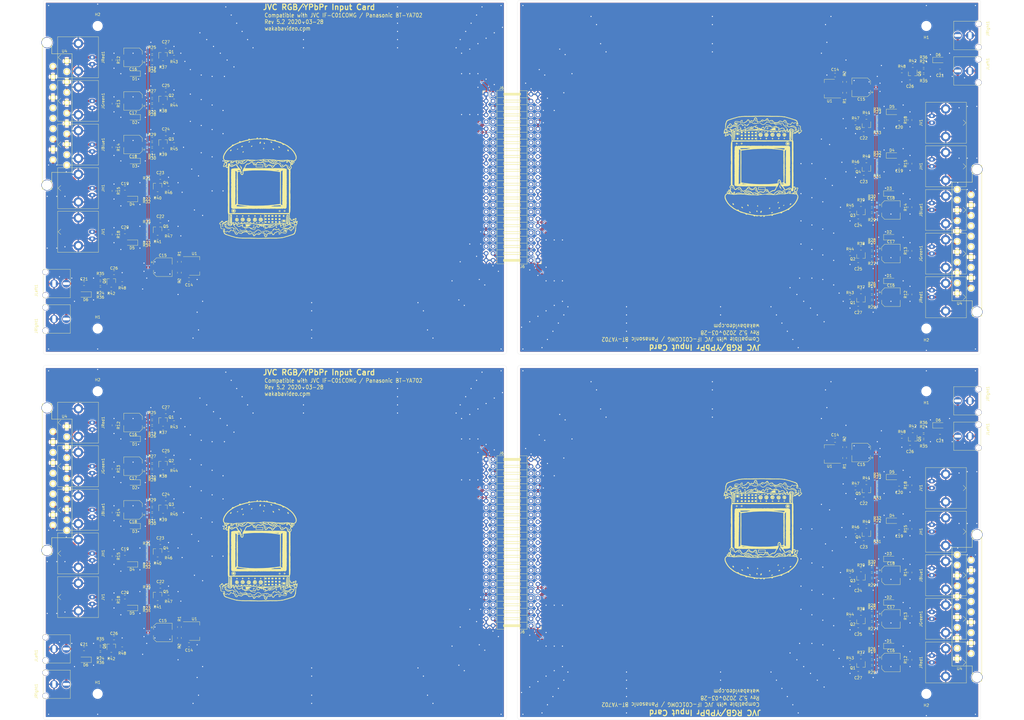
<source format=kicad_pcb>
(kicad_pcb (version 20171130) (host pcbnew "(5.1.5)-2")
  (layers (0 F.Cu signal) (31 B.Cu signal) (34 B.Paste user) (35 F.Paste user) (36 B.SilkS user) (37 F.SilkS user) (38 B.Mask user) (39 F.Mask user) (44 Edge.Cuts user))
  (net 0 "")
  (net 1 GNDA)
  (net 2 +15V)
  (net 3 "Net-(U4-Pad1)")
  (net 4 "Net-(U4-Pad19)")
  (net 5 "Net-(U4-Pad16)")
  (net 6 "Net-(U4-Pad12)")
  (net 7 "Net-(U4-Pad10)")
  (net 8 "Net-(U4-Pad8)")
  (net 9 "Net-(U4-Pad3)")
  (net 10 +12V)
  (net 11 "Net-(C16-Pad1)")
  (net 12 "Net-(C17-Pad1)")
  (net 13 "Net-(C18-Pad1)")
  (net 14 "Net-(C19-Pad2)")
  (net 15 "Net-(C20-Pad2)")
  (net 16 "Net-(C21-Pad2)")
  (net 17 "Net-(J6-Pad46)")
  (net 18 "Net-(J6-Pad45)")
  (net 19 "Net-(J6-Pad44)")
  (net 20 "Net-(J6-Pad43)")
  (net 21 "Net-(J6-Pad42)")
  (net 22 "Net-(J6-Pad40)")
  (net 23 "Net-(J6-Pad38)")
  (net 24 "Net-(J6-Pad37)")
  (net 25 "Net-(J6-Pad36)")
  (net 26 "Net-(J6-Pad35)")
  (net 27 "Net-(J6-Pad34)")
  (net 28 "Net-(J6-Pad33)")
  (net 29 "Net-(J6-Pad32)")
  (net 30 "Net-(J6-Pad30)")
  (net 31 "Net-(J6-Pad29)")
  (net 32 "Net-(J6-Pad28)")
  (net 33 "Net-(J6-Pad27)")
  (net 34 "Net-(J6-Pad26)")
  (net 35 "Net-(J6-Pad24)")
  (net 36 "Net-(J6-Pad23)")
  (net 37 "Net-(J6-Pad22)")
  (net 38 "Net-(J6-Pad20)")
  (net 39 "Net-(J6-Pad18)")
  (net 40 "Net-(J6-Pad17)")
  (net 41 "Net-(J6-Pad16)")
  (net 42 "Net-(J6-Pad15)")
  (net 43 "Net-(J6-Pad10)")
  (net 44 "Net-(J6-Pad9)")
  (net 45 "Net-(J6-Pad8)")
  (net 46 "Net-(JRight1-Pad1)")
  (net 47 "Net-(Q1-Pad2)")
  (net 48 "Net-(Q1-Pad1)")
  (net 49 "Net-(Q2-Pad2)")
  (net 50 "Net-(Q2-Pad1)")
  (net 51 "Net-(Q3-Pad2)")
  (net 52 "Net-(Q3-Pad1)")
  (net 53 "Net-(Q4-Pad2)")
  (net 54 "Net-(Q4-Pad1)")
  (net 55 "Net-(Q5-Pad2)")
  (net 56 "Net-(Q5-Pad1)")
  (net 57 "Net-(Q6-Pad2)")
  (net 58 "Net-(Q6-Pad1)")
  (net 59 /Ri)
  (net 60 /Gi)
  (net 61 /Bi)
  (net 62 /Hi)
  (net 63 /Vi)
  (net 64 /Ai)
  (net 65 /Audio)
  (net 66 /Vs)
  (net 67 /Cs)
  (net 68 /Ro)
  (net 69 /Bo)
  (net 70 /Go)
  (net 71 "Net-(R1-Pad2)")
  (module Resistor_SMD:R_0805_2012Metric_Pad1.15x1.40mm_HandSolder (layer F.Cu) (at 258 220 90)
    (fp_text reference R14 (at 0 -1.65 90) (layer F.SilkS))
    (fp_text value 75)
    (pad 1 smd roundrect (at -1.025 0 90) (size 1.15 1.4) (layers F.Cu F.Paste F.Mask) (roundrect_rratio 0.217391))
    (pad 2 smd roundrect (at 1.025 0 90) (size 1.15 1.4) (layers F.Cu F.Paste F.Mask) (roundrect_rratio 0.217391))
  )
  (module Capacitor_SMD:C_0805_2012Metric_Pad1.15x1.40mm_HandSolder (layer F.Cu) (at 239 241 180)
    (fp_text reference C25 (at 0 -1.65) (layer F.SilkS))
    (fp_text value 1u)
    (pad 1 smd roundrect (at -1.025 0 180) (size 1.15 1.4) (layers F.Cu F.Paste F.Mask) (roundrect_rratio 0.217391))
    (pad 2 smd roundrect (at 1.025 0 180) (size 1.15 1.4) (layers F.Cu F.Paste F.Mask) (roundrect_rratio 0.217391))
  )
  (module Capacitor_SMD:C_0805_2012Metric_Pad1.15x1.40mm_HandSolder (layer F.Cu) (at 239 257 180)
    (fp_text reference C27 (at 0 -1.65) (layer F.SilkS))
    (fp_text value 1u)
    (pad 1 smd roundrect (at -1.025 0 180) (size 1.15 1.4) (layers F.Cu F.Paste F.Mask) (roundrect_rratio 0.217391))
    (pad 2 smd roundrect (at 1.025 0 180) (size 1.15 1.4) (layers F.Cu F.Paste F.Mask) (roundrect_rratio 0.217391))
  )
  (module videobits:Cheapo_RCA_single_edge (layer F.Cu) (at 284 170 270)
    (fp_text reference JLeft1 (at -2.54 -2.54 90) (layer F.SilkS))
    (fp_text value Conn_Coaxial)
    (pad 1 thru_hole oval (at 0 8.5 270) (size 3 3) (drill oval 1 2.5) (layers *.Cu *.Mask))
    (pad 2 thru_hole oval (at 0 4 270) (size 3 3) (drill oval 2.5 1.3) (layers *.Cu *.Mask))
    (pad 0 thru_hole circle (at 4.25 0.85 270) (size 2.2 2.2) (drill 2) (layers *.Cu *.Mask))
    (pad 0 thru_hole circle (at -4.25 0.85 270) (size 2.2 2.2) (drill 2) (layers *.Cu *.Mask))
  )
  (module videobits:Cheapo_RCA_single_edge (layer F.Cu) (at 284 157 270)
    (fp_text reference JRight1 (at -2.54 -2.54 90) (layer F.SilkS))
    (fp_text value Conn_Coaxial)
    (pad 1 thru_hole oval (at 0 8.5 270) (size 3 3) (drill oval 1 2.5) (layers *.Cu *.Mask))
    (pad 2 thru_hole oval (at 0 4 270) (size 3 3) (drill oval 2.5 1.3) (layers *.Cu *.Mask))
    (pad 0 thru_hole circle (at 4.25 0.85 270) (size 2.2 2.2) (drill 2) (layers *.Cu *.Mask))
    (pad 0 thru_hole circle (at -4.25 0.85 270) (size 2.2 2.2) (drill 2) (layers *.Cu *.Mask))
  )
  (module Resistor_SMD:R_0805_2012Metric_Pad1.15x1.40mm_HandSolder (layer F.Cu) (at 244 253)
    (fp_text reference R19 (at 0 -4) (layer F.SilkS))
    (fp_text value 100)
    (pad 1 smd roundrect (at -1.025 0) (size 1.15 1.4) (layers F.Cu F.Paste F.Mask) (roundrect_rratio 0.217391))
    (pad 2 smd roundrect (at 1.025 0) (size 1.15 1.4) (layers F.Cu F.Paste F.Mask) (roundrect_rratio 0.217391))
  )
  (module Resistor_SMD:R_0805_2012Metric_Pad1.15x1.40mm_HandSolder (layer F.Cu) (at 263 170)
    (fp_text reference R24 (at 0 -3.5) (layer F.SilkS))
    (fp_text value 100)
    (pad 1 smd roundrect (at -1.025 0) (size 1.15 1.4) (layers F.Cu F.Paste F.Mask) (roundrect_rratio 0.217391))
    (pad 2 smd roundrect (at 1.025 0) (size 1.15 1.4) (layers F.Cu F.Paste F.Mask) (roundrect_rratio 0.217391))
  )
  (module Resistor_SMD:R_0805_2012Metric_Pad1.15x1.40mm_HandSolder (layer F.Cu) (at 246 207 180)
    (fp_text reference R31 (at 0 -1.65) (layer F.SilkS))
    (fp_text value 33k)
    (pad 1 smd roundrect (at -1.025 0 180) (size 1.15 1.4) (layers F.Cu F.Paste F.Mask) (roundrect_rratio 0.217391))
    (pad 2 smd roundrect (at 1.025 0 180) (size 1.15 1.4) (layers F.Cu F.Paste F.Mask) (roundrect_rratio 0.217391))
  )
  (module Resistor_SMD:R_0805_2012Metric_Pad1.15x1.40mm_HandSolder (layer F.Cu) (at 244 239 180)
    (fp_text reference R27 (at 0 -1.65) (layer F.SilkS))
    (fp_text value 56k)
    (pad 1 smd roundrect (at -1.025 0 180) (size 1.15 1.4) (layers F.Cu F.Paste F.Mask) (roundrect_rratio 0.217391))
    (pad 2 smd roundrect (at 1.025 0 180) (size 1.15 1.4) (layers F.Cu F.Paste F.Mask) (roundrect_rratio 0.217391))
  )
  (module MountingHole:MountingHole_3.2mm_M3 (layer F.Cu) (at 264 153.5 180)
    (fp_text reference H1 (at 0 -4.2) (layer F.SilkS))
    (fp_text value MountingHole)
    (pad 1 np_thru_hole circle (at 0 0 180) (size 3.2 3.2) (drill 3.2) (layers *.Cu *.Mask))
  )
  (module Capacitor_SMD:C_0805_2012Metric_Pad1.15x1.40mm_HandSolder (layer F.Cu) (at 239 225 180)
    (fp_text reference C24 (at 0 -1.65) (layer F.SilkS))
    (fp_text value 1u)
    (pad 1 smd roundrect (at -1.025 0 180) (size 1.15 1.4) (layers F.Cu F.Paste F.Mask) (roundrect_rratio 0.217391))
    (pad 2 smd roundrect (at 1.025 0 180) (size 1.15 1.4) (layers F.Cu F.Paste F.Mask) (roundrect_rratio 0.217391))
  )
  (module Capacitor_SMD:C_0805_2012Metric_Pad1.15x1.40mm_HandSolder (layer F.Cu) (at 258 174 180)
    (fp_text reference C26 (at 0 -1.65) (layer F.SilkS))
    (fp_text value 1u)
    (pad 1 smd roundrect (at -1.025 0 180) (size 1.15 1.4) (layers F.Cu F.Paste F.Mask) (roundrect_rratio 0.217391))
    (pad 2 smd roundrect (at 1.025 0 180) (size 1.15 1.4) (layers F.Cu F.Paste F.Mask) (roundrect_rratio 0.217391))
  )
  (module Package_TO_SOT_SMD:SOT-23 (layer F.Cu) (at 240 254 270)
    (fp_text reference Q1 (at 1 3 180) (layer F.SilkS))
    (fp_text value mmbt3904)
    (pad 1 smd rect (at -1 -0.95 270) (size 0.9 0.8) (layers F.Cu F.Paste F.Mask))
    (pad 2 smd rect (at -1 0.95 270) (size 0.9 0.8) (layers F.Cu F.Paste F.Mask))
    (pad 3 smd rect (at 1 0 270) (size 0.9 0.8) (layers F.Cu F.Paste F.Mask))
  )
  (module Resistor_SMD:R_0805_2012Metric_Pad1.15x1.40mm_HandSolder (layer F.Cu) (at 244 235)
    (fp_text reference R28 (at 0 -3) (layer F.SilkS))
    (fp_text value 33k)
    (pad 1 smd roundrect (at -1.025 0) (size 1.15 1.4) (layers F.Cu F.Paste F.Mask) (roundrect_rratio 0.217391))
    (pad 2 smd roundrect (at 1.025 0) (size 1.15 1.4) (layers F.Cu F.Paste F.Mask) (roundrect_rratio 0.217391))
  )
  (module MountingHole:MountingHole_3.2mm_M3 (layer F.Cu) (at 264 264.5 180)
    (fp_text reference H2 (at 0 -4.2) (layer F.SilkS))
    (fp_text value MountingHole)
    (pad 1 np_thru_hole circle (at 0 0 180) (size 3.2 3.2) (drill 3.2) (layers *.Cu *.Mask))
  )
  (module Resistor_SMD:R_0805_2012Metric_Pad1.15x1.40mm_HandSolder (layer F.Cu) (at 258 252 90)
    (fp_text reference R12 (at 0 -1.65 90) (layer F.SilkS))
    (fp_text value 75)
    (pad 1 smd roundrect (at -1.025 0 90) (size 1.15 1.4) (layers F.Cu F.Paste F.Mask) (roundrect_rratio 0.217391))
    (pad 2 smd roundrect (at 1.025 0 90) (size 1.15 1.4) (layers F.Cu F.Paste F.Mask) (roundrect_rratio 0.217391))
  )
  (module Resistor_SMD:R_0805_2012Metric_Pad1.15x1.40mm_HandSolder (layer F.Cu) (at 258 204 90)
    (fp_text reference R15 (at 0 -1.65 90) (layer F.SilkS))
    (fp_text value 75)
    (pad 1 smd roundrect (at -1.025 0 90) (size 1.15 1.4) (layers F.Cu F.Paste F.Mask) (roundrect_rratio 0.217391))
    (pad 2 smd roundrect (at 1.025 0 90) (size 1.15 1.4) (layers F.Cu F.Paste F.Mask) (roundrect_rratio 0.217391))
  )
  (module Package_TO_SOT_SMD:SOT-23 (layer F.Cu) (at 242 190 270)
    (fp_text reference Q5 (at 1 3 180) (layer F.SilkS))
    (fp_text value mmbt3904)
    (pad 1 smd rect (at -1 -0.95 270) (size 0.9 0.8) (layers F.Cu F.Paste F.Mask))
    (pad 2 smd rect (at -1 0.95 270) (size 0.9 0.8) (layers F.Cu F.Paste F.Mask))
    (pad 3 smd rect (at 1 0 270) (size 0.9 0.8) (layers F.Cu F.Paste F.Mask))
  )
  (module Resistor_SMD:R_0805_2012Metric_Pad1.15x1.40mm_HandSolder (layer F.Cu) (at 258 188 90)
    (fp_text reference R18 (at 0 -1.65 90) (layer F.SilkS))
    (fp_text value 75)
    (pad 1 smd roundrect (at -1.025 0 90) (size 1.15 1.4) (layers F.Cu F.Paste F.Mask) (roundrect_rratio 0.217391))
    (pad 2 smd roundrect (at 1.025 0 90) (size 1.15 1.4) (layers F.Cu F.Paste F.Mask) (roundrect_rratio 0.217391))
  )
  (module Resistor_SMD:R_0805_2012Metric_Pad1.15x1.40mm_HandSolder (layer F.Cu) (at 244 221)
    (fp_text reference R21 (at 0 -4) (layer F.SilkS))
    (fp_text value 100)
    (pad 1 smd roundrect (at -1.025 0) (size 1.15 1.4) (layers F.Cu F.Paste F.Mask) (roundrect_rratio 0.217391))
    (pad 2 smd roundrect (at 1.025 0) (size 1.15 1.4) (layers F.Cu F.Paste F.Mask) (roundrect_rratio 0.217391))
  )
  (module Resistor_SMD:R_0805_2012Metric_Pad1.15x1.40mm_HandSolder (layer F.Cu) (at 244 219)
    (fp_text reference R30 (at 0 -3) (layer F.SilkS))
    (fp_text value 33k)
    (pad 1 smd roundrect (at -1.025 0) (size 1.15 1.4) (layers F.Cu F.Paste F.Mask) (roundrect_rratio 0.217391))
    (pad 2 smd roundrect (at 1.025 0) (size 1.15 1.4) (layers F.Cu F.Paste F.Mask) (roundrect_rratio 0.217391))
  )
  (module Resistor_SMD:R_0805_2012Metric_Pad1.15x1.40mm_HandSolder (layer F.Cu) (at 246 203)
    (fp_text reference R32 (at 0 -3) (layer F.SilkS))
    (fp_text value 33k)
    (pad 1 smd roundrect (at -1.025 0) (size 1.15 1.4) (layers F.Cu F.Paste F.Mask) (roundrect_rratio 0.217391))
    (pad 2 smd roundrect (at 1.025 0) (size 1.15 1.4) (layers F.Cu F.Paste F.Mask) (roundrect_rratio 0.217391))
  )
  (module Resistor_SMD:R_0805_2012Metric_Pad1.15x1.40mm_HandSolder (layer F.Cu) (at 244 237)
    (fp_text reference R20 (at 0 -4) (layer F.SilkS))
    (fp_text value 100)
    (pad 1 smd roundrect (at -1.025 0) (size 1.15 1.4) (layers F.Cu F.Paste F.Mask) (roundrect_rratio 0.217391))
    (pad 2 smd roundrect (at 1.025 0) (size 1.15 1.4) (layers F.Cu F.Paste F.Mask) (roundrect_rratio 0.217391))
  )
  (module Capacitor_SMD:C_0805_2012Metric_Pad1.15x1.40mm_HandSolder (layer F.Cu) (at 241 193 180)
    (fp_text reference C22 (at 0 -1.65) (layer F.SilkS))
    (fp_text value 1u)
    (pad 1 smd roundrect (at -1.025 0 180) (size 1.15 1.4) (layers F.Cu F.Paste F.Mask) (roundrect_rratio 0.217391))
    (pad 2 smd roundrect (at 1.025 0 180) (size 1.15 1.4) (layers F.Cu F.Paste F.Mask) (roundrect_rratio 0.217391))
  )
  (module Resistor_SMD:R_0805_2012Metric_Pad1.15x1.40mm_HandSolder (layer F.Cu) (at 258 236 90)
    (fp_text reference R13 (at 0 -1.65 90) (layer F.SilkS))
    (fp_text value 75)
    (pad 1 smd roundrect (at -1.025 0 90) (size 1.15 1.4) (layers F.Cu F.Paste F.Mask) (roundrect_rratio 0.217391))
    (pad 2 smd roundrect (at 1.025 0 90) (size 1.15 1.4) (layers F.Cu F.Paste F.Mask) (roundrect_rratio 0.217391))
  )
  (module Resistor_SMD:R_0805_2012Metric_Pad1.15x1.40mm_HandSolder (layer F.Cu) (at 244 251)
    (fp_text reference R26 (at 0 -3) (layer F.SilkS))
    (fp_text value 33k)
    (pad 1 smd roundrect (at -1.025 0) (size 1.15 1.4) (layers F.Cu F.Paste F.Mask) (roundrect_rratio 0.217391))
    (pad 2 smd roundrect (at 1.025 0) (size 1.15 1.4) (layers F.Cu F.Paste F.Mask) (roundrect_rratio 0.217391))
  )
  (module Capacitor_SMD:C_0805_2012Metric_Pad1.15x1.40mm_HandSolder (layer F.Cu) (at 241.025 209 180)
    (fp_text reference C23 (at 0 -1.65) (layer F.SilkS))
    (fp_text value 1u)
    (pad 1 smd roundrect (at -1.025 0 180) (size 1.15 1.4) (layers F.Cu F.Paste F.Mask) (roundrect_rratio 0.217391))
    (pad 2 smd roundrect (at 1.025 0 180) (size 1.15 1.4) (layers F.Cu F.Paste F.Mask) (roundrect_rratio 0.217391))
  )
  (module Connector_PinHeader_2.54mm:PinHeader_2x25_P2.54mm_Horizontal (layer F.Cu) (at 121.5 239.5 180)
    (fp_text reference J6 (at 5.655 -2.27) (layer F.SilkS))
    (fp_text value Conn_02x25_Odd_Even)
    (pad 1 thru_hole rect (at 0 0 180) (size 1.7 1.7) (drill 1) (layers *.Cu *.Mask))
    (pad 2 thru_hole oval (at 2.54 0 180) (size 1.7 1.7) (drill 1) (layers *.Cu *.Mask))
    (pad 3 thru_hole oval (at 0 2.54 180) (size 1.7 1.7) (drill 1) (layers *.Cu *.Mask))
    (pad 4 thru_hole oval (at 2.54 2.54 180) (size 1.7 1.7) (drill 1) (layers *.Cu *.Mask))
    (pad 5 thru_hole oval (at 0 5.08 180) (size 1.7 1.7) (drill 1) (layers *.Cu *.Mask))
    (pad 6 thru_hole oval (at 2.54 5.08 180) (size 1.7 1.7) (drill 1) (layers *.Cu *.Mask))
    (pad 7 thru_hole oval (at 0 7.62 180) (size 1.7 1.7) (drill 1) (layers *.Cu *.Mask))
    (pad 8 thru_hole oval (at 2.54 7.62 180) (size 1.7 1.7) (drill 1) (layers *.Cu *.Mask))
    (pad 9 thru_hole oval (at 0 10.16 180) (size 1.7 1.7) (drill 1) (layers *.Cu *.Mask))
    (pad 10 thru_hole oval (at 2.54 10.16 180) (size 1.7 1.7) (drill 1) (layers *.Cu *.Mask))
    (pad 11 thru_hole oval (at 0 12.7 180) (size 1.7 1.7) (drill 1) (layers *.Cu *.Mask))
    (pad 12 thru_hole oval (at 2.54 12.7 180) (size 1.7 1.7) (drill 1) (layers *.Cu *.Mask))
    (pad 13 thru_hole oval (at 0 15.24 180) (size 1.7 1.7) (drill 1) (layers *.Cu *.Mask))
    (pad 14 thru_hole oval (at 2.54 15.24 180) (size 1.7 1.7) (drill 1) (layers *.Cu *.Mask))
    (pad 15 thru_hole oval (at 0 17.78 180) (size 1.7 1.7) (drill 1) (layers *.Cu *.Mask))
    (pad 16 thru_hole oval (at 2.54 17.78 180) (size 1.7 1.7) (drill 1) (layers *.Cu *.Mask))
    (pad 17 thru_hole oval (at 0 20.32 180) (size 1.7 1.7) (drill 1) (layers *.Cu *.Mask))
    (pad 18 thru_hole oval (at 2.54 20.32 180) (size 1.7 1.7) (drill 1) (layers *.Cu *.Mask))
    (pad 19 thru_hole oval (at 0 22.86 180) (size 1.7 1.7) (drill 1) (layers *.Cu *.Mask))
    (pad 20 thru_hole oval (at 2.54 22.86 180) (size 1.7 1.7) (drill 1) (layers *.Cu *.Mask))
    (pad 21 thru_hole oval (at 0 25.4 180) (size 1.7 1.7) (drill 1) (layers *.Cu *.Mask))
    (pad 22 thru_hole oval (at 2.54 25.4 180) (size 1.7 1.7) (drill 1) (layers *.Cu *.Mask))
    (pad 23 thru_hole oval (at 0 27.94 180) (size 1.7 1.7) (drill 1) (layers *.Cu *.Mask))
    (pad 24 thru_hole oval (at 2.54 27.94 180) (size 1.7 1.7) (drill 1) (layers *.Cu *.Mask))
    (pad 25 thru_hole oval (at 0 30.48 180) (size 1.7 1.7) (drill 1) (layers *.Cu *.Mask))
    (pad 26 thru_hole oval (at 2.54 30.48 180) (size 1.7 1.7) (drill 1) (layers *.Cu *.Mask))
    (pad 27 thru_hole oval (at 0 33.02 180) (size 1.7 1.7) (drill 1) (layers *.Cu *.Mask))
    (pad 28 thru_hole oval (at 2.54 33.02 180) (size 1.7 1.7) (drill 1) (layers *.Cu *.Mask))
    (pad 29 thru_hole oval (at 0 35.56 180) (size 1.7 1.7) (drill 1) (layers *.Cu *.Mask))
    (pad 30 thru_hole oval (at 2.54 35.56 180) (size 1.7 1.7) (drill 1) (layers *.Cu *.Mask))
    (pad 31 thru_hole oval (at 0 38.1 180) (size 1.7 1.7) (drill 1) (layers *.Cu *.Mask))
    (pad 32 thru_hole oval (at 2.54 38.1 180) (size 1.7 1.7) (drill 1) (layers *.Cu *.Mask))
    (pad 33 thru_hole oval (at 0 40.64 180) (size 1.7 1.7) (drill 1) (layers *.Cu *.Mask))
    (pad 34 thru_hole oval (at 2.54 40.64 180) (size 1.7 1.7) (drill 1) (layers *.Cu *.Mask))
    (pad 35 thru_hole oval (at 0 43.18 180) (size 1.7 1.7) (drill 1) (layers *.Cu *.Mask))
    (pad 36 thru_hole oval (at 2.54 43.18 180) (size 1.7 1.7) (drill 1) (layers *.Cu *.Mask))
    (pad 37 thru_hole oval (at 0 45.72 180) (size 1.7 1.7) (drill 1) (layers *.Cu *.Mask))
    (pad 38 thru_hole oval (at 2.54 45.72 180) (size 1.7 1.7) (drill 1) (layers *.Cu *.Mask))
    (pad 39 thru_hole oval (at 0 48.26 180) (size 1.7 1.7) (drill 1) (layers *.Cu *.Mask))
    (pad 40 thru_hole oval (at 2.54 48.26 180) (size 1.7 1.7) (drill 1) (layers *.Cu *.Mask))
    (pad 41 thru_hole oval (at 0 50.8 180) (size 1.7 1.7) (drill 1) (layers *.Cu *.Mask))
    (pad 42 thru_hole oval (at 2.54 50.8 180) (size 1.7 1.7) (drill 1) (layers *.Cu *.Mask))
    (pad 43 thru_hole oval (at 0 53.34 180) (size 1.7 1.7) (drill 1) (layers *.Cu *.Mask))
    (pad 44 thru_hole oval (at 2.54 53.34 180) (size 1.7 1.7) (drill 1) (layers *.Cu *.Mask))
    (pad 45 thru_hole oval (at 0 55.88 180) (size 1.7 1.7) (drill 1) (layers *.Cu *.Mask))
    (pad 46 thru_hole oval (at 2.54 55.88 180) (size 1.7 1.7) (drill 1) (layers *.Cu *.Mask))
    (pad 47 thru_hole oval (at 0 58.42 180) (size 1.7 1.7) (drill 1) (layers *.Cu *.Mask))
    (pad 48 thru_hole oval (at 2.54 58.42 180) (size 1.7 1.7) (drill 1) (layers *.Cu *.Mask))
    (pad 49 thru_hole oval (at 0 60.96 180) (size 1.7 1.7) (drill 1) (layers *.Cu *.Mask))
    (pad 50 thru_hole oval (at 2.54 60.96 180) (size 1.7 1.7) (drill 1) (layers *.Cu *.Mask))
  )
  (module Package_TO_SOT_SMD:SOT-23 (layer F.Cu) (at 240 238 270)
    (fp_text reference Q2 (at 1 3 180) (layer F.SilkS))
    (fp_text value mmbt3904)
    (pad 1 smd rect (at -1 -0.95 270) (size 0.9 0.8) (layers F.Cu F.Paste F.Mask))
    (pad 2 smd rect (at -1 0.95 270) (size 0.9 0.8) (layers F.Cu F.Paste F.Mask))
    (pad 3 smd rect (at 1 0 270) (size 0.9 0.8) (layers F.Cu F.Paste F.Mask))
  )
  (module Package_TO_SOT_SMD:SOT-23 (layer F.Cu) (at 242 206 270)
    (fp_text reference Q4 (at 1 3 180) (layer F.SilkS))
    (fp_text value mmbt3904)
    (pad 1 smd rect (at -1 -0.95 270) (size 0.9 0.8) (layers F.Cu F.Paste F.Mask))
    (pad 2 smd rect (at -1 0.95 270) (size 0.9 0.8) (layers F.Cu F.Paste F.Mask))
    (pad 3 smd rect (at 1 0 270) (size 0.9 0.8) (layers F.Cu F.Paste F.Mask))
  )
  (module Resistor_SMD:R_0805_2012Metric_Pad1.15x1.40mm_HandSolder (layer F.Cu) (at 246 189)
    (fp_text reference R23 (at 0 -4) (layer F.SilkS))
    (fp_text value 100)
    (pad 1 smd roundrect (at -1.025 0) (size 1.15 1.4) (layers F.Cu F.Paste F.Mask) (roundrect_rratio 0.217391))
    (pad 2 smd roundrect (at 1.025 0) (size 1.15 1.4) (layers F.Cu F.Paste F.Mask) (roundrect_rratio 0.217391))
  )
  (module Resistor_SMD:R_0805_2012Metric_Pad1.15x1.40mm_HandSolder (layer F.Cu) (at 246 205)
    (fp_text reference R22 (at 0 -4) (layer F.SilkS))
    (fp_text value 100)
    (pad 1 smd roundrect (at -1.025 0) (size 1.15 1.4) (layers F.Cu F.Paste F.Mask) (roundrect_rratio 0.217391))
    (pad 2 smd roundrect (at 1.025 0) (size 1.15 1.4) (layers F.Cu F.Paste F.Mask) (roundrect_rratio 0.217391))
  )
  (module Package_TO_SOT_SMD:SOT-23 (layer F.Cu) (at 240 222 270)
    (fp_text reference Q3 (at 1 3 180) (layer F.SilkS))
    (fp_text value mmbt3904)
    (pad 1 smd rect (at -1 -0.95 270) (size 0.9 0.8) (layers F.Cu F.Paste F.Mask))
    (pad 2 smd rect (at -1 0.95 270) (size 0.9 0.8) (layers F.Cu F.Paste F.Mask))
    (pad 3 smd rect (at 1 0 270) (size 0.9 0.8) (layers F.Cu F.Paste F.Mask))
  )
  (module Resistor_SMD:R_0805_2012Metric_Pad1.15x1.40mm_HandSolder (layer F.Cu) (at 244 223 180)
    (fp_text reference R29 (at 0 -1.65) (layer F.SilkS))
    (fp_text value 56k)
    (pad 1 smd roundrect (at -1.025 0 180) (size 1.15 1.4) (layers F.Cu F.Paste F.Mask) (roundrect_rratio 0.217391))
    (pad 2 smd roundrect (at 1.025 0 180) (size 1.15 1.4) (layers F.Cu F.Paste F.Mask) (roundrect_rratio 0.217391))
  )
  (module Package_TO_SOT_SMD:SOT-23 (layer F.Cu) (at 259 171 270)
    (fp_text reference Q6 (at 0 -2.5 90) (layer F.SilkS))
    (fp_text value mmbt3904)
    (pad 1 smd rect (at -1 -0.95 270) (size 0.9 0.8) (layers F.Cu F.Paste F.Mask))
    (pad 2 smd rect (at -1 0.95 270) (size 0.9 0.8) (layers F.Cu F.Paste F.Mask))
    (pad 3 smd rect (at 1 0 270) (size 0.9 0.8) (layers F.Cu F.Paste F.Mask))
  )
  (module Resistor_SMD:R_0805_2012Metric_Pad1.15x1.40mm_HandSolder (layer F.Cu) (at 244 255 180)
    (fp_text reference R25 (at 0 -1.65) (layer F.SilkS))
    (fp_text value 56k)
    (pad 1 smd roundrect (at -1.025 0 180) (size 1.15 1.4) (layers F.Cu F.Paste F.Mask) (roundrect_rratio 0.217391))
    (pad 2 smd roundrect (at 1.025 0 180) (size 1.15 1.4) (layers F.Cu F.Paste F.Mask) (roundrect_rratio 0.217391))
  )
  (module Capacitor_SMD:C_0805_2012Metric_Pad1.15x1.40mm_HandSolder (layer F.Cu) (at 269 170 180)
    (fp_text reference C21 (at 0 -1.65) (layer F.SilkS))
    (fp_text value 10u)
    (pad 1 smd roundrect (at -1.025 0 180) (size 1.15 1.4) (layers F.Cu F.Paste F.Mask) (roundrect_rratio 0.217391))
    (pad 2 smd roundrect (at 1.025 0 180) (size 1.15 1.4) (layers F.Cu F.Paste F.Mask) (roundrect_rratio 0.217391))
  )
  (module Capacitor_SMD:C_0805_2012Metric_Pad1.15x1.40mm_HandSolder (layer F.Cu) (at 254 205 180)
    (fp_text reference C19 (at 0 -1.65) (layer F.SilkS))
    (fp_text value 10u)
    (pad 1 smd roundrect (at -1.025 0 180) (size 1.15 1.4) (layers F.Cu F.Paste F.Mask) (roundrect_rratio 0.217391))
    (pad 2 smd roundrect (at 1.025 0 180) (size 1.15 1.4) (layers F.Cu F.Paste F.Mask) (roundrect_rratio 0.217391))
  )
  (module Capacitor_SMD:C_0805_2012Metric_Pad1.15x1.40mm_HandSolder (layer F.Cu) (at 230.5 171.5 180)
    (fp_text reference C14 (at 0 2) (layer F.SilkS))
    (fp_text value 10u)
    (pad 1 smd roundrect (at -1.025 0 180) (size 1.15 1.4) (layers F.Cu F.Paste F.Mask) (roundrect_rratio 0.217391))
    (pad 2 smd roundrect (at 1.025 0 180) (size 1.15 1.4) (layers F.Cu F.Paste F.Mask) (roundrect_rratio 0.217391))
  )
  (module Capacitor_SMD:CP_Elec_6.3x7.7 (layer F.Cu) (at 240.1 176 180)
    (fp_text reference C15 (at 0 -4.35) (layer F.SilkS))
    (fp_text value 47u)
    (pad 1 smd roundrect (at -2.7 0 180) (size 3.5 1.6) (layers F.Cu F.Paste F.Mask) (roundrect_rratio 0.15625))
    (pad 2 smd roundrect (at 2.7 0 180) (size 3.5 1.6) (layers F.Cu F.Paste F.Mask) (roundrect_rratio 0.15625))
  )
  (module Capacitor_SMD:CP_Elec_6.3x7.7 (layer F.Cu) (at 251 221)
    (fp_text reference C18 (at 0 -4.35) (layer F.SilkS))
    (fp_text value 47u)
    (pad 1 smd roundrect (at -2.7 0) (size 3.5 1.6) (layers F.Cu F.Paste F.Mask) (roundrect_rratio 0.15625))
    (pad 2 smd roundrect (at 2.7 0) (size 3.5 1.6) (layers F.Cu F.Paste F.Mask) (roundrect_rratio 0.15625))
  )
  (module Capacitor_SMD:CP_Elec_6.3x7.7 (layer F.Cu) (at 251 237)
    (fp_text reference C17 (at 0 -4.35) (layer F.SilkS))
    (fp_text value 47u)
    (pad 1 smd roundrect (at -2.7 0) (size 3.5 1.6) (layers F.Cu F.Paste F.Mask) (roundrect_rratio 0.15625))
    (pad 2 smd roundrect (at 2.7 0) (size 3.5 1.6) (layers F.Cu F.Paste F.Mask) (roundrect_rratio 0.15625))
  )
  (module Capacitor_SMD:C_0805_2012Metric_Pad1.15x1.40mm_HandSolder (layer F.Cu) (at 254 189 180)
    (fp_text reference C20 (at 0 -1.65) (layer F.SilkS))
    (fp_text value 10u)
    (pad 1 smd roundrect (at -1.025 0 180) (size 1.15 1.4) (layers F.Cu F.Paste F.Mask) (roundrect_rratio 0.217391))
    (pad 2 smd roundrect (at 1.025 0 180) (size 1.15 1.4) (layers F.Cu F.Paste F.Mask) (roundrect_rratio 0.217391))
  )
  (module Capacitor_SMD:CP_Elec_6.3x7.7 (layer F.Cu) (at 251 253)
    (fp_text reference C16 (at 0 -4.35) (layer F.SilkS))
    (fp_text value 47u)
    (pad 1 smd roundrect (at -2.7 0) (size 3.5 1.6) (layers F.Cu F.Paste F.Mask) (roundrect_rratio 0.15625))
    (pad 2 smd roundrect (at 2.7 0) (size 3.5 1.6) (layers F.Cu F.Paste F.Mask) (roundrect_rratio 0.15625))
  )
  (module Diode_SMD:D_SOD-123F (layer F.Cu) (at 251.5 201)
    (fp_text reference D4 (at -0.127 -1.905) (layer F.SilkS))
    (fp_text value 7v5)
    (pad 1 smd rect (at -1.4 0) (size 1.1 1.1) (layers F.Cu F.Paste F.Mask))
    (pad 2 smd rect (at 1.4 0) (size 1.1 1.1) (layers F.Cu F.Paste F.Mask))
  )
  (module videobits:BNC_Amphenol_B6252HB-NPP3G-50_Horizontal_smallerpads (layer F.Cu) (at 266 205 270)
    (fp_text reference JH1 (at 0 4 90) (layer F.SilkS))
    (fp_text value Conn_Coaxial)
    (pad 2 thru_hole oval (at -2.54 0 270) (size 1.6 2.5) (drill 0.89) (layers *.Cu *.Mask))
    (pad 1 thru_hole oval (at 0 0 270) (size 1.6 2.5) (drill 0.89) (layers *.Cu *.Mask))
    (pad 2 thru_hole oval (at 5.08 -5.08 270) (size 3.5 3.5) (drill 2.01) (layers *.Cu *.Mask))
    (pad 2 thru_hole oval (at -5.08 -5.08 270) (size 3.5 3.5) (drill 2.01) (layers *.Cu *.Mask))
  )
  (module Diode_SMD:D_SOD-123F (layer F.Cu) (at 251.5 185)
    (fp_text reference D5 (at -0.127 -1.905) (layer F.SilkS))
    (fp_text value 7v5)
    (pad 1 smd rect (at -1.4 0) (size 1.1 1.1) (layers F.Cu F.Paste F.Mask))
    (pad 2 smd rect (at 1.4 0) (size 1.1 1.1) (layers F.Cu F.Paste F.Mask))
  )
  (module Resistor_SMD:R_0805_2012Metric_Pad1.15x1.40mm_HandSolder (layer F.Cu) (at 242 203)
    (fp_text reference R40 (at 0 -1.65) (layer F.SilkS))
    (fp_text value 2k7)
    (pad 1 smd roundrect (at -1.025 0) (size 1.15 1.4) (layers F.Cu F.Paste F.Mask) (roundrect_rratio 0.217391))
    (pad 2 smd roundrect (at 1.025 0) (size 1.15 1.4) (layers F.Cu F.Paste F.Mask) (roundrect_rratio 0.217391))
  )
  (module Resistor_SMD:R_0805_2012Metric_Pad1.15x1.40mm_HandSolder (layer F.Cu) (at 242 187)
    (fp_text reference R41 (at 0 -1.65) (layer F.SilkS))
    (fp_text value 2k7)
    (pad 1 smd roundrect (at -1.025 0) (size 1.15 1.4) (layers F.Cu F.Paste F.Mask) (roundrect_rratio 0.217391))
    (pad 2 smd roundrect (at 1.025 0) (size 1.15 1.4) (layers F.Cu F.Paste F.Mask) (roundrect_rratio 0.217391))
  )
  (module custom_components:SCART_CONN (layer F.Cu) (at 280.4 215.39 90)
    (fp_text reference U4 (at -39.878 -4.23672) (layer F.SilkS))
    (fp_text value SCART_CONN)
    (pad 1 thru_hole circle (at 1.905 -5.08 90) (size 2.2 2.2) (drill 1.3) (layers *.Cu *.Mask F.SilkS))
    (pad 21 thru_hole circle (at -36.195 -5.08 90) (size 2.2 2.2) (drill 1.3) (layers *.Cu *.Mask F.SilkS))
    (pad 18 thru_hole circle (at -30.48 0 90) (size 2.2 2.2) (drill 1.3) (layers *.Cu *.Mask F.SilkS))
    (pad 19 thru_hole circle (at -32.385 -5.08 90) (size 2.2 2.2) (drill 1.3) (layers *.Cu *.Mask F.SilkS))
    (pad 16 thru_hole circle (at -26.67 0 90) (size 2.2 2.2) (drill 1.3) (layers *.Cu *.Mask F.SilkS))
    (pad 17 thru_hole circle (at -28.575 -5.08 90) (size 2.2 2.2) (drill 1.3) (layers *.Cu *.Mask F.SilkS))
    (pad 14 thru_hole circle (at -22.86 0 90) (size 2.2 2.2) (drill 1.3) (layers *.Cu *.Mask F.SilkS))
    (pad 15 thru_hole circle (at -24.765 -5.08 90) (size 2.2 2.2) (drill 1.3) (layers *.Cu *.Mask F.SilkS))
    (pad 20 thru_hole circle (at -34.29 0 90) (size 2.2 2.2) (drill 1.3) (layers *.Cu *.Mask F.SilkS))
    (pad 13 thru_hole circle (at -20.955 -5.08 90) (size 2.2 2.2) (drill 1.3) (layers *.Cu *.Mask F.SilkS))
    (pad 12 thru_hole circle (at -19.05 0 90) (size 2.2 2.2) (drill 1.3) (layers *.Cu *.Mask F.SilkS))
    (pad 11 thru_hole circle (at -17.145 -5.08 90) (size 2.2 2.2) (drill 1.3) (layers *.Cu *.Mask F.SilkS))
    (pad 10 thru_hole circle (at -15.24 0 90) (size 2.2 2.2) (drill 1.3) (layers *.Cu *.Mask F.SilkS))
    (pad 9 thru_hole circle (at -13.335 -5.08 90) (size 2.2 2.2) (drill 1.3) (layers *.Cu *.Mask F.SilkS))
    (pad 8 thru_hole circle (at -11.43 0 90) (size 2.2 2.2) (drill 1.3) (layers *.Cu *.Mask F.SilkS))
    (pad 7 thru_hole circle (at -9.525 -5.08 90) (size 2.2 2.2) (drill 1.3) (layers *.Cu *.Mask F.SilkS))
    (pad 6 thru_hole circle (at -7.62 0 90) (size 2.2 2.2) (drill 1.3) (layers *.Cu *.Mask F.SilkS))
    (pad 5 thru_hole circle (at -5.715 -5.08 90) (size 2.2 2.2) (drill 1.3) (layers *.Cu *.Mask F.SilkS))
    (pad 4 thru_hole circle (at -3.81 0 90) (size 2.2 2.2) (drill 1.3) (layers *.Cu *.Mask F.SilkS))
    (pad 3 thru_hole circle (at -1.905 -5.08 90) (size 2.2 2.2) (drill 1.3) (layers *.Cu *.Mask F.SilkS))
    (pad 2 thru_hole circle (at 0 0 90) (size 2.2 2.2) (drill 1.3) (layers *.Cu *.Mask F.SilkS))
    (pad 0 thru_hole circle (at -43 2.2 90) (size 4 4) (drill 3.6) (layers *.Cu *.Mask))
    (pad 0 thru_hole circle (at 9.27 2.2 90) (size 4 4) (drill 3.6) (layers *.Cu *.Mask))
  )
  (module Resistor_SMD:R_0805_2012Metric_Pad1.15x1.40mm_HandSolder (layer F.Cu) (at 236 221)
    (fp_text reference R45 (at 0 -1.65) (layer F.SilkS))
    (fp_text value 100)
    (pad 1 smd roundrect (at -1.025 0) (size 1.15 1.4) (layers F.Cu F.Paste F.Mask) (roundrect_rratio 0.217391))
    (pad 2 smd roundrect (at 1.025 0) (size 1.15 1.4) (layers F.Cu F.Paste F.Mask) (roundrect_rratio 0.217391))
  )
  (module Resistor_SMD:R_0805_2012Metric_Pad1.15x1.40mm_HandSolder (layer F.Cu) (at 259 168)
    (fp_text reference R42 (at 0 -1.65) (layer F.SilkS))
    (fp_text value 2k7)
    (pad 1 smd roundrect (at -1.025 0) (size 1.15 1.4) (layers F.Cu F.Paste F.Mask) (roundrect_rratio 0.217391))
    (pad 2 smd roundrect (at 1.025 0) (size 1.15 1.4) (layers F.Cu F.Paste F.Mask) (roundrect_rratio 0.217391))
  )
  (module Resistor_SMD:R_0805_2012Metric_Pad1.15x1.40mm_HandSolder (layer F.Cu) (at 255 170)
    (fp_text reference R48 (at 0 -1.65) (layer F.SilkS))
    (fp_text value 100)
    (pad 1 smd roundrect (at -1.025 0) (size 1.15 1.4) (layers F.Cu F.Paste F.Mask) (roundrect_rratio 0.217391))
    (pad 2 smd roundrect (at 1.025 0) (size 1.15 1.4) (layers F.Cu F.Paste F.Mask) (roundrect_rratio 0.217391))
  )
  (module videobits:BNC_Amphenol_B6252HB-NPP3G-50_Horizontal_smallerpads (layer F.Cu) (at 266 221 270)
    (fp_text reference JBlue1 (at 0 4 90) (layer F.SilkS))
    (fp_text value Conn_Coaxial)
    (pad 2 thru_hole oval (at -2.54 0 270) (size 1.6 2.5) (drill 0.89) (layers *.Cu *.Mask))
    (pad 1 thru_hole oval (at 0 0 270) (size 1.6 2.5) (drill 0.89) (layers *.Cu *.Mask))
    (pad 2 thru_hole oval (at 5.08 -5.08 270) (size 3.5 3.5) (drill 2.01) (layers *.Cu *.Mask))
    (pad 2 thru_hole oval (at -5.08 -5.08 270) (size 3.5 3.5) (drill 2.01) (layers *.Cu *.Mask))
  )
  (module videobits:BNC_Amphenol_B6252HB-NPP3G-50_Horizontal_smallerpads (layer F.Cu) (at 266 237 270)
    (fp_text reference JGreen1 (at 0 4 90) (layer F.SilkS))
    (fp_text value Conn_Coaxial)
    (pad 2 thru_hole oval (at -2.54 0 270) (size 1.6 2.5) (drill 0.89) (layers *.Cu *.Mask))
    (pad 1 thru_hole oval (at 0 0 270) (size 1.6 2.5) (drill 0.89) (layers *.Cu *.Mask))
    (pad 2 thru_hole oval (at 5.08 -5.08 270) (size 3.5 3.5) (drill 2.01) (layers *.Cu *.Mask))
    (pad 2 thru_hole oval (at -5.08 -5.08 270) (size 3.5 3.5) (drill 2.01) (layers *.Cu *.Mask))
  )
  (module Package_TO_SOT_SMD:SOT-223-3_TabPin2 (layer F.Cu) (at 228.5 176.5 180)
    (fp_text reference U1 (at 0 -4.5) (layer F.SilkS))
    (fp_text value AMS1117-5.0)
    (pad 2 smd rect (at 3.15 0 180) (size 2 3.8) (layers F.Cu F.Paste F.Mask))
    (pad 2 smd rect (at -3.15 0 180) (size 2 1.5) (layers F.Cu F.Paste F.Mask))
    (pad 3 smd rect (at -3.15 2.3 180) (size 2 1.5) (layers F.Cu F.Paste F.Mask))
    (pad 1 smd rect (at -3.15 -2.3 180) (size 2 1.5) (layers F.Cu F.Paste F.Mask))
  )
  (module Resistor_SMD:R_0805_2012Metric_Pad1.15x1.40mm_HandSolder (layer F.Cu) (at 246 191 180)
    (fp_text reference R33 (at 0 -1.65) (layer F.SilkS))
    (fp_text value 33k)
    (pad 1 smd roundrect (at -1.025 0 180) (size 1.15 1.4) (layers F.Cu F.Paste F.Mask) (roundrect_rratio 0.217391))
    (pad 2 smd roundrect (at 1.025 0 180) (size 1.15 1.4) (layers F.Cu F.Paste F.Mask) (roundrect_rratio 0.217391))
  )
  (module Resistor_SMD:R_0805_2012Metric_Pad1.15x1.40mm_HandSolder (layer F.Cu) (at 246 187)
    (fp_text reference R34 (at 0 -3) (layer F.SilkS))
    (fp_text value 33k)
    (pad 1 smd roundrect (at -1.025 0) (size 1.15 1.4) (layers F.Cu F.Paste F.Mask) (roundrect_rratio 0.217391))
    (pad 2 smd roundrect (at 1.025 0) (size 1.15 1.4) (layers F.Cu F.Paste F.Mask) (roundrect_rratio 0.217391))
  )
  (module Resistor_SMD:R_0805_2012Metric_Pad1.15x1.40mm_HandSolder (layer F.Cu) (at 263 172 180)
    (fp_text reference R35 (at 0 -1.65) (layer F.SilkS))
    (fp_text value 33k)
    (pad 1 smd roundrect (at -1.025 0 180) (size 1.15 1.4) (layers F.Cu F.Paste F.Mask) (roundrect_rratio 0.217391))
    (pad 2 smd roundrect (at 1.025 0 180) (size 1.15 1.4) (layers F.Cu F.Paste F.Mask) (roundrect_rratio 0.217391))
  )
  (module Resistor_SMD:R_0805_2012Metric_Pad1.15x1.40mm_HandSolder (layer F.Cu) (at 263 168)
    (fp_text reference R36 (at 0 -3) (layer F.SilkS))
    (fp_text value 33k)
    (pad 1 smd roundrect (at -1.025 0) (size 1.15 1.4) (layers F.Cu F.Paste F.Mask) (roundrect_rratio 0.217391))
    (pad 2 smd roundrect (at 1.025 0) (size 1.15 1.4) (layers F.Cu F.Paste F.Mask) (roundrect_rratio 0.217391))
  )
  (module Resistor_SMD:R_0805_2012Metric_Pad1.15x1.40mm_HandSolder (layer F.Cu) (at 236 253)
    (fp_text reference R43 (at 0 -1.65) (layer F.SilkS))
    (fp_text value 100)
    (pad 1 smd roundrect (at -1.025 0) (size 1.15 1.4) (layers F.Cu F.Paste F.Mask) (roundrect_rratio 0.217391))
    (pad 2 smd roundrect (at 1.025 0) (size 1.15 1.4) (layers F.Cu F.Paste F.Mask) (roundrect_rratio 0.217391))
  )
  (module Resistor_SMD:R_0805_2012Metric_Pad1.15x1.40mm_HandSolder (layer F.Cu) (at 236 237)
    (fp_text reference R44 (at 0 -1.65) (layer F.SilkS))
    (fp_text value 100)
    (pad 1 smd roundrect (at -1.025 0) (size 1.15 1.4) (layers F.Cu F.Paste F.Mask) (roundrect_rratio 0.217391))
    (pad 2 smd roundrect (at 1.025 0) (size 1.15 1.4) (layers F.Cu F.Paste F.Mask) (roundrect_rratio 0.217391))
  )
  (module Diode_SMD:D_SOD-123F (layer F.Cu) (at 250.5 247)
    (fp_text reference D1 (at -0.127 -1.905) (layer F.SilkS))
    (fp_text value 7v5)
    (pad 1 smd rect (at -1.4 0) (size 1.1 1.1) (layers F.Cu F.Paste F.Mask))
    (pad 2 smd rect (at 1.4 0) (size 1.1 1.1) (layers F.Cu F.Paste F.Mask))
  )
  (module Diode_SMD:D_SOD-123F (layer F.Cu) (at 250.5 231)
    (fp_text reference D2 (at -0.127 -1.905) (layer F.SilkS))
    (fp_text value 7v5)
    (pad 1 smd rect (at -1.4 0) (size 1.1 1.1) (layers F.Cu F.Paste F.Mask))
    (pad 2 smd rect (at 1.4 0) (size 1.1 1.1) (layers F.Cu F.Paste F.Mask))
  )
  (module Resistor_SMD:R_0805_2012Metric_Pad1.15x1.40mm_HandSolder (layer F.Cu) (at 234 174 90)
    (fp_text reference R2 (at 3 0 90) (layer F.SilkS))
    (fp_text value 1k)
    (pad 1 smd roundrect (at -1.025 0 90) (size 1.15 1.4) (layers F.Cu F.Paste F.Mask) (roundrect_rratio 0.217391))
    (pad 2 smd roundrect (at 1.025 0 90) (size 1.15 1.4) (layers F.Cu F.Paste F.Mask) (roundrect_rratio 0.217391))
  )
  (module videobits:BNC_Amphenol_B6252HB-NPP3G-50_Horizontal_smallerpads (layer F.Cu) (at 266 189 270)
    (fp_text reference JV1 (at 0 4 90) (layer F.SilkS))
    (fp_text value Conn_Coaxial)
    (pad 2 thru_hole oval (at -2.54 0 270) (size 1.6 2.5) (drill 0.89) (layers *.Cu *.Mask))
    (pad 1 thru_hole oval (at 0 0 270) (size 1.6 2.5) (drill 0.89) (layers *.Cu *.Mask))
    (pad 2 thru_hole oval (at 5.08 -5.08 270) (size 3.5 3.5) (drill 2.01) (layers *.Cu *.Mask))
    (pad 2 thru_hole oval (at -5.08 -5.08 270) (size 3.5 3.5) (drill 2.01) (layers *.Cu *.Mask))
  )
  (module Resistor_SMD:R_0805_2012Metric_Pad1.15x1.40mm_HandSolder (layer F.Cu) (at 240 251)
    (fp_text reference R37 (at 0 -1.65) (layer F.SilkS))
    (fp_text value 390)
    (pad 1 smd roundrect (at -1.025 0) (size 1.15 1.4) (layers F.Cu F.Paste F.Mask) (roundrect_rratio 0.217391))
    (pad 2 smd roundrect (at 1.025 0) (size 1.15 1.4) (layers F.Cu F.Paste F.Mask) (roundrect_rratio 0.217391))
  )
  (module Resistor_SMD:R_0805_2012Metric_Pad1.15x1.40mm_HandSolder (layer F.Cu) (at 234 178 90)
    (fp_text reference R1 (at -3 0 90) (layer F.SilkS))
    (fp_text value 1k)
    (pad 1 smd roundrect (at -1.025 0 90) (size 1.15 1.4) (layers F.Cu F.Paste F.Mask) (roundrect_rratio 0.217391))
    (pad 2 smd roundrect (at 1.025 0 90) (size 1.15 1.4) (layers F.Cu F.Paste F.Mask) (roundrect_rratio 0.217391))
  )
  (module videobits:borgar (layer F.Cu) (at 204 204 180)
    (fp_text reference FID101 hide)
    (fp_text value Borgar hide)
  )
  (module videobits:BNC_Amphenol_B6252HB-NPP3G-50_Horizontal_smallerpads (layer F.Cu) (at 266 253 270)
    (fp_text reference JRed1 (at 0 4 90) (layer F.SilkS))
    (fp_text value Conn_Coaxial)
    (pad 2 thru_hole oval (at -2.54 0 270) (size 1.6 2.5) (drill 0.89) (layers *.Cu *.Mask))
    (pad 1 thru_hole oval (at 0 0 270) (size 1.6 2.5) (drill 0.89) (layers *.Cu *.Mask))
    (pad 2 thru_hole oval (at 5.08 -5.08 270) (size 3.5 3.5) (drill 2.01) (layers *.Cu *.Mask))
    (pad 2 thru_hole oval (at -5.08 -5.08 270) (size 3.5 3.5) (drill 2.01) (layers *.Cu *.Mask))
  )
  (module Resistor_SMD:R_0805_2012Metric_Pad1.15x1.40mm_HandSolder (layer F.Cu) (at 238 189)
    (fp_text reference R47 (at 0 -1.65) (layer F.SilkS))
    (fp_text value 100)
    (pad 1 smd roundrect (at -1.025 0) (size 1.15 1.4) (layers F.Cu F.Paste F.Mask) (roundrect_rratio 0.217391))
    (pad 2 smd roundrect (at 1.025 0) (size 1.15 1.4) (layers F.Cu F.Paste F.Mask) (roundrect_rratio 0.217391))
  )
  (module Diode_SMD:D_SOD-123F (layer F.Cu) (at 250.5 215)
    (fp_text reference D3 (at -0.127 -1.905) (layer F.SilkS))
    (fp_text value 7v5)
    (pad 1 smd rect (at -1.4 0) (size 1.1 1.1) (layers F.Cu F.Paste F.Mask))
    (pad 2 smd rect (at 1.4 0) (size 1.1 1.1) (layers F.Cu F.Paste F.Mask))
  )
  (module Diode_SMD:D_SOD-123F (layer F.Cu) (at 268.5 166)
    (fp_text reference D6 (at -0.127 -1.905) (layer F.SilkS))
    (fp_text value 7v5)
    (pad 1 smd rect (at -1.4 0) (size 1.1 1.1) (layers F.Cu F.Paste F.Mask))
    (pad 2 smd rect (at 1.4 0) (size 1.1 1.1) (layers F.Cu F.Paste F.Mask))
  )
  (module Resistor_SMD:R_0805_2012Metric_Pad1.15x1.40mm_HandSolder (layer F.Cu) (at 240 235)
    (fp_text reference R38 (at 0 -1.65) (layer F.SilkS))
    (fp_text value 390)
    (pad 1 smd roundrect (at -1.025 0) (size 1.15 1.4) (layers F.Cu F.Paste F.Mask) (roundrect_rratio 0.217391))
    (pad 2 smd roundrect (at 1.025 0) (size 1.15 1.4) (layers F.Cu F.Paste F.Mask) (roundrect_rratio 0.217391))
  )
  (module Resistor_SMD:R_0805_2012Metric_Pad1.15x1.40mm_HandSolder (layer F.Cu) (at 240 219)
    (fp_text reference R39 (at 0 -1.65) (layer F.SilkS))
    (fp_text value 390)
    (pad 1 smd roundrect (at -1.025 0) (size 1.15 1.4) (layers F.Cu F.Paste F.Mask) (roundrect_rratio 0.217391))
    (pad 2 smd roundrect (at 1.025 0) (size 1.15 1.4) (layers F.Cu F.Paste F.Mask) (roundrect_rratio 0.217391))
  )
  (module Resistor_SMD:R_0805_2012Metric_Pad1.15x1.40mm_HandSolder (layer F.Cu) (at 238 205)
    (fp_text reference R46 (at 0 -1.65) (layer F.SilkS))
    (fp_text value 100)
    (pad 1 smd roundrect (at -1.025 0) (size 1.15 1.4) (layers F.Cu F.Paste F.Mask) (roundrect_rratio 0.217391))
    (pad 2 smd roundrect (at 1.025 0) (size 1.15 1.4) (layers F.Cu F.Paste F.Mask) (roundrect_rratio 0.217391))
  )
  (module Resistor_SMD:R_0805_2012Metric_Pad1.15x1.40mm_HandSolder (layer F.Cu) (at -39 250 180)
    (fp_text reference R36 (at 0 -3) (layer F.SilkS))
    (fp_text value 33k)
    (pad 1 smd roundrect (at -1.025 0 180) (size 1.15 1.4) (layers F.Cu F.Paste F.Mask) (roundrect_rratio 0.217391))
    (pad 2 smd roundrect (at 1.025 0 180) (size 1.15 1.4) (layers F.Cu F.Paste F.Mask) (roundrect_rratio 0.217391))
  )
  (module Resistor_SMD:R_0805_2012Metric_Pad1.15x1.40mm_HandSolder (layer F.Cu) (at -16 199 180)
    (fp_text reference R39 (at 0 -1.65) (layer F.SilkS))
    (fp_text value 390)
    (pad 1 smd roundrect (at -1.025 0 180) (size 1.15 1.4) (layers F.Cu F.Paste F.Mask) (roundrect_rratio 0.217391))
    (pad 2 smd roundrect (at 1.025 0 180) (size 1.15 1.4) (layers F.Cu F.Paste F.Mask) (roundrect_rratio 0.217391))
  )
  (module Resistor_SMD:R_0805_2012Metric_Pad1.15x1.40mm_HandSolder (layer F.Cu) (at -35 250 180)
    (fp_text reference R42 (at 0 -1.65) (layer F.SilkS))
    (fp_text value 2k7)
    (pad 1 smd roundrect (at -1.025 0 180) (size 1.15 1.4) (layers F.Cu F.Paste F.Mask) (roundrect_rratio 0.217391))
    (pad 2 smd roundrect (at 1.025 0 180) (size 1.15 1.4) (layers F.Cu F.Paste F.Mask) (roundrect_rratio 0.217391))
  )
  (module Resistor_SMD:R_0805_2012Metric_Pad1.15x1.40mm_HandSolder (layer F.Cu) (at -16 183 180)
    (fp_text reference R38 (at 0 -1.65) (layer F.SilkS))
    (fp_text value 390)
    (pad 1 smd roundrect (at -1.025 0 180) (size 1.15 1.4) (layers F.Cu F.Paste F.Mask) (roundrect_rratio 0.217391))
    (pad 2 smd roundrect (at 1.025 0 180) (size 1.15 1.4) (layers F.Cu F.Paste F.Mask) (roundrect_rratio 0.217391))
  )
  (module Resistor_SMD:R_0805_2012Metric_Pad1.15x1.40mm_HandSolder (layer F.Cu) (at -18 231 180)
    (fp_text reference R41 (at 0 -1.65) (layer F.SilkS))
    (fp_text value 2k7)
    (pad 1 smd roundrect (at -1.025 0 180) (size 1.15 1.4) (layers F.Cu F.Paste F.Mask) (roundrect_rratio 0.217391))
    (pad 2 smd roundrect (at 1.025 0 180) (size 1.15 1.4) (layers F.Cu F.Paste F.Mask) (roundrect_rratio 0.217391))
  )
  (module Resistor_SMD:R_0805_2012Metric_Pad1.15x1.40mm_HandSolder (layer F.Cu) (at -20 183 180)
    (fp_text reference R28 (at 0 -3) (layer F.SilkS))
    (fp_text value 33k)
    (pad 1 smd roundrect (at -1.025 0 180) (size 1.15 1.4) (layers F.Cu F.Paste F.Mask) (roundrect_rratio 0.217391))
    (pad 2 smd roundrect (at 1.025 0 180) (size 1.15 1.4) (layers F.Cu F.Paste F.Mask) (roundrect_rratio 0.217391))
  )
  (module Resistor_SMD:R_0805_2012Metric_Pad1.15x1.40mm_HandSolder (layer F.Cu) (at -22 227)
    (fp_text reference R33 (at 0 -1.65) (layer F.SilkS))
    (fp_text value 33k)
    (pad 1 smd roundrect (at -1.025 0) (size 1.15 1.4) (layers F.Cu F.Paste F.Mask) (roundrect_rratio 0.217391))
    (pad 2 smd roundrect (at 1.025 0) (size 1.15 1.4) (layers F.Cu F.Paste F.Mask) (roundrect_rratio 0.217391))
  )
  (module Resistor_SMD:R_0805_2012Metric_Pad1.15x1.40mm_HandSolder (layer F.Cu) (at -18 215 180)
    (fp_text reference R40 (at 0 -1.65) (layer F.SilkS))
    (fp_text value 2k7)
    (pad 1 smd roundrect (at -1.025 0 180) (size 1.15 1.4) (layers F.Cu F.Paste F.Mask) (roundrect_rratio 0.217391))
    (pad 2 smd roundrect (at 1.025 0 180) (size 1.15 1.4) (layers F.Cu F.Paste F.Mask) (roundrect_rratio 0.217391))
  )
  (module Resistor_SMD:R_0805_2012Metric_Pad1.15x1.40mm_HandSolder (layer F.Cu) (at -16 167 180)
    (fp_text reference R37 (at 0 -1.65) (layer F.SilkS))
    (fp_text value 390)
    (pad 1 smd roundrect (at -1.025 0 180) (size 1.15 1.4) (layers F.Cu F.Paste F.Mask) (roundrect_rratio 0.217391))
    (pad 2 smd roundrect (at 1.025 0 180) (size 1.15 1.4) (layers F.Cu F.Paste F.Mask) (roundrect_rratio 0.217391))
  )
  (module Resistor_SMD:R_0805_2012Metric_Pad1.15x1.40mm_HandSolder (layer F.Cu) (at -22 211)
    (fp_text reference R31 (at 0 -1.65) (layer F.SilkS))
    (fp_text value 33k)
    (pad 1 smd roundrect (at -1.025 0) (size 1.15 1.4) (layers F.Cu F.Paste F.Mask) (roundrect_rratio 0.217391))
    (pad 2 smd roundrect (at 1.025 0) (size 1.15 1.4) (layers F.Cu F.Paste F.Mask) (roundrect_rratio 0.217391))
  )
  (module Resistor_SMD:R_0805_2012Metric_Pad1.15x1.40mm_HandSolder (layer F.Cu) (at -20 163)
    (fp_text reference R25 (at 0 -1.65) (layer F.SilkS))
    (fp_text value 56k)
    (pad 1 smd roundrect (at -1.025 0) (size 1.15 1.4) (layers F.Cu F.Paste F.Mask) (roundrect_rratio 0.217391))
    (pad 2 smd roundrect (at 1.025 0) (size 1.15 1.4) (layers F.Cu F.Paste F.Mask) (roundrect_rratio 0.217391))
  )
  (module Resistor_SMD:R_0805_2012Metric_Pad1.15x1.40mm_HandSolder (layer F.Cu) (at -20 167 180)
    (fp_text reference R26 (at 0 -3) (layer F.SilkS))
    (fp_text value 33k)
    (pad 1 smd roundrect (at -1.025 0 180) (size 1.15 1.4) (layers F.Cu F.Paste F.Mask) (roundrect_rratio 0.217391))
    (pad 2 smd roundrect (at 1.025 0 180) (size 1.15 1.4) (layers F.Cu F.Paste F.Mask) (roundrect_rratio 0.217391))
  )
  (module Resistor_SMD:R_0805_2012Metric_Pad1.15x1.40mm_HandSolder (layer F.Cu) (at -20 179)
    (fp_text reference R27 (at 0 -1.65) (layer F.SilkS))
    (fp_text value 56k)
    (pad 1 smd roundrect (at -1.025 0) (size 1.15 1.4) (layers F.Cu F.Paste F.Mask) (roundrect_rratio 0.217391))
    (pad 2 smd roundrect (at 1.025 0) (size 1.15 1.4) (layers F.Cu F.Paste F.Mask) (roundrect_rratio 0.217391))
  )
  (module Resistor_SMD:R_0805_2012Metric_Pad1.15x1.40mm_HandSolder (layer F.Cu) (at -20 195)
    (fp_text reference R29 (at 0 -1.65) (layer F.SilkS))
    (fp_text value 56k)
    (pad 1 smd roundrect (at -1.025 0) (size 1.15 1.4) (layers F.Cu F.Paste F.Mask) (roundrect_rratio 0.217391))
    (pad 2 smd roundrect (at 1.025 0) (size 1.15 1.4) (layers F.Cu F.Paste F.Mask) (roundrect_rratio 0.217391))
  )
  (module Resistor_SMD:R_0805_2012Metric_Pad1.15x1.40mm_HandSolder (layer F.Cu) (at -22 231 180)
    (fp_text reference R34 (at 0 -3) (layer F.SilkS))
    (fp_text value 33k)
    (pad 1 smd roundrect (at -1.025 0 180) (size 1.15 1.4) (layers F.Cu F.Paste F.Mask) (roundrect_rratio 0.217391))
    (pad 2 smd roundrect (at 1.025 0 180) (size 1.15 1.4) (layers F.Cu F.Paste F.Mask) (roundrect_rratio 0.217391))
  )
  (module Resistor_SMD:R_0805_2012Metric_Pad1.15x1.40mm_HandSolder (layer F.Cu) (at -20 199 180)
    (fp_text reference R30 (at 0 -3) (layer F.SilkS))
    (fp_text value 33k)
    (pad 1 smd roundrect (at -1.025 0 180) (size 1.15 1.4) (layers F.Cu F.Paste F.Mask) (roundrect_rratio 0.217391))
    (pad 2 smd roundrect (at 1.025 0 180) (size 1.15 1.4) (layers F.Cu F.Paste F.Mask) (roundrect_rratio 0.217391))
  )
  (module Resistor_SMD:R_0805_2012Metric_Pad1.15x1.40mm_HandSolder (layer F.Cu) (at -22 215 180)
    (fp_text reference R32 (at 0 -3) (layer F.SilkS))
    (fp_text value 33k)
    (pad 1 smd roundrect (at -1.025 0 180) (size 1.15 1.4) (layers F.Cu F.Paste F.Mask) (roundrect_rratio 0.217391))
    (pad 2 smd roundrect (at 1.025 0 180) (size 1.15 1.4) (layers F.Cu F.Paste F.Mask) (roundrect_rratio 0.217391))
  )
  (module Resistor_SMD:R_0805_2012Metric_Pad1.15x1.40mm_HandSolder (layer F.Cu) (at -39 246)
    (fp_text reference R35 (at 0 -1.65) (layer F.SilkS))
    (fp_text value 33k)
    (pad 1 smd roundrect (at -1.025 0) (size 1.15 1.4) (layers F.Cu F.Paste F.Mask) (roundrect_rratio 0.217391))
    (pad 2 smd roundrect (at 1.025 0) (size 1.15 1.4) (layers F.Cu F.Paste F.Mask) (roundrect_rratio 0.217391))
  )
  (module videobits:BNC_Amphenol_B6252HB-NPP3G-50_Horizontal_smallerpads (layer F.Cu) (at -42 181 90)
    (fp_text reference JGreen1 (at 0 4 90) (layer F.SilkS))
    (fp_text value Conn_Coaxial)
    (pad 2 thru_hole oval (at -2.54 0 90) (size 1.6 2.5) (drill 0.89) (layers *.Cu *.Mask))
    (pad 1 thru_hole oval (at 0 0 90) (size 1.6 2.5) (drill 0.89) (layers *.Cu *.Mask))
    (pad 2 thru_hole oval (at 5.08 -5.08 90) (size 3.5 3.5) (drill 2.01) (layers *.Cu *.Mask))
    (pad 2 thru_hole oval (at -5.08 -5.08 90) (size 3.5 3.5) (drill 2.01) (layers *.Cu *.Mask))
  )
  (module videobits:BNC_Amphenol_B6252HB-NPP3G-50_Horizontal_smallerpads (layer F.Cu) (at -42 165 90)
    (fp_text reference JRed1 (at 0 4 90) (layer F.SilkS))
    (fp_text value Conn_Coaxial)
    (pad 2 thru_hole oval (at -2.54 0 90) (size 1.6 2.5) (drill 0.89) (layers *.Cu *.Mask))
    (pad 1 thru_hole oval (at 0 0 90) (size 1.6 2.5) (drill 0.89) (layers *.Cu *.Mask))
    (pad 2 thru_hole oval (at 5.08 -5.08 90) (size 3.5 3.5) (drill 2.01) (layers *.Cu *.Mask))
    (pad 2 thru_hole oval (at -5.08 -5.08 90) (size 3.5 3.5) (drill 2.01) (layers *.Cu *.Mask))
  )
  (module videobits:BNC_Amphenol_B6252HB-NPP3G-50_Horizontal_smallerpads (layer F.Cu) (at -42 213 90)
    (fp_text reference JH1 (at 0 4 90) (layer F.SilkS))
    (fp_text value Conn_Coaxial)
    (pad 2 thru_hole oval (at -2.54 0 90) (size 1.6 2.5) (drill 0.89) (layers *.Cu *.Mask))
    (pad 1 thru_hole oval (at 0 0 90) (size 1.6 2.5) (drill 0.89) (layers *.Cu *.Mask))
    (pad 2 thru_hole oval (at 5.08 -5.08 90) (size 3.5 3.5) (drill 2.01) (layers *.Cu *.Mask))
    (pad 2 thru_hole oval (at -5.08 -5.08 90) (size 3.5 3.5) (drill 2.01) (layers *.Cu *.Mask))
  )
  (module videobits:BNC_Amphenol_B6252HB-NPP3G-50_Horizontal_smallerpads (layer F.Cu) (at -42 229 90)
    (fp_text reference JV1 (at 0 4 90) (layer F.SilkS))
    (fp_text value Conn_Coaxial)
    (pad 2 thru_hole oval (at -2.54 0 90) (size 1.6 2.5) (drill 0.89) (layers *.Cu *.Mask))
    (pad 1 thru_hole oval (at 0 0 90) (size 1.6 2.5) (drill 0.89) (layers *.Cu *.Mask))
    (pad 2 thru_hole oval (at 5.08 -5.08 90) (size 3.5 3.5) (drill 2.01) (layers *.Cu *.Mask))
    (pad 2 thru_hole oval (at -5.08 -5.08 90) (size 3.5 3.5) (drill 2.01) (layers *.Cu *.Mask))
  )
  (module Capacitor_SMD:C_0805_2012Metric_Pad1.15x1.40mm_HandSolder (layer F.Cu) (at -15 193)
    (fp_text reference C24 (at 0 -1.65) (layer F.SilkS))
    (fp_text value 1u)
    (pad 1 smd roundrect (at -1.025 0) (size 1.15 1.4) (layers F.Cu F.Paste F.Mask) (roundrect_rratio 0.217391))
    (pad 2 smd roundrect (at 1.025 0) (size 1.15 1.4) (layers F.Cu F.Paste F.Mask) (roundrect_rratio 0.217391))
  )
  (module Capacitor_SMD:C_0805_2012Metric_Pad1.15x1.40mm_HandSolder (layer F.Cu) (at -15 177)
    (fp_text reference C25 (at 0 -1.65) (layer F.SilkS))
    (fp_text value 1u)
    (pad 1 smd roundrect (at -1.025 0) (size 1.15 1.4) (layers F.Cu F.Paste F.Mask) (roundrect_rratio 0.217391))
    (pad 2 smd roundrect (at 1.025 0) (size 1.15 1.4) (layers F.Cu F.Paste F.Mask) (roundrect_rratio 0.217391))
  )
  (module videobits:Cheapo_RCA_single_edge (layer F.Cu) (at -60 248 90)
    (fp_text reference JLeft1 (at -2.54 -2.54 90) (layer F.SilkS))
    (fp_text value Conn_Coaxial)
    (pad 1 thru_hole oval (at 0 8.5 90) (size 3 3) (drill oval 1 2.5) (layers *.Cu *.Mask))
    (pad 2 thru_hole oval (at 0 4 90) (size 3 3) (drill oval 2.5 1.3) (layers *.Cu *.Mask))
    (pad 0 thru_hole circle (at 4.25 0.85 90) (size 2.2 2.2) (drill 2) (layers *.Cu *.Mask))
    (pad 0 thru_hole circle (at -4.25 0.85 90) (size 2.2 2.2) (drill 2) (layers *.Cu *.Mask))
  )
  (module Connector_PinHeader_2.54mm:PinHeader_2x25_P2.54mm_Horizontal (layer F.Cu) (at 102.5 178.5)
    (fp_text reference J6 (at 5.655 -2.27) (layer F.SilkS))
    (fp_text value Conn_02x25_Odd_Even)
    (pad 1 thru_hole rect (at 0 0) (size 1.7 1.7) (drill 1) (layers *.Cu *.Mask))
    (pad 2 thru_hole oval (at 2.54 0) (size 1.7 1.7) (drill 1) (layers *.Cu *.Mask))
    (pad 3 thru_hole oval (at 0 2.54) (size 1.7 1.7) (drill 1) (layers *.Cu *.Mask))
    (pad 4 thru_hole oval (at 2.54 2.54) (size 1.7 1.7) (drill 1) (layers *.Cu *.Mask))
    (pad 5 thru_hole oval (at 0 5.08) (size 1.7 1.7) (drill 1) (layers *.Cu *.Mask))
    (pad 6 thru_hole oval (at 2.54 5.08) (size 1.7 1.7) (drill 1) (layers *.Cu *.Mask))
    (pad 7 thru_hole oval (at 0 7.62) (size 1.7 1.7) (drill 1) (layers *.Cu *.Mask))
    (pad 8 thru_hole oval (at 2.54 7.62) (size 1.7 1.7) (drill 1) (layers *.Cu *.Mask))
    (pad 9 thru_hole oval (at 0 10.16) (size 1.7 1.7) (drill 1) (layers *.Cu *.Mask))
    (pad 10 thru_hole oval (at 2.54 10.16) (size 1.7 1.7) (drill 1) (layers *.Cu *.Mask))
    (pad 11 thru_hole oval (at 0 12.7) (size 1.7 1.7) (drill 1) (layers *.Cu *.Mask))
    (pad 12 thru_hole oval (at 2.54 12.7) (size 1.7 1.7) (drill 1) (layers *.Cu *.Mask))
    (pad 13 thru_hole oval (at 0 15.24) (size 1.7 1.7) (drill 1) (layers *.Cu *.Mask))
    (pad 14 thru_hole oval (at 2.54 15.24) (size 1.7 1.7) (drill 1) (layers *.Cu *.Mask))
    (pad 15 thru_hole oval (at 0 17.78) (size 1.7 1.7) (drill 1) (layers *.Cu *.Mask))
    (pad 16 thru_hole oval (at 2.54 17.78) (size 1.7 1.7) (drill 1) (layers *.Cu *.Mask))
    (pad 17 thru_hole oval (at 0 20.32) (size 1.7 1.7) (drill 1) (layers *.Cu *.Mask))
    (pad 18 thru_hole oval (at 2.54 20.32) (size 1.7 1.7) (drill 1) (layers *.Cu *.Mask))
    (pad 19 thru_hole oval (at 0 22.86) (size 1.7 1.7) (drill 1) (layers *.Cu *.Mask))
    (pad 20 thru_hole oval (at 2.54 22.86) (size 1.7 1.7) (drill 1) (layers *.Cu *.Mask))
    (pad 21 thru_hole oval (at 0 25.4) (size 1.7 1.7) (drill 1) (layers *.Cu *.Mask))
    (pad 22 thru_hole oval (at 2.54 25.4) (size 1.7 1.7) (drill 1) (layers *.Cu *.Mask))
    (pad 23 thru_hole oval (at 0 27.94) (size 1.7 1.7) (drill 1) (layers *.Cu *.Mask))
    (pad 24 thru_hole oval (at 2.54 27.94) (size 1.7 1.7) (drill 1) (layers *.Cu *.Mask))
    (pad 25 thru_hole oval (at 0 30.48) (size 1.7 1.7) (drill 1) (layers *.Cu *.Mask))
    (pad 26 thru_hole oval (at 2.54 30.48) (size 1.7 1.7) (drill 1) (layers *.Cu *.Mask))
    (pad 27 thru_hole oval (at 0 33.02) (size 1.7 1.7) (drill 1) (layers *.Cu *.Mask))
    (pad 28 thru_hole oval (at 2.54 33.02) (size 1.7 1.7) (drill 1) (layers *.Cu *.Mask))
    (pad 29 thru_hole oval (at 0 35.56) (size 1.7 1.7) (drill 1) (layers *.Cu *.Mask))
    (pad 30 thru_hole oval (at 2.54 35.56) (size 1.7 1.7) (drill 1) (layers *.Cu *.Mask))
    (pad 31 thru_hole oval (at 0 38.1) (size 1.7 1.7) (drill 1) (layers *.Cu *.Mask))
    (pad 32 thru_hole oval (at 2.54 38.1) (size 1.7 1.7) (drill 1) (layers *.Cu *.Mask))
    (pad 33 thru_hole oval (at 0 40.64) (size 1.7 1.7) (drill 1) (layers *.Cu *.Mask))
    (pad 34 thru_hole oval (at 2.54 40.64) (size 1.7 1.7) (drill 1) (layers *.Cu *.Mask))
    (pad 35 thru_hole oval (at 0 43.18) (size 1.7 1.7) (drill 1) (layers *.Cu *.Mask))
    (pad 36 thru_hole oval (at 2.54 43.18) (size 1.7 1.7) (drill 1) (layers *.Cu *.Mask))
    (pad 37 thru_hole oval (at 0 45.72) (size 1.7 1.7) (drill 1) (layers *.Cu *.Mask))
    (pad 38 thru_hole oval (at 2.54 45.72) (size 1.7 1.7) (drill 1) (layers *.Cu *.Mask))
    (pad 39 thru_hole oval (at 0 48.26) (size 1.7 1.7) (drill 1) (layers *.Cu *.Mask))
    (pad 40 thru_hole oval (at 2.54 48.26) (size 1.7 1.7) (drill 1) (layers *.Cu *.Mask))
    (pad 41 thru_hole oval (at 0 50.8) (size 1.7 1.7) (drill 1) (layers *.Cu *.Mask))
    (pad 42 thru_hole oval (at 2.54 50.8) (size 1.7 1.7) (drill 1) (layers *.Cu *.Mask))
    (pad 43 thru_hole oval (at 0 53.34) (size 1.7 1.7) (drill 1) (layers *.Cu *.Mask))
    (pad 44 thru_hole oval (at 2.54 53.34) (size 1.7 1.7) (drill 1) (layers *.Cu *.Mask))
    (pad 45 thru_hole oval (at 0 55.88) (size 1.7 1.7) (drill 1) (layers *.Cu *.Mask))
    (pad 46 thru_hole oval (at 2.54 55.88) (size 1.7 1.7) (drill 1) (layers *.Cu *.Mask))
    (pad 47 thru_hole oval (at 0 58.42) (size 1.7 1.7) (drill 1) (layers *.Cu *.Mask))
    (pad 48 thru_hole oval (at 2.54 58.42) (size 1.7 1.7) (drill 1) (layers *.Cu *.Mask))
    (pad 49 thru_hole oval (at 0 60.96) (size 1.7 1.7) (drill 1) (layers *.Cu *.Mask))
    (pad 50 thru_hole oval (at 2.54 60.96) (size 1.7 1.7) (drill 1) (layers *.Cu *.Mask))
  )
  (module Capacitor_SMD:C_0805_2012Metric_Pad1.15x1.40mm_HandSolder (layer F.Cu) (at -45 248)
    (fp_text reference C21 (at 0 -1.65) (layer F.SilkS))
    (fp_text value 10u)
    (pad 1 smd roundrect (at -1.025 0) (size 1.15 1.4) (layers F.Cu F.Paste F.Mask) (roundrect_rratio 0.217391))
    (pad 2 smd roundrect (at 1.025 0) (size 1.15 1.4) (layers F.Cu F.Paste F.Mask) (roundrect_rratio 0.217391))
  )
  (module Capacitor_SMD:C_0805_2012Metric_Pad1.15x1.40mm_HandSolder (layer F.Cu) (at -15 161)
    (fp_text reference C27 (at 0 -1.65) (layer F.SilkS))
    (fp_text value 1u)
    (pad 1 smd roundrect (at -1.025 0) (size 1.15 1.4) (layers F.Cu F.Paste F.Mask) (roundrect_rratio 0.217391))
    (pad 2 smd roundrect (at 1.025 0) (size 1.15 1.4) (layers F.Cu F.Paste F.Mask) (roundrect_rratio 0.217391))
  )
  (module Capacitor_SMD:C_0805_2012Metric_Pad1.15x1.40mm_HandSolder (layer F.Cu) (at -17.025 209)
    (fp_text reference C23 (at 0 -1.65) (layer F.SilkS))
    (fp_text value 1u)
    (pad 1 smd roundrect (at -1.025 0) (size 1.15 1.4) (layers F.Cu F.Paste F.Mask) (roundrect_rratio 0.217391))
    (pad 2 smd roundrect (at 1.025 0) (size 1.15 1.4) (layers F.Cu F.Paste F.Mask) (roundrect_rratio 0.217391))
  )
  (module Capacitor_SMD:C_0805_2012Metric_Pad1.15x1.40mm_HandSolder (layer F.Cu) (at -30 213)
    (fp_text reference C19 (at 0 -1.65) (layer F.SilkS))
    (fp_text value 10u)
    (pad 1 smd roundrect (at -1.025 0) (size 1.15 1.4) (layers F.Cu F.Paste F.Mask) (roundrect_rratio 0.217391))
    (pad 2 smd roundrect (at 1.025 0) (size 1.15 1.4) (layers F.Cu F.Paste F.Mask) (roundrect_rratio 0.217391))
  )
  (module Capacitor_SMD:C_0805_2012Metric_Pad1.15x1.40mm_HandSolder (layer F.Cu) (at -34 244)
    (fp_text reference C26 (at 0 -1.65) (layer F.SilkS))
    (fp_text value 1u)
    (pad 1 smd roundrect (at -1.025 0) (size 1.15 1.4) (layers F.Cu F.Paste F.Mask) (roundrect_rratio 0.217391))
    (pad 2 smd roundrect (at 1.025 0) (size 1.15 1.4) (layers F.Cu F.Paste F.Mask) (roundrect_rratio 0.217391))
  )
  (module Capacitor_SMD:C_0805_2012Metric_Pad1.15x1.40mm_HandSolder (layer F.Cu) (at -6.5 246.5)
    (fp_text reference C14 (at 0 2) (layer F.SilkS))
    (fp_text value 10u)
    (pad 1 smd roundrect (at -1.025 0) (size 1.15 1.4) (layers F.Cu F.Paste F.Mask) (roundrect_rratio 0.217391))
    (pad 2 smd roundrect (at 1.025 0) (size 1.15 1.4) (layers F.Cu F.Paste F.Mask) (roundrect_rratio 0.217391))
  )
  (module Capacitor_SMD:CP_Elec_6.3x7.7 (layer F.Cu) (at -16.1 242)
    (fp_text reference C15 (at 0 -4.35) (layer F.SilkS))
    (fp_text value 47u)
    (pad 1 smd roundrect (at -2.7 0) (size 3.5 1.6) (layers F.Cu F.Paste F.Mask) (roundrect_rratio 0.15625))
    (pad 2 smd roundrect (at 2.7 0) (size 3.5 1.6) (layers F.Cu F.Paste F.Mask) (roundrect_rratio 0.15625))
  )
  (module Capacitor_SMD:CP_Elec_6.3x7.7 (layer F.Cu) (at -27 165 180)
    (fp_text reference C16 (at 0 -4.35) (layer F.SilkS))
    (fp_text value 47u)
    (pad 1 smd roundrect (at -2.7 0 180) (size 3.5 1.6) (layers F.Cu F.Paste F.Mask) (roundrect_rratio 0.15625))
    (pad 2 smd roundrect (at 2.7 0 180) (size 3.5 1.6) (layers F.Cu F.Paste F.Mask) (roundrect_rratio 0.15625))
  )
  (module Capacitor_SMD:CP_Elec_6.3x7.7 (layer F.Cu) (at -27 181 180)
    (fp_text reference C17 (at 0 -4.35) (layer F.SilkS))
    (fp_text value 47u)
    (pad 1 smd roundrect (at -2.7 0 180) (size 3.5 1.6) (layers F.Cu F.Paste F.Mask) (roundrect_rratio 0.15625))
    (pad 2 smd roundrect (at 2.7 0 180) (size 3.5 1.6) (layers F.Cu F.Paste F.Mask) (roundrect_rratio 0.15625))
  )
  (module MountingHole:MountingHole_3.2mm_M3 (layer F.Cu) (at -40 264.5)
    (fp_text reference H1 (at 0 -4.2) (layer F.SilkS))
    (fp_text value MountingHole)
    (pad 1 np_thru_hole circle (at 0 0) (size 3.2 3.2) (drill 3.2) (layers *.Cu *.Mask))
  )
  (module MountingHole:MountingHole_3.2mm_M3 (layer F.Cu) (at -40 153.5)
    (fp_text reference H2 (at 0 -4.2) (layer F.SilkS))
    (fp_text value MountingHole)
    (pad 1 np_thru_hole circle (at 0 0) (size 3.2 3.2) (drill 3.2) (layers *.Cu *.Mask))
  )
  (module Capacitor_SMD:CP_Elec_6.3x7.7 (layer F.Cu) (at -27 197 180)
    (fp_text reference C18 (at 0 -4.35) (layer F.SilkS))
    (fp_text value 47u)
    (pad 1 smd roundrect (at -2.7 0 180) (size 3.5 1.6) (layers F.Cu F.Paste F.Mask) (roundrect_rratio 0.15625))
    (pad 2 smd roundrect (at 2.7 0 180) (size 3.5 1.6) (layers F.Cu F.Paste F.Mask) (roundrect_rratio 0.15625))
  )
  (module Capacitor_SMD:C_0805_2012Metric_Pad1.15x1.40mm_HandSolder (layer F.Cu) (at -30 229)
    (fp_text reference C20 (at 0 -1.65) (layer F.SilkS))
    (fp_text value 10u)
    (pad 1 smd roundrect (at -1.025 0) (size 1.15 1.4) (layers F.Cu F.Paste F.Mask) (roundrect_rratio 0.217391))
    (pad 2 smd roundrect (at 1.025 0) (size 1.15 1.4) (layers F.Cu F.Paste F.Mask) (roundrect_rratio 0.217391))
  )
  (module Capacitor_SMD:C_0805_2012Metric_Pad1.15x1.40mm_HandSolder (layer F.Cu) (at -17 225)
    (fp_text reference C22 (at 0 -1.65) (layer F.SilkS))
    (fp_text value 1u)
    (pad 1 smd roundrect (at -1.025 0) (size 1.15 1.4) (layers F.Cu F.Paste F.Mask) (roundrect_rratio 0.217391))
    (pad 2 smd roundrect (at 1.025 0) (size 1.15 1.4) (layers F.Cu F.Paste F.Mask) (roundrect_rratio 0.217391))
  )
  (module Resistor_SMD:R_0805_2012Metric_Pad1.15x1.40mm_HandSolder (layer F.Cu) (at -22 213 180)
    (fp_text reference R22 (at 0 -4) (layer F.SilkS))
    (fp_text value 100)
    (pad 1 smd roundrect (at -1.025 0 180) (size 1.15 1.4) (layers F.Cu F.Paste F.Mask) (roundrect_rratio 0.217391))
    (pad 2 smd roundrect (at 1.025 0 180) (size 1.15 1.4) (layers F.Cu F.Paste F.Mask) (roundrect_rratio 0.217391))
  )
  (module Package_TO_SOT_SMD:SOT-23 (layer F.Cu) (at -18 212 90)
    (fp_text reference Q4 (at 1 3 180) (layer F.SilkS))
    (fp_text value mmbt3904)
    (pad 1 smd rect (at -1 -0.95 90) (size 0.9 0.8) (layers F.Cu F.Paste F.Mask))
    (pad 2 smd rect (at -1 0.95 90) (size 0.9 0.8) (layers F.Cu F.Paste F.Mask))
    (pad 3 smd rect (at 1 0 90) (size 0.9 0.8) (layers F.Cu F.Paste F.Mask))
  )
  (module Package_TO_SOT_SMD:SOT-23 (layer F.Cu) (at -18 228 90)
    (fp_text reference Q5 (at 1 3 180) (layer F.SilkS))
    (fp_text value mmbt3904)
    (pad 1 smd rect (at -1 -0.95 90) (size 0.9 0.8) (layers F.Cu F.Paste F.Mask))
    (pad 2 smd rect (at -1 0.95 90) (size 0.9 0.8) (layers F.Cu F.Paste F.Mask))
    (pad 3 smd rect (at 1 0 90) (size 0.9 0.8) (layers F.Cu F.Paste F.Mask))
  )
  (module Resistor_SMD:R_0805_2012Metric_Pad1.15x1.40mm_HandSolder (layer F.Cu) (at -34 166 270)
    (fp_text reference R12 (at 0 -1.65 90) (layer F.SilkS))
    (fp_text value 75)
    (pad 1 smd roundrect (at -1.025 0 270) (size 1.15 1.4) (layers F.Cu F.Paste F.Mask) (roundrect_rratio 0.217391))
    (pad 2 smd roundrect (at 1.025 0 270) (size 1.15 1.4) (layers F.Cu F.Paste F.Mask) (roundrect_rratio 0.217391))
  )
  (module Package_TO_SOT_SMD:SOT-23 (layer F.Cu) (at -35 247 90)
    (fp_text reference Q6 (at 0 -2.5 90) (layer F.SilkS))
    (fp_text value mmbt3904)
    (pad 1 smd rect (at -1 -0.95 90) (size 0.9 0.8) (layers F.Cu F.Paste F.Mask))
    (pad 2 smd rect (at -1 0.95 90) (size 0.9 0.8) (layers F.Cu F.Paste F.Mask))
    (pad 3 smd rect (at 1 0 90) (size 0.9 0.8) (layers F.Cu F.Paste F.Mask))
  )
  (module Resistor_SMD:R_0805_2012Metric_Pad1.15x1.40mm_HandSolder (layer F.Cu) (at -20 165 180)
    (fp_text reference R19 (at 0 -4) (layer F.SilkS))
    (fp_text value 100)
    (pad 1 smd roundrect (at -1.025 0 180) (size 1.15 1.4) (layers F.Cu F.Paste F.Mask) (roundrect_rratio 0.217391))
    (pad 2 smd roundrect (at 1.025 0 180) (size 1.15 1.4) (layers F.Cu F.Paste F.Mask) (roundrect_rratio 0.217391))
  )
  (module Resistor_SMD:R_0805_2012Metric_Pad1.15x1.40mm_HandSolder (layer F.Cu) (at -20 197 180)
    (fp_text reference R21 (at 0 -4) (layer F.SilkS))
    (fp_text value 100)
    (pad 1 smd roundrect (at -1.025 0 180) (size 1.15 1.4) (layers F.Cu F.Paste F.Mask) (roundrect_rratio 0.217391))
    (pad 2 smd roundrect (at 1.025 0 180) (size 1.15 1.4) (layers F.Cu F.Paste F.Mask) (roundrect_rratio 0.217391))
  )
  (module Resistor_SMD:R_0805_2012Metric_Pad1.15x1.40mm_HandSolder (layer F.Cu) (at -39 248 180)
    (fp_text reference R24 (at 0 -3.5) (layer F.SilkS))
    (fp_text value 100)
    (pad 1 smd roundrect (at -1.025 0 180) (size 1.15 1.4) (layers F.Cu F.Paste F.Mask) (roundrect_rratio 0.217391))
    (pad 2 smd roundrect (at 1.025 0 180) (size 1.15 1.4) (layers F.Cu F.Paste F.Mask) (roundrect_rratio 0.217391))
  )
  (module Resistor_SMD:R_0805_2012Metric_Pad1.15x1.40mm_HandSolder (layer F.Cu) (at -34 214 270)
    (fp_text reference R15 (at 0 -1.65 90) (layer F.SilkS))
    (fp_text value 75)
    (pad 1 smd roundrect (at -1.025 0 270) (size 1.15 1.4) (layers F.Cu F.Paste F.Mask) (roundrect_rratio 0.217391))
    (pad 2 smd roundrect (at 1.025 0 270) (size 1.15 1.4) (layers F.Cu F.Paste F.Mask) (roundrect_rratio 0.217391))
  )
  (module Resistor_SMD:R_0805_2012Metric_Pad1.15x1.40mm_HandSolder (layer F.Cu) (at -34 182 270)
    (fp_text reference R13 (at 0 -1.65 90) (layer F.SilkS))
    (fp_text value 75)
    (pad 1 smd roundrect (at -1.025 0 270) (size 1.15 1.4) (layers F.Cu F.Paste F.Mask) (roundrect_rratio 0.217391))
    (pad 2 smd roundrect (at 1.025 0 270) (size 1.15 1.4) (layers F.Cu F.Paste F.Mask) (roundrect_rratio 0.217391))
  )
  (module Resistor_SMD:R_0805_2012Metric_Pad1.15x1.40mm_HandSolder (layer F.Cu) (at -22 229 180)
    (fp_text reference R23 (at 0 -4) (layer F.SilkS))
    (fp_text value 100)
    (pad 1 smd roundrect (at -1.025 0 180) (size 1.15 1.4) (layers F.Cu F.Paste F.Mask) (roundrect_rratio 0.217391))
    (pad 2 smd roundrect (at 1.025 0 180) (size 1.15 1.4) (layers F.Cu F.Paste F.Mask) (roundrect_rratio 0.217391))
  )
  (module Resistor_SMD:R_0805_2012Metric_Pad1.15x1.40mm_HandSolder (layer F.Cu) (at -20 181 180)
    (fp_text reference R20 (at 0 -4) (layer F.SilkS))
    (fp_text value 100)
    (pad 1 smd roundrect (at -1.025 0 180) (size 1.15 1.4) (layers F.Cu F.Paste F.Mask) (roundrect_rratio 0.217391))
    (pad 2 smd roundrect (at 1.025 0 180) (size 1.15 1.4) (layers F.Cu F.Paste F.Mask) (roundrect_rratio 0.217391))
  )
  (module videobits:Cheapo_RCA_single_edge (layer F.Cu) (at -60 261 90)
    (fp_text reference JRight1 (at -2.54 -2.54 90) (layer F.SilkS))
    (fp_text value Conn_Coaxial)
    (pad 1 thru_hole oval (at 0 8.5 90) (size 3 3) (drill oval 1 2.5) (layers *.Cu *.Mask))
    (pad 2 thru_hole oval (at 0 4 90) (size 3 3) (drill oval 2.5 1.3) (layers *.Cu *.Mask))
    (pad 0 thru_hole circle (at 4.25 0.85 90) (size 2.2 2.2) (drill 2) (layers *.Cu *.Mask))
    (pad 0 thru_hole circle (at -4.25 0.85 90) (size 2.2 2.2) (drill 2) (layers *.Cu *.Mask))
  )
  (module Package_TO_SOT_SMD:SOT-23 (layer F.Cu) (at -16 164 90)
    (fp_text reference Q1 (at 1 3 180) (layer F.SilkS))
    (fp_text value mmbt3904)
    (pad 1 smd rect (at -1 -0.95 90) (size 0.9 0.8) (layers F.Cu F.Paste F.Mask))
    (pad 2 smd rect (at -1 0.95 90) (size 0.9 0.8) (layers F.Cu F.Paste F.Mask))
    (pad 3 smd rect (at 1 0 90) (size 0.9 0.8) (layers F.Cu F.Paste F.Mask))
  )
  (module Package_TO_SOT_SMD:SOT-23 (layer F.Cu) (at -16 180 90)
    (fp_text reference Q2 (at 1 3 180) (layer F.SilkS))
    (fp_text value mmbt3904)
    (pad 1 smd rect (at -1 -0.95 90) (size 0.9 0.8) (layers F.Cu F.Paste F.Mask))
    (pad 2 smd rect (at -1 0.95 90) (size 0.9 0.8) (layers F.Cu F.Paste F.Mask))
    (pad 3 smd rect (at 1 0 90) (size 0.9 0.8) (layers F.Cu F.Paste F.Mask))
  )
  (module Resistor_SMD:R_0805_2012Metric_Pad1.15x1.40mm_HandSolder (layer F.Cu) (at -34 198 270)
    (fp_text reference R14 (at 0 -1.65 90) (layer F.SilkS))
    (fp_text value 75)
    (pad 1 smd roundrect (at -1.025 0 270) (size 1.15 1.4) (layers F.Cu F.Paste F.Mask) (roundrect_rratio 0.217391))
    (pad 2 smd roundrect (at 1.025 0 270) (size 1.15 1.4) (layers F.Cu F.Paste F.Mask) (roundrect_rratio 0.217391))
  )
  (module Resistor_SMD:R_0805_2012Metric_Pad1.15x1.40mm_HandSolder (layer F.Cu) (at -34 230 270)
    (fp_text reference R18 (at 0 -1.65 90) (layer F.SilkS))
    (fp_text value 75)
    (pad 1 smd roundrect (at -1.025 0 270) (size 1.15 1.4) (layers F.Cu F.Paste F.Mask) (roundrect_rratio 0.217391))
    (pad 2 smd roundrect (at 1.025 0 270) (size 1.15 1.4) (layers F.Cu F.Paste F.Mask) (roundrect_rratio 0.217391))
  )
  (module Package_TO_SOT_SMD:SOT-23 (layer F.Cu) (at -16 196 90)
    (fp_text reference Q3 (at 1 3 180) (layer F.SilkS))
    (fp_text value mmbt3904)
    (pad 1 smd rect (at -1 -0.95 90) (size 0.9 0.8) (layers F.Cu F.Paste F.Mask))
    (pad 2 smd rect (at -1 0.95 90) (size 0.9 0.8) (layers F.Cu F.Paste F.Mask))
    (pad 3 smd rect (at 1 0 90) (size 0.9 0.8) (layers F.Cu F.Paste F.Mask))
  )
  (module Resistor_SMD:R_0805_2012Metric_Pad1.15x1.40mm_HandSolder (layer F.Cu) (at -10 244 270)
    (fp_text reference R2 (at 3 0 90) (layer F.SilkS))
    (fp_text value 1k)
    (pad 1 smd roundrect (at -1.025 0 270) (size 1.15 1.4) (layers F.Cu F.Paste F.Mask) (roundrect_rratio 0.217391))
    (pad 2 smd roundrect (at 1.025 0 270) (size 1.15 1.4) (layers F.Cu F.Paste F.Mask) (roundrect_rratio 0.217391))
  )
  (module Resistor_SMD:R_0805_2012Metric_Pad1.15x1.40mm_HandSolder (layer F.Cu) (at -14 213 180)
    (fp_text reference R46 (at 0 -1.65) (layer F.SilkS))
    (fp_text value 100)
    (pad 1 smd roundrect (at -1.025 0 180) (size 1.15 1.4) (layers F.Cu F.Paste F.Mask) (roundrect_rratio 0.217391))
    (pad 2 smd roundrect (at 1.025 0 180) (size 1.15 1.4) (layers F.Cu F.Paste F.Mask) (roundrect_rratio 0.217391))
  )
  (module Diode_SMD:D_SOD-123F (layer F.Cu) (at -26.5 187 180)
    (fp_text reference D2 (at -0.127 -1.905) (layer F.SilkS))
    (fp_text value 7v5)
    (pad 1 smd rect (at -1.4 0 180) (size 1.1 1.1) (layers F.Cu F.Paste F.Mask))
    (pad 2 smd rect (at 1.4 0 180) (size 1.1 1.1) (layers F.Cu F.Paste F.Mask))
  )
  (module Resistor_SMD:R_0805_2012Metric_Pad1.15x1.40mm_HandSolder (layer F.Cu) (at -31 248 180)
    (fp_text reference R48 (at 0 -1.65) (layer F.SilkS))
    (fp_text value 100)
    (pad 1 smd roundrect (at -1.025 0 180) (size 1.15 1.4) (layers F.Cu F.Paste F.Mask) (roundrect_rratio 0.217391))
    (pad 2 smd roundrect (at 1.025 0 180) (size 1.15 1.4) (layers F.Cu F.Paste F.Mask) (roundrect_rratio 0.217391))
  )
  (module Diode_SMD:D_SOD-123F (layer F.Cu) (at -26.5 171 180)
    (fp_text reference D1 (at -0.127 -1.905) (layer F.SilkS))
    (fp_text value 7v5)
    (pad 1 smd rect (at -1.4 0 180) (size 1.1 1.1) (layers F.Cu F.Paste F.Mask))
    (pad 2 smd rect (at 1.4 0 180) (size 1.1 1.1) (layers F.Cu F.Paste F.Mask))
  )
  (module Diode_SMD:D_SOD-123F (layer F.Cu) (at -26.5 203 180)
    (fp_text reference D3 (at -0.127 -1.905) (layer F.SilkS))
    (fp_text value 7v5)
    (pad 1 smd rect (at -1.4 0 180) (size 1.1 1.1) (layers F.Cu F.Paste F.Mask))
    (pad 2 smd rect (at 1.4 0 180) (size 1.1 1.1) (layers F.Cu F.Paste F.Mask))
  )
  (module videobits:BNC_Amphenol_B6252HB-NPP3G-50_Horizontal_smallerpads (layer F.Cu) (at -42 197 90)
    (fp_text reference JBlue1 (at 0 4 90) (layer F.SilkS))
    (fp_text value Conn_Coaxial)
    (pad 2 thru_hole oval (at -2.54 0 90) (size 1.6 2.5) (drill 0.89) (layers *.Cu *.Mask))
    (pad 1 thru_hole oval (at 0 0 90) (size 1.6 2.5) (drill 0.89) (layers *.Cu *.Mask))
    (pad 2 thru_hole oval (at 5.08 -5.08 90) (size 3.5 3.5) (drill 2.01) (layers *.Cu *.Mask))
    (pad 2 thru_hole oval (at -5.08 -5.08 90) (size 3.5 3.5) (drill 2.01) (layers *.Cu *.Mask))
  )
  (module custom_components:SCART_CONN (layer F.Cu) (at -56.4 202.61 270)
    (fp_text reference U4 (at -39.878 -4.23672) (layer F.SilkS))
    (fp_text value SCART_CONN)
    (pad 1 thru_hole circle (at 1.905 -5.08 270) (size 2.2 2.2) (drill 1.3) (layers *.Cu *.Mask F.SilkS))
    (pad 21 thru_hole circle (at -36.195 -5.08 270) (size 2.2 2.2) (drill 1.3) (layers *.Cu *.Mask F.SilkS))
    (pad 18 thru_hole circle (at -30.48 0 270) (size 2.2 2.2) (drill 1.3) (layers *.Cu *.Mask F.SilkS))
    (pad 19 thru_hole circle (at -32.385 -5.08 270) (size 2.2 2.2) (drill 1.3) (layers *.Cu *.Mask F.SilkS))
    (pad 16 thru_hole circle (at -26.67 0 270) (size 2.2 2.2) (drill 1.3) (layers *.Cu *.Mask F.SilkS))
    (pad 17 thru_hole circle (at -28.575 -5.08 270) (size 2.2 2.2) (drill 1.3) (layers *.Cu *.Mask F.SilkS))
    (pad 14 thru_hole circle (at -22.86 0 270) (size 2.2 2.2) (drill 1.3) (layers *.Cu *.Mask F.SilkS))
    (pad 15 thru_hole circle (at -24.765 -5.08 270) (size 2.2 2.2) (drill 1.3) (layers *.Cu *.Mask F.SilkS))
    (pad 20 thru_hole circle (at -34.29 0 270) (size 2.2 2.2) (drill 1.3) (layers *.Cu *.Mask F.SilkS))
    (pad 13 thru_hole circle (at -20.955 -5.08 270) (size 2.2 2.2) (drill 1.3) (layers *.Cu *.Mask F.SilkS))
    (pad 12 thru_hole circle (at -19.05 0 270) (size 2.2 2.2) (drill 1.3) (layers *.Cu *.Mask F.SilkS))
    (pad 11 thru_hole circle (at -17.145 -5.08 270) (size 2.2 2.2) (drill 1.3) (layers *.Cu *.Mask F.SilkS))
    (pad 10 thru_hole circle (at -15.24 0 270) (size 2.2 2.2) (drill 1.3) (layers *.Cu *.Mask F.SilkS))
    (pad 9 thru_hole circle (at -13.335 -5.08 270) (size 2.2 2.2) (drill 1.3) (layers *.Cu *.Mask F.SilkS))
    (pad 8 thru_hole circle (at -11.43 0 270) (size 2.2 2.2) (drill 1.3) (layers *.Cu *.Mask F.SilkS))
    (pad 7 thru_hole circle (at -9.525 -5.08 270) (size 2.2 2.2) (drill 1.3) (layers *.Cu *.Mask F.SilkS))
    (pad 6 thru_hole circle (at -7.62 0 270) (size 2.2 2.2) (drill 1.3) (layers *.Cu *.Mask F.SilkS))
    (pad 5 thru_hole circle (at -5.715 -5.08 270) (size 2.2 2.2) (drill 1.3) (layers *.Cu *.Mask F.SilkS))
    (pad 4 thru_hole circle (at -3.81 0 270) (size 2.2 2.2) (drill 1.3) (layers *.Cu *.Mask F.SilkS))
    (pad 3 thru_hole circle (at -1.905 -5.08 270) (size 2.2 2.2) (drill 1.3) (layers *.Cu *.Mask F.SilkS))
    (pad 2 thru_hole circle (at 0 0 270) (size 2.2 2.2) (drill 1.3) (layers *.Cu *.Mask F.SilkS))
    (pad 0 thru_hole circle (at -43 2.2 270) (size 4 4) (drill 3.6) (layers *.Cu *.Mask))
    (pad 0 thru_hole circle (at 9.27 2.2 270) (size 4 4) (drill 3.6) (layers *.Cu *.Mask))
  )
  (module Package_TO_SOT_SMD:SOT-223-3_TabPin2 (layer F.Cu) (at -4.5 241.5)
    (fp_text reference U1 (at 0 -4.5) (layer F.SilkS))
    (fp_text value AMS1117-5.0)
    (pad 2 smd rect (at 3.15 0) (size 2 3.8) (layers F.Cu F.Paste F.Mask))
    (pad 2 smd rect (at -3.15 0) (size 2 1.5) (layers F.Cu F.Paste F.Mask))
    (pad 3 smd rect (at -3.15 2.3) (size 2 1.5) (layers F.Cu F.Paste F.Mask))
    (pad 1 smd rect (at -3.15 -2.3) (size 2 1.5) (layers F.Cu F.Paste F.Mask))
  )
  (module videobits:borgar (layer F.Cu) (at 19 212)
    (fp_text reference FID101 hide)
    (fp_text value Borgar hide)
  )
  (module Resistor_SMD:R_0805_2012Metric_Pad1.15x1.40mm_HandSolder (layer F.Cu) (at -12 165 180)
    (fp_text reference R43 (at 0 -1.65) (layer F.SilkS))
    (fp_text value 100)
    (pad 1 smd roundrect (at -1.025 0 180) (size 1.15 1.4) (layers F.Cu F.Paste F.Mask) (roundrect_rratio 0.217391))
    (pad 2 smd roundrect (at 1.025 0 180) (size 1.15 1.4) (layers F.Cu F.Paste F.Mask) (roundrect_rratio 0.217391))
  )
  (module Resistor_SMD:R_0805_2012Metric_Pad1.15x1.40mm_HandSolder (layer F.Cu) (at -12 181 180)
    (fp_text reference R44 (at 0 -1.65) (layer F.SilkS))
    (fp_text value 100)
    (pad 1 smd roundrect (at -1.025 0 180) (size 1.15 1.4) (layers F.Cu F.Paste F.Mask) (roundrect_rratio 0.217391))
    (pad 2 smd roundrect (at 1.025 0 180) (size 1.15 1.4) (layers F.Cu F.Paste F.Mask) (roundrect_rratio 0.217391))
  )
  (module Diode_SMD:D_SOD-123F (layer F.Cu) (at -27.5 233 180)
    (fp_text reference D5 (at -0.127 -1.905) (layer F.SilkS))
    (fp_text value 7v5)
    (pad 1 smd rect (at -1.4 0 180) (size 1.1 1.1) (layers F.Cu F.Paste F.Mask))
    (pad 2 smd rect (at 1.4 0 180) (size 1.1 1.1) (layers F.Cu F.Paste F.Mask))
  )
  (module Diode_SMD:D_SOD-123F (layer F.Cu) (at -44.5 252 180)
    (fp_text reference D6 (at -0.127 -1.905) (layer F.SilkS))
    (fp_text value 7v5)
    (pad 1 smd rect (at -1.4 0 180) (size 1.1 1.1) (layers F.Cu F.Paste F.Mask))
    (pad 2 smd rect (at 1.4 0 180) (size 1.1 1.1) (layers F.Cu F.Paste F.Mask))
  )
  (module Resistor_SMD:R_0805_2012Metric_Pad1.15x1.40mm_HandSolder (layer F.Cu) (at -12 197 180)
    (fp_text reference R45 (at 0 -1.65) (layer F.SilkS))
    (fp_text value 100)
    (pad 1 smd roundrect (at -1.025 0 180) (size 1.15 1.4) (layers F.Cu F.Paste F.Mask) (roundrect_rratio 0.217391))
    (pad 2 smd roundrect (at 1.025 0 180) (size 1.15 1.4) (layers F.Cu F.Paste F.Mask) (roundrect_rratio 0.217391))
  )
  (module Resistor_SMD:R_0805_2012Metric_Pad1.15x1.40mm_HandSolder (layer F.Cu) (at -14 229 180)
    (fp_text reference R47 (at 0 -1.65) (layer F.SilkS))
    (fp_text value 100)
    (pad 1 smd roundrect (at -1.025 0 180) (size 1.15 1.4) (layers F.Cu F.Paste F.Mask) (roundrect_rratio 0.217391))
    (pad 2 smd roundrect (at 1.025 0 180) (size 1.15 1.4) (layers F.Cu F.Paste F.Mask) (roundrect_rratio 0.217391))
  )
  (module Diode_SMD:D_SOD-123F (layer F.Cu) (at -27.5 217 180)
    (fp_text reference D4 (at -0.127 -1.905) (layer F.SilkS))
    (fp_text value 7v5)
    (pad 1 smd rect (at -1.4 0 180) (size 1.1 1.1) (layers F.Cu F.Paste F.Mask))
    (pad 2 smd rect (at 1.4 0 180) (size 1.1 1.1) (layers F.Cu F.Paste F.Mask))
  )
  (module Resistor_SMD:R_0805_2012Metric_Pad1.15x1.40mm_HandSolder (layer F.Cu) (at -10 240 270)
    (fp_text reference R1 (at -3 0 90) (layer F.SilkS))
    (fp_text value 1k)
    (pad 1 smd roundrect (at -1.025 0 270) (size 1.15 1.4) (layers F.Cu F.Paste F.Mask) (roundrect_rratio 0.217391))
    (pad 2 smd roundrect (at 1.025 0 270) (size 1.15 1.4) (layers F.Cu F.Paste F.Mask) (roundrect_rratio 0.217391))
  )
  (module videobits:BNC_Amphenol_B6252HB-NPP3G-50_Horizontal_smallerpads (layer F.Cu) (at -42 95 90)
    (fp_text reference JV1 (at 0 4 90) (layer F.SilkS))
    (fp_text value Conn_Coaxial)
    (pad 2 thru_hole oval (at -5.08 -5.08 90) (size 3.5 3.5) (drill 2.01) (layers *.Cu *.Mask) (net 1 GNDA))
    (pad 2 thru_hole oval (at 5.08 -5.08 90) (size 3.5 3.5) (drill 2.01) (layers *.Cu *.Mask) (net 1 GNDA))
    (pad 1 thru_hole oval (at 0 0 90) (size 1.6 2.5) (drill 0.89) (layers *.Cu *.Mask) (net 63 /Vi))
    (pad 2 thru_hole oval (at -2.54 0 90) (size 1.6 2.5) (drill 0.89) (layers *.Cu *.Mask) (net 1 GNDA))
  )
  (module videobits:BNC_Amphenol_B6252HB-NPP3G-50_Horizontal_smallerpads (layer F.Cu) (at -42 31 90)
    (fp_text reference JRed1 (at 0 4 90) (layer F.SilkS))
    (fp_text value Conn_Coaxial)
    (pad 2 thru_hole oval (at -5.08 -5.08 90) (size 3.5 3.5) (drill 2.01) (layers *.Cu *.Mask) (net 1 GNDA))
    (pad 2 thru_hole oval (at 5.08 -5.08 90) (size 3.5 3.5) (drill 2.01) (layers *.Cu *.Mask) (net 1 GNDA))
    (pad 1 thru_hole oval (at 0 0 90) (size 1.6 2.5) (drill 0.89) (layers *.Cu *.Mask) (net 59 /Ri))
    (pad 2 thru_hole oval (at -2.54 0 90) (size 1.6 2.5) (drill 0.89) (layers *.Cu *.Mask) (net 1 GNDA))
  )
  (module videobits:BNC_Amphenol_B6252HB-NPP3G-50_Horizontal_smallerpads (layer F.Cu) (at -42 79 90)
    (fp_text reference JH1 (at 0 4 90) (layer F.SilkS))
    (fp_text value Conn_Coaxial)
    (pad 2 thru_hole oval (at -5.08 -5.08 90) (size 3.5 3.5) (drill 2.01) (layers *.Cu *.Mask) (net 1 GNDA))
    (pad 2 thru_hole oval (at 5.08 -5.08 90) (size 3.5 3.5) (drill 2.01) (layers *.Cu *.Mask) (net 1 GNDA))
    (pad 1 thru_hole oval (at 0 0 90) (size 1.6 2.5) (drill 0.89) (layers *.Cu *.Mask) (net 62 /Hi))
    (pad 2 thru_hole oval (at -2.54 0 90) (size 1.6 2.5) (drill 0.89) (layers *.Cu *.Mask) (net 1 GNDA))
  )
  (module videobits:BNC_Amphenol_B6252HB-NPP3G-50_Horizontal_smallerpads (layer F.Cu) (at -42 47 90)
    (fp_text reference JGreen1 (at 0 4 90) (layer F.SilkS))
    (fp_text value Conn_Coaxial)
    (pad 2 thru_hole oval (at -5.08 -5.08 90) (size 3.5 3.5) (drill 2.01) (layers *.Cu *.Mask) (net 1 GNDA))
    (pad 2 thru_hole oval (at 5.08 -5.08 90) (size 3.5 3.5) (drill 2.01) (layers *.Cu *.Mask) (net 1 GNDA))
    (pad 1 thru_hole oval (at 0 0 90) (size 1.6 2.5) (drill 0.89) (layers *.Cu *.Mask) (net 60 /Gi))
    (pad 2 thru_hole oval (at -2.54 0 90) (size 1.6 2.5) (drill 0.89) (layers *.Cu *.Mask) (net 1 GNDA))
  )
  (module videobits:BNC_Amphenol_B6252HB-NPP3G-50_Horizontal_smallerpads (layer F.Cu) (at -42 63 90)
    (fp_text reference JBlue1 (at 0 4 90) (layer F.SilkS))
    (fp_text value Conn_Coaxial)
    (pad 2 thru_hole oval (at -5.08 -5.08 90) (size 3.5 3.5) (drill 2.01) (layers *.Cu *.Mask) (net 1 GNDA))
    (pad 2 thru_hole oval (at 5.08 -5.08 90) (size 3.5 3.5) (drill 2.01) (layers *.Cu *.Mask) (net 1 GNDA))
    (pad 1 thru_hole oval (at 0 0 90) (size 1.6 2.5) (drill 0.89) (layers *.Cu *.Mask) (net 61 /Bi))
    (pad 2 thru_hole oval (at -2.54 0 90) (size 1.6 2.5) (drill 0.89) (layers *.Cu *.Mask) (net 1 GNDA))
  )
  (module videobits:borgar (layer F.Cu) (at 19 79)
    (fp_text reference FID101 hide)
    (fp_text value Borgar hide)
  )
  (module custom_components:SCART_CONN (layer F.Cu) (at -56.4 68.61 270)
    (fp_text reference U4 (at -39.878 -4.23672) (layer F.SilkS))
    (fp_text value SCART_CONN)
    (pad 0 thru_hole circle (at 9.27 2.2 270) (size 4 4) (drill 3.6) (layers *.Cu *.Mask))
    (pad 0 thru_hole circle (at -43 2.2 270) (size 4 4) (drill 3.6) (layers *.Cu *.Mask))
    (pad 2 thru_hole circle (at 0 0 270) (size 2.2 2.2) (drill 1.3) (layers *.Cu *.Mask F.SilkS) (net 46 "Net-(JRight1-Pad1)"))
    (pad 3 thru_hole circle (at -1.905 -5.08 270) (size 2.2 2.2) (drill 1.3) (layers *.Cu *.Mask F.SilkS) (net 9 "Net-(U4-Pad3)"))
    (pad 4 thru_hole circle (at -3.81 0 270) (size 2.2 2.2) (drill 1.3) (layers *.Cu *.Mask F.SilkS) (net 1 GNDA))
    (pad 5 thru_hole circle (at -5.715 -5.08 270) (size 2.2 2.2) (drill 1.3) (layers *.Cu *.Mask F.SilkS) (net 1 GNDA))
    (pad 6 thru_hole circle (at -7.62 0 270) (size 2.2 2.2) (drill 1.3) (layers *.Cu *.Mask F.SilkS) (net 64 /Ai))
    (pad 7 thru_hole circle (at -9.525 -5.08 270) (size 2.2 2.2) (drill 1.3) (layers *.Cu *.Mask F.SilkS) (net 61 /Bi))
    (pad 8 thru_hole circle (at -11.43 0 270) (size 2.2 2.2) (drill 1.3) (layers *.Cu *.Mask F.SilkS) (net 8 "Net-(U4-Pad8)"))
    (pad 9 thru_hole circle (at -13.335 -5.08 270) (size 2.2 2.2) (drill 1.3) (layers *.Cu *.Mask F.SilkS) (net 1 GNDA))
    (pad 10 thru_hole circle (at -15.24 0 270) (size 2.2 2.2) (drill 1.3) (layers *.Cu *.Mask F.SilkS) (net 7 "Net-(U4-Pad10)"))
    (pad 11 thru_hole circle (at -17.145 -5.08 270) (size 2.2 2.2) (drill 1.3) (layers *.Cu *.Mask F.SilkS) (net 60 /Gi))
    (pad 12 thru_hole circle (at -19.05 0 270) (size 2.2 2.2) (drill 1.3) (layers *.Cu *.Mask F.SilkS) (net 6 "Net-(U4-Pad12)"))
    (pad 13 thru_hole circle (at -20.955 -5.08 270) (size 2.2 2.2) (drill 1.3) (layers *.Cu *.Mask F.SilkS) (net 1 GNDA))
    (pad 20 thru_hole circle (at -34.29 0 270) (size 2.2 2.2) (drill 1.3) (layers *.Cu *.Mask F.SilkS) (net 62 /Hi))
    (pad 15 thru_hole circle (at -24.765 -5.08 270) (size 2.2 2.2) (drill 1.3) (layers *.Cu *.Mask F.SilkS) (net 59 /Ri))
    (pad 14 thru_hole circle (at -22.86 0 270) (size 2.2 2.2) (drill 1.3) (layers *.Cu *.Mask F.SilkS) (net 1 GNDA))
    (pad 17 thru_hole circle (at -28.575 -5.08 270) (size 2.2 2.2) (drill 1.3) (layers *.Cu *.Mask F.SilkS) (net 1 GNDA))
    (pad 16 thru_hole circle (at -26.67 0 270) (size 2.2 2.2) (drill 1.3) (layers *.Cu *.Mask F.SilkS) (net 5 "Net-(U4-Pad16)"))
    (pad 19 thru_hole circle (at -32.385 -5.08 270) (size 2.2 2.2) (drill 1.3) (layers *.Cu *.Mask F.SilkS) (net 4 "Net-(U4-Pad19)"))
    (pad 18 thru_hole circle (at -30.48 0 270) (size 2.2 2.2) (drill 1.3) (layers *.Cu *.Mask F.SilkS) (net 1 GNDA))
    (pad 21 thru_hole circle (at -36.195 -5.08 270) (size 2.2 2.2) (drill 1.3) (layers *.Cu *.Mask F.SilkS) (net 1 GNDA))
    (pad 1 thru_hole circle (at 1.905 -5.08 270) (size 2.2 2.2) (drill 1.3) (layers *.Cu *.Mask F.SilkS) (net 3 "Net-(U4-Pad1)"))
  )
  (module Package_TO_SOT_SMD:SOT-223-3_TabPin2 (layer F.Cu) (at -4.5 107.5)
    (fp_text reference U1 (at 0 -4.5) (layer F.SilkS))
    (fp_text value AMS1117-5.0)
    (pad 1 smd rect (at -3.15 -2.3) (size 2 1.5) (layers F.Cu F.Paste F.Mask) (net 71 "Net-(R1-Pad2)"))
    (pad 3 smd rect (at -3.15 2.3) (size 2 1.5) (layers F.Cu F.Paste F.Mask) (net 2 +15V))
    (pad 2 smd rect (at -3.15 0) (size 2 1.5) (layers F.Cu F.Paste F.Mask) (net 10 +12V))
    (pad 2 smd rect (at 3.15 0) (size 2 3.8) (layers F.Cu F.Paste F.Mask) (net 10 +12V))
  )
  (module Resistor_SMD:R_0805_2012Metric_Pad1.15x1.40mm_HandSolder (layer F.Cu) (at -10 110 270)
    (fp_text reference R2 (at 3 0 90) (layer F.SilkS))
    (fp_text value 1k)
    (pad 2 smd roundrect (at 1.025 0 270) (size 1.15 1.4) (layers F.Cu F.Paste F.Mask) (roundrect_rratio 0.217391) (net 1 GNDA))
    (pad 1 smd roundrect (at -1.025 0 270) (size 1.15 1.4) (layers F.Cu F.Paste F.Mask) (roundrect_rratio 0.217391) (net 71 "Net-(R1-Pad2)"))
  )
  (module Resistor_SMD:R_0805_2012Metric_Pad1.15x1.40mm_HandSolder (layer F.Cu) (at -10 106 270)
    (fp_text reference R1 (at -3 0 90) (layer F.SilkS))
    (fp_text value 1k)
    (pad 2 smd roundrect (at 1.025 0 270) (size 1.15 1.4) (layers F.Cu F.Paste F.Mask) (roundrect_rratio 0.217391) (net 71 "Net-(R1-Pad2)"))
    (pad 1 smd roundrect (at -1.025 0 270) (size 1.15 1.4) (layers F.Cu F.Paste F.Mask) (roundrect_rratio 0.217391) (net 10 +12V))
  )
  (module Diode_SMD:D_SOD-123F (layer F.Cu) (at -44.5 118 180)
    (fp_text reference D6 (at -0.127 -1.905) (layer F.SilkS))
    (fp_text value 7v5)
    (pad 2 smd rect (at 1.4 0 180) (size 1.1 1.1) (layers F.Cu F.Paste F.Mask) (net 1 GNDA))
    (pad 1 smd rect (at -1.4 0 180) (size 1.1 1.1) (layers F.Cu F.Paste F.Mask) (net 16 "Net-(C21-Pad2)"))
  )
  (module Diode_SMD:D_SOD-123F (layer F.Cu) (at -27.5 99 180)
    (fp_text reference D5 (at -0.127 -1.905) (layer F.SilkS))
    (fp_text value 7v5)
    (pad 2 smd rect (at 1.4 0 180) (size 1.1 1.1) (layers F.Cu F.Paste F.Mask) (net 1 GNDA))
    (pad 1 smd rect (at -1.4 0 180) (size 1.1 1.1) (layers F.Cu F.Paste F.Mask) (net 15 "Net-(C20-Pad2)"))
  )
  (module Diode_SMD:D_SOD-123F (layer F.Cu) (at -27.5 83 180)
    (fp_text reference D4 (at -0.127 -1.905) (layer F.SilkS))
    (fp_text value 7v5)
    (pad 2 smd rect (at 1.4 0 180) (size 1.1 1.1) (layers F.Cu F.Paste F.Mask) (net 1 GNDA))
    (pad 1 smd rect (at -1.4 0 180) (size 1.1 1.1) (layers F.Cu F.Paste F.Mask) (net 14 "Net-(C19-Pad2)"))
  )
  (module Diode_SMD:D_SOD-123F (layer F.Cu) (at -26.5 69 180)
    (fp_text reference D3 (at -0.127 -1.905) (layer F.SilkS))
    (fp_text value 7v5)
    (pad 2 smd rect (at 1.4 0 180) (size 1.1 1.1) (layers F.Cu F.Paste F.Mask) (net 1 GNDA))
    (pad 1 smd rect (at -1.4 0 180) (size 1.1 1.1) (layers F.Cu F.Paste F.Mask) (net 13 "Net-(C18-Pad1)"))
  )
  (module Diode_SMD:D_SOD-123F (layer F.Cu) (at -26.5 53 180)
    (fp_text reference D2 (at -0.127 -1.905) (layer F.SilkS))
    (fp_text value 7v5)
    (pad 2 smd rect (at 1.4 0 180) (size 1.1 1.1) (layers F.Cu F.Paste F.Mask) (net 1 GNDA))
    (pad 1 smd rect (at -1.4 0 180) (size 1.1 1.1) (layers F.Cu F.Paste F.Mask) (net 12 "Net-(C17-Pad1)"))
  )
  (module Diode_SMD:D_SOD-123F (layer F.Cu) (at -26.5 37 180)
    (fp_text reference D1 (at -0.127 -1.905) (layer F.SilkS))
    (fp_text value 7v5)
    (pad 2 smd rect (at 1.4 0 180) (size 1.1 1.1) (layers F.Cu F.Paste F.Mask) (net 1 GNDA))
    (pad 1 smd rect (at -1.4 0 180) (size 1.1 1.1) (layers F.Cu F.Paste F.Mask) (net 11 "Net-(C16-Pad1)"))
  )
  (module Resistor_SMD:R_0805_2012Metric_Pad1.15x1.40mm_HandSolder (layer F.Cu) (at -31 114 180)
    (fp_text reference R48 (at 0 -1.65) (layer F.SilkS))
    (fp_text value 100)
    (pad 2 smd roundrect (at 1.025 0 180) (size 1.15 1.4) (layers F.Cu F.Paste F.Mask) (roundrect_rratio 0.217391) (net 57 "Net-(Q6-Pad2)"))
    (pad 1 smd roundrect (at -1.025 0 180) (size 1.15 1.4) (layers F.Cu F.Paste F.Mask) (roundrect_rratio 0.217391) (net 65 /Audio))
  )
  (module Resistor_SMD:R_0805_2012Metric_Pad1.15x1.40mm_HandSolder (layer F.Cu) (at -14 95 180)
    (fp_text reference R47 (at 0 -1.65) (layer F.SilkS))
    (fp_text value 100)
    (pad 2 smd roundrect (at 1.025 0 180) (size 1.15 1.4) (layers F.Cu F.Paste F.Mask) (roundrect_rratio 0.217391) (net 55 "Net-(Q5-Pad2)"))
    (pad 1 smd roundrect (at -1.025 0 180) (size 1.15 1.4) (layers F.Cu F.Paste F.Mask) (roundrect_rratio 0.217391) (net 66 /Vs))
  )
  (module Resistor_SMD:R_0805_2012Metric_Pad1.15x1.40mm_HandSolder (layer F.Cu) (at -14 79 180)
    (fp_text reference R46 (at 0 -1.65) (layer F.SilkS))
    (fp_text value 100)
    (pad 2 smd roundrect (at 1.025 0 180) (size 1.15 1.4) (layers F.Cu F.Paste F.Mask) (roundrect_rratio 0.217391) (net 53 "Net-(Q4-Pad2)"))
    (pad 1 smd roundrect (at -1.025 0 180) (size 1.15 1.4) (layers F.Cu F.Paste F.Mask) (roundrect_rratio 0.217391) (net 67 /Cs))
  )
  (module Resistor_SMD:R_0805_2012Metric_Pad1.15x1.40mm_HandSolder (layer F.Cu) (at -12 63 180)
    (fp_text reference R45 (at 0 -1.65) (layer F.SilkS))
    (fp_text value 100)
    (pad 2 smd roundrect (at 1.025 0 180) (size 1.15 1.4) (layers F.Cu F.Paste F.Mask) (roundrect_rratio 0.217391) (net 51 "Net-(Q3-Pad2)"))
    (pad 1 smd roundrect (at -1.025 0 180) (size 1.15 1.4) (layers F.Cu F.Paste F.Mask) (roundrect_rratio 0.217391) (net 69 /Bo))
  )
  (module Resistor_SMD:R_0805_2012Metric_Pad1.15x1.40mm_HandSolder (layer F.Cu) (at -12 47 180)
    (fp_text reference R44 (at 0 -1.65) (layer F.SilkS))
    (fp_text value 100)
    (pad 2 smd roundrect (at 1.025 0 180) (size 1.15 1.4) (layers F.Cu F.Paste F.Mask) (roundrect_rratio 0.217391) (net 49 "Net-(Q2-Pad2)"))
    (pad 1 smd roundrect (at -1.025 0 180) (size 1.15 1.4) (layers F.Cu F.Paste F.Mask) (roundrect_rratio 0.217391) (net 70 /Go))
  )
  (module Resistor_SMD:R_0805_2012Metric_Pad1.15x1.40mm_HandSolder (layer F.Cu) (at -12 31 180)
    (fp_text reference R43 (at 0 -1.65) (layer F.SilkS))
    (fp_text value 100)
    (pad 2 smd roundrect (at 1.025 0 180) (size 1.15 1.4) (layers F.Cu F.Paste F.Mask) (roundrect_rratio 0.217391) (net 47 "Net-(Q1-Pad2)"))
    (pad 1 smd roundrect (at -1.025 0 180) (size 1.15 1.4) (layers F.Cu F.Paste F.Mask) (roundrect_rratio 0.217391) (net 68 /Ro))
  )
  (module Resistor_SMD:R_0805_2012Metric_Pad1.15x1.40mm_HandSolder (layer F.Cu) (at -35 116 180)
    (fp_text reference R42 (at 0 -1.65) (layer F.SilkS))
    (fp_text value 2k7)
    (pad 2 smd roundrect (at 1.025 0 180) (size 1.15 1.4) (layers F.Cu F.Paste F.Mask) (roundrect_rratio 0.217391) (net 1 GNDA))
    (pad 1 smd roundrect (at -1.025 0 180) (size 1.15 1.4) (layers F.Cu F.Paste F.Mask) (roundrect_rratio 0.217391) (net 57 "Net-(Q6-Pad2)"))
  )
  (module Resistor_SMD:R_0805_2012Metric_Pad1.15x1.40mm_HandSolder (layer F.Cu) (at -18 97 180)
    (fp_text reference R41 (at 0 -1.65) (layer F.SilkS))
    (fp_text value 2k7)
    (pad 2 smd roundrect (at 1.025 0 180) (size 1.15 1.4) (layers F.Cu F.Paste F.Mask) (roundrect_rratio 0.217391) (net 1 GNDA))
    (pad 1 smd roundrect (at -1.025 0 180) (size 1.15 1.4) (layers F.Cu F.Paste F.Mask) (roundrect_rratio 0.217391) (net 55 "Net-(Q5-Pad2)"))
  )
  (module Resistor_SMD:R_0805_2012Metric_Pad1.15x1.40mm_HandSolder (layer F.Cu) (at -18 81 180)
    (fp_text reference R40 (at 0 -1.65) (layer F.SilkS))
    (fp_text value 2k7)
    (pad 2 smd roundrect (at 1.025 0 180) (size 1.15 1.4) (layers F.Cu F.Paste F.Mask) (roundrect_rratio 0.217391) (net 1 GNDA))
    (pad 1 smd roundrect (at -1.025 0 180) (size 1.15 1.4) (layers F.Cu F.Paste F.Mask) (roundrect_rratio 0.217391) (net 53 "Net-(Q4-Pad2)"))
  )
  (module Resistor_SMD:R_0805_2012Metric_Pad1.15x1.40mm_HandSolder (layer F.Cu) (at -16 65 180)
    (fp_text reference R39 (at 0 -1.65) (layer F.SilkS))
    (fp_text value 390)
    (pad 2 smd roundrect (at 1.025 0 180) (size 1.15 1.4) (layers F.Cu F.Paste F.Mask) (roundrect_rratio 0.217391) (net 1 GNDA))
    (pad 1 smd roundrect (at -1.025 0 180) (size 1.15 1.4) (layers F.Cu F.Paste F.Mask) (roundrect_rratio 0.217391) (net 51 "Net-(Q3-Pad2)"))
  )
  (module Resistor_SMD:R_0805_2012Metric_Pad1.15x1.40mm_HandSolder (layer F.Cu) (at -16 49 180)
    (fp_text reference R38 (at 0 -1.65) (layer F.SilkS))
    (fp_text value 390)
    (pad 2 smd roundrect (at 1.025 0 180) (size 1.15 1.4) (layers F.Cu F.Paste F.Mask) (roundrect_rratio 0.217391) (net 1 GNDA))
    (pad 1 smd roundrect (at -1.025 0 180) (size 1.15 1.4) (layers F.Cu F.Paste F.Mask) (roundrect_rratio 0.217391) (net 49 "Net-(Q2-Pad2)"))
  )
  (module Resistor_SMD:R_0805_2012Metric_Pad1.15x1.40mm_HandSolder (layer F.Cu) (at -16 33 180)
    (fp_text reference R37 (at 0 -1.65) (layer F.SilkS))
    (fp_text value 390)
    (pad 2 smd roundrect (at 1.025 0 180) (size 1.15 1.4) (layers F.Cu F.Paste F.Mask) (roundrect_rratio 0.217391) (net 1 GNDA))
    (pad 1 smd roundrect (at -1.025 0 180) (size 1.15 1.4) (layers F.Cu F.Paste F.Mask) (roundrect_rratio 0.217391) (net 47 "Net-(Q1-Pad2)"))
  )
  (module Resistor_SMD:R_0805_2012Metric_Pad1.15x1.40mm_HandSolder (layer F.Cu) (at -39 116 180)
    (fp_text reference R36 (at 0 -3) (layer F.SilkS))
    (fp_text value 33k)
    (pad 2 smd roundrect (at 1.025 0 180) (size 1.15 1.4) (layers F.Cu F.Paste F.Mask) (roundrect_rratio 0.217391) (net 1 GNDA))
    (pad 1 smd roundrect (at -1.025 0 180) (size 1.15 1.4) (layers F.Cu F.Paste F.Mask) (roundrect_rratio 0.217391) (net 58 "Net-(Q6-Pad1)"))
  )
  (module Resistor_SMD:R_0805_2012Metric_Pad1.15x1.40mm_HandSolder (layer F.Cu) (at -39 112)
    (fp_text reference R35 (at 0 -1.65) (layer F.SilkS))
    (fp_text value 33k)
    (pad 2 smd roundrect (at 1.025 0) (size 1.15 1.4) (layers F.Cu F.Paste F.Mask) (roundrect_rratio 0.217391) (net 58 "Net-(Q6-Pad1)"))
    (pad 1 smd roundrect (at -1.025 0) (size 1.15 1.4) (layers F.Cu F.Paste F.Mask) (roundrect_rratio 0.217391) (net 10 +12V))
  )
  (module Resistor_SMD:R_0805_2012Metric_Pad1.15x1.40mm_HandSolder (layer F.Cu) (at -22 97 180)
    (fp_text reference R34 (at 0 -3) (layer F.SilkS))
    (fp_text value 33k)
    (pad 2 smd roundrect (at 1.025 0 180) (size 1.15 1.4) (layers F.Cu F.Paste F.Mask) (roundrect_rratio 0.217391) (net 1 GNDA))
    (pad 1 smd roundrect (at -1.025 0 180) (size 1.15 1.4) (layers F.Cu F.Paste F.Mask) (roundrect_rratio 0.217391) (net 56 "Net-(Q5-Pad1)"))
  )
  (module Resistor_SMD:R_0805_2012Metric_Pad1.15x1.40mm_HandSolder (layer F.Cu) (at -22 93)
    (fp_text reference R33 (at 0 -1.65) (layer F.SilkS))
    (fp_text value 33k)
    (pad 2 smd roundrect (at 1.025 0) (size 1.15 1.4) (layers F.Cu F.Paste F.Mask) (roundrect_rratio 0.217391) (net 56 "Net-(Q5-Pad1)"))
    (pad 1 smd roundrect (at -1.025 0) (size 1.15 1.4) (layers F.Cu F.Paste F.Mask) (roundrect_rratio 0.217391) (net 10 +12V))
  )
  (module Resistor_SMD:R_0805_2012Metric_Pad1.15x1.40mm_HandSolder (layer F.Cu) (at -22 81 180)
    (fp_text reference R32 (at 0 -3) (layer F.SilkS))
    (fp_text value 33k)
    (pad 2 smd roundrect (at 1.025 0 180) (size 1.15 1.4) (layers F.Cu F.Paste F.Mask) (roundrect_rratio 0.217391) (net 1 GNDA))
    (pad 1 smd roundrect (at -1.025 0 180) (size 1.15 1.4) (layers F.Cu F.Paste F.Mask) (roundrect_rratio 0.217391) (net 54 "Net-(Q4-Pad1)"))
  )
  (module Resistor_SMD:R_0805_2012Metric_Pad1.15x1.40mm_HandSolder (layer F.Cu) (at -22 77)
    (fp_text reference R31 (at 0 -1.65) (layer F.SilkS))
    (fp_text value 33k)
    (pad 2 smd roundrect (at 1.025 0) (size 1.15 1.4) (layers F.Cu F.Paste F.Mask) (roundrect_rratio 0.217391) (net 54 "Net-(Q4-Pad1)"))
    (pad 1 smd roundrect (at -1.025 0) (size 1.15 1.4) (layers F.Cu F.Paste F.Mask) (roundrect_rratio 0.217391) (net 10 +12V))
  )
  (module Resistor_SMD:R_0805_2012Metric_Pad1.15x1.40mm_HandSolder (layer F.Cu) (at -20 65 180)
    (fp_text reference R30 (at 0 -3) (layer F.SilkS))
    (fp_text value 33k)
    (pad 2 smd roundrect (at 1.025 0 180) (size 1.15 1.4) (layers F.Cu F.Paste F.Mask) (roundrect_rratio 0.217391) (net 1 GNDA))
    (pad 1 smd roundrect (at -1.025 0 180) (size 1.15 1.4) (layers F.Cu F.Paste F.Mask) (roundrect_rratio 0.217391) (net 52 "Net-(Q3-Pad1)"))
  )
  (module Resistor_SMD:R_0805_2012Metric_Pad1.15x1.40mm_HandSolder (layer F.Cu) (at -20 61)
    (fp_text reference R29 (at 0 -1.65) (layer F.SilkS))
    (fp_text value 56k)
    (pad 2 smd roundrect (at 1.025 0) (size 1.15 1.4) (layers F.Cu F.Paste F.Mask) (roundrect_rratio 0.217391) (net 52 "Net-(Q3-Pad1)"))
    (pad 1 smd roundrect (at -1.025 0) (size 1.15 1.4) (layers F.Cu F.Paste F.Mask) (roundrect_rratio 0.217391) (net 10 +12V))
  )
  (module Resistor_SMD:R_0805_2012Metric_Pad1.15x1.40mm_HandSolder (layer F.Cu) (at -20 49 180)
    (fp_text reference R28 (at 0 -3) (layer F.SilkS))
    (fp_text value 33k)
    (pad 2 smd roundrect (at 1.025 0 180) (size 1.15 1.4) (layers F.Cu F.Paste F.Mask) (roundrect_rratio 0.217391) (net 1 GNDA))
    (pad 1 smd roundrect (at -1.025 0 180) (size 1.15 1.4) (layers F.Cu F.Paste F.Mask) (roundrect_rratio 0.217391) (net 50 "Net-(Q2-Pad1)"))
  )
  (module Resistor_SMD:R_0805_2012Metric_Pad1.15x1.40mm_HandSolder (layer F.Cu) (at -20 45)
    (fp_text reference R27 (at 0 -1.65) (layer F.SilkS))
    (fp_text value 56k)
    (pad 2 smd roundrect (at 1.025 0) (size 1.15 1.4) (layers F.Cu F.Paste F.Mask) (roundrect_rratio 0.217391) (net 50 "Net-(Q2-Pad1)"))
    (pad 1 smd roundrect (at -1.025 0) (size 1.15 1.4) (layers F.Cu F.Paste F.Mask) (roundrect_rratio 0.217391) (net 10 +12V))
  )
  (module Resistor_SMD:R_0805_2012Metric_Pad1.15x1.40mm_HandSolder (layer F.Cu) (at -20 33 180)
    (fp_text reference R26 (at 0 -3) (layer F.SilkS))
    (fp_text value 33k)
    (pad 2 smd roundrect (at 1.025 0 180) (size 1.15 1.4) (layers F.Cu F.Paste F.Mask) (roundrect_rratio 0.217391) (net 1 GNDA))
    (pad 1 smd roundrect (at -1.025 0 180) (size 1.15 1.4) (layers F.Cu F.Paste F.Mask) (roundrect_rratio 0.217391) (net 48 "Net-(Q1-Pad1)"))
  )
  (module Resistor_SMD:R_0805_2012Metric_Pad1.15x1.40mm_HandSolder (layer F.Cu) (at -20 29)
    (fp_text reference R25 (at 0 -1.65) (layer F.SilkS))
    (fp_text value 56k)
    (pad 2 smd roundrect (at 1.025 0) (size 1.15 1.4) (layers F.Cu F.Paste F.Mask) (roundrect_rratio 0.217391) (net 48 "Net-(Q1-Pad1)"))
    (pad 1 smd roundrect (at -1.025 0) (size 1.15 1.4) (layers F.Cu F.Paste F.Mask) (roundrect_rratio 0.217391) (net 10 +12V))
  )
  (module Resistor_SMD:R_0805_2012Metric_Pad1.15x1.40mm_HandSolder (layer F.Cu) (at -39 114 180)
    (fp_text reference R24 (at 0 -3.5) (layer F.SilkS))
    (fp_text value 100)
    (pad 2 smd roundrect (at 1.025 0 180) (size 1.15 1.4) (layers F.Cu F.Paste F.Mask) (roundrect_rratio 0.217391) (net 16 "Net-(C21-Pad2)"))
    (pad 1 smd roundrect (at -1.025 0 180) (size 1.15 1.4) (layers F.Cu F.Paste F.Mask) (roundrect_rratio 0.217391) (net 58 "Net-(Q6-Pad1)"))
  )
  (module Resistor_SMD:R_0805_2012Metric_Pad1.15x1.40mm_HandSolder (layer F.Cu) (at -22 95 180)
    (fp_text reference R23 (at 0 -4) (layer F.SilkS))
    (fp_text value 100)
    (pad 2 smd roundrect (at 1.025 0 180) (size 1.15 1.4) (layers F.Cu F.Paste F.Mask) (roundrect_rratio 0.217391) (net 15 "Net-(C20-Pad2)"))
    (pad 1 smd roundrect (at -1.025 0 180) (size 1.15 1.4) (layers F.Cu F.Paste F.Mask) (roundrect_rratio 0.217391) (net 56 "Net-(Q5-Pad1)"))
  )
  (module Resistor_SMD:R_0805_2012Metric_Pad1.15x1.40mm_HandSolder (layer F.Cu) (at -22 79 180)
    (fp_text reference R22 (at 0 -4) (layer F.SilkS))
    (fp_text value 100)
    (pad 2 smd roundrect (at 1.025 0 180) (size 1.15 1.4) (layers F.Cu F.Paste F.Mask) (roundrect_rratio 0.217391) (net 14 "Net-(C19-Pad2)"))
    (pad 1 smd roundrect (at -1.025 0 180) (size 1.15 1.4) (layers F.Cu F.Paste F.Mask) (roundrect_rratio 0.217391) (net 54 "Net-(Q4-Pad1)"))
  )
  (module Resistor_SMD:R_0805_2012Metric_Pad1.15x1.40mm_HandSolder (layer F.Cu) (at -20 63 180)
    (fp_text reference R21 (at 0 -4) (layer F.SilkS))
    (fp_text value 100)
    (pad 2 smd roundrect (at 1.025 0 180) (size 1.15 1.4) (layers F.Cu F.Paste F.Mask) (roundrect_rratio 0.217391) (net 13 "Net-(C18-Pad1)"))
    (pad 1 smd roundrect (at -1.025 0 180) (size 1.15 1.4) (layers F.Cu F.Paste F.Mask) (roundrect_rratio 0.217391) (net 52 "Net-(Q3-Pad1)"))
  )
  (module Resistor_SMD:R_0805_2012Metric_Pad1.15x1.40mm_HandSolder (layer F.Cu) (at -20 47 180)
    (fp_text reference R20 (at 0 -4) (layer F.SilkS))
    (fp_text value 100)
    (pad 2 smd roundrect (at 1.025 0 180) (size 1.15 1.4) (layers F.Cu F.Paste F.Mask) (roundrect_rratio 0.217391) (net 12 "Net-(C17-Pad1)"))
    (pad 1 smd roundrect (at -1.025 0 180) (size 1.15 1.4) (layers F.Cu F.Paste F.Mask) (roundrect_rratio 0.217391) (net 50 "Net-(Q2-Pad1)"))
  )
  (module Resistor_SMD:R_0805_2012Metric_Pad1.15x1.40mm_HandSolder (layer F.Cu) (at -20 31 180)
    (fp_text reference R19 (at 0 -4) (layer F.SilkS))
    (fp_text value 100)
    (pad 2 smd roundrect (at 1.025 0 180) (size 1.15 1.4) (layers F.Cu F.Paste F.Mask) (roundrect_rratio 0.217391) (net 11 "Net-(C16-Pad1)"))
    (pad 1 smd roundrect (at -1.025 0 180) (size 1.15 1.4) (layers F.Cu F.Paste F.Mask) (roundrect_rratio 0.217391) (net 48 "Net-(Q1-Pad1)"))
  )
  (module Resistor_SMD:R_0805_2012Metric_Pad1.15x1.40mm_HandSolder (layer F.Cu) (at -34 96 270)
    (fp_text reference R18 (at 0 -1.65 90) (layer F.SilkS))
    (fp_text value 75)
    (pad 2 smd roundrect (at 1.025 0 270) (size 1.15 1.4) (layers F.Cu F.Paste F.Mask) (roundrect_rratio 0.217391) (net 1 GNDA))
    (pad 1 smd roundrect (at -1.025 0 270) (size 1.15 1.4) (layers F.Cu F.Paste F.Mask) (roundrect_rratio 0.217391) (net 63 /Vi))
  )
  (module Resistor_SMD:R_0805_2012Metric_Pad1.15x1.40mm_HandSolder (layer F.Cu) (at -34 80 270)
    (fp_text reference R15 (at 0 -1.65 90) (layer F.SilkS))
    (fp_text value 75)
    (pad 2 smd roundrect (at 1.025 0 270) (size 1.15 1.4) (layers F.Cu F.Paste F.Mask) (roundrect_rratio 0.217391) (net 1 GNDA))
    (pad 1 smd roundrect (at -1.025 0 270) (size 1.15 1.4) (layers F.Cu F.Paste F.Mask) (roundrect_rratio 0.217391) (net 62 /Hi))
  )
  (module Resistor_SMD:R_0805_2012Metric_Pad1.15x1.40mm_HandSolder (layer F.Cu) (at -34 64 270)
    (fp_text reference R14 (at 0 -1.65 90) (layer F.SilkS))
    (fp_text value 75)
    (pad 2 smd roundrect (at 1.025 0 270) (size 1.15 1.4) (layers F.Cu F.Paste F.Mask) (roundrect_rratio 0.217391) (net 1 GNDA))
    (pad 1 smd roundrect (at -1.025 0 270) (size 1.15 1.4) (layers F.Cu F.Paste F.Mask) (roundrect_rratio 0.217391) (net 61 /Bi))
  )
  (module Resistor_SMD:R_0805_2012Metric_Pad1.15x1.40mm_HandSolder (layer F.Cu) (at -34 48 270)
    (fp_text reference R13 (at 0 -1.65 90) (layer F.SilkS))
    (fp_text value 75)
    (pad 2 smd roundrect (at 1.025 0 270) (size 1.15 1.4) (layers F.Cu F.Paste F.Mask) (roundrect_rratio 0.217391) (net 1 GNDA))
    (pad 1 smd roundrect (at -1.025 0 270) (size 1.15 1.4) (layers F.Cu F.Paste F.Mask) (roundrect_rratio 0.217391) (net 60 /Gi))
  )
  (module Resistor_SMD:R_0805_2012Metric_Pad1.15x1.40mm_HandSolder (layer F.Cu) (at -34 32 270)
    (fp_text reference R12 (at 0 -1.65 90) (layer F.SilkS))
    (fp_text value 75)
    (pad 2 smd roundrect (at 1.025 0 270) (size 1.15 1.4) (layers F.Cu F.Paste F.Mask) (roundrect_rratio 0.217391) (net 1 GNDA))
    (pad 1 smd roundrect (at -1.025 0 270) (size 1.15 1.4) (layers F.Cu F.Paste F.Mask) (roundrect_rratio 0.217391) (net 59 /Ri))
  )
  (module Package_TO_SOT_SMD:SOT-23 (layer F.Cu) (at -35 113 90)
    (fp_text reference Q6 (at 0 -2.5 90) (layer F.SilkS))
    (fp_text value mmbt3904)
    (pad 3 smd rect (at 1 0 90) (size 0.9 0.8) (layers F.Cu F.Paste F.Mask) (net 10 +12V))
    (pad 2 smd rect (at -1 0.95 90) (size 0.9 0.8) (layers F.Cu F.Paste F.Mask) (net 57 "Net-(Q6-Pad2)"))
    (pad 1 smd rect (at -1 -0.95 90) (size 0.9 0.8) (layers F.Cu F.Paste F.Mask) (net 58 "Net-(Q6-Pad1)"))
  )
  (module Package_TO_SOT_SMD:SOT-23 (layer F.Cu) (at -18 94 90)
    (fp_text reference Q5 (at 1 3 180) (layer F.SilkS))
    (fp_text value mmbt3904)
    (pad 3 smd rect (at 1 0 90) (size 0.9 0.8) (layers F.Cu F.Paste F.Mask) (net 10 +12V))
    (pad 2 smd rect (at -1 0.95 90) (size 0.9 0.8) (layers F.Cu F.Paste F.Mask) (net 55 "Net-(Q5-Pad2)"))
    (pad 1 smd rect (at -1 -0.95 90) (size 0.9 0.8) (layers F.Cu F.Paste F.Mask) (net 56 "Net-(Q5-Pad1)"))
  )
  (module Package_TO_SOT_SMD:SOT-23 (layer F.Cu) (at -18 78 90)
    (fp_text reference Q4 (at 1 3 180) (layer F.SilkS))
    (fp_text value mmbt3904)
    (pad 3 smd rect (at 1 0 90) (size 0.9 0.8) (layers F.Cu F.Paste F.Mask) (net 10 +12V))
    (pad 2 smd rect (at -1 0.95 90) (size 0.9 0.8) (layers F.Cu F.Paste F.Mask) (net 53 "Net-(Q4-Pad2)"))
    (pad 1 smd rect (at -1 -0.95 90) (size 0.9 0.8) (layers F.Cu F.Paste F.Mask) (net 54 "Net-(Q4-Pad1)"))
  )
  (module Package_TO_SOT_SMD:SOT-23 (layer F.Cu) (at -16 62 90)
    (fp_text reference Q3 (at 1 3 180) (layer F.SilkS))
    (fp_text value mmbt3904)
    (pad 3 smd rect (at 1 0 90) (size 0.9 0.8) (layers F.Cu F.Paste F.Mask) (net 10 +12V))
    (pad 2 smd rect (at -1 0.95 90) (size 0.9 0.8) (layers F.Cu F.Paste F.Mask) (net 51 "Net-(Q3-Pad2)"))
    (pad 1 smd rect (at -1 -0.95 90) (size 0.9 0.8) (layers F.Cu F.Paste F.Mask) (net 52 "Net-(Q3-Pad1)"))
  )
  (module Package_TO_SOT_SMD:SOT-23 (layer F.Cu) (at -16 46 90)
    (fp_text reference Q2 (at 1 3 180) (layer F.SilkS))
    (fp_text value mmbt3904)
    (pad 3 smd rect (at 1 0 90) (size 0.9 0.8) (layers F.Cu F.Paste F.Mask) (net 10 +12V))
    (pad 2 smd rect (at -1 0.95 90) (size 0.9 0.8) (layers F.Cu F.Paste F.Mask) (net 49 "Net-(Q2-Pad2)"))
    (pad 1 smd rect (at -1 -0.95 90) (size 0.9 0.8) (layers F.Cu F.Paste F.Mask) (net 50 "Net-(Q2-Pad1)"))
  )
  (module Package_TO_SOT_SMD:SOT-23 (layer F.Cu) (at -16 30 90)
    (fp_text reference Q1 (at 1 3 180) (layer F.SilkS))
    (fp_text value mmbt3904)
    (pad 3 smd rect (at 1 0 90) (size 0.9 0.8) (layers F.Cu F.Paste F.Mask) (net 10 +12V))
    (pad 2 smd rect (at -1 0.95 90) (size 0.9 0.8) (layers F.Cu F.Paste F.Mask) (net 47 "Net-(Q1-Pad2)"))
    (pad 1 smd rect (at -1 -0.95 90) (size 0.9 0.8) (layers F.Cu F.Paste F.Mask) (net 48 "Net-(Q1-Pad1)"))
  )
  (module videobits:Cheapo_RCA_single_edge (layer F.Cu) (at -60 127 90)
    (fp_text reference JRight1 (at -2.54 -2.54 90) (layer F.SilkS))
    (fp_text value Conn_Coaxial)
    (pad 0 thru_hole circle (at -4.25 0.85 90) (size 2.2 2.2) (drill 2) (layers *.Cu *.Mask))
    (pad 0 thru_hole circle (at 4.25 0.85 90) (size 2.2 2.2) (drill 2) (layers *.Cu *.Mask))
    (pad 2 thru_hole oval (at 0 4 90) (size 3 3) (drill oval 2.5 1.3) (layers *.Cu *.Mask) (net 1 GNDA))
    (pad 1 thru_hole oval (at 0 8.5 90) (size 3 3) (drill oval 1 2.5) (layers *.Cu *.Mask) (net 46 "Net-(JRight1-Pad1)"))
  )
  (module videobits:Cheapo_RCA_single_edge (layer F.Cu) (at -60 114 90)
    (fp_text reference JLeft1 (at -2.54 -2.54 90) (layer F.SilkS))
    (fp_text value Conn_Coaxial)
    (pad 0 thru_hole circle (at -4.25 0.85 90) (size 2.2 2.2) (drill 2) (layers *.Cu *.Mask))
    (pad 0 thru_hole circle (at 4.25 0.85 90) (size 2.2 2.2) (drill 2) (layers *.Cu *.Mask))
    (pad 2 thru_hole oval (at 0 4 90) (size 3 3) (drill oval 2.5 1.3) (layers *.Cu *.Mask) (net 1 GNDA))
    (pad 1 thru_hole oval (at 0 8.5 90) (size 3 3) (drill oval 1 2.5) (layers *.Cu *.Mask) (net 64 /Ai))
  )
  (module Connector_PinHeader_2.54mm:PinHeader_2x25_P2.54mm_Horizontal (layer F.Cu) (at 102.5 44.5)
    (fp_text reference J6 (at 5.655 -2.27) (layer F.SilkS))
    (fp_text value Conn_02x25_Odd_Even)
    (pad 50 thru_hole oval (at 2.54 60.96) (size 1.7 1.7) (drill 1) (layers *.Cu *.Mask) (net 1 GNDA))
    (pad 49 thru_hole oval (at 0 60.96) (size 1.7 1.7) (drill 1) (layers *.Cu *.Mask) (net 1 GNDA))
    (pad 48 thru_hole oval (at 2.54 58.42) (size 1.7 1.7) (drill 1) (layers *.Cu *.Mask) (net 65 /Audio))
    (pad 47 thru_hole oval (at 0 58.42) (size 1.7 1.7) (drill 1) (layers *.Cu *.Mask) (net 1 GNDA))
    (pad 46 thru_hole oval (at 2.54 55.88) (size 1.7 1.7) (drill 1) (layers *.Cu *.Mask) (net 17 "Net-(J6-Pad46)"))
    (pad 45 thru_hole oval (at 0 55.88) (size 1.7 1.7) (drill 1) (layers *.Cu *.Mask) (net 18 "Net-(J6-Pad45)"))
    (pad 44 thru_hole oval (at 2.54 53.34) (size 1.7 1.7) (drill 1) (layers *.Cu *.Mask) (net 19 "Net-(J6-Pad44)"))
    (pad 43 thru_hole oval (at 0 53.34) (size 1.7 1.7) (drill 1) (layers *.Cu *.Mask) (net 20 "Net-(J6-Pad43)"))
    (pad 42 thru_hole oval (at 2.54 50.8) (size 1.7 1.7) (drill 1) (layers *.Cu *.Mask) (net 21 "Net-(J6-Pad42)"))
    (pad 41 thru_hole oval (at 0 50.8) (size 1.7 1.7) (drill 1) (layers *.Cu *.Mask) (net 2 +15V))
    (pad 40 thru_hole oval (at 2.54 48.26) (size 1.7 1.7) (drill 1) (layers *.Cu *.Mask) (net 22 "Net-(J6-Pad40)"))
    (pad 39 thru_hole oval (at 0 48.26) (size 1.7 1.7) (drill 1) (layers *.Cu *.Mask) (net 2 +15V))
    (pad 38 thru_hole oval (at 2.54 45.72) (size 1.7 1.7) (drill 1) (layers *.Cu *.Mask) (net 23 "Net-(J6-Pad38)"))
    (pad 37 thru_hole oval (at 0 45.72) (size 1.7 1.7) (drill 1) (layers *.Cu *.Mask) (net 24 "Net-(J6-Pad37)"))
    (pad 36 thru_hole oval (at 2.54 43.18) (size 1.7 1.7) (drill 1) (layers *.Cu *.Mask) (net 25 "Net-(J6-Pad36)"))
    (pad 35 thru_hole oval (at 0 43.18) (size 1.7 1.7) (drill 1) (layers *.Cu *.Mask) (net 26 "Net-(J6-Pad35)"))
    (pad 34 thru_hole oval (at 2.54 40.64) (size 1.7 1.7) (drill 1) (layers *.Cu *.Mask) (net 27 "Net-(J6-Pad34)"))
    (pad 33 thru_hole oval (at 0 40.64) (size 1.7 1.7) (drill 1) (layers *.Cu *.Mask) (net 28 "Net-(J6-Pad33)"))
    (pad 32 thru_hole oval (at 2.54 38.1) (size 1.7 1.7) (drill 1) (layers *.Cu *.Mask) (net 29 "Net-(J6-Pad32)"))
    (pad 31 thru_hole oval (at 0 38.1) (size 1.7 1.7) (drill 1) (layers *.Cu *.Mask) (net 1 GNDA))
    (pad 30 thru_hole oval (at 2.54 35.56) (size 1.7 1.7) (drill 1) (layers *.Cu *.Mask) (net 30 "Net-(J6-Pad30)"))
    (pad 29 thru_hole oval (at 0 35.56) (size 1.7 1.7) (drill 1) (layers *.Cu *.Mask) (net 31 "Net-(J6-Pad29)"))
    (pad 28 thru_hole oval (at 2.54 33.02) (size 1.7 1.7) (drill 1) (layers *.Cu *.Mask) (net 32 "Net-(J6-Pad28)"))
    (pad 27 thru_hole oval (at 0 33.02) (size 1.7 1.7) (drill 1) (layers *.Cu *.Mask) (net 33 "Net-(J6-Pad27)"))
    (pad 26 thru_hole oval (at 2.54 30.48) (size 1.7 1.7) (drill 1) (layers *.Cu *.Mask) (net 34 "Net-(J6-Pad26)"))
    (pad 25 thru_hole oval (at 0 30.48) (size 1.7 1.7) (drill 1) (layers *.Cu *.Mask) (net 1 GNDA))
    (pad 24 thru_hole oval (at 2.54 27.94) (size 1.7 1.7) (drill 1) (layers *.Cu *.Mask) (net 35 "Net-(J6-Pad24)"))
    (pad 23 thru_hole oval (at 0 27.94) (size 1.7 1.7) (drill 1) (layers *.Cu *.Mask) (net 36 "Net-(J6-Pad23)"))
    (pad 22 thru_hole oval (at 2.54 25.4) (size 1.7 1.7) (drill 1) (layers *.Cu *.Mask) (net 37 "Net-(J6-Pad22)"))
    (pad 21 thru_hole oval (at 0 25.4) (size 1.7 1.7) (drill 1) (layers *.Cu *.Mask) (net 1 GNDA))
    (pad 20 thru_hole oval (at 2.54 22.86) (size 1.7 1.7) (drill 1) (layers *.Cu *.Mask) (net 38 "Net-(J6-Pad20)"))
    (pad 19 thru_hole oval (at 0 22.86) (size 1.7 1.7) (drill 1) (layers *.Cu *.Mask) (net 1 GNDA))
    (pad 18 thru_hole oval (at 2.54 20.32) (size 1.7 1.7) (drill 1) (layers *.Cu *.Mask) (net 39 "Net-(J6-Pad18)"))
    (pad 17 thru_hole oval (at 0 20.32) (size 1.7 1.7) (drill 1) (layers *.Cu *.Mask) (net 40 "Net-(J6-Pad17)"))
    (pad 16 thru_hole oval (at 2.54 17.78) (size 1.7 1.7) (drill 1) (layers *.Cu *.Mask) (net 41 "Net-(J6-Pad16)"))
    (pad 15 thru_hole oval (at 0 17.78) (size 1.7 1.7) (drill 1) (layers *.Cu *.Mask) (net 42 "Net-(J6-Pad15)"))
    (pad 14 thru_hole oval (at 2.54 15.24) (size 1.7 1.7) (drill 1) (layers *.Cu *.Mask) (net 66 /Vs))
    (pad 13 thru_hole oval (at 0 15.24) (size 1.7 1.7) (drill 1) (layers *.Cu *.Mask) (net 1 GNDA))
    (pad 12 thru_hole oval (at 2.54 12.7) (size 1.7 1.7) (drill 1) (layers *.Cu *.Mask) (net 67 /Cs))
    (pad 11 thru_hole oval (at 0 12.7) (size 1.7 1.7) (drill 1) (layers *.Cu *.Mask) (net 1 GNDA))
    (pad 10 thru_hole oval (at 2.54 10.16) (size 1.7 1.7) (drill 1) (layers *.Cu *.Mask) (net 43 "Net-(J6-Pad10)"))
    (pad 9 thru_hole oval (at 0 10.16) (size 1.7 1.7) (drill 1) (layers *.Cu *.Mask) (net 44 "Net-(J6-Pad9)"))
    (pad 8 thru_hole oval (at 2.54 7.62) (size 1.7 1.7) (drill 1) (layers *.Cu *.Mask) (net 45 "Net-(J6-Pad8)"))
    (pad 7 thru_hole oval (at 0 7.62) (size 1.7 1.7) (drill 1) (layers *.Cu *.Mask) (net 1 GNDA))
    (pad 6 thru_hole oval (at 2.54 5.08) (size 1.7 1.7) (drill 1) (layers *.Cu *.Mask) (net 68 /Ro))
    (pad 5 thru_hole oval (at 0 5.08) (size 1.7 1.7) (drill 1) (layers *.Cu *.Mask) (net 1 GNDA))
    (pad 4 thru_hole oval (at 2.54 2.54) (size 1.7 1.7) (drill 1) (layers *.Cu *.Mask) (net 69 /Bo))
    (pad 3 thru_hole oval (at 0 2.54) (size 1.7 1.7) (drill 1) (layers *.Cu *.Mask) (net 1 GNDA))
    (pad 2 thru_hole oval (at 2.54 0) (size 1.7 1.7) (drill 1) (layers *.Cu *.Mask) (net 70 /Go))
    (pad 1 thru_hole rect (at 0 0) (size 1.7 1.7) (drill 1) (layers *.Cu *.Mask) (net 1 GNDA))
  )
  (module MountingHole:MountingHole_3.2mm_M3 (layer F.Cu) (at -40 19.5)
    (fp_text reference H2 (at 0 -4.2) (layer F.SilkS))
    (fp_text value MountingHole)
    (pad 1 np_thru_hole circle (at 0 0) (size 3.2 3.2) (drill 3.2) (layers *.Cu *.Mask))
  )
  (module MountingHole:MountingHole_3.2mm_M3 (layer F.Cu) (at -40 130.5)
    (fp_text reference H1 (at 0 -4.2) (layer F.SilkS))
    (fp_text value MountingHole)
    (pad 1 np_thru_hole circle (at 0 0) (size 3.2 3.2) (drill 3.2) (layers *.Cu *.Mask))
  )
  (module Capacitor_SMD:C_0805_2012Metric_Pad1.15x1.40mm_HandSolder (layer F.Cu) (at -15 27)
    (fp_text reference C27 (at 0 -1.65) (layer F.SilkS))
    (fp_text value 1u)
    (pad 2 smd roundrect (at 1.025 0) (size 1.15 1.4) (layers F.Cu F.Paste F.Mask) (roundrect_rratio 0.217391) (net 1 GNDA))
    (pad 1 smd roundrect (at -1.025 0) (size 1.15 1.4) (layers F.Cu F.Paste F.Mask) (roundrect_rratio 0.217391) (net 10 +12V))
  )
  (module Capacitor_SMD:C_0805_2012Metric_Pad1.15x1.40mm_HandSolder (layer F.Cu) (at -34 110)
    (fp_text reference C26 (at 0 -1.65) (layer F.SilkS))
    (fp_text value 1u)
    (pad 2 smd roundrect (at 1.025 0) (size 1.15 1.4) (layers F.Cu F.Paste F.Mask) (roundrect_rratio 0.217391) (net 1 GNDA))
    (pad 1 smd roundrect (at -1.025 0) (size 1.15 1.4) (layers F.Cu F.Paste F.Mask) (roundrect_rratio 0.217391) (net 10 +12V))
  )
  (module Capacitor_SMD:C_0805_2012Metric_Pad1.15x1.40mm_HandSolder (layer F.Cu) (at -15 43)
    (fp_text reference C25 (at 0 -1.65) (layer F.SilkS))
    (fp_text value 1u)
    (pad 2 smd roundrect (at 1.025 0) (size 1.15 1.4) (layers F.Cu F.Paste F.Mask) (roundrect_rratio 0.217391) (net 1 GNDA))
    (pad 1 smd roundrect (at -1.025 0) (size 1.15 1.4) (layers F.Cu F.Paste F.Mask) (roundrect_rratio 0.217391) (net 10 +12V))
  )
  (module Capacitor_SMD:C_0805_2012Metric_Pad1.15x1.40mm_HandSolder (layer F.Cu) (at -15 59)
    (fp_text reference C24 (at 0 -1.65) (layer F.SilkS))
    (fp_text value 1u)
    (pad 2 smd roundrect (at 1.025 0) (size 1.15 1.4) (layers F.Cu F.Paste F.Mask) (roundrect_rratio 0.217391) (net 1 GNDA))
    (pad 1 smd roundrect (at -1.025 0) (size 1.15 1.4) (layers F.Cu F.Paste F.Mask) (roundrect_rratio 0.217391) (net 10 +12V))
  )
  (module Capacitor_SMD:C_0805_2012Metric_Pad1.15x1.40mm_HandSolder (layer F.Cu) (at -17.025 75)
    (fp_text reference C23 (at 0 -1.65) (layer F.SilkS))
    (fp_text value 1u)
    (pad 2 smd roundrect (at 1.025 0) (size 1.15 1.4) (layers F.Cu F.Paste F.Mask) (roundrect_rratio 0.217391) (net 1 GNDA))
    (pad 1 smd roundrect (at -1.025 0) (size 1.15 1.4) (layers F.Cu F.Paste F.Mask) (roundrect_rratio 0.217391) (net 10 +12V))
  )
  (module Capacitor_SMD:C_0805_2012Metric_Pad1.15x1.40mm_HandSolder (layer F.Cu) (at -17 91)
    (fp_text reference C22 (at 0 -1.65) (layer F.SilkS))
    (fp_text value 1u)
    (pad 2 smd roundrect (at 1.025 0) (size 1.15 1.4) (layers F.Cu F.Paste F.Mask) (roundrect_rratio 0.217391) (net 1 GNDA))
    (pad 1 smd roundrect (at -1.025 0) (size 1.15 1.4) (layers F.Cu F.Paste F.Mask) (roundrect_rratio 0.217391) (net 10 +12V))
  )
  (module Capacitor_SMD:C_0805_2012Metric_Pad1.15x1.40mm_HandSolder (layer F.Cu) (at -45 114)
    (fp_text reference C21 (at 0 -1.65) (layer F.SilkS))
    (fp_text value 10u)
    (pad 2 smd roundrect (at 1.025 0) (size 1.15 1.4) (layers F.Cu F.Paste F.Mask) (roundrect_rratio 0.217391) (net 16 "Net-(C21-Pad2)"))
    (pad 1 smd roundrect (at -1.025 0) (size 1.15 1.4) (layers F.Cu F.Paste F.Mask) (roundrect_rratio 0.217391) (net 64 /Ai))
  )
  (module Capacitor_SMD:C_0805_2012Metric_Pad1.15x1.40mm_HandSolder (layer F.Cu) (at -30 95)
    (fp_text reference C20 (at 0 -1.65) (layer F.SilkS))
    (fp_text value 10u)
    (pad 2 smd roundrect (at 1.025 0) (size 1.15 1.4) (layers F.Cu F.Paste F.Mask) (roundrect_rratio 0.217391) (net 15 "Net-(C20-Pad2)"))
    (pad 1 smd roundrect (at -1.025 0) (size 1.15 1.4) (layers F.Cu F.Paste F.Mask) (roundrect_rratio 0.217391) (net 63 /Vi))
  )
  (module Capacitor_SMD:C_0805_2012Metric_Pad1.15x1.40mm_HandSolder (layer F.Cu) (at -30 79)
    (fp_text reference C19 (at 0 -1.65) (layer F.SilkS))
    (fp_text value 10u)
    (pad 2 smd roundrect (at 1.025 0) (size 1.15 1.4) (layers F.Cu F.Paste F.Mask) (roundrect_rratio 0.217391) (net 14 "Net-(C19-Pad2)"))
    (pad 1 smd roundrect (at -1.025 0) (size 1.15 1.4) (layers F.Cu F.Paste F.Mask) (roundrect_rratio 0.217391) (net 62 /Hi))
  )
  (module Capacitor_SMD:CP_Elec_6.3x7.7 (layer F.Cu) (at -27 63 180)
    (fp_text reference C18 (at 0 -4.35) (layer F.SilkS))
    (fp_text value 47u)
    (pad 2 smd roundrect (at 2.7 0 180) (size 3.5 1.6) (layers F.Cu F.Paste F.Mask) (roundrect_rratio 0.15625) (net 61 /Bi))
    (pad 1 smd roundrect (at -2.7 0 180) (size 3.5 1.6) (layers F.Cu F.Paste F.Mask) (roundrect_rratio 0.15625) (net 13 "Net-(C18-Pad1)"))
  )
  (module Capacitor_SMD:CP_Elec_6.3x7.7 (layer F.Cu) (at -27 47 180)
    (fp_text reference C17 (at 0 -4.35) (layer F.SilkS))
    (fp_text value 47u)
    (pad 2 smd roundrect (at 2.7 0 180) (size 3.5 1.6) (layers F.Cu F.Paste F.Mask) (roundrect_rratio 0.15625) (net 60 /Gi))
    (pad 1 smd roundrect (at -2.7 0 180) (size 3.5 1.6) (layers F.Cu F.Paste F.Mask) (roundrect_rratio 0.15625) (net 12 "Net-(C17-Pad1)"))
  )
  (module Capacitor_SMD:CP_Elec_6.3x7.7 (layer F.Cu) (at -27 31 180)
    (fp_text reference C16 (at 0 -4.35) (layer F.SilkS))
    (fp_text value 47u)
    (pad 2 smd roundrect (at 2.7 0 180) (size 3.5 1.6) (layers F.Cu F.Paste F.Mask) (roundrect_rratio 0.15625) (net 59 /Ri))
    (pad 1 smd roundrect (at -2.7 0 180) (size 3.5 1.6) (layers F.Cu F.Paste F.Mask) (roundrect_rratio 0.15625) (net 11 "Net-(C16-Pad1)"))
  )
  (module Capacitor_SMD:CP_Elec_6.3x7.7 (layer F.Cu) (at -16.1 108)
    (fp_text reference C15 (at 0 -4.35) (layer F.SilkS))
    (fp_text value 47u)
    (pad 2 smd roundrect (at 2.7 0) (size 3.5 1.6) (layers F.Cu F.Paste F.Mask) (roundrect_rratio 0.15625) (net 1 GNDA))
    (pad 1 smd roundrect (at -2.7 0) (size 3.5 1.6) (layers F.Cu F.Paste F.Mask) (roundrect_rratio 0.15625) (net 10 +12V))
  )
  (module Capacitor_SMD:C_0805_2012Metric_Pad1.15x1.40mm_HandSolder (layer F.Cu) (at -6.5 112.5)
    (fp_text reference C14 (at 0 2) (layer F.SilkS))
    (fp_text value 10u)
    (pad 2 smd roundrect (at 1.025 0) (size 1.15 1.4) (layers F.Cu F.Paste F.Mask) (roundrect_rratio 0.217391) (net 1 GNDA))
    (pad 1 smd roundrect (at -1.025 0) (size 1.15 1.4) (layers F.Cu F.Paste F.Mask) (roundrect_rratio 0.217391) (net 2 +15V))
  )
  (module videobits:BNC_Amphenol_B6252HB-NPP3G-50_Horizontal_smallerpads (layer F.Cu) (at 266 55 270)
    (fp_text reference JV1 (at 0 4 90) (layer F.SilkS))
    (fp_text value Conn_Coaxial)
    (pad 2 thru_hole oval (at -5.08 -5.08 270) (size 3.5 3.5) (drill 2.01) (layers *.Cu *.Mask) (net 1 GNDA))
    (pad 2 thru_hole oval (at 5.08 -5.08 270) (size 3.5 3.5) (drill 2.01) (layers *.Cu *.Mask) (net 1 GNDA))
    (pad 1 thru_hole oval (at 0 0 270) (size 1.6 2.5) (drill 0.89) (layers *.Cu *.Mask) (net 63 /Vi))
    (pad 2 thru_hole oval (at -2.54 0 270) (size 1.6 2.5) (drill 0.89) (layers *.Cu *.Mask) (net 1 GNDA))
  )
  (module videobits:BNC_Amphenol_B6252HB-NPP3G-50_Horizontal_smallerpads (layer F.Cu) (at 266 119 270)
    (fp_text reference JRed1 (at 0 4 90) (layer F.SilkS))
    (fp_text value Conn_Coaxial)
    (pad 2 thru_hole oval (at -5.08 -5.08 270) (size 3.5 3.5) (drill 2.01) (layers *.Cu *.Mask) (net 1 GNDA))
    (pad 2 thru_hole oval (at 5.08 -5.08 270) (size 3.5 3.5) (drill 2.01) (layers *.Cu *.Mask) (net 1 GNDA))
    (pad 1 thru_hole oval (at 0 0 270) (size 1.6 2.5) (drill 0.89) (layers *.Cu *.Mask) (net 59 /Ri))
    (pad 2 thru_hole oval (at -2.54 0 270) (size 1.6 2.5) (drill 0.89) (layers *.Cu *.Mask) (net 1 GNDA))
  )
  (module videobits:BNC_Amphenol_B6252HB-NPP3G-50_Horizontal_smallerpads (layer F.Cu) (at 266 71 270)
    (fp_text reference JH1 (at 0 4 90) (layer F.SilkS))
    (fp_text value Conn_Coaxial)
    (pad 2 thru_hole oval (at -5.08 -5.08 270) (size 3.5 3.5) (drill 2.01) (layers *.Cu *.Mask) (net 1 GNDA))
    (pad 2 thru_hole oval (at 5.08 -5.08 270) (size 3.5 3.5) (drill 2.01) (layers *.Cu *.Mask) (net 1 GNDA))
    (pad 1 thru_hole oval (at 0 0 270) (size 1.6 2.5) (drill 0.89) (layers *.Cu *.Mask) (net 62 /Hi))
    (pad 2 thru_hole oval (at -2.54 0 270) (size 1.6 2.5) (drill 0.89) (layers *.Cu *.Mask) (net 1 GNDA))
  )
  (module videobits:BNC_Amphenol_B6252HB-NPP3G-50_Horizontal_smallerpads (layer F.Cu) (at 266 103 270)
    (fp_text reference JGreen1 (at 0 4 90) (layer F.SilkS))
    (fp_text value Conn_Coaxial)
    (pad 2 thru_hole oval (at -5.08 -5.08 270) (size 3.5 3.5) (drill 2.01) (layers *.Cu *.Mask) (net 1 GNDA))
    (pad 2 thru_hole oval (at 5.08 -5.08 270) (size 3.5 3.5) (drill 2.01) (layers *.Cu *.Mask) (net 1 GNDA))
    (pad 1 thru_hole oval (at 0 0 270) (size 1.6 2.5) (drill 0.89) (layers *.Cu *.Mask) (net 60 /Gi))
    (pad 2 thru_hole oval (at -2.54 0 270) (size 1.6 2.5) (drill 0.89) (layers *.Cu *.Mask) (net 1 GNDA))
  )
  (module videobits:BNC_Amphenol_B6252HB-NPP3G-50_Horizontal_smallerpads (layer F.Cu) (at 266 87 270)
    (fp_text reference JBlue1 (at 0 4 90) (layer F.SilkS))
    (fp_text value Conn_Coaxial)
    (pad 2 thru_hole oval (at -5.08 -5.08 270) (size 3.5 3.5) (drill 2.01) (layers *.Cu *.Mask) (net 1 GNDA))
    (pad 2 thru_hole oval (at 5.08 -5.08 270) (size 3.5 3.5) (drill 2.01) (layers *.Cu *.Mask) (net 1 GNDA))
    (pad 1 thru_hole oval (at 0 0 270) (size 1.6 2.5) (drill 0.89) (layers *.Cu *.Mask) (net 61 /Bi))
    (pad 2 thru_hole oval (at -2.54 0 270) (size 1.6 2.5) (drill 0.89) (layers *.Cu *.Mask) (net 1 GNDA))
  )
  (module videobits:borgar (layer F.Cu) (at 204 71 180)
    (fp_text reference FID101 hide)
    (fp_text value Borgar hide)
  )
  (module custom_components:SCART_CONN (layer F.Cu) (at 280.4 81.39 90)
    (fp_text reference U4 (at -39.878 -4.23672) (layer F.SilkS))
    (fp_text value SCART_CONN)
    (pad 0 thru_hole circle (at 9.27 2.2 90) (size 4 4) (drill 3.6) (layers *.Cu *.Mask))
    (pad 0 thru_hole circle (at -43 2.2 90) (size 4 4) (drill 3.6) (layers *.Cu *.Mask))
    (pad 2 thru_hole circle (at 0 0 90) (size 2.2 2.2) (drill 1.3) (layers *.Cu *.Mask F.SilkS) (net 46 "Net-(JRight1-Pad1)"))
    (pad 3 thru_hole circle (at -1.905 -5.08 90) (size 2.2 2.2) (drill 1.3) (layers *.Cu *.Mask F.SilkS) (net 9 "Net-(U4-Pad3)"))
    (pad 4 thru_hole circle (at -3.81 0 90) (size 2.2 2.2) (drill 1.3) (layers *.Cu *.Mask F.SilkS) (net 1 GNDA))
    (pad 5 thru_hole circle (at -5.715 -5.08 90) (size 2.2 2.2) (drill 1.3) (layers *.Cu *.Mask F.SilkS) (net 1 GNDA))
    (pad 6 thru_hole circle (at -7.62 0 90) (size 2.2 2.2) (drill 1.3) (layers *.Cu *.Mask F.SilkS) (net 64 /Ai))
    (pad 7 thru_hole circle (at -9.525 -5.08 90) (size 2.2 2.2) (drill 1.3) (layers *.Cu *.Mask F.SilkS) (net 61 /Bi))
    (pad 8 thru_hole circle (at -11.43 0 90) (size 2.2 2.2) (drill 1.3) (layers *.Cu *.Mask F.SilkS) (net 8 "Net-(U4-Pad8)"))
    (pad 9 thru_hole circle (at -13.335 -5.08 90) (size 2.2 2.2) (drill 1.3) (layers *.Cu *.Mask F.SilkS) (net 1 GNDA))
    (pad 10 thru_hole circle (at -15.24 0 90) (size 2.2 2.2) (drill 1.3) (layers *.Cu *.Mask F.SilkS) (net 7 "Net-(U4-Pad10)"))
    (pad 11 thru_hole circle (at -17.145 -5.08 90) (size 2.2 2.2) (drill 1.3) (layers *.Cu *.Mask F.SilkS) (net 60 /Gi))
    (pad 12 thru_hole circle (at -19.05 0 90) (size 2.2 2.2) (drill 1.3) (layers *.Cu *.Mask F.SilkS) (net 6 "Net-(U4-Pad12)"))
    (pad 13 thru_hole circle (at -20.955 -5.08 90) (size 2.2 2.2) (drill 1.3) (layers *.Cu *.Mask F.SilkS) (net 1 GNDA))
    (pad 20 thru_hole circle (at -34.29 0 90) (size 2.2 2.2) (drill 1.3) (layers *.Cu *.Mask F.SilkS) (net 62 /Hi))
    (pad 15 thru_hole circle (at -24.765 -5.08 90) (size 2.2 2.2) (drill 1.3) (layers *.Cu *.Mask F.SilkS) (net 59 /Ri))
    (pad 14 thru_hole circle (at -22.86 0 90) (size 2.2 2.2) (drill 1.3) (layers *.Cu *.Mask F.SilkS) (net 1 GNDA))
    (pad 17 thru_hole circle (at -28.575 -5.08 90) (size 2.2 2.2) (drill 1.3) (layers *.Cu *.Mask F.SilkS) (net 1 GNDA))
    (pad 16 thru_hole circle (at -26.67 0 90) (size 2.2 2.2) (drill 1.3) (layers *.Cu *.Mask F.SilkS) (net 5 "Net-(U4-Pad16)"))
    (pad 19 thru_hole circle (at -32.385 -5.08 90) (size 2.2 2.2) (drill 1.3) (layers *.Cu *.Mask F.SilkS) (net 4 "Net-(U4-Pad19)"))
    (pad 18 thru_hole circle (at -30.48 0 90) (size 2.2 2.2) (drill 1.3) (layers *.Cu *.Mask F.SilkS) (net 1 GNDA))
    (pad 21 thru_hole circle (at -36.195 -5.08 90) (size 2.2 2.2) (drill 1.3) (layers *.Cu *.Mask F.SilkS) (net 1 GNDA))
    (pad 1 thru_hole circle (at 1.905 -5.08 90) (size 2.2 2.2) (drill 1.3) (layers *.Cu *.Mask F.SilkS) (net 3 "Net-(U4-Pad1)"))
  )
  (module Package_TO_SOT_SMD:SOT-223-3_TabPin2 (layer F.Cu) (at 228.5 42.5 180)
    (fp_text reference U1 (at 0 -4.5) (layer F.SilkS))
    (fp_text value AMS1117-5.0)
    (pad 1 smd rect (at -3.15 -2.3 180) (size 2 1.5) (layers F.Cu F.Paste F.Mask) (net 71 "Net-(R1-Pad2)"))
    (pad 3 smd rect (at -3.15 2.3 180) (size 2 1.5) (layers F.Cu F.Paste F.Mask) (net 2 +15V))
    (pad 2 smd rect (at -3.15 0 180) (size 2 1.5) (layers F.Cu F.Paste F.Mask) (net 10 +12V))
    (pad 2 smd rect (at 3.15 0 180) (size 2 3.8) (layers F.Cu F.Paste F.Mask) (net 10 +12V))
  )
  (module Resistor_SMD:R_0805_2012Metric_Pad1.15x1.40mm_HandSolder (layer F.Cu) (at 234 40 90)
    (fp_text reference R2 (at 3 0 90) (layer F.SilkS))
    (fp_text value 1k)
    (pad 2 smd roundrect (at 1.025 0 90) (size 1.15 1.4) (layers F.Cu F.Paste F.Mask) (roundrect_rratio 0.217391) (net 1 GNDA))
    (pad 1 smd roundrect (at -1.025 0 90) (size 1.15 1.4) (layers F.Cu F.Paste F.Mask) (roundrect_rratio 0.217391) (net 71 "Net-(R1-Pad2)"))
  )
  (module Resistor_SMD:R_0805_2012Metric_Pad1.15x1.40mm_HandSolder (layer F.Cu) (at 234 44 90)
    (fp_text reference R1 (at -3 0 90) (layer F.SilkS))
    (fp_text value 1k)
    (pad 2 smd roundrect (at 1.025 0 90) (size 1.15 1.4) (layers F.Cu F.Paste F.Mask) (roundrect_rratio 0.217391) (net 71 "Net-(R1-Pad2)"))
    (pad 1 smd roundrect (at -1.025 0 90) (size 1.15 1.4) (layers F.Cu F.Paste F.Mask) (roundrect_rratio 0.217391) (net 10 +12V))
  )
  (module Diode_SMD:D_SOD-123F (layer F.Cu) (at 268.5 32)
    (fp_text reference D6 (at -0.127 -1.905) (layer F.SilkS))
    (fp_text value 7v5)
    (pad 2 smd rect (at 1.4 0) (size 1.1 1.1) (layers F.Cu F.Paste F.Mask) (net 1 GNDA))
    (pad 1 smd rect (at -1.4 0) (size 1.1 1.1) (layers F.Cu F.Paste F.Mask) (net 16 "Net-(C21-Pad2)"))
  )
  (module Diode_SMD:D_SOD-123F (layer F.Cu) (at 251.5 51)
    (fp_text reference D5 (at -0.127 -1.905) (layer F.SilkS))
    (fp_text value 7v5)
    (pad 2 smd rect (at 1.4 0) (size 1.1 1.1) (layers F.Cu F.Paste F.Mask) (net 1 GNDA))
    (pad 1 smd rect (at -1.4 0) (size 1.1 1.1) (layers F.Cu F.Paste F.Mask) (net 15 "Net-(C20-Pad2)"))
  )
  (module Diode_SMD:D_SOD-123F (layer F.Cu) (at 251.5 67)
    (fp_text reference D4 (at -0.127 -1.905) (layer F.SilkS))
    (fp_text value 7v5)
    (pad 2 smd rect (at 1.4 0) (size 1.1 1.1) (layers F.Cu F.Paste F.Mask) (net 1 GNDA))
    (pad 1 smd rect (at -1.4 0) (size 1.1 1.1) (layers F.Cu F.Paste F.Mask) (net 14 "Net-(C19-Pad2)"))
  )
  (module Diode_SMD:D_SOD-123F (layer F.Cu) (at 250.5 81)
    (fp_text reference D3 (at -0.127 -1.905) (layer F.SilkS))
    (fp_text value 7v5)
    (pad 2 smd rect (at 1.4 0) (size 1.1 1.1) (layers F.Cu F.Paste F.Mask) (net 1 GNDA))
    (pad 1 smd rect (at -1.4 0) (size 1.1 1.1) (layers F.Cu F.Paste F.Mask) (net 13 "Net-(C18-Pad1)"))
  )
  (module Diode_SMD:D_SOD-123F (layer F.Cu) (at 250.5 97)
    (fp_text reference D2 (at -0.127 -1.905) (layer F.SilkS))
    (fp_text value 7v5)
    (pad 2 smd rect (at 1.4 0) (size 1.1 1.1) (layers F.Cu F.Paste F.Mask) (net 1 GNDA))
    (pad 1 smd rect (at -1.4 0) (size 1.1 1.1) (layers F.Cu F.Paste F.Mask) (net 12 "Net-(C17-Pad1)"))
  )
  (module Diode_SMD:D_SOD-123F (layer F.Cu) (at 250.5 113)
    (fp_text reference D1 (at -0.127 -1.905) (layer F.SilkS))
    (fp_text value 7v5)
    (pad 2 smd rect (at 1.4 0) (size 1.1 1.1) (layers F.Cu F.Paste F.Mask) (net 1 GNDA))
    (pad 1 smd rect (at -1.4 0) (size 1.1 1.1) (layers F.Cu F.Paste F.Mask) (net 11 "Net-(C16-Pad1)"))
  )
  (module Resistor_SMD:R_0805_2012Metric_Pad1.15x1.40mm_HandSolder (layer F.Cu) (at 255 36)
    (fp_text reference R48 (at 0 -1.65) (layer F.SilkS))
    (fp_text value 100)
    (pad 2 smd roundrect (at 1.025 0) (size 1.15 1.4) (layers F.Cu F.Paste F.Mask) (roundrect_rratio 0.217391) (net 57 "Net-(Q6-Pad2)"))
    (pad 1 smd roundrect (at -1.025 0) (size 1.15 1.4) (layers F.Cu F.Paste F.Mask) (roundrect_rratio 0.217391) (net 65 /Audio))
  )
  (module Resistor_SMD:R_0805_2012Metric_Pad1.15x1.40mm_HandSolder (layer F.Cu) (at 238 55)
    (fp_text reference R47 (at 0 -1.65) (layer F.SilkS))
    (fp_text value 100)
    (pad 2 smd roundrect (at 1.025 0) (size 1.15 1.4) (layers F.Cu F.Paste F.Mask) (roundrect_rratio 0.217391) (net 55 "Net-(Q5-Pad2)"))
    (pad 1 smd roundrect (at -1.025 0) (size 1.15 1.4) (layers F.Cu F.Paste F.Mask) (roundrect_rratio 0.217391) (net 66 /Vs))
  )
  (module Resistor_SMD:R_0805_2012Metric_Pad1.15x1.40mm_HandSolder (layer F.Cu) (at 238 71)
    (fp_text reference R46 (at 0 -1.65) (layer F.SilkS))
    (fp_text value 100)
    (pad 2 smd roundrect (at 1.025 0) (size 1.15 1.4) (layers F.Cu F.Paste F.Mask) (roundrect_rratio 0.217391) (net 53 "Net-(Q4-Pad2)"))
    (pad 1 smd roundrect (at -1.025 0) (size 1.15 1.4) (layers F.Cu F.Paste F.Mask) (roundrect_rratio 0.217391) (net 67 /Cs))
  )
  (module Resistor_SMD:R_0805_2012Metric_Pad1.15x1.40mm_HandSolder (layer F.Cu) (at 236 87)
    (fp_text reference R45 (at 0 -1.65) (layer F.SilkS))
    (fp_text value 100)
    (pad 2 smd roundrect (at 1.025 0) (size 1.15 1.4) (layers F.Cu F.Paste F.Mask) (roundrect_rratio 0.217391) (net 51 "Net-(Q3-Pad2)"))
    (pad 1 smd roundrect (at -1.025 0) (size 1.15 1.4) (layers F.Cu F.Paste F.Mask) (roundrect_rratio 0.217391) (net 69 /Bo))
  )
  (module Resistor_SMD:R_0805_2012Metric_Pad1.15x1.40mm_HandSolder (layer F.Cu) (at 236 103)
    (fp_text reference R44 (at 0 -1.65) (layer F.SilkS))
    (fp_text value 100)
    (pad 2 smd roundrect (at 1.025 0) (size 1.15 1.4) (layers F.Cu F.Paste F.Mask) (roundrect_rratio 0.217391) (net 49 "Net-(Q2-Pad2)"))
    (pad 1 smd roundrect (at -1.025 0) (size 1.15 1.4) (layers F.Cu F.Paste F.Mask) (roundrect_rratio 0.217391) (net 70 /Go))
  )
  (module Resistor_SMD:R_0805_2012Metric_Pad1.15x1.40mm_HandSolder (layer F.Cu) (at 236 119)
    (fp_text reference R43 (at 0 -1.65) (layer F.SilkS))
    (fp_text value 100)
    (pad 2 smd roundrect (at 1.025 0) (size 1.15 1.4) (layers F.Cu F.Paste F.Mask) (roundrect_rratio 0.217391) (net 47 "Net-(Q1-Pad2)"))
    (pad 1 smd roundrect (at -1.025 0) (size 1.15 1.4) (layers F.Cu F.Paste F.Mask) (roundrect_rratio 0.217391) (net 68 /Ro))
  )
  (module Resistor_SMD:R_0805_2012Metric_Pad1.15x1.40mm_HandSolder (layer F.Cu) (at 259 34)
    (fp_text reference R42 (at 0 -1.65) (layer F.SilkS))
    (fp_text value 2k7)
    (pad 2 smd roundrect (at 1.025 0) (size 1.15 1.4) (layers F.Cu F.Paste F.Mask) (roundrect_rratio 0.217391) (net 1 GNDA))
    (pad 1 smd roundrect (at -1.025 0) (size 1.15 1.4) (layers F.Cu F.Paste F.Mask) (roundrect_rratio 0.217391) (net 57 "Net-(Q6-Pad2)"))
  )
  (module Resistor_SMD:R_0805_2012Metric_Pad1.15x1.40mm_HandSolder (layer F.Cu) (at 242 53)
    (fp_text reference R41 (at 0 -1.65) (layer F.SilkS))
    (fp_text value 2k7)
    (pad 2 smd roundrect (at 1.025 0) (size 1.15 1.4) (layers F.Cu F.Paste F.Mask) (roundrect_rratio 0.217391) (net 1 GNDA))
    (pad 1 smd roundrect (at -1.025 0) (size 1.15 1.4) (layers F.Cu F.Paste F.Mask) (roundrect_rratio 0.217391) (net 55 "Net-(Q5-Pad2)"))
  )
  (module Resistor_SMD:R_0805_2012Metric_Pad1.15x1.40mm_HandSolder (layer F.Cu) (at 242 69)
    (fp_text reference R40 (at 0 -1.65) (layer F.SilkS))
    (fp_text value 2k7)
    (pad 2 smd roundrect (at 1.025 0) (size 1.15 1.4) (layers F.Cu F.Paste F.Mask) (roundrect_rratio 0.217391) (net 1 GNDA))
    (pad 1 smd roundrect (at -1.025 0) (size 1.15 1.4) (layers F.Cu F.Paste F.Mask) (roundrect_rratio 0.217391) (net 53 "Net-(Q4-Pad2)"))
  )
  (module Resistor_SMD:R_0805_2012Metric_Pad1.15x1.40mm_HandSolder (layer F.Cu) (at 240 85)
    (fp_text reference R39 (at 0 -1.65) (layer F.SilkS))
    (fp_text value 390)
    (pad 2 smd roundrect (at 1.025 0) (size 1.15 1.4) (layers F.Cu F.Paste F.Mask) (roundrect_rratio 0.217391) (net 1 GNDA))
    (pad 1 smd roundrect (at -1.025 0) (size 1.15 1.4) (layers F.Cu F.Paste F.Mask) (roundrect_rratio 0.217391) (net 51 "Net-(Q3-Pad2)"))
  )
  (module Resistor_SMD:R_0805_2012Metric_Pad1.15x1.40mm_HandSolder (layer F.Cu) (at 240 101)
    (fp_text reference R38 (at 0 -1.65) (layer F.SilkS))
    (fp_text value 390)
    (pad 2 smd roundrect (at 1.025 0) (size 1.15 1.4) (layers F.Cu F.Paste F.Mask) (roundrect_rratio 0.217391) (net 1 GNDA))
    (pad 1 smd roundrect (at -1.025 0) (size 1.15 1.4) (layers F.Cu F.Paste F.Mask) (roundrect_rratio 0.217391) (net 49 "Net-(Q2-Pad2)"))
  )
  (module Resistor_SMD:R_0805_2012Metric_Pad1.15x1.40mm_HandSolder (layer F.Cu) (at 240 117)
    (fp_text reference R37 (at 0 -1.65) (layer F.SilkS))
    (fp_text value 390)
    (pad 2 smd roundrect (at 1.025 0) (size 1.15 1.4) (layers F.Cu F.Paste F.Mask) (roundrect_rratio 0.217391) (net 1 GNDA))
    (pad 1 smd roundrect (at -1.025 0) (size 1.15 1.4) (layers F.Cu F.Paste F.Mask) (roundrect_rratio 0.217391) (net 47 "Net-(Q1-Pad2)"))
  )
  (module Resistor_SMD:R_0805_2012Metric_Pad1.15x1.40mm_HandSolder (layer F.Cu) (at 263 34)
    (fp_text reference R36 (at 0 -3) (layer F.SilkS))
    (fp_text value 33k)
    (pad 2 smd roundrect (at 1.025 0) (size 1.15 1.4) (layers F.Cu F.Paste F.Mask) (roundrect_rratio 0.217391) (net 1 GNDA))
    (pad 1 smd roundrect (at -1.025 0) (size 1.15 1.4) (layers F.Cu F.Paste F.Mask) (roundrect_rratio 0.217391) (net 58 "Net-(Q6-Pad1)"))
  )
  (module Resistor_SMD:R_0805_2012Metric_Pad1.15x1.40mm_HandSolder (layer F.Cu) (at 263 38 180)
    (fp_text reference R35 (at 0 -1.65) (layer F.SilkS))
    (fp_text value 33k)
    (pad 2 smd roundrect (at 1.025 0 180) (size 1.15 1.4) (layers F.Cu F.Paste F.Mask) (roundrect_rratio 0.217391) (net 58 "Net-(Q6-Pad1)"))
    (pad 1 smd roundrect (at -1.025 0 180) (size 1.15 1.4) (layers F.Cu F.Paste F.Mask) (roundrect_rratio 0.217391) (net 10 +12V))
  )
  (module Resistor_SMD:R_0805_2012Metric_Pad1.15x1.40mm_HandSolder (layer F.Cu) (at 246 53)
    (fp_text reference R34 (at 0 -3) (layer F.SilkS))
    (fp_text value 33k)
    (pad 2 smd roundrect (at 1.025 0) (size 1.15 1.4) (layers F.Cu F.Paste F.Mask) (roundrect_rratio 0.217391) (net 1 GNDA))
    (pad 1 smd roundrect (at -1.025 0) (size 1.15 1.4) (layers F.Cu F.Paste F.Mask) (roundrect_rratio 0.217391) (net 56 "Net-(Q5-Pad1)"))
  )
  (module Resistor_SMD:R_0805_2012Metric_Pad1.15x1.40mm_HandSolder (layer F.Cu) (at 246 57 180)
    (fp_text reference R33 (at 0 -1.65) (layer F.SilkS))
    (fp_text value 33k)
    (pad 2 smd roundrect (at 1.025 0 180) (size 1.15 1.4) (layers F.Cu F.Paste F.Mask) (roundrect_rratio 0.217391) (net 56 "Net-(Q5-Pad1)"))
    (pad 1 smd roundrect (at -1.025 0 180) (size 1.15 1.4) (layers F.Cu F.Paste F.Mask) (roundrect_rratio 0.217391) (net 10 +12V))
  )
  (module Resistor_SMD:R_0805_2012Metric_Pad1.15x1.40mm_HandSolder (layer F.Cu) (at 246 69)
    (fp_text reference R32 (at 0 -3) (layer F.SilkS))
    (fp_text value 33k)
    (pad 2 smd roundrect (at 1.025 0) (size 1.15 1.4) (layers F.Cu F.Paste F.Mask) (roundrect_rratio 0.217391) (net 1 GNDA))
    (pad 1 smd roundrect (at -1.025 0) (size 1.15 1.4) (layers F.Cu F.Paste F.Mask) (roundrect_rratio 0.217391) (net 54 "Net-(Q4-Pad1)"))
  )
  (module Resistor_SMD:R_0805_2012Metric_Pad1.15x1.40mm_HandSolder (layer F.Cu) (at 246 73 180)
    (fp_text reference R31 (at 0 -1.65) (layer F.SilkS))
    (fp_text value 33k)
    (pad 2 smd roundrect (at 1.025 0 180) (size 1.15 1.4) (layers F.Cu F.Paste F.Mask) (roundrect_rratio 0.217391) (net 54 "Net-(Q4-Pad1)"))
    (pad 1 smd roundrect (at -1.025 0 180) (size 1.15 1.4) (layers F.Cu F.Paste F.Mask) (roundrect_rratio 0.217391) (net 10 +12V))
  )
  (module Resistor_SMD:R_0805_2012Metric_Pad1.15x1.40mm_HandSolder (layer F.Cu) (at 244 85)
    (fp_text reference R30 (at 0 -3) (layer F.SilkS))
    (fp_text value 33k)
    (pad 2 smd roundrect (at 1.025 0) (size 1.15 1.4) (layers F.Cu F.Paste F.Mask) (roundrect_rratio 0.217391) (net 1 GNDA))
    (pad 1 smd roundrect (at -1.025 0) (size 1.15 1.4) (layers F.Cu F.Paste F.Mask) (roundrect_rratio 0.217391) (net 52 "Net-(Q3-Pad1)"))
  )
  (module Resistor_SMD:R_0805_2012Metric_Pad1.15x1.40mm_HandSolder (layer F.Cu) (at 244 89 180)
    (fp_text reference R29 (at 0 -1.65) (layer F.SilkS))
    (fp_text value 56k)
    (pad 2 smd roundrect (at 1.025 0 180) (size 1.15 1.4) (layers F.Cu F.Paste F.Mask) (roundrect_rratio 0.217391) (net 52 "Net-(Q3-Pad1)"))
    (pad 1 smd roundrect (at -1.025 0 180) (size 1.15 1.4) (layers F.Cu F.Paste F.Mask) (roundrect_rratio 0.217391) (net 10 +12V))
  )
  (module Resistor_SMD:R_0805_2012Metric_Pad1.15x1.40mm_HandSolder (layer F.Cu) (at 244 101)
    (fp_text reference R28 (at 0 -3) (layer F.SilkS))
    (fp_text value 33k)
    (pad 2 smd roundrect (at 1.025 0) (size 1.15 1.4) (layers F.Cu F.Paste F.Mask) (roundrect_rratio 0.217391) (net 1 GNDA))
    (pad 1 smd roundrect (at -1.025 0) (size 1.15 1.4) (layers F.Cu F.Paste F.Mask) (roundrect_rratio 0.217391) (net 50 "Net-(Q2-Pad1)"))
  )
  (module Resistor_SMD:R_0805_2012Metric_Pad1.15x1.40mm_HandSolder (layer F.Cu) (at 244 105 180)
    (fp_text reference R27 (at 0 -1.65) (layer F.SilkS))
    (fp_text value 56k)
    (pad 2 smd roundrect (at 1.025 0 180) (size 1.15 1.4) (layers F.Cu F.Paste F.Mask) (roundrect_rratio 0.217391) (net 50 "Net-(Q2-Pad1)"))
    (pad 1 smd roundrect (at -1.025 0 180) (size 1.15 1.4) (layers F.Cu F.Paste F.Mask) (roundrect_rratio 0.217391) (net 10 +12V))
  )
  (module Resistor_SMD:R_0805_2012Metric_Pad1.15x1.40mm_HandSolder (layer F.Cu) (at 244 117)
    (fp_text reference R26 (at 0 -3) (layer F.SilkS))
    (fp_text value 33k)
    (pad 2 smd roundrect (at 1.025 0) (size 1.15 1.4) (layers F.Cu F.Paste F.Mask) (roundrect_rratio 0.217391) (net 1 GNDA))
    (pad 1 smd roundrect (at -1.025 0) (size 1.15 1.4) (layers F.Cu F.Paste F.Mask) (roundrect_rratio 0.217391) (net 48 "Net-(Q1-Pad1)"))
  )
  (module Resistor_SMD:R_0805_2012Metric_Pad1.15x1.40mm_HandSolder (layer F.Cu) (at 244 121 180)
    (fp_text reference R25 (at 0 -1.65) (layer F.SilkS))
    (fp_text value 56k)
    (pad 2 smd roundrect (at 1.025 0 180) (size 1.15 1.4) (layers F.Cu F.Paste F.Mask) (roundrect_rratio 0.217391) (net 48 "Net-(Q1-Pad1)"))
    (pad 1 smd roundrect (at -1.025 0 180) (size 1.15 1.4) (layers F.Cu F.Paste F.Mask) (roundrect_rratio 0.217391) (net 10 +12V))
  )
  (module Resistor_SMD:R_0805_2012Metric_Pad1.15x1.40mm_HandSolder (layer F.Cu) (at 263 36)
    (fp_text reference R24 (at 0 -3.5) (layer F.SilkS))
    (fp_text value 100)
    (pad 2 smd roundrect (at 1.025 0) (size 1.15 1.4) (layers F.Cu F.Paste F.Mask) (roundrect_rratio 0.217391) (net 16 "Net-(C21-Pad2)"))
    (pad 1 smd roundrect (at -1.025 0) (size 1.15 1.4) (layers F.Cu F.Paste F.Mask) (roundrect_rratio 0.217391) (net 58 "Net-(Q6-Pad1)"))
  )
  (module Resistor_SMD:R_0805_2012Metric_Pad1.15x1.40mm_HandSolder (layer F.Cu) (at 246 55)
    (fp_text reference R23 (at 0 -4) (layer F.SilkS))
    (fp_text value 100)
    (pad 2 smd roundrect (at 1.025 0) (size 1.15 1.4) (layers F.Cu F.Paste F.Mask) (roundrect_rratio 0.217391) (net 15 "Net-(C20-Pad2)"))
    (pad 1 smd roundrect (at -1.025 0) (size 1.15 1.4) (layers F.Cu F.Paste F.Mask) (roundrect_rratio 0.217391) (net 56 "Net-(Q5-Pad1)"))
  )
  (module Resistor_SMD:R_0805_2012Metric_Pad1.15x1.40mm_HandSolder (layer F.Cu) (at 246 71)
    (fp_text reference R22 (at 0 -4) (layer F.SilkS))
    (fp_text value 100)
    (pad 2 smd roundrect (at 1.025 0) (size 1.15 1.4) (layers F.Cu F.Paste F.Mask) (roundrect_rratio 0.217391) (net 14 "Net-(C19-Pad2)"))
    (pad 1 smd roundrect (at -1.025 0) (size 1.15 1.4) (layers F.Cu F.Paste F.Mask) (roundrect_rratio 0.217391) (net 54 "Net-(Q4-Pad1)"))
  )
  (module Resistor_SMD:R_0805_2012Metric_Pad1.15x1.40mm_HandSolder (layer F.Cu) (at 244 87)
    (fp_text reference R21 (at 0 -4) (layer F.SilkS))
    (fp_text value 100)
    (pad 2 smd roundrect (at 1.025 0) (size 1.15 1.4) (layers F.Cu F.Paste F.Mask) (roundrect_rratio 0.217391) (net 13 "Net-(C18-Pad1)"))
    (pad 1 smd roundrect (at -1.025 0) (size 1.15 1.4) (layers F.Cu F.Paste F.Mask) (roundrect_rratio 0.217391) (net 52 "Net-(Q3-Pad1)"))
  )
  (module Resistor_SMD:R_0805_2012Metric_Pad1.15x1.40mm_HandSolder (layer F.Cu) (at 244 103)
    (fp_text reference R20 (at 0 -4) (layer F.SilkS))
    (fp_text value 100)
    (pad 2 smd roundrect (at 1.025 0) (size 1.15 1.4) (layers F.Cu F.Paste F.Mask) (roundrect_rratio 0.217391) (net 12 "Net-(C17-Pad1)"))
    (pad 1 smd roundrect (at -1.025 0) (size 1.15 1.4) (layers F.Cu F.Paste F.Mask) (roundrect_rratio 0.217391) (net 50 "Net-(Q2-Pad1)"))
  )
  (module Resistor_SMD:R_0805_2012Metric_Pad1.15x1.40mm_HandSolder (layer F.Cu) (at 244 119)
    (fp_text reference R19 (at 0 -4) (layer F.SilkS))
    (fp_text value 100)
    (pad 2 smd roundrect (at 1.025 0) (size 1.15 1.4) (layers F.Cu F.Paste F.Mask) (roundrect_rratio 0.217391) (net 11 "Net-(C16-Pad1)"))
    (pad 1 smd roundrect (at -1.025 0) (size 1.15 1.4) (layers F.Cu F.Paste F.Mask) (roundrect_rratio 0.217391) (net 48 "Net-(Q1-Pad1)"))
  )
  (module Resistor_SMD:R_0805_2012Metric_Pad1.15x1.40mm_HandSolder (layer F.Cu) (at 258 54 90)
    (fp_text reference R18 (at 0 -1.65 90) (layer F.SilkS))
    (fp_text value 75)
    (pad 2 smd roundrect (at 1.025 0 90) (size 1.15 1.4) (layers F.Cu F.Paste F.Mask) (roundrect_rratio 0.217391) (net 1 GNDA))
    (pad 1 smd roundrect (at -1.025 0 90) (size 1.15 1.4) (layers F.Cu F.Paste F.Mask) (roundrect_rratio 0.217391) (net 63 /Vi))
  )
  (module Resistor_SMD:R_0805_2012Metric_Pad1.15x1.40mm_HandSolder (layer F.Cu) (at 258 70 90)
    (fp_text reference R15 (at 0 -1.65 90) (layer F.SilkS))
    (fp_text value 75)
    (pad 2 smd roundrect (at 1.025 0 90) (size 1.15 1.4) (layers F.Cu F.Paste F.Mask) (roundrect_rratio 0.217391) (net 1 GNDA))
    (pad 1 smd roundrect (at -1.025 0 90) (size 1.15 1.4) (layers F.Cu F.Paste F.Mask) (roundrect_rratio 0.217391) (net 62 /Hi))
  )
  (module Resistor_SMD:R_0805_2012Metric_Pad1.15x1.40mm_HandSolder (layer F.Cu) (at 258 86 90)
    (fp_text reference R14 (at 0 -1.65 90) (layer F.SilkS))
    (fp_text value 75)
    (pad 2 smd roundrect (at 1.025 0 90) (size 1.15 1.4) (layers F.Cu F.Paste F.Mask) (roundrect_rratio 0.217391) (net 1 GNDA))
    (pad 1 smd roundrect (at -1.025 0 90) (size 1.15 1.4) (layers F.Cu F.Paste F.Mask) (roundrect_rratio 0.217391) (net 61 /Bi))
  )
  (module Resistor_SMD:R_0805_2012Metric_Pad1.15x1.40mm_HandSolder (layer F.Cu) (at 258 102 90)
    (fp_text reference R13 (at 0 -1.65 90) (layer F.SilkS))
    (fp_text value 75)
    (pad 2 smd roundrect (at 1.025 0 90) (size 1.15 1.4) (layers F.Cu F.Paste F.Mask) (roundrect_rratio 0.217391) (net 1 GNDA))
    (pad 1 smd roundrect (at -1.025 0 90) (size 1.15 1.4) (layers F.Cu F.Paste F.Mask) (roundrect_rratio 0.217391) (net 60 /Gi))
  )
  (module Resistor_SMD:R_0805_2012Metric_Pad1.15x1.40mm_HandSolder (layer F.Cu) (at 258 118 90)
    (fp_text reference R12 (at 0 -1.65 90) (layer F.SilkS))
    (fp_text value 75)
    (pad 2 smd roundrect (at 1.025 0 90) (size 1.15 1.4) (layers F.Cu F.Paste F.Mask) (roundrect_rratio 0.217391) (net 1 GNDA))
    (pad 1 smd roundrect (at -1.025 0 90) (size 1.15 1.4) (layers F.Cu F.Paste F.Mask) (roundrect_rratio 0.217391) (net 59 /Ri))
  )
  (module Package_TO_SOT_SMD:SOT-23 (layer F.Cu) (at 259 37 270)
    (fp_text reference Q6 (at 0 -2.5 90) (layer F.SilkS))
    (fp_text value mmbt3904)
    (pad 3 smd rect (at 1 0 270) (size 0.9 0.8) (layers F.Cu F.Paste F.Mask) (net 10 +12V))
    (pad 2 smd rect (at -1 0.95 270) (size 0.9 0.8) (layers F.Cu F.Paste F.Mask) (net 57 "Net-(Q6-Pad2)"))
    (pad 1 smd rect (at -1 -0.95 270) (size 0.9 0.8) (layers F.Cu F.Paste F.Mask) (net 58 "Net-(Q6-Pad1)"))
  )
  (module Package_TO_SOT_SMD:SOT-23 (layer F.Cu) (at 242 56 270)
    (fp_text reference Q5 (at 1 3 180) (layer F.SilkS))
    (fp_text value mmbt3904)
    (pad 3 smd rect (at 1 0 270) (size 0.9 0.8) (layers F.Cu F.Paste F.Mask) (net 10 +12V))
    (pad 2 smd rect (at -1 0.95 270) (size 0.9 0.8) (layers F.Cu F.Paste F.Mask) (net 55 "Net-(Q5-Pad2)"))
    (pad 1 smd rect (at -1 -0.95 270) (size 0.9 0.8) (layers F.Cu F.Paste F.Mask) (net 56 "Net-(Q5-Pad1)"))
  )
  (module Package_TO_SOT_SMD:SOT-23 (layer F.Cu) (at 242 72 270)
    (fp_text reference Q4 (at 1 3 180) (layer F.SilkS))
    (fp_text value mmbt3904)
    (pad 3 smd rect (at 1 0 270) (size 0.9 0.8) (layers F.Cu F.Paste F.Mask) (net 10 +12V))
    (pad 2 smd rect (at -1 0.95 270) (size 0.9 0.8) (layers F.Cu F.Paste F.Mask) (net 53 "Net-(Q4-Pad2)"))
    (pad 1 smd rect (at -1 -0.95 270) (size 0.9 0.8) (layers F.Cu F.Paste F.Mask) (net 54 "Net-(Q4-Pad1)"))
  )
  (module Package_TO_SOT_SMD:SOT-23 (layer F.Cu) (at 240 88 270)
    (fp_text reference Q3 (at 1 3 180) (layer F.SilkS))
    (fp_text value mmbt3904)
    (pad 3 smd rect (at 1 0 270) (size 0.9 0.8) (layers F.Cu F.Paste F.Mask) (net 10 +12V))
    (pad 2 smd rect (at -1 0.95 270) (size 0.9 0.8) (layers F.Cu F.Paste F.Mask) (net 51 "Net-(Q3-Pad2)"))
    (pad 1 smd rect (at -1 -0.95 270) (size 0.9 0.8) (layers F.Cu F.Paste F.Mask) (net 52 "Net-(Q3-Pad1)"))
  )
  (module Package_TO_SOT_SMD:SOT-23 (layer F.Cu) (at 240 104 270)
    (fp_text reference Q2 (at 1 3 180) (layer F.SilkS))
    (fp_text value mmbt3904)
    (pad 3 smd rect (at 1 0 270) (size 0.9 0.8) (layers F.Cu F.Paste F.Mask) (net 10 +12V))
    (pad 2 smd rect (at -1 0.95 270) (size 0.9 0.8) (layers F.Cu F.Paste F.Mask) (net 49 "Net-(Q2-Pad2)"))
    (pad 1 smd rect (at -1 -0.95 270) (size 0.9 0.8) (layers F.Cu F.Paste F.Mask) (net 50 "Net-(Q2-Pad1)"))
  )
  (module Package_TO_SOT_SMD:SOT-23 (layer F.Cu) (at 240 120 270)
    (fp_text reference Q1 (at 1 3 180) (layer F.SilkS))
    (fp_text value mmbt3904)
    (pad 3 smd rect (at 1 0 270) (size 0.9 0.8) (layers F.Cu F.Paste F.Mask) (net 10 +12V))
    (pad 2 smd rect (at -1 0.95 270) (size 0.9 0.8) (layers F.Cu F.Paste F.Mask) (net 47 "Net-(Q1-Pad2)"))
    (pad 1 smd rect (at -1 -0.95 270) (size 0.9 0.8) (layers F.Cu F.Paste F.Mask) (net 48 "Net-(Q1-Pad1)"))
  )
  (module videobits:Cheapo_RCA_single_edge (layer F.Cu) (at 284 23 270)
    (fp_text reference JRight1 (at -2.54 -2.54 90) (layer F.SilkS))
    (fp_text value Conn_Coaxial)
    (pad 0 thru_hole circle (at -4.25 0.85 270) (size 2.2 2.2) (drill 2) (layers *.Cu *.Mask))
    (pad 0 thru_hole circle (at 4.25 0.85 270) (size 2.2 2.2) (drill 2) (layers *.Cu *.Mask))
    (pad 2 thru_hole oval (at 0 4 270) (size 3 3) (drill oval 2.5 1.3) (layers *.Cu *.Mask) (net 1 GNDA))
    (pad 1 thru_hole oval (at 0 8.5 270) (size 3 3) (drill oval 1 2.5) (layers *.Cu *.Mask) (net 46 "Net-(JRight1-Pad1)"))
  )
  (module videobits:Cheapo_RCA_single_edge (layer F.Cu) (at 284 36 270)
    (fp_text reference JLeft1 (at -2.54 -2.54 90) (layer F.SilkS))
    (fp_text value Conn_Coaxial)
    (pad 0 thru_hole circle (at -4.25 0.85 270) (size 2.2 2.2) (drill 2) (layers *.Cu *.Mask))
    (pad 0 thru_hole circle (at 4.25 0.85 270) (size 2.2 2.2) (drill 2) (layers *.Cu *.Mask))
    (pad 2 thru_hole oval (at 0 4 270) (size 3 3) (drill oval 2.5 1.3) (layers *.Cu *.Mask) (net 1 GNDA))
    (pad 1 thru_hole oval (at 0 8.5 270) (size 3 3) (drill oval 1 2.5) (layers *.Cu *.Mask) (net 64 /Ai))
  )
  (module Connector_PinHeader_2.54mm:PinHeader_2x25_P2.54mm_Horizontal (layer F.Cu) (at 121.5 105.5 180)
    (fp_text reference J6 (at 5.655 -2.27) (layer F.SilkS))
    (fp_text value Conn_02x25_Odd_Even)
    (pad 50 thru_hole oval (at 2.54 60.96 180) (size 1.7 1.7) (drill 1) (layers *.Cu *.Mask) (net 1 GNDA))
    (pad 49 thru_hole oval (at 0 60.96 180) (size 1.7 1.7) (drill 1) (layers *.Cu *.Mask) (net 1 GNDA))
    (pad 48 thru_hole oval (at 2.54 58.42 180) (size 1.7 1.7) (drill 1) (layers *.Cu *.Mask) (net 65 /Audio))
    (pad 47 thru_hole oval (at 0 58.42 180) (size 1.7 1.7) (drill 1) (layers *.Cu *.Mask) (net 1 GNDA))
    (pad 46 thru_hole oval (at 2.54 55.88 180) (size 1.7 1.7) (drill 1) (layers *.Cu *.Mask) (net 17 "Net-(J6-Pad46)"))
    (pad 45 thru_hole oval (at 0 55.88 180) (size 1.7 1.7) (drill 1) (layers *.Cu *.Mask) (net 18 "Net-(J6-Pad45)"))
    (pad 44 thru_hole oval (at 2.54 53.34 180) (size 1.7 1.7) (drill 1) (layers *.Cu *.Mask) (net 19 "Net-(J6-Pad44)"))
    (pad 43 thru_hole oval (at 0 53.34 180) (size 1.7 1.7) (drill 1) (layers *.Cu *.Mask) (net 20 "Net-(J6-Pad43)"))
    (pad 42 thru_hole oval (at 2.54 50.8 180) (size 1.7 1.7) (drill 1) (layers *.Cu *.Mask) (net 21 "Net-(J6-Pad42)"))
    (pad 41 thru_hole oval (at 0 50.8 180) (size 1.7 1.7) (drill 1) (layers *.Cu *.Mask) (net 2 +15V))
    (pad 40 thru_hole oval (at 2.54 48.26 180) (size 1.7 1.7) (drill 1) (layers *.Cu *.Mask) (net 22 "Net-(J6-Pad40)"))
    (pad 39 thru_hole oval (at 0 48.26 180) (size 1.7 1.7) (drill 1) (layers *.Cu *.Mask) (net 2 +15V))
    (pad 38 thru_hole oval (at 2.54 45.72 180) (size 1.7 1.7) (drill 1) (layers *.Cu *.Mask) (net 23 "Net-(J6-Pad38)"))
    (pad 37 thru_hole oval (at 0 45.72 180) (size 1.7 1.7) (drill 1) (layers *.Cu *.Mask) (net 24 "Net-(J6-Pad37)"))
    (pad 36 thru_hole oval (at 2.54 43.18 180) (size 1.7 1.7) (drill 1) (layers *.Cu *.Mask) (net 25 "Net-(J6-Pad36)"))
    (pad 35 thru_hole oval (at 0 43.18 180) (size 1.7 1.7) (drill 1) (layers *.Cu *.Mask) (net 26 "Net-(J6-Pad35)"))
    (pad 34 thru_hole oval (at 2.54 40.64 180) (size 1.7 1.7) (drill 1) (layers *.Cu *.Mask) (net 27 "Net-(J6-Pad34)"))
    (pad 33 thru_hole oval (at 0 40.64 180) (size 1.7 1.7) (drill 1) (layers *.Cu *.Mask) (net 28 "Net-(J6-Pad33)"))
    (pad 32 thru_hole oval (at 2.54 38.1 180) (size 1.7 1.7) (drill 1) (layers *.Cu *.Mask) (net 29 "Net-(J6-Pad32)"))
    (pad 31 thru_hole oval (at 0 38.1 180) (size 1.7 1.7) (drill 1) (layers *.Cu *.Mask) (net 1 GNDA))
    (pad 30 thru_hole oval (at 2.54 35.56 180) (size 1.7 1.7) (drill 1) (layers *.Cu *.Mask) (net 30 "Net-(J6-Pad30)"))
    (pad 29 thru_hole oval (at 0 35.56 180) (size 1.7 1.7) (drill 1) (layers *.Cu *.Mask) (net 31 "Net-(J6-Pad29)"))
    (pad 28 thru_hole oval (at 2.54 33.02 180) (size 1.7 1.7) (drill 1) (layers *.Cu *.Mask) (net 32 "Net-(J6-Pad28)"))
    (pad 27 thru_hole oval (at 0 33.02 180) (size 1.7 1.7) (drill 1) (layers *.Cu *.Mask) (net 33 "Net-(J6-Pad27)"))
    (pad 26 thru_hole oval (at 2.54 30.48 180) (size 1.7 1.7) (drill 1) (layers *.Cu *.Mask) (net 34 "Net-(J6-Pad26)"))
    (pad 25 thru_hole oval (at 0 30.48 180) (size 1.7 1.7) (drill 1) (layers *.Cu *.Mask) (net 1 GNDA))
    (pad 24 thru_hole oval (at 2.54 27.94 180) (size 1.7 1.7) (drill 1) (layers *.Cu *.Mask) (net 35 "Net-(J6-Pad24)"))
    (pad 23 thru_hole oval (at 0 27.94 180) (size 1.7 1.7) (drill 1) (layers *.Cu *.Mask) (net 36 "Net-(J6-Pad23)"))
    (pad 22 thru_hole oval (at 2.54 25.4 180) (size 1.7 1.7) (drill 1) (layers *.Cu *.Mask) (net 37 "Net-(J6-Pad22)"))
    (pad 21 thru_hole oval (at 0 25.4 180) (size 1.7 1.7) (drill 1) (layers *.Cu *.Mask) (net 1 GNDA))
    (pad 20 thru_hole oval (at 2.54 22.86 180) (size 1.7 1.7) (drill 1) (layers *.Cu *.Mask) (net 38 "Net-(J6-Pad20)"))
    (pad 19 thru_hole oval (at 0 22.86 180) (size 1.7 1.7) (drill 1) (layers *.Cu *.Mask) (net 1 GNDA))
    (pad 18 thru_hole oval (at 2.54 20.32 180) (size 1.7 1.7) (drill 1) (layers *.Cu *.Mask) (net 39 "Net-(J6-Pad18)"))
    (pad 17 thru_hole oval (at 0 20.32 180) (size 1.7 1.7) (drill 1) (layers *.Cu *.Mask) (net 40 "Net-(J6-Pad17)"))
    (pad 16 thru_hole oval (at 2.54 17.78 180) (size 1.7 1.7) (drill 1) (layers *.Cu *.Mask) (net 41 "Net-(J6-Pad16)"))
    (pad 15 thru_hole oval (at 0 17.78 180) (size 1.7 1.7) (drill 1) (layers *.Cu *.Mask) (net 42 "Net-(J6-Pad15)"))
    (pad 14 thru_hole oval (at 2.54 15.24 180) (size 1.7 1.7) (drill 1) (layers *.Cu *.Mask) (net 66 /Vs))
    (pad 13 thru_hole oval (at 0 15.24 180) (size 1.7 1.7) (drill 1) (layers *.Cu *.Mask) (net 1 GNDA))
    (pad 12 thru_hole oval (at 2.54 12.7 180) (size 1.7 1.7) (drill 1) (layers *.Cu *.Mask) (net 67 /Cs))
    (pad 11 thru_hole oval (at 0 12.7 180) (size 1.7 1.7) (drill 1) (layers *.Cu *.Mask) (net 1 GNDA))
    (pad 10 thru_hole oval (at 2.54 10.16 180) (size 1.7 1.7) (drill 1) (layers *.Cu *.Mask) (net 43 "Net-(J6-Pad10)"))
    (pad 9 thru_hole oval (at 0 10.16 180) (size 1.7 1.7) (drill 1) (layers *.Cu *.Mask) (net 44 "Net-(J6-Pad9)"))
    (pad 8 thru_hole oval (at 2.54 7.62 180) (size 1.7 1.7) (drill 1) (layers *.Cu *.Mask) (net 45 "Net-(J6-Pad8)"))
    (pad 7 thru_hole oval (at 0 7.62 180) (size 1.7 1.7) (drill 1) (layers *.Cu *.Mask) (net 1 GNDA))
    (pad 6 thru_hole oval (at 2.54 5.08 180) (size 1.7 1.7) (drill 1) (layers *.Cu *.Mask) (net 68 /Ro))
    (pad 5 thru_hole oval (at 0 5.08 180) (size 1.7 1.7) (drill 1) (layers *.Cu *.Mask) (net 1 GNDA))
    (pad 4 thru_hole oval (at 2.54 2.54 180) (size 1.7 1.7) (drill 1) (layers *.Cu *.Mask) (net 69 /Bo))
    (pad 3 thru_hole oval (at 0 2.54 180) (size 1.7 1.7) (drill 1) (layers *.Cu *.Mask) (net 1 GNDA))
    (pad 2 thru_hole oval (at 2.54 0 180) (size 1.7 1.7) (drill 1) (layers *.Cu *.Mask) (net 70 /Go))
    (pad 1 thru_hole rect (at 0 0 180) (size 1.7 1.7) (drill 1) (layers *.Cu *.Mask) (net 1 GNDA))
  )
  (module MountingHole:MountingHole_3.2mm_M3 (layer F.Cu) (at 264 130.5 180)
    (fp_text reference H2 (at 0 -4.2) (layer F.SilkS))
    (fp_text value MountingHole)
    (pad 1 np_thru_hole circle (at 0 0 180) (size 3.2 3.2) (drill 3.2) (layers *.Cu *.Mask))
  )
  (module MountingHole:MountingHole_3.2mm_M3 (layer F.Cu) (at 264 19.5 180)
    (fp_text reference H1 (at 0 -4.2) (layer F.SilkS))
    (fp_text value MountingHole)
    (pad 1 np_thru_hole circle (at 0 0 180) (size 3.2 3.2) (drill 3.2) (layers *.Cu *.Mask))
  )
  (module Capacitor_SMD:C_0805_2012Metric_Pad1.15x1.40mm_HandSolder (layer F.Cu) (at 239 123 180)
    (fp_text reference C27 (at 0 -1.65) (layer F.SilkS))
    (fp_text value 1u)
    (pad 2 smd roundrect (at 1.025 0 180) (size 1.15 1.4) (layers F.Cu F.Paste F.Mask) (roundrect_rratio 0.217391) (net 1 GNDA))
    (pad 1 smd roundrect (at -1.025 0 180) (size 1.15 1.4) (layers F.Cu F.Paste F.Mask) (roundrect_rratio 0.217391) (net 10 +12V))
  )
  (module Capacitor_SMD:C_0805_2012Metric_Pad1.15x1.40mm_HandSolder (layer F.Cu) (at 258 40 180)
    (fp_text reference C26 (at 0 -1.65) (layer F.SilkS))
    (fp_text value 1u)
    (pad 2 smd roundrect (at 1.025 0 180) (size 1.15 1.4) (layers F.Cu F.Paste F.Mask) (roundrect_rratio 0.217391) (net 1 GNDA))
    (pad 1 smd roundrect (at -1.025 0 180) (size 1.15 1.4) (layers F.Cu F.Paste F.Mask) (roundrect_rratio 0.217391) (net 10 +12V))
  )
  (module Capacitor_SMD:C_0805_2012Metric_Pad1.15x1.40mm_HandSolder (layer F.Cu) (at 239 107 180)
    (fp_text reference C25 (at 0 -1.65) (layer F.SilkS))
    (fp_text value 1u)
    (pad 2 smd roundrect (at 1.025 0 180) (size 1.15 1.4) (layers F.Cu F.Paste F.Mask) (roundrect_rratio 0.217391) (net 1 GNDA))
    (pad 1 smd roundrect (at -1.025 0 180) (size 1.15 1.4) (layers F.Cu F.Paste F.Mask) (roundrect_rratio 0.217391) (net 10 +12V))
  )
  (module Capacitor_SMD:C_0805_2012Metric_Pad1.15x1.40mm_HandSolder (layer F.Cu) (at 239 91 180)
    (fp_text reference C24 (at 0 -1.65) (layer F.SilkS))
    (fp_text value 1u)
    (pad 2 smd roundrect (at 1.025 0 180) (size 1.15 1.4) (layers F.Cu F.Paste F.Mask) (roundrect_rratio 0.217391) (net 1 GNDA))
    (pad 1 smd roundrect (at -1.025 0 180) (size 1.15 1.4) (layers F.Cu F.Paste F.Mask) (roundrect_rratio 0.217391) (net 10 +12V))
  )
  (module Capacitor_SMD:C_0805_2012Metric_Pad1.15x1.40mm_HandSolder (layer F.Cu) (at 241.025 75 180)
    (fp_text reference C23 (at 0 -1.65) (layer F.SilkS))
    (fp_text value 1u)
    (pad 2 smd roundrect (at 1.025 0 180) (size 1.15 1.4) (layers F.Cu F.Paste F.Mask) (roundrect_rratio 0.217391) (net 1 GNDA))
    (pad 1 smd roundrect (at -1.025 0 180) (size 1.15 1.4) (layers F.Cu F.Paste F.Mask) (roundrect_rratio 0.217391) (net 10 +12V))
  )
  (module Capacitor_SMD:C_0805_2012Metric_Pad1.15x1.40mm_HandSolder (layer F.Cu) (at 241 59 180)
    (fp_text reference C22 (at 0 -1.65) (layer F.SilkS))
    (fp_text value 1u)
    (pad 2 smd roundrect (at 1.025 0 180) (size 1.15 1.4) (layers F.Cu F.Paste F.Mask) (roundrect_rratio 0.217391) (net 1 GNDA))
    (pad 1 smd roundrect (at -1.025 0 180) (size 1.15 1.4) (layers F.Cu F.Paste F.Mask) (roundrect_rratio 0.217391) (net 10 +12V))
  )
  (module Capacitor_SMD:C_0805_2012Metric_Pad1.15x1.40mm_HandSolder (layer F.Cu) (at 269 36 180)
    (fp_text reference C21 (at 0 -1.65) (layer F.SilkS))
    (fp_text value 10u)
    (pad 2 smd roundrect (at 1.025 0 180) (size 1.15 1.4) (layers F.Cu F.Paste F.Mask) (roundrect_rratio 0.217391) (net 16 "Net-(C21-Pad2)"))
    (pad 1 smd roundrect (at -1.025 0 180) (size 1.15 1.4) (layers F.Cu F.Paste F.Mask) (roundrect_rratio 0.217391) (net 64 /Ai))
  )
  (module Capacitor_SMD:C_0805_2012Metric_Pad1.15x1.40mm_HandSolder (layer F.Cu) (at 254 55 180)
    (fp_text reference C20 (at 0 -1.65) (layer F.SilkS))
    (fp_text value 10u)
    (pad 2 smd roundrect (at 1.025 0 180) (size 1.15 1.4) (layers F.Cu F.Paste F.Mask) (roundrect_rratio 0.217391) (net 15 "Net-(C20-Pad2)"))
    (pad 1 smd roundrect (at -1.025 0 180) (size 1.15 1.4) (layers F.Cu F.Paste F.Mask) (roundrect_rratio 0.217391) (net 63 /Vi))
  )
  (module Capacitor_SMD:C_0805_2012Metric_Pad1.15x1.40mm_HandSolder (layer F.Cu) (at 254 71 180)
    (fp_text reference C19 (at 0 -1.65) (layer F.SilkS))
    (fp_text value 10u)
    (pad 2 smd roundrect (at 1.025 0 180) (size 1.15 1.4) (layers F.Cu F.Paste F.Mask) (roundrect_rratio 0.217391) (net 14 "Net-(C19-Pad2)"))
    (pad 1 smd roundrect (at -1.025 0 180) (size 1.15 1.4) (layers F.Cu F.Paste F.Mask) (roundrect_rratio 0.217391) (net 62 /Hi))
  )
  (module Capacitor_SMD:CP_Elec_6.3x7.7 (layer F.Cu) (at 251 87)
    (fp_text reference C18 (at 0 -4.35) (layer F.SilkS))
    (fp_text value 47u)
    (pad 2 smd roundrect (at 2.7 0) (size 3.5 1.6) (layers F.Cu F.Paste F.Mask) (roundrect_rratio 0.15625) (net 61 /Bi))
    (pad 1 smd roundrect (at -2.7 0) (size 3.5 1.6) (layers F.Cu F.Paste F.Mask) (roundrect_rratio 0.15625) (net 13 "Net-(C18-Pad1)"))
  )
  (module Capacitor_SMD:CP_Elec_6.3x7.7 (layer F.Cu) (at 251 103)
    (fp_text reference C17 (at 0 -4.35) (layer F.SilkS))
    (fp_text value 47u)
    (pad 2 smd roundrect (at 2.7 0) (size 3.5 1.6) (layers F.Cu F.Paste F.Mask) (roundrect_rratio 0.15625) (net 60 /Gi))
    (pad 1 smd roundrect (at -2.7 0) (size 3.5 1.6) (layers F.Cu F.Paste F.Mask) (roundrect_rratio 0.15625) (net 12 "Net-(C17-Pad1)"))
  )
  (module Capacitor_SMD:CP_Elec_6.3x7.7 (layer F.Cu) (at 251 119)
    (fp_text reference C16 (at 0 -4.35) (layer F.SilkS))
    (fp_text value 47u)
    (pad 2 smd roundrect (at 2.7 0) (size 3.5 1.6) (layers F.Cu F.Paste F.Mask) (roundrect_rratio 0.15625) (net 59 /Ri))
    (pad 1 smd roundrect (at -2.7 0) (size 3.5 1.6) (layers F.Cu F.Paste F.Mask) (roundrect_rratio 0.15625) (net 11 "Net-(C16-Pad1)"))
  )
  (module Capacitor_SMD:CP_Elec_6.3x7.7 (layer F.Cu) (at 240.1 42 180)
    (fp_text reference C15 (at 0 -4.35) (layer F.SilkS))
    (fp_text value 47u)
    (pad 2 smd roundrect (at 2.7 0 180) (size 3.5 1.6) (layers F.Cu F.Paste F.Mask) (roundrect_rratio 0.15625) (net 1 GNDA))
    (pad 1 smd roundrect (at -2.7 0 180) (size 3.5 1.6) (layers F.Cu F.Paste F.Mask) (roundrect_rratio 0.15625) (net 10 +12V))
  )
  (module Capacitor_SMD:C_0805_2012Metric_Pad1.15x1.40mm_HandSolder (layer F.Cu) (at 230.5 37.5 180)
    (fp_text reference C14 (at 0 2) (layer F.SilkS))
    (fp_text value 10u)
    (pad 2 smd roundrect (at 1.025 0 180) (size 1.15 1.4) (layers F.Cu F.Paste F.Mask) (roundrect_rratio 0.217391) (net 1 GNDA))
    (pad 1 smd roundrect (at -1.025 0 180) (size 1.15 1.4) (layers F.Cu F.Paste F.Mask) (roundrect_rratio 0.217391) (net 2 +15V))
  )
  (gr_text "JVC RGB/YPbPr Input Card" (at 182.8 271.4 180) (layer F.SilkS) (effects (font (size 2 2) (thickness 0.4))))
  (gr_text "Compatible with JVC IF-C01COMG / Panasonic BT-YA702\nRev 5.2 2020-03-28\nwakabavideo.com" (at 202.9 266 180) (layer F.SilkS) (effects (font (size 1.5 1.3) (thickness 0.2)) (justify left)))
  (gr_line (start 284 273) (end 284 145) (layer Edge.Cuts) (width 0.05))
  (gr_line (start 283 144) (end 115 144) (layer Edge.Cuts) (width 0.05))
  (gr_line (start 114 149) (end 114 273) (layer Edge.Cuts) (width 0.05))
  (gr_line (start 115 274) (end 283 274) (layer Edge.Cuts) (width 0.05))
  (gr_line (start 114 145) (end 114 149) (layer Edge.Cuts) (width 0.05))
  (gr_arc (start 109 145) (end 110 145) (angle -90) (layer Edge.Cuts) (width 0.05))
  (gr_line (start 110 269) (end 110 145) (layer Edge.Cuts) (width 0.05))
  (gr_line (start 109 144) (end -59 144) (layer Edge.Cuts) (width 0.05))
  (gr_line (start -59 274) (end 109 274) (layer Edge.Cuts) (width 0.05))
  (gr_line (start -60 145) (end -60 273) (layer Edge.Cuts) (width 0.05))
  (gr_line (start 110 273) (end 110 269) (layer Edge.Cuts) (width 0.05))
  (gr_text "Compatible with JVC IF-C01COMG / Panasonic BT-YA702\nRev 5.2 2020-03-28\nwakabavideo.com" (at 21.1 152) (layer F.SilkS) (effects (font (size 1.5 1.3) (thickness 0.2)) (justify left)))
  (gr_text "JVC RGB/YPbPr Input Card" (at 41.2 146.6) (layer F.SilkS) (effects (font (size 2 2) (thickness 0.4))))
  (gr_arc (start 115 273) (end 114 273) (angle -90) (layer Edge.Cuts) (width 0.05))
  (gr_arc (start 115 145) (end 115 144) (angle -90) (layer Edge.Cuts) (width 0.05))
  (gr_arc (start 283 273) (end 283 274) (angle -90) (layer Edge.Cuts) (width 0.05))
  (gr_arc (start 283 145) (end 284 145) (angle -90) (layer Edge.Cuts) (width 0.05))
  (gr_arc (start 109 273) (end 109 274) (angle -90) (layer Edge.Cuts) (width 0.05))
  (gr_arc (start -59 145) (end -59 144) (angle -90) (layer Edge.Cuts) (width 0.05))
  (gr_arc (start -59 273) (end -60 273) (angle -90) (layer Edge.Cuts) (width 0.05))
  (gr_arc (start 109 139) (end 109 140) (angle -90) (layer Edge.Cuts) (width 0.05))
  (gr_arc (start -59 139) (end -60 139) (angle -90) (layer Edge.Cuts) (width 0.05))
  (gr_arc (start -59 11) (end -59 10) (angle -90) (layer Edge.Cuts) (width 0.05))
  (gr_arc (start 109 11) (end 110 11) (angle -90) (layer Edge.Cuts) (width 0.05))
  (gr_text "JVC RGB/YPbPr Input Card" (at 41.2 12.6) (layer F.SilkS) (effects (font (size 2 2) (thickness 0.4))))
  (gr_text "Compatible with JVC IF-C01COMG / Panasonic BT-YA702\nRev 5.2 2020-03-28\nwakabavideo.com" (at 21.1 18) (layer F.SilkS) (effects (font (size 1.5 1.3) (thickness 0.2)) (justify left)))
  (gr_line (start 110 139) (end 110 135) (layer Edge.Cuts) (width 0.05))
  (gr_line (start -59 140) (end 109 140) (layer Edge.Cuts) (width 0.05))
  (gr_line (start -60 11) (end -60 139) (layer Edge.Cuts) (width 0.05))
  (gr_line (start 109 10) (end -59 10) (layer Edge.Cuts) (width 0.05))
  (gr_line (start 110 135) (end 110 11) (layer Edge.Cuts) (width 0.05))
  (gr_arc (start 115 11) (end 115 10) (angle -90) (layer Edge.Cuts) (width 0.05))
  (gr_arc (start 283 11) (end 284 11) (angle -90) (layer Edge.Cuts) (width 0.05))
  (gr_arc (start 283 139) (end 283 140) (angle -90) (layer Edge.Cuts) (width 0.05))
  (gr_arc (start 115 139) (end 114 139) (angle -90) (layer Edge.Cuts) (width 0.05))
  (gr_text "JVC RGB/YPbPr Input Card" (at 182.8 137.4 180) (layer F.SilkS) (effects (font (size 2 2) (thickness 0.4))))
  (gr_text "Compatible with JVC IF-C01COMG / Panasonic BT-YA702\nRev 5.2 2020-03-28\nwakabavideo.com" (at 202.9 132 180) (layer F.SilkS) (effects (font (size 1.5 1.3) (thickness 0.2)) (justify left)))
  (gr_line (start 114 11) (end 114 15) (layer Edge.Cuts) (width 0.05))
  (gr_line (start 283 10) (end 115 10) (layer Edge.Cuts) (width 0.05))
  (gr_line (start 284 139) (end 284 11) (layer Edge.Cuts) (width 0.05))
  (gr_line (start 115 140) (end 283 140) (layer Edge.Cuts) (width 0.05))
  (gr_line (start 114 15) (end 114 139) (layer Edge.Cuts) (width 0.05))
  (via (at -22.5 203) (size 0.8) (drill 0.4) (layers F.Cu B.Cu) (net 0))
  (via (at -20.5 191.5) (size 0.8) (drill 0.4) (layers F.Cu B.Cu) (net 0))
  (via (at -34 201) (size 0.8) (drill 0.4) (layers F.Cu B.Cu) (net 0))
  (via (at -17 184.5) (size 0.8) (drill 0.4) (layers F.Cu B.Cu) (net 0))
  (via (at -31.5 187) (size 0.8) (drill 0.4) (layers F.Cu B.Cu) (net 0))
  (via (at -34 179.5) (size 0.8) (drill 0.4) (layers F.Cu B.Cu) (net 0))
  (via (at -25 189) (size 0.8) (drill 0.4) (layers F.Cu B.Cu) (net 0))
  (via (at -22.5 179) (size 0.8) (drill 0.4) (layers F.Cu B.Cu) (net 0))
  (via (at -20.5 175.5) (size 0.8) (drill 0.4) (layers F.Cu B.Cu) (net 0))
  (via (at -22.5 187) (size 0.8) (drill 0.4) (layers F.Cu B.Cu) (net 0))
  (via (at -20 184.5) (size 0.8) (drill 0.4) (layers F.Cu B.Cu) (net 0))
  (via (at -31.5 203) (size 0.8) (drill 0.4) (layers F.Cu B.Cu) (net 0))
  (via (at -20 200.5) (size 0.8) (drill 0.4) (layers F.Cu B.Cu) (net 0))
  (via (at -34 185) (size 0.8) (drill 0.4) (layers F.Cu B.Cu) (net 0))
  (via (at -27 179.5) (size 0.8) (drill 0.4) (layers F.Cu B.Cu) (net 0))
  (via (at -34 195.5) (size 0.8) (drill 0.4) (layers F.Cu B.Cu) (net 0))
  (via (at -25 205) (size 0.8) (drill 0.4) (layers F.Cu B.Cu) (net 0))
  (via (at -17 200.5) (size 0.8) (drill 0.4) (layers F.Cu B.Cu) (net 0))
  (via (at -22.5 195) (size 0.8) (drill 0.4) (layers F.Cu B.Cu) (net 0))
  (via (at -46 246.5) (size 0.8) (drill 0.4) (layers F.Cu B.Cu) (net 0))
  (via (at 105.5 156) (size 0.8) (drill 0.4) (layers F.Cu B.Cu) (net 0))
  (via (at 97 152.5) (size 0.8) (drill 0.4) (layers F.Cu B.Cu) (net 0))
  (via (at 108.5 154) (size 0.8) (drill 0.4) (layers F.Cu B.Cu) (net 0))
  (via (at 11 152.5) (size 0.8) (drill 0.4) (layers F.Cu B.Cu) (net 0))
  (via (at -27 195.5) (size 0.8) (drill 0.4) (layers F.Cu B.Cu) (net 0))
  (via (at -23 232.5) (size 0.8) (drill 0.4) (layers F.Cu B.Cu) (net 0))
  (via (at -31 244) (size 0.8) (drill 0.4) (layers F.Cu B.Cu) (net 0))
  (via (at -24.5 219) (size 0.8) (drill 0.4) (layers F.Cu B.Cu) (net 0))
  (via (at 99.5 160) (size 0.8) (drill 0.4) (layers F.Cu B.Cu) (net 0))
  (via (at 99 149.5) (size 0.8) (drill 0.4) (layers F.Cu B.Cu) (net 0))
  (via (at 101 146.5) (size 0.8) (drill 0.4) (layers F.Cu B.Cu) (net 0))
  (via (at 15 158.5) (size 0.8) (drill 0.4) (layers F.Cu B.Cu) (net 0))
  (via (at -29 211.5) (size 0.8) (drill 0.4) (layers F.Cu B.Cu) (net 0))
  (via (at 9 149.5) (size 0.8) (drill 0.4) (layers F.Cu B.Cu) (net 0))
  (via (at 99.5 186) (size 0.8) (drill 0.4) (layers F.Cu B.Cu) (net 0))
  (via (at 5 163.5) (size 0.8) (drill 0.4) (layers F.Cu B.Cu) (net 0))
  (via (at 102.5 158) (size 0.8) (drill 0.4) (layers F.Cu B.Cu) (net 0))
  (via (at 2.5 161) (size 0.8) (drill 0.4) (layers F.Cu B.Cu) (net 0))
  (via (at 0 158.5) (size 0.8) (drill 0.4) (layers F.Cu B.Cu) (net 0))
  (via (at -2.5 156) (size 0.8) (drill 0.4) (layers F.Cu B.Cu) (net 0))
  (via (at 7.5 166) (size 0.8) (drill 0.4) (layers F.Cu B.Cu) (net 0))
  (via (at -41.5 246) (size 0.8) (drill 0.4) (layers F.Cu B.Cu) (net 0))
  (via (at -36 251.5) (size 0.8) (drill 0.4) (layers F.Cu B.Cu) (net 0))
  (via (at -34 211.5) (size 0.8) (drill 0.4) (layers F.Cu B.Cu) (net 0))
  (via (at -14 225) (size 0.8) (drill 0.4) (layers F.Cu B.Cu) (net 0))
  (via (at -31.5 219.5) (size 0.8) (drill 0.4) (layers F.Cu B.Cu) (net 0))
  (via (at 99.5 176) (size 0.8) (drill 0.4) (layers F.Cu B.Cu) (net 0))
  (via (at -19 216.5) (size 0.8) (drill 0.4) (layers F.Cu B.Cu) (net 0))
  (via (at 95 155.5) (size 0.8) (drill 0.4) (layers F.Cu B.Cu) (net 0))
  (via (at 93 158.5) (size 0.8) (drill 0.4) (layers F.Cu B.Cu) (net 0))
  (via (at 13 155.5) (size 0.8) (drill 0.4) (layers F.Cu B.Cu) (net 0))
  (via (at -34 233) (size 0.8) (drill 0.4) (layers F.Cu B.Cu) (net 0))
  (via (at -23 216.5) (size 0.8) (drill 0.4) (layers F.Cu B.Cu) (net 0))
  (via (at -19 232.5) (size 0.8) (drill 0.4) (layers F.Cu B.Cu) (net 0))
  (via (at -29 227.5) (size 0.8) (drill 0.4) (layers F.Cu B.Cu) (net 0))
  (via (at -24.5 235) (size 0.8) (drill 0.4) (layers F.Cu B.Cu) (net 0))
  (via (at -41.5 254) (size 0.8) (drill 0.4) (layers F.Cu B.Cu) (net 0))
  (via (at -24.5 211) (size 0.8) (drill 0.4) (layers F.Cu B.Cu) (net 0))
  (via (at 105.5 175) (size 0.8) (drill 0.4) (layers F.Cu B.Cu) (net 0))
  (via (at 102.5 173) (size 0.8) (drill 0.4) (layers F.Cu B.Cu) (net 0))
  (via (at 96.5 162) (size 0.8) (drill 0.4) (layers F.Cu B.Cu) (net 0))
  (via (at 7 146.5) (size 0.8) (drill 0.4) (layers F.Cu B.Cu) (net 0))
  (via (at 99.5 171) (size 0.8) (drill 0.4) (layers F.Cu B.Cu) (net 0))
  (via (at -31.5 235.5) (size 0.8) (drill 0.4) (layers F.Cu B.Cu) (net 0))
  (via (at -34 217) (size 0.8) (drill 0.4) (layers F.Cu B.Cu) (net 0))
  (via (at -24.5 227) (size 0.8) (drill 0.4) (layers F.Cu B.Cu) (net 0))
  (via (at -40 251.5) (size 0.8) (drill 0.4) (layers F.Cu B.Cu) (net 0))
  (via (at -34 227.5) (size 0.8) (drill 0.4) (layers F.Cu B.Cu) (net 0))
  (via (at -48.5 254.5) (size 0.8) (drill 0.4) (layers F.Cu B.Cu) (net 0))
  (via (at -12 177) (size 0.8) (drill 0.4) (layers F.Cu B.Cu) (net 0))
  (via (at 35.5 146.5) (size 0.8) (drill 0.4) (layers F.Cu B.Cu) (net 0))
  (via (at 17 161.5) (size 0.8) (drill 0.4) (layers F.Cu B.Cu) (net 0))
  (via (at 2 172) (size 0.8) (drill 0.4) (layers F.Cu B.Cu) (net 0))
  (via (at 35.5 155.5) (size 0.8) (drill 0.4) (layers F.Cu B.Cu) (net 0))
  (via (at 35.5 161.5) (size 0.8) (drill 0.4) (layers F.Cu B.Cu) (net 0))
  (via (at -6 178.5) (size 0.8) (drill 0.4) (layers F.Cu B.Cu) (net 0))
  (via (at -6 188.5) (size 0.8) (drill 0.4) (layers F.Cu B.Cu) (net 0))
  (via (at 2 201.5) (size 0.8) (drill 0.4) (layers F.Cu B.Cu) (net 0))
  (via (at -12 161) (size 0.8) (drill 0.4) (layers F.Cu B.Cu) (net 0))
  (via (at -22.5 171) (size 0.8) (drill 0.4) (layers F.Cu B.Cu) (net 0))
  (via (at -55 235) (size 0.8) (drill 0.4) (layers F.Cu B.Cu) (net 0))
  (via (at 70 152.5) (size 0.8) (drill 0.4) (layers F.Cu B.Cu) (net 0))
  (via (at -31.5 171) (size 0.8) (drill 0.4) (layers F.Cu B.Cu) (net 0))
  (via (at -6 169.5) (size 0.8) (drill 0.4) (layers F.Cu B.Cu) (net 0))
  (via (at 6 214) (size 0.8) (drill 0.4) (layers F.Cu B.Cu) (net 0))
  (via (at 6 193) (size 0.8) (drill 0.4) (layers F.Cu B.Cu) (net 0))
  (via (at -14 209) (size 0.8) (drill 0.4) (layers F.Cu B.Cu) (net 0))
  (via (at -2 190) (size 0.8) (drill 0.4) (layers F.Cu B.Cu) (net 0))
  (via (at 2 214) (size 0.8) (drill 0.4) (layers F.Cu B.Cu) (net 0))
  (via (at 2 191.5) (size 0.8) (drill 0.4) (layers F.Cu B.Cu) (net 0))
  (via (at 70 161.5) (size 0.8) (drill 0.4) (layers F.Cu B.Cu) (net 0))
  (via (at -55 204.5) (size 0.8) (drill 0.4) (layers F.Cu B.Cu) (net 0))
  (via (at -55 216) (size 0.8) (drill 0.4) (layers F.Cu B.Cu) (net 0))
  (via (at -22.5 163) (size 0.8) (drill 0.4) (layers F.Cu B.Cu) (net 0))
  (via (at 2 182.5) (size 0.8) (drill 0.4) (layers F.Cu B.Cu) (net 0))
  (via (at 6 184.5) (size 0.8) (drill 0.4) (layers F.Cu B.Cu) (net 0))
  (via (at 35.5 149.5) (size 0.8) (drill 0.4) (layers F.Cu B.Cu) (net 0))
  (via (at 70 155.5) (size 0.8) (drill 0.4) (layers F.Cu B.Cu) (net 0))
  (via (at -8 166.5) (size 0.8) (drill 0.4) (layers F.Cu B.Cu) (net 0))
  (via (at -2 171.5) (size 0.8) (drill 0.4) (layers F.Cu B.Cu) (net 0))
  (via (at 70 149.5) (size 0.8) (drill 0.4) (layers F.Cu B.Cu) (net 0))
  (via (at 10 168.5) (size 0.8) (drill 0.4) (layers F.Cu B.Cu) (net 0))
  (via (at -2 200) (size 0.8) (drill 0.4) (layers F.Cu B.Cu) (net 0))
  (via (at 6 203) (size 0.8) (drill 0.4) (layers F.Cu B.Cu) (net 0))
  (via (at 70 158.5) (size 0.8) (drill 0.4) (layers F.Cu B.Cu) (net 0))
  (via (at -12 193) (size 0.8) (drill 0.4) (layers F.Cu B.Cu) (net 0))
  (via (at -34 163.5) (size 0.8) (drill 0.4) (layers F.Cu B.Cu) (net 0))
  (via (at -34 169) (size 0.8) (drill 0.4) (layers F.Cu B.Cu) (net 0))
  (via (at -27 163.5) (size 0.8) (drill 0.4) (layers F.Cu B.Cu) (net 0))
  (via (at -17 168.5) (size 0.8) (drill 0.4) (layers F.Cu B.Cu) (net 0))
  (via (at 35.5 158.5) (size 0.8) (drill 0.4) (layers F.Cu B.Cu) (net 0))
  (via (at 70 146.5) (size 0.8) (drill 0.4) (layers F.Cu B.Cu) (net 0))
  (via (at -20 168.5) (size 0.8) (drill 0.4) (layers F.Cu B.Cu) (net 0))
  (via (at -2 180.5) (size 0.8) (drill 0.4) (layers F.Cu B.Cu) (net 0))
  (via (at -20.5 159.5) (size 0.8) (drill 0.4) (layers F.Cu B.Cu) (net 0))
  (via (at 35.5 152.5) (size 0.8) (drill 0.4) (layers F.Cu B.Cu) (net 0))
  (via (at 6.5 172) (size 0.8) (drill 0.4) (layers F.Cu B.Cu) (net 0))
  (via (at -25 173) (size 0.8) (drill 0.4) (layers F.Cu B.Cu) (net 0))
  (via (at -9.5 163.5) (size 0.8) (drill 0.4) (layers F.Cu B.Cu) (net 0))
  (via (at 83 268) (size 0.8) (drill 0.4) (layers F.Cu B.Cu) (net 0))
  (via (at -54 245.5) (size 0.8) (drill 0.4) (layers F.Cu B.Cu) (net 0))
  (via (at -10.5 252) (size 0.8) (drill 0.4) (layers F.Cu B.Cu) (net 0))
  (via (at -19 244) (size 0.8) (drill 0.4) (layers F.Cu B.Cu) (net 0))
  (via (at 79.5 258) (size 0.8) (drill 0.4) (layers F.Cu B.Cu) (net 0))
  (via (at 93.5 171) (size 0.8) (drill 0.4) (layers F.Cu B.Cu) (net 0))
  (via (at -58 204.5) (size 0.8) (drill 0.4) (layers F.Cu B.Cu) (net 0))
  (via (at -52 234.5) (size 0.8) (drill 0.4) (layers F.Cu B.Cu) (net 0))
  (via (at -58.5 216) (size 0.8) (drill 0.4) (layers F.Cu B.Cu) (net 0))
  (via (at -3 208.5) (size 0.8) (drill 0.4) (layers F.Cu B.Cu) (net 0))
  (via (at -1.5 223) (size 0.8) (drill 0.4) (layers F.Cu B.Cu) (net 0))
  (via (at -3.5 258.5) (size 0.8) (drill 0.4) (layers F.Cu B.Cu) (net 0))
  (via (at -49.5 246) (size 0.8) (drill 0.4) (layers F.Cu B.Cu) (net 0))
  (via (at -5.5 206) (size 0.8) (drill 0.4) (layers F.Cu B.Cu) (net 0))
  (via (at -9 214.5) (size 0.8) (drill 0.4) (layers F.Cu B.Cu) (net 0))
  (via (at -8.5 198) (size 0.8) (drill 0.4) (layers F.Cu B.Cu) (net 0))
  (via (at -13.5 244.5) (size 0.8) (drill 0.4) (layers F.Cu B.Cu) (net 0))
  (via (at -23.5 250) (size 0.8) (drill 0.4) (layers F.Cu B.Cu) (net 0))
  (via (at -52 216) (size 0.8) (drill 0.4) (layers F.Cu B.Cu) (net 0))
  (via (at -3 265) (size 0.8) (drill 0.4) (layers F.Cu B.Cu) (net 0))
  (via (at 81 265) (size 0.8) (drill 0.4) (layers F.Cu B.Cu) (net 0))
  (via (at -19 240) (size 0.8) (drill 0.4) (layers F.Cu B.Cu) (net 0))
  (via (at 100.5 233.5) (size 0.8) (drill 0.4) (layers F.Cu B.Cu) (net 0))
  (via (at 100.5 229) (size 0.8) (drill 0.4) (layers F.Cu B.Cu) (net 0))
  (via (at -22 246) (size 0.8) (drill 0.4) (layers F.Cu B.Cu) (net 0))
  (via (at 99 238) (size 0.8) (drill 0.4) (layers F.Cu B.Cu) (net 0))
  (via (at 93.5 186) (size 0.8) (drill 0.4) (layers F.Cu B.Cu) (net 0))
  (via (at -58.5 235) (size 0.8) (drill 0.4) (layers F.Cu B.Cu) (net 0))
  (via (at -23 240.5) (size 0.8) (drill 0.4) (layers F.Cu B.Cu) (net 0))
  (via (at 91.5 161.5) (size 0.8) (drill 0.4) (layers F.Cu B.Cu) (net 0))
  (via (at -1.5 254.5) (size 0.8) (drill 0.4) (layers F.Cu B.Cu) (net 0))
  (via (at 96.5 186) (size 0.8) (drill 0.4) (layers F.Cu B.Cu) (net 0))
  (via (at -9.5 230.5) (size 0.8) (drill 0.4) (layers F.Cu B.Cu) (net 0))
  (via (at 77.5 255) (size 0.8) (drill 0.4) (layers F.Cu B.Cu) (net 0))
  (via (at 96.5 233.5) (size 0.8) (drill 0.4) (layers F.Cu B.Cu) (net 0))
  (via (at -23 243.5) (size 0.8) (drill 0.4) (layers F.Cu B.Cu) (net 0))
  (via (at 93 240) (size 0.8) (drill 0.4) (layers F.Cu B.Cu) (net 0))
  (via (at 90 247) (size 0.8) (drill 0.4) (layers F.Cu B.Cu) (net 0))
  (via (at -4.5 221) (size 0.8) (drill 0.4) (layers F.Cu B.Cu) (net 0))
  (via (at 105 241.5) (size 0.8) (drill 0.4) (layers F.Cu B.Cu) (net 0))
  (via (at 100 246.5) (size 0.8) (drill 0.4) (layers F.Cu B.Cu) (net 0))
  (via (at 102 248.5) (size 0.8) (drill 0.4) (layers F.Cu B.Cu) (net 0))
  (via (at -10 247) (size 0.8) (drill 0.4) (layers F.Cu B.Cu) (net 0))
  (via (at 96.5 171) (size 0.8) (drill 0.4) (layers F.Cu B.Cu) (net 0))
  (via (at -10.5 211) (size 0.8) (drill 0.4) (layers F.Cu B.Cu) (net 0))
  (via (at -10.5 227) (size 0.8) (drill 0.4) (layers F.Cu B.Cu) (net 0))
  (via (at -3.5 246.5) (size 0.8) (drill 0.4) (layers F.Cu B.Cu) (net 0))
  (via (at -5 268) (size 0.8) (drill 0.4) (layers F.Cu B.Cu) (net 0))
  (via (at 93.5 163.5) (size 0.8) (drill 0.4) (layers F.Cu B.Cu) (net 0))
  (via (at -51.5 207) (size 0.8) (drill 0.4) (layers F.Cu B.Cu) (net 0))
  (via (at 38.5 255) (size 0.8) (drill 0.4) (layers F.Cu B.Cu) (net 0))
  (via (at 92.5 254) (size 0.8) (drill 0.4) (layers F.Cu B.Cu) (net 0))
  (via (at 94.5 256) (size 0.8) (drill 0.4) (layers F.Cu B.Cu) (net 0))
  (via (at -40 272) (size 0.8) (drill 0.4) (layers F.Cu B.Cu) (net 0))
  (via (at 108 146) (size 0.8) (drill 0.4) (layers F.Cu B.Cu) (net 0))
  (via (at 38.5 258) (size 0.8) (drill 0.4) (layers F.Cu B.Cu) (net 0))
  (via (at 38.5 265) (size 0.8) (drill 0.4) (layers F.Cu B.Cu) (net 0))
  (via (at 38.5 268) (size 0.8) (drill 0.4) (layers F.Cu B.Cu) (net 0))
  (via (at -58 272) (size 0.8) (drill 0.4) (layers F.Cu B.Cu) (net 0))
  (via (at 108 272) (size 0.8) (drill 0.4) (layers F.Cu B.Cu) (net 0))
  (via (at -40 145.5) (size 0.8) (drill 0.4) (layers F.Cu B.Cu) (net 0))
  (via (at -58 146) (size 0.8) (drill 0.4) (layers F.Cu B.Cu) (net 0))
  (via (at 107 243.5) (size 0.8) (drill 0.4) (layers F.Cu B.Cu) (net 0))
  (via (at 230 239.5) (size 0.8) (drill 0.4) (layers F.Cu B.Cu) (net 0))
  (via (at 244 249.5) (size 0.8) (drill 0.4) (layers F.Cu B.Cu) (net 0))
  (via (at 255.5 247) (size 0.8) (drill 0.4) (layers F.Cu B.Cu) (net 0))
  (via (at 258 249) (size 0.8) (drill 0.4) (layers F.Cu B.Cu) (net 0))
  (via (at 211 262.5) (size 0.8) (drill 0.4) (layers F.Cu B.Cu) (net 0))
  (via (at 154 262.5) (size 0.8) (drill 0.4) (layers F.Cu B.Cu) (net 0))
  (via (at 224 259.5) (size 0.8) (drill 0.4) (layers F.Cu B.Cu) (net 0))
  (via (at 123 271.5) (size 0.8) (drill 0.4) (layers F.Cu B.Cu) (net 0))
  (via (at 216.5 252) (size 0.8) (drill 0.4) (layers F.Cu B.Cu) (net 0))
  (via (at 217.5 246) (size 0.8) (drill 0.4) (layers F.Cu B.Cu) (net 0))
  (via (at 222 235.5) (size 0.8) (drill 0.4) (layers F.Cu B.Cu) (net 0))
  (via (at 222 216.5) (size 0.8) (drill 0.4) (layers F.Cu B.Cu) (net 0))
  (via (at 124.5 258) (size 0.8) (drill 0.4) (layers F.Cu B.Cu) (net 0))
  (via (at 188.5 262.5) (size 0.8) (drill 0.4) (layers F.Cu B.Cu) (net 0))
  (via (at 230 229.5) (size 0.8) (drill 0.4) (layers F.Cu B.Cu) (net 0))
  (via (at 218 204) (size 0.8) (drill 0.4) (layers F.Cu B.Cu) (net 0))
  (via (at 218 215) (size 0.8) (drill 0.4) (layers F.Cu B.Cu) (net 0))
  (via (at 218 233.5) (size 0.8) (drill 0.4) (layers F.Cu B.Cu) (net 0))
  (via (at 236 225) (size 0.8) (drill 0.4) (layers F.Cu B.Cu) (net 0))
  (via (at 258 254.5) (size 0.8) (drill 0.4) (layers F.Cu B.Cu) (net 0))
  (via (at 188.5 265.5) (size 0.8) (drill 0.4) (layers F.Cu B.Cu) (net 0))
  (via (at 118.5 262) (size 0.8) (drill 0.4) (layers F.Cu B.Cu) (net 0))
  (via (at 226 237.5) (size 0.8) (drill 0.4) (layers F.Cu B.Cu) (net 0))
  (via (at 154 271.5) (size 0.8) (drill 0.4) (layers F.Cu B.Cu) (net 0))
  (via (at 236 257) (size 0.8) (drill 0.4) (layers F.Cu B.Cu) (net 0))
  (via (at 251 254.5) (size 0.8) (drill 0.4) (layers F.Cu B.Cu) (net 0))
  (via (at 209 259.5) (size 0.8) (drill 0.4) (layers F.Cu B.Cu) (net 0))
  (via (at 215 268.5) (size 0.8) (drill 0.4) (layers F.Cu B.Cu) (net 0))
  (via (at 232 251.5) (size 0.8) (drill 0.4) (layers F.Cu B.Cu) (net 0))
  (via (at 154 259.5) (size 0.8) (drill 0.4) (layers F.Cu B.Cu) (net 0))
  (via (at 226 246.5) (size 0.8) (drill 0.4) (layers F.Cu B.Cu) (net 0))
  (via (at 217 271.5) (size 0.8) (drill 0.4) (layers F.Cu B.Cu) (net 0))
  (via (at 214 249.5) (size 0.8) (drill 0.4) (layers F.Cu B.Cu) (net 0))
  (via (at 121.5 260) (size 0.8) (drill 0.4) (layers F.Cu B.Cu) (net 0))
  (via (at 115.5 264) (size 0.8) (drill 0.4) (layers F.Cu B.Cu) (net 0))
  (via (at 226.5 262) (size 0.8) (drill 0.4) (layers F.Cu B.Cu) (net 0))
  (via (at 226 218) (size 0.8) (drill 0.4) (layers F.Cu B.Cu) (net 0))
  (via (at 188.5 268.5) (size 0.8) (drill 0.4) (layers F.Cu B.Cu) (net 0))
  (via (at 131 259.5) (size 0.8) (drill 0.4) (layers F.Cu B.Cu) (net 0))
  (via (at 154 256.5) (size 0.8) (drill 0.4) (layers F.Cu B.Cu) (net 0))
  (via (at 188.5 259.5) (size 0.8) (drill 0.4) (layers F.Cu B.Cu) (net 0))
  (via (at 125 268.5) (size 0.8) (drill 0.4) (layers F.Cu B.Cu) (net 0))
  (via (at 154 268.5) (size 0.8) (drill 0.4) (layers F.Cu B.Cu) (net 0))
  (via (at 222 226.5) (size 0.8) (drill 0.4) (layers F.Cu B.Cu) (net 0))
  (via (at 226 228) (size 0.8) (drill 0.4) (layers F.Cu B.Cu) (net 0))
  (via (at 129 262.5) (size 0.8) (drill 0.4) (layers F.Cu B.Cu) (net 0))
  (via (at 222 246) (size 0.8) (drill 0.4) (layers F.Cu B.Cu) (net 0))
  (via (at 213 265.5) (size 0.8) (drill 0.4) (layers F.Cu B.Cu) (net 0))
  (via (at 127.5 256) (size 0.8) (drill 0.4) (layers F.Cu B.Cu) (net 0))
  (via (at 219 254.5) (size 0.8) (drill 0.4) (layers F.Cu B.Cu) (net 0))
  (via (at 230 248.5) (size 0.8) (drill 0.4) (layers F.Cu B.Cu) (net 0))
  (via (at 127 265.5) (size 0.8) (drill 0.4) (layers F.Cu B.Cu) (net 0))
  (via (at 188.5 271.5) (size 0.8) (drill 0.4) (layers F.Cu B.Cu) (net 0))
  (via (at 221.5 257) (size 0.8) (drill 0.4) (layers F.Cu B.Cu) (net 0))
  (via (at 188.5 256.5) (size 0.8) (drill 0.4) (layers F.Cu B.Cu) (net 0))
  (via (at 222 204) (size 0.8) (drill 0.4) (layers F.Cu B.Cu) (net 0))
  (via (at 218 225) (size 0.8) (drill 0.4) (layers F.Cu B.Cu) (net 0))
  (via (at 154 265.5) (size 0.8) (drill 0.4) (layers F.Cu B.Cu) (net 0))
  (via (at 124.5 232) (size 0.8) (drill 0.4) (layers F.Cu B.Cu) (net 0))
  (via (at 207 256.5) (size 0.8) (drill 0.4) (layers F.Cu B.Cu) (net 0))
  (via (at 233.5 254.5) (size 0.8) (drill 0.4) (layers F.Cu B.Cu) (net 0))
  (via (at 238 209) (size 0.8) (drill 0.4) (layers F.Cu B.Cu) (net 0))
  (via (at 236 241) (size 0.8) (drill 0.4) (layers F.Cu B.Cu) (net 0))
  (via (at 241 249.5) (size 0.8) (drill 0.4) (layers F.Cu B.Cu) (net 0))
  (via (at 227.5 171.5) (size 0.8) (drill 0.4) (layers F.Cu B.Cu) (net 0))
  (via (at 141 150) (size 0.8) (drill 0.4) (layers F.Cu B.Cu) (net 0))
  (via (at 282 213.5) (size 0.8) (drill 0.4) (layers F.Cu B.Cu) (net 0))
  (via (at 130.5 254.5) (size 0.8) (drill 0.4) (layers F.Cu B.Cu) (net 0))
  (via (at 246.5 255) (size 0.8) (drill 0.4) (layers F.Cu B.Cu) (net 0))
  (via (at 117 174.5) (size 0.8) (drill 0.4) (layers F.Cu B.Cu) (net 0))
  (via (at 247.5 168) (size 0.8) (drill 0.4) (layers F.Cu B.Cu) (net 0))
  (via (at 278 172.5) (size 0.8) (drill 0.4) (layers F.Cu B.Cu) (net 0))
  (via (at 127.5 232) (size 0.8) (drill 0.4) (layers F.Cu B.Cu) (net 0))
  (via (at 234 171) (size 0.8) (drill 0.4) (layers F.Cu B.Cu) (net 0))
  (via (at 275.5 211) (size 0.8) (drill 0.4) (layers F.Cu B.Cu) (net 0))
  (via (at 282.5 202) (size 0.8) (drill 0.4) (layers F.Cu B.Cu) (net 0))
  (via (at 233 203.5) (size 0.8) (drill 0.4) (layers F.Cu B.Cu) (net 0))
  (via (at 246.5 247) (size 0.8) (drill 0.4) (layers F.Cu B.Cu) (net 0))
  (via (at 247 177.5) (size 0.8) (drill 0.4) (layers F.Cu B.Cu) (net 0))
  (via (at 243 174) (size 0.8) (drill 0.4) (layers F.Cu B.Cu) (net 0))
  (via (at 225.5 163.5) (size 0.8) (drill 0.4) (layers F.Cu B.Cu) (net 0))
  (via (at 246 172) (size 0.8) (drill 0.4) (layers F.Cu B.Cu) (net 0))
  (via (at 227 153) (size 0.8) (drill 0.4) (layers F.Cu B.Cu) (net 0))
  (via (at 276 202) (size 0.8) (drill 0.4) (layers F.Cu B.Cu) (net 0))
  (via (at 234.5 191) (size 0.8) (drill 0.4) (layers F.Cu B.Cu) (net 0))
  (via (at 237.5 173.5) (size 0.8) (drill 0.4) (layers F.Cu B.Cu) (net 0))
  (via (at 229 150) (size 0.8) (drill 0.4) (layers F.Cu B.Cu) (net 0))
  (via (at 146.5 163) (size 0.8) (drill 0.4) (layers F.Cu B.Cu) (net 0))
  (via (at 143 153) (size 0.8) (drill 0.4) (layers F.Cu B.Cu) (net 0))
  (via (at 119 176.5) (size 0.8) (drill 0.4) (layers F.Cu B.Cu) (net 0))
  (via (at 228.5 197) (size 0.8) (drill 0.4) (layers F.Cu B.Cu) (net 0))
  (via (at 130.5 232) (size 0.8) (drill 0.4) (layers F.Cu B.Cu) (net 0))
  (via (at 130.5 247) (size 0.8) (drill 0.4) (layers F.Cu B.Cu) (net 0))
  (via (at 232.5 220) (size 0.8) (drill 0.4) (layers F.Cu B.Cu) (net 0))
  (via (at 124 171.5) (size 0.8) (drill 0.4) (layers F.Cu B.Cu) (net 0))
  (via (at 234.5 166) (size 0.8) (drill 0.4) (layers F.Cu B.Cu) (net 0))
  (via (at 279 213.5) (size 0.8) (drill 0.4) (layers F.Cu B.Cu) (net 0))
  (via (at 144.5 160) (size 0.8) (drill 0.4) (layers F.Cu B.Cu) (net 0))
  (via (at 244.5 258.5) (size 0.8) (drill 0.4) (layers F.Cu B.Cu) (net 0))
  (via (at 122 169.5) (size 0.8) (drill 0.4) (layers F.Cu B.Cu) (net 0))
  (via (at 185.5 163) (size 0.8) (drill 0.4) (layers F.Cu B.Cu) (net 0))
  (via (at 276 183.5) (size 0.8) (drill 0.4) (layers F.Cu B.Cu) (net 0))
  (via (at 243 178) (size 0.8) (drill 0.4) (layers F.Cu B.Cu) (net 0))
  (via (at 131.5 164) (size 0.8) (drill 0.4) (layers F.Cu B.Cu) (net 0))
  (via (at 185.5 153) (size 0.8) (drill 0.4) (layers F.Cu B.Cu) (net 0))
  (via (at 233.5 187.5) (size 0.8) (drill 0.4) (layers F.Cu B.Cu) (net 0))
  (via (at 247 174.5) (size 0.8) (drill 0.4) (layers F.Cu B.Cu) (net 0))
  (via (at 123.5 189) (size 0.8) (drill 0.4) (layers F.Cu B.Cu) (net 0))
  (via (at 129.5 162) (size 0.8) (drill 0.4) (layers F.Cu B.Cu) (net 0))
  (via (at 279 183) (size 0.8) (drill 0.4) (layers F.Cu B.Cu) (net 0))
  (via (at 125 180) (size 0.8) (drill 0.4) (layers F.Cu B.Cu) (net 0))
  (via (at 185.5 160) (size 0.8) (drill 0.4) (layers F.Cu B.Cu) (net 0))
  (via (at 131 178) (size 0.8) (drill 0.4) (layers F.Cu B.Cu) (net 0))
  (via (at 227.5 159.5) (size 0.8) (drill 0.4) (layers F.Cu B.Cu) (net 0))
  (via (at 134 171) (size 0.8) (drill 0.4) (layers F.Cu B.Cu) (net 0))
  (via (at 127.5 184.5) (size 0.8) (drill 0.4) (layers F.Cu B.Cu) (net 0))
  (via (at 185.5 150) (size 0.8) (drill 0.4) (layers F.Cu B.Cu) (net 0))
  (via (at 282.5 183) (size 0.8) (drill 0.4) (layers F.Cu B.Cu) (net 0))
  (via (at 249 245) (size 0.8) (drill 0.4) (layers F.Cu B.Cu) (net 0))
  (via (at 123.5 184.5) (size 0.8) (drill 0.4) (layers F.Cu B.Cu) (net 0))
  (via (at 273.5 172) (size 0.8) (drill 0.4) (layers F.Cu B.Cu) (net 0))
  (via (at 225.5 195) (size 0.8) (drill 0.4) (layers F.Cu B.Cu) (net 0))
  (via (at 234.5 207) (size 0.8) (drill 0.4) (layers F.Cu B.Cu) (net 0))
  (via (at 132.5 256.5) (size 0.8) (drill 0.4) (layers F.Cu B.Cu) (net 0))
  (via (at 229.5 212) (size 0.8) (drill 0.4) (layers F.Cu B.Cu) (net 0))
  (via (at 127.5 247) (size 0.8) (drill 0.4) (layers F.Cu B.Cu) (net 0))
  (via (at 279 202) (size 0.8) (drill 0.4) (layers F.Cu B.Cu) (net 0))
  (via (at 227 209.5) (size 0.8) (drill 0.4) (layers F.Cu B.Cu) (net 0))
  (via (at 116 272) (size 0.8) (drill 0.4) (layers F.Cu B.Cu) (net 0))
  (via (at 282 272) (size 0.8) (drill 0.4) (layers F.Cu B.Cu) (net 0))
  (via (at 116 146) (size 0.8) (drill 0.4) (layers F.Cu B.Cu) (net 0))
  (via (at 264 272.5) (size 0.8) (drill 0.4) (layers F.Cu B.Cu) (net 0))
  (via (at 282 146) (size 0.8) (drill 0.4) (layers F.Cu B.Cu) (net 0))
  (via (at 264 146) (size 0.8) (drill 0.4) (layers F.Cu B.Cu) (net 0))
  (via (at 241 233.5) (size 0.8) (drill 0.4) (layers F.Cu B.Cu) (net 0))
  (via (at 255.5 231) (size 0.8) (drill 0.4) (layers F.Cu B.Cu) (net 0))
  (via (at 244 233.5) (size 0.8) (drill 0.4) (layers F.Cu B.Cu) (net 0))
  (via (at 258 238.5) (size 0.8) (drill 0.4) (layers F.Cu B.Cu) (net 0))
  (via (at 246.5 239) (size 0.8) (drill 0.4) (layers F.Cu B.Cu) (net 0))
  (via (at 249 229) (size 0.8) (drill 0.4) (layers F.Cu B.Cu) (net 0))
  (via (at 258 233) (size 0.8) (drill 0.4) (layers F.Cu B.Cu) (net 0))
  (via (at 244.5 242.5) (size 0.8) (drill 0.4) (layers F.Cu B.Cu) (net 0))
  (via (at 246.5 231) (size 0.8) (drill 0.4) (layers F.Cu B.Cu) (net 0))
  (via (at 251 238.5) (size 0.8) (drill 0.4) (layers F.Cu B.Cu) (net 0))
  (via (at 244 217.5) (size 0.8) (drill 0.4) (layers F.Cu B.Cu) (net 0))
  (via (at 124.5 242) (size 0.8) (drill 0.4) (layers F.Cu B.Cu) (net 0))
  (via (at 248.5 183) (size 0.8) (drill 0.4) (layers F.Cu B.Cu) (net 0))
  (via (at 247 201.5) (size 0.8) (drill 0.4) (layers F.Cu B.Cu) (net 0))
  (via (at 270 171.5) (size 0.8) (drill 0.4) (layers F.Cu B.Cu) (net 0))
  (via (at 255.5 215) (size 0.8) (drill 0.4) (layers F.Cu B.Cu) (net 0))
  (via (at 249 213) (size 0.8) (drill 0.4) (layers F.Cu B.Cu) (net 0))
  (via (at 248.5 207) (size 0.8) (drill 0.4) (layers F.Cu B.Cu) (net 0))
  (via (at 253 206.5) (size 0.8) (drill 0.4) (layers F.Cu B.Cu) (net 0))
  (via (at 258 190.5) (size 0.8) (drill 0.4) (layers F.Cu B.Cu) (net 0))
  (via (at 255.5 182.5) (size 0.8) (drill 0.4) (layers F.Cu B.Cu) (net 0))
  (via (at 246.5 215) (size 0.8) (drill 0.4) (layers F.Cu B.Cu) (net 0))
  (via (at 248.5 191) (size 0.8) (drill 0.4) (layers F.Cu B.Cu) (net 0))
  (via (at 253 190.5) (size 0.8) (drill 0.4) (layers F.Cu B.Cu) (net 0))
  (via (at 238 193) (size 0.8) (drill 0.4) (layers F.Cu B.Cu) (net 0))
  (via (at 264 166.5) (size 0.8) (drill 0.4) (layers F.Cu B.Cu) (net 0))
  (via (at 241 217.5) (size 0.8) (drill 0.4) (layers F.Cu B.Cu) (net 0))
  (via (at 258 206.5) (size 0.8) (drill 0.4) (layers F.Cu B.Cu) (net 0))
  (via (at 248.5 199) (size 0.8) (drill 0.4) (layers F.Cu B.Cu) (net 0))
  (via (at 243 201.5) (size 0.8) (drill 0.4) (layers F.Cu B.Cu) (net 0))
  (via (at 243 185.5) (size 0.8) (drill 0.4) (layers F.Cu B.Cu) (net 0))
  (via (at 272.5 163.5) (size 0.8) (drill 0.4) (layers F.Cu B.Cu) (net 0))
  (via (at 244.5 226.5) (size 0.8) (drill 0.4) (layers F.Cu B.Cu) (net 0))
  (via (at 251 222.5) (size 0.8) (drill 0.4) (layers F.Cu B.Cu) (net 0))
  (via (at 258 201) (size 0.8) (drill 0.4) (layers F.Cu B.Cu) (net 0))
  (via (at 258 185) (size 0.8) (drill 0.4) (layers F.Cu B.Cu) (net 0))
  (via (at 260 166.5) (size 0.8) (drill 0.4) (layers F.Cu B.Cu) (net 0))
  (via (at 255.5 198.5) (size 0.8) (drill 0.4) (layers F.Cu B.Cu) (net 0))
  (via (at 265.5 172) (size 0.8) (drill 0.4) (layers F.Cu B.Cu) (net 0))
  (via (at 265.5 164) (size 0.8) (drill 0.4) (layers F.Cu B.Cu) (net 0))
  (via (at 255 174) (size 0.8) (drill 0.4) (layers F.Cu B.Cu) (net 0))
  (via (at 118.5 243) (size 0.8) (drill 0.4) (layers F.Cu B.Cu) (net 0))
  (via (at 121.5 245) (size 0.8) (drill 0.4) (layers F.Cu B.Cu) (net 0))
  (via (at 246.5 223) (size 0.8) (drill 0.4) (layers F.Cu B.Cu) (net 0))
  (via (at 124.5 247) (size 0.8) (drill 0.4) (layers F.Cu B.Cu) (net 0))
  (via (at 258 222.5) (size 0.8) (drill 0.4) (layers F.Cu B.Cu) (net 0))
  (via (at 258 217) (size 0.8) (drill 0.4) (layers F.Cu B.Cu) (net 0))
  (via (at 247 185.5) (size 0.8) (drill 0.4) (layers F.Cu B.Cu) (net 0))
  (segment (start -2.5 256.5) (end 78.5 256.5) (width 0.8) (layer F.Cu) (net 0))
  (segment (start 98 237) (end 98 233.78) (width 0.8) (layer F.Cu) (net 0))
  (segment (start 98 233.78) (end 102.46 229.32) (width 0.8) (layer F.Cu) (net 0))
  (segment (start -7.65 243.8) (end -7.65 252.943998) (width 0.7) (layer F.Cu) (net 0))
  (segment (start -4.093998 256.5) (end -2.5 256.5) (width 0.7) (layer F.Cu) (net 0))
  (segment (start 102.46 226.78) (end 102.46 229.32) (width 0.8) (layer F.Cu) (net 0))
  (segment (start -7.65 252.943998) (end -4.093998 256.5) (width 0.7) (layer F.Cu) (net 0))
  (segment (start 78.5 256.5) (end 98 237) (width 0.8) (layer F.Cu) (net 0))
  (segment (start 231.65 165.056002) (end 228.093998 161.5) (width 0.7) (layer F.Cu) (net 0))
  (segment (start 126 181) (end 126 184.22) (width 0.8) (layer F.Cu) (net 0))
  (segment (start 145.5 161.5) (end 126 181) (width 0.8) (layer F.Cu) (net 0))
  (segment (start 226.5 161.5) (end 145.5 161.5) (width 0.8) (layer F.Cu) (net 0))
  (segment (start 231.65 174.2) (end 231.65 165.056002) (width 0.7) (layer F.Cu) (net 0))
  (segment (start 228.093998 161.5) (end 226.5 161.5) (width 0.7) (layer F.Cu) (net 0))
  (segment (start 126 184.22) (end 121.54 188.68) (width 0.8) (layer F.Cu) (net 0))
  (segment (start 121.54 191.22) (end 121.54 188.68) (width 0.8) (layer F.Cu) (net 0))
  (segment (start -16.025 161) (end -20 161) (width 0.8) (layer F.Cu) (net 0))
  (segment (start -16 177.025) (end -16.025 177) (width 0.8) (layer F.Cu) (net 0))
  (segment (start -16 179) (end -16 177.025) (width 0.8) (layer F.Cu) (net 0))
  (segment (start -21.025 178.025) (end -21.025 179) (width 0.8) (layer F.Cu) (net 0))
  (segment (start -20 177) (end -21.025 178.025) (width 0.8) (layer F.Cu) (net 0))
  (segment (start -16 193.025) (end -16.025 193) (width 0.8) (layer F.Cu) (net 0))
  (segment (start -21.025 162.025) (end -21.025 163) (width 0.8) (layer F.Cu) (net 0))
  (segment (start -16 161.025) (end -16.025 161) (width 0.8) (layer F.Cu) (net 0))
  (segment (start -16 163) (end -16 161.025) (width 0.8) (layer F.Cu) (net 0))
  (segment (start -20 161) (end -21.025 162.025) (width 0.8) (layer F.Cu) (net 0))
  (segment (start -16.025 177) (end -20 177) (width 0.8) (layer F.Cu) (net 0))
  (segment (start -23.025 226.025) (end -23.025 227) (width 0.8) (layer F.Cu) (net 0))
  (segment (start -21.025 178.025) (end -21.025 177.975) (width 0.8) (layer F.Cu) (net 0))
  (segment (start -21.5 191.980002) (end -21.5 177.5) (width 0.8) (layer B.Cu) (net 0))
  (segment (start -18.025 225) (end -21.5 225) (width 0.8) (layer F.Cu) (net 0))
  (segment (start -21.025 179) (end -21.025 177.975) (width 0.8) (layer F.Cu) (net 0))
  (segment (start -21.025 177.975) (end -21.5 177.5) (width 0.8) (layer F.Cu) (net 0))
  (segment (start -21.5 193.5) (end -21.5 191.980002) (width 0.8) (layer B.Cu) (net 0))
  (segment (start -21.5 162.065685) (end -21.5 161.5) (width 0.8) (layer B.Cu) (net 0))
  (segment (start -35 246) (end -35 244.025) (width 0.8) (layer F.Cu) (net 0))
  (segment (start -39 244) (end -40.025 245.025) (width 0.8) (layer F.Cu) (net 0))
  (segment (start -21.025 193.975) (end -21.5 193.5) (width 0.8) (layer F.Cu) (net 0))
  (segment (start -16 195) (end -16 193.025) (width 0.8) (layer F.Cu) (net 0))
  (segment (start -40.025 245.025) (end -40.025 246) (width 0.8) (layer F.Cu) (net 0))
  (segment (start -21.5 177.5) (end -21.5 162.065685) (width 0.8) (layer B.Cu) (net 0))
  (segment (start -35.025 244) (end -39 244) (width 0.8) (layer F.Cu) (net 0))
  (segment (start -20 193) (end -21.025 194.025) (width 0.8) (layer F.Cu) (net 0))
  (segment (start -18 225.025) (end -18.025 225) (width 0.8) (layer F.Cu) (net 0))
  (segment (start -21.5 225) (end -22 225) (width 0.8) (layer F.Cu) (net 0))
  (segment (start -21.5 195.480002) (end -21.5 193.5) (width 0.8) (layer B.Cu) (net 0))
  (segment (start -22 225) (end -23.025 226.025) (width 0.8) (layer F.Cu) (net 0))
  (segment (start -21.025 194.025) (end -21.025 193.975) (width 0.8) (layer F.Cu) (net 0))
  (segment (start -21.100001 161.899999) (end -21.5 161.5) (width 0.8) (layer F.Cu) (net 0))
  (segment (start -21.025 161.975) (end -21.100001 161.899999) (width 0.8) (layer F.Cu) (net 0))
  (segment (start -21.025 162.025) (end -21.025 161.975) (width 0.8) (layer F.Cu) (net 0))
  (segment (start -22.065685 242) (end -21.5 242) (width 0.8) (layer F.Cu) (net 0))
  (segment (start -16.025 193) (end -20 193) (width 0.8) (layer F.Cu) (net 0))
  (segment (start -21.025 194.025) (end -21.025 195) (width 0.8) (layer F.Cu) (net 0))
  (segment (start -18 209.025) (end -18.025 209) (width 0.8) (layer F.Cu) (net 0))
  (segment (start -18 211.05) (end -18 209.025) (width 0.8) (layer F.Cu) (net 0))
  (segment (start -35 244.025) (end -35.025 244) (width 0.8) (layer F.Cu) (net 0))
  (segment (start -18 227) (end -18 225.025) (width 0.8) (layer F.Cu) (net 0))
  (segment (start -7.65 241.5) (end -5.85 241.5) (width 0.8) (layer F.Cu) (net 0))
  (segment (start -23.025 209.525) (end -23.025 211) (width 0.5) (layer F.Cu) (net 0))
  (segment (start -10.1 238.5) (end -15.3 238.5) (width 0.8) (layer F.Cu) (net 0))
  (segment (start -18.8 242) (end -21.5 242) (width 0.8) (layer F.Cu) (net 0))
  (segment (start -7.019998 237) (end -8.6 237) (width 0.8) (layer F.Cu) (net 0))
  (segment (start -21.5 209) (end -21.5 193.5) (width 0.5) (layer B.Cu) (net 0))
  (segment (start -8.6 237) (end -10.1 238.5) (width 0.8) (layer F.Cu) (net 0))
  (segment (start -35.025 244) (end -33.025 242) (width 0.8) (layer F.Cu) (net 0))
  (segment (start -21.5 209) (end -21.5 225) (width 0.5) (layer B.Cu) (net 0))
  (segment (start -7.65 241.5) (end -1.35 241.5) (width 0.25) (layer F.Cu) (net 0))
  (segment (start -33.025 242) (end -22.065685 242) (width 0.8) (layer F.Cu) (net 0))
  (segment (start -22.5 209) (end -23.025 209.525) (width 0.5) (layer F.Cu) (net 0))
  (segment (start -21.5 242) (end -21.5 225) (width 0.5) (layer B.Cu) (net 0))
  (segment (start -5.85 241.5) (end -5 240.65) (width 0.8) (layer F.Cu) (net 0))
  (segment (start -15.3 238.5) (end -18.8 242) (width 0.8) (layer F.Cu) (net 0))
  (segment (start -5 239.019998) (end -7.019998 237) (width 0.8) (layer F.Cu) (net 0))
  (segment (start -21.5 209) (end -22.5 209) (width 0.5) (layer F.Cu) (net 0))
  (segment (start -18.05 209) (end -21.5 209) (width 0.5) (layer F.Cu) (net 0))
  (segment (start -5 240.65) (end -5 239.019998) (width 0.8) (layer F.Cu) (net 0))
  (via (at -21.5 177.5) (size 0.8) (drill 0.4) (layers F.Cu B.Cu) (net 0))
  (via (at -21.5 225) (size 0.8) (drill 0.4) (layers F.Cu B.Cu) (net 0))
  (via (at -21.5 242) (size 0.8) (drill 0.4) (layers F.Cu B.Cu) (net 0))
  (via (at -21.5 161.5) (size 0.8) (drill 0.4) (layers F.Cu B.Cu) (net 0))
  (via (at -21.5 193.5) (size 0.8) (drill 0.4) (layers F.Cu B.Cu) (net 0))
  (via (at -21.5 209) (size 0.8) (drill 0.4) (layers F.Cu B.Cu) (net 0))
  (via (at 245.5 176) (size 0.8) (drill 0.4) (layers F.Cu B.Cu) (net 0))
  (via (at 245.5 256.5) (size 0.8) (drill 0.4) (layers F.Cu B.Cu) (net 0))
  (via (at 245.5 209) (size 0.8) (drill 0.4) (layers F.Cu B.Cu) (net 0))
  (via (at 245.5 240.5) (size 0.8) (drill 0.4) (layers F.Cu B.Cu) (net 0))
  (via (at 245.5 193) (size 0.8) (drill 0.4) (layers F.Cu B.Cu) (net 0))
  (via (at 245.5 224.5) (size 0.8) (drill 0.4) (layers F.Cu B.Cu) (net 0))
  (segment (start 242.8 176) (end 245.5 176) (width 0.8) (layer F.Cu) (net 0))
  (segment (start 239.3 179.5) (end 242.8 176) (width 0.8) (layer F.Cu) (net 0))
  (segment (start 231.65 176.5) (end 225.35 176.5) (width 0.25) (layer F.Cu) (net 0))
  (segment (start 242.05 209) (end 245.5 209) (width 0.5) (layer F.Cu) (net 0))
  (segment (start 245.5 209) (end 246.5 209) (width 0.5) (layer F.Cu) (net 0))
  (segment (start 234.1 179.5) (end 239.3 179.5) (width 0.8) (layer F.Cu) (net 0))
  (segment (start 259.025 174) (end 257.025 176) (width 0.8) (layer F.Cu) (net 0))
  (segment (start 247.025 208.475) (end 247.025 207) (width 0.5) (layer F.Cu) (net 0))
  (segment (start 229 178.980002) (end 231.019998 181) (width 0.8) (layer F.Cu) (net 0))
  (segment (start 245.025 255.975) (end 245.025 256.025) (width 0.8) (layer F.Cu) (net 0))
  (segment (start 246.5 209) (end 247.025 208.475) (width 0.5) (layer F.Cu) (net 0))
  (segment (start 232.6 181) (end 234.1 179.5) (width 0.8) (layer F.Cu) (net 0))
  (segment (start 231.019998 181) (end 232.6 181) (width 0.8) (layer F.Cu) (net 0))
  (segment (start 257.025 176) (end 246.065685 176) (width 0.8) (layer F.Cu) (net 0))
  (segment (start 245.5 209) (end 245.5 193) (width 0.5) (layer B.Cu) (net 0))
  (segment (start 246.065685 176) (end 245.5 176) (width 0.8) (layer F.Cu) (net 0))
  (segment (start 229 177.35) (end 229 178.980002) (width 0.8) (layer F.Cu) (net 0))
  (segment (start 229.85 176.5) (end 229 177.35) (width 0.8) (layer F.Cu) (net 0))
  (segment (start 231.65 176.5) (end 229.85 176.5) (width 0.8) (layer F.Cu) (net 0))
  (segment (start 245.5 176) (end 245.5 193) (width 0.5) (layer B.Cu) (net 0))
  (segment (start 245.5 209) (end 245.5 224.5) (width 0.5) (layer B.Cu) (net 0))
  (segment (start 240 240.975) (end 240.025 241) (width 0.8) (layer F.Cu) (net 0))
  (segment (start 240 255) (end 240 256.975) (width 0.8) (layer F.Cu) (net 0))
  (segment (start 244 257) (end 245.025 255.975) (width 0.8) (layer F.Cu) (net 0))
  (segment (start 240.025 241) (end 244 241) (width 0.8) (layer F.Cu) (net 0))
  (segment (start 240 256.975) (end 240.025 257) (width 0.8) (layer F.Cu) (net 0))
  (segment (start 240.025 257) (end 244 257) (width 0.8) (layer F.Cu) (net 0))
  (segment (start 240 239) (end 240 240.975) (width 0.8) (layer F.Cu) (net 0))
  (segment (start 245.025 255.975) (end 245.025 255) (width 0.8) (layer F.Cu) (net 0))
  (segment (start 245.025 239.975) (end 245.025 239) (width 0.8) (layer F.Cu) (net 0))
  (segment (start 244 241) (end 245.025 239.975) (width 0.8) (layer F.Cu) (net 0))
  (segment (start 240 224.975) (end 240.025 225) (width 0.8) (layer F.Cu) (net 0))
  (segment (start 240 223) (end 240 224.975) (width 0.8) (layer F.Cu) (net 0))
  (segment (start 240.025 225) (end 244 225) (width 0.8) (layer F.Cu) (net 0))
  (segment (start 259 173.975) (end 259.025 174) (width 0.8) (layer F.Cu) (net 0))
  (segment (start 242 191) (end 242 192.975) (width 0.8) (layer F.Cu) (net 0))
  (segment (start 245.025 239.975) (end 245.025 240.025) (width 0.8) (layer F.Cu) (net 0))
  (segment (start 242 208.975) (end 242.025 209) (width 0.8) (layer F.Cu) (net 0))
  (segment (start 245.5 224.5) (end 245.5 226.019998) (width 0.8) (layer B.Cu) (net 0))
  (segment (start 245.5 255.934315) (end 245.5 256.5) (width 0.8) (layer B.Cu) (net 0))
  (segment (start 245.100001 256.100001) (end 245.5 256.5) (width 0.8) (layer F.Cu) (net 0))
  (segment (start 245.025 256.025) (end 245.100001 256.100001) (width 0.8) (layer F.Cu) (net 0))
  (segment (start 247.025 191.975) (end 247.025 191) (width 0.8) (layer F.Cu) (net 0))
  (segment (start 245.025 223.975) (end 245.025 224.025) (width 0.8) (layer F.Cu) (net 0))
  (segment (start 245.5 240.5) (end 245.5 255.934315) (width 0.8) (layer B.Cu) (net 0))
  (segment (start 245.025 239) (end 245.025 240.025) (width 0.8) (layer F.Cu) (net 0))
  (segment (start 259 172) (end 259 173.975) (width 0.8) (layer F.Cu) (net 0))
  (segment (start 264.025 172.975) (end 264.025 172) (width 0.8) (layer F.Cu) (net 0))
  (segment (start 245.025 223.975) (end 245.025 223) (width 0.8) (layer F.Cu) (net 0))
  (segment (start 242 192.975) (end 242.025 193) (width 0.8) (layer F.Cu) (net 0))
  (segment (start 246 193) (end 247.025 191.975) (width 0.8) (layer F.Cu) (net 0))
  (segment (start 259.025 174) (end 263 174) (width 0.8) (layer F.Cu) (net 0))
  (segment (start 263 174) (end 264.025 172.975) (width 0.8) (layer F.Cu) (net 0))
  (segment (start 245.025 240.025) (end 245.5 240.5) (width 0.8) (layer F.Cu) (net 0))
  (segment (start 245.5 226.019998) (end 245.5 240.5) (width 0.8) (layer B.Cu) (net 0))
  (segment (start 245.025 224.025) (end 245.5 224.5) (width 0.8) (layer F.Cu) (net 0))
  (segment (start 242.025 193) (end 245.5 193) (width 0.8) (layer F.Cu) (net 0))
  (segment (start 245.5 193) (end 246 193) (width 0.8) (layer F.Cu) (net 0))
  (segment (start 245.5 222.519998) (end 245.5 224.5) (width 0.8) (layer B.Cu) (net 0))
  (segment (start 242 206.95) (end 242 208.975) (width 0.8) (layer F.Cu) (net 0))
  (segment (start 244 225) (end 245.025 223.975) (width 0.8) (layer F.Cu) (net 0))
  (segment (start -21.025 165) (end -24.3 165) (width 0.8) (layer F.Cu) (net 0))
  (segment (start -24.85 165.55) (end -24.3 165) (width 0.8) (layer F.Cu) (net 0))
  (segment (start -24.85 171) (end -24.85 165.55) (width 0.8) (layer F.Cu) (net 0))
  (segment (start 245.025 253) (end 248.3 253) (width 0.8) (layer F.Cu) (net 0))
  (segment (start 248.85 252.45) (end 248.3 253) (width 0.8) (layer F.Cu) (net 0))
  (segment (start 248.85 247) (end 248.85 252.45) (width 0.8) (layer F.Cu) (net 0))
  (segment (start -21.025 181) (end -24.3 181) (width 0.8) (layer F.Cu) (net 0))
  (segment (start -24.85 181.55) (end -24.3 181) (width 0.8) (layer F.Cu) (net 0))
  (segment (start -24.85 187) (end -24.85 181.55) (width 0.8) (layer F.Cu) (net 0))
  (segment (start 245.025 237) (end 248.3 237) (width 0.8) (layer F.Cu) (net 0))
  (segment (start 248.85 236.45) (end 248.3 237) (width 0.8) (layer F.Cu) (net 0))
  (segment (start 248.85 231) (end 248.85 236.45) (width 0.8) (layer F.Cu) (net 0))
  (segment (start -24.85 203) (end -24.85 197.55) (width 0.8) (layer F.Cu) (net 0))
  (segment (start -24.85 197.55) (end -24.3 197) (width 0.8) (layer F.Cu) (net 0))
  (segment (start -21.025 197) (end -24.3 197) (width 0.8) (layer F.Cu) (net 0))
  (segment (start 248.85 215) (end 248.85 220.45) (width 0.8) (layer F.Cu) (net 0))
  (segment (start 245.025 221) (end 248.3 221) (width 0.8) (layer F.Cu) (net 0))
  (segment (start 248.85 220.45) (end 248.3 221) (width 0.8) (layer F.Cu) (net 0))
  (segment (start -25.85 215.05) (end -25.85 214.15) (width 0.8) (layer F.Cu) (net 0))
  (segment (start -28.975 213) (end -27 213) (width 0.8) (layer F.Cu) (net 0))
  (segment (start -25.85 214.15) (end -27 213) (width 0.8) (layer F.Cu) (net 0))
  (segment (start -27 213) (end -23.025 213) (width 0.8) (layer F.Cu) (net 0))
  (segment (start -25.85 217) (end -25.85 215.05) (width 0.8) (layer F.Cu) (net 0))
  (segment (start 249.85 203.85) (end 251 205) (width 0.8) (layer F.Cu) (net 0))
  (segment (start 252.975 205) (end 251 205) (width 0.8) (layer F.Cu) (net 0))
  (segment (start 249.85 202.95) (end 249.85 203.85) (width 0.8) (layer F.Cu) (net 0))
  (segment (start 249.85 201) (end 249.85 202.95) (width 0.8) (layer F.Cu) (net 0))
  (segment (start 251 205) (end 247.025 205) (width 0.8) (layer F.Cu) (net 0))
  (segment (start -25.9 230.1) (end -27 229) (width 0.8) (layer F.Cu) (net 0))
  (segment (start -25.9 231) (end -25.9 230.1) (width 0.8) (layer F.Cu) (net 0))
  (segment (start -25.85 233) (end -25.85 231.05) (width 0.8) (layer F.Cu) (net 0))
  (segment (start -25.85 231.05) (end -25.9 231) (width 0.8) (layer F.Cu) (net 0))
  (segment (start -23.025 229) (end -27 229) (width 0.8) (layer F.Cu) (net 0))
  (segment (start -27 229) (end -28.975 229) (width 0.8) (layer F.Cu) (net 0))
  (segment (start 249.9 187) (end 249.9 187.9) (width 0.8) (layer F.Cu) (net 0))
  (segment (start 247.025 189) (end 251 189) (width 0.8) (layer F.Cu) (net 0))
  (segment (start 249.85 186.95) (end 249.9 187) (width 0.8) (layer F.Cu) (net 0))
  (segment (start 249.85 185) (end 249.85 186.95) (width 0.8) (layer F.Cu) (net 0))
  (segment (start 251 189) (end 252.975 189) (width 0.8) (layer F.Cu) (net 0))
  (segment (start 249.9 187.9) (end 251 189) (width 0.8) (layer F.Cu) (net 0))
  (segment (start -42.85 249.125) (end -43.975 248) (width 0.8) (layer F.Cu) (net 0))
  (segment (start -40.025 248) (end -43.975 248) (width 0.8) (layer F.Cu) (net 0))
  (segment (start -42.85 252) (end -42.85 249.125) (width 0.8) (layer F.Cu) (net 0))
  (segment (start 266.85 166) (end 266.85 168.875) (width 0.8) (layer F.Cu) (net 0))
  (segment (start 266.85 168.875) (end 267.975 170) (width 0.8) (layer F.Cu) (net 0))
  (segment (start 264.025 170) (end 267.975 170) (width 0.8) (layer F.Cu) (net 0))
  (segment (start -57 245) (end -58.100001 246.100001) (width 0.8) (layer F.Cu) (net 0))
  (segment (start -57.978681 250.399999) (end -51.5 256.87868) (width 0.8) (layer F.Cu) (net 0))
  (segment (start -58.100001 246.100001) (end -58.100001 250.399999) (width 0.8) (layer F.Cu) (net 0))
  (segment (start -56.37 208.13) (end -56 208.5) (width 0.8) (layer F.Cu) (net 0))
  (segment (start -58.100001 250.399999) (end -57.978681 250.399999) (width 0.8) (layer F.Cu) (net 0))
  (segment (start -56 208.5) (end -56 214) (width 0.8) (layer F.Cu) (net 0))
  (segment (start -51.5 259) (end -51.5 261) (width 0.8) (layer F.Cu) (net 0))
  (segment (start -57 215) (end -57 245) (width 0.8) (layer F.Cu) (net 0))
  (segment (start -56.37 202.65) (end -56.37 208.13) (width 0.8) (layer F.Cu) (net 0))
  (segment (start -51.5 256.87868) (end -51.5 259) (width 0.8) (layer F.Cu) (net 0))
  (segment (start -56 214) (end -57 215) (width 0.8) (layer F.Cu) (net 0))
  (segment (start 280 204) (end 281 203) (width 0.8) (layer F.Cu) (net 0))
  (segment (start 282.100001 171.899999) (end 282.100001 167.600001) (width 0.8) (layer F.Cu) (net 0))
  (segment (start 281.978681 167.600001) (end 275.5 161.12132) (width 0.8) (layer F.Cu) (net 0))
  (segment (start 280.37 215.35) (end 280.37 209.87) (width 0.8) (layer F.Cu) (net 0))
  (segment (start 280 209.5) (end 280 204) (width 0.8) (layer F.Cu) (net 0))
  (segment (start 281 203) (end 281 173) (width 0.8) (layer F.Cu) (net 0))
  (segment (start 280.37 209.87) (end 280 209.5) (width 0.8) (layer F.Cu) (net 0))
  (segment (start 282.100001 167.600001) (end 281.978681 167.600001) (width 0.8) (layer F.Cu) (net 0))
  (segment (start 275.5 161.12132) (end 275.5 159) (width 0.8) (layer F.Cu) (net 0))
  (segment (start 281 173) (end 282.100001 171.899999) (width 0.8) (layer F.Cu) (net 0))
  (segment (start 275.5 159) (end 275.5 157) (width 0.8) (layer F.Cu) (net 0))
  (segment (start -14.975 167) (end -14.975 165.075) (width 0.8) (layer F.Cu) (net 0))
  (segment (start -13.025 165) (end -15.05 165) (width 0.8) (layer F.Cu) (net 0))
  (segment (start -14.975 165.075) (end -15.05 165) (width 0.8) (layer F.Cu) (net 0))
  (segment (start 238.975 251) (end 238.975 252.925) (width 0.8) (layer F.Cu) (net 0))
  (segment (start 238.975 252.925) (end 239.05 253) (width 0.8) (layer F.Cu) (net 0))
  (segment (start 237.025 253) (end 239.05 253) (width 0.8) (layer F.Cu) (net 0))
  (segment (start -18.975 163) (end -18.975 167) (width 0.8) (layer F.Cu) (net 0))
  (segment (start -18.975 165) (end -16.95 165) (width 0.8) (layer F.Cu) (net 0))
  (segment (start 242.975 255) (end 242.975 251) (width 0.8) (layer F.Cu) (net 0))
  (segment (start 242.975 253) (end 240.95 253) (width 0.8) (layer F.Cu) (net 0))
  (segment (start -14.975 181.025) (end -14.95 181) (width 0.8) (layer F.Cu) (net 0))
  (segment (start -14.975 183) (end -14.975 181.025) (width 0.8) (layer F.Cu) (net 0))
  (segment (start -14.95 181) (end -13.025 181) (width 0.8) (layer F.Cu) (net 0))
  (segment (start 238.95 237) (end 237.025 237) (width 0.8) (layer F.Cu) (net 0))
  (segment (start 238.975 236.975) (end 238.95 237) (width 0.8) (layer F.Cu) (net 0))
  (segment (start 238.975 235) (end 238.975 236.975) (width 0.8) (layer F.Cu) (net 0))
  (segment (start -16.95 181) (end -18.975 181) (width 0.8) (layer F.Cu) (net 0))
  (segment (start -18.975 179) (end -18.975 183) (width 0.8) (layer F.Cu) (net 0))
  (segment (start 240.95 237) (end 242.975 237) (width 0.8) (layer F.Cu) (net 0))
  (segment (start 242.975 239) (end 242.975 235) (width 0.8) (layer F.Cu) (net 0))
  (segment (start -13.025 197) (end -15.05 197) (width 0.8) (layer F.Cu) (net 0))
  (segment (start -14.975 197.075) (end -15.05 197) (width 0.8) (layer F.Cu) (net 0))
  (segment (start -14.975 199) (end -14.975 197.075) (width 0.8) (layer F.Cu) (net 0))
  (segment (start 237.025 221) (end 239.05 221) (width 0.8) (layer F.Cu) (net 0))
  (segment (start 238.975 220.925) (end 239.05 221) (width 0.8) (layer F.Cu) (net 0))
  (segment (start 238.975 219) (end 238.975 220.925) (width 0.8) (layer F.Cu) (net 0))
  (segment (start -18.975 197) (end -17 197) (width 0.8) (layer F.Cu) (net 0))
  (segment (start -18.975 195) (end -18.975 199) (width 0.8) (layer F.Cu) (net 0))
  (segment (start 242.975 221) (end 241 221) (width 0.8) (layer F.Cu) (net 0))
  (segment (start 242.975 223) (end 242.975 219) (width 0.8) (layer F.Cu) (net 0))
  (segment (start -15.075 213.05) (end -15.025 213) (width 0.8) (layer F.Cu) (net 0))
  (segment (start -17.05 213.05) (end -15.075 213.05) (width 0.8) (layer F.Cu) (net 0))
  (segment (start -16.975 215) (end -16.975 213.125) (width 0.8) (layer F.Cu) (net 0))
  (segment (start -16.975 213.125) (end -17.05 213.05) (width 0.8) (layer F.Cu) (net 0))
  (segment (start 240.975 204.875) (end 241.05 204.95) (width 0.8) (layer F.Cu) (net 0))
  (segment (start 240.975 203) (end 240.975 204.875) (width 0.8) (layer F.Cu) (net 0))
  (segment (start 241.05 204.95) (end 239.075 204.95) (width 0.8) (layer F.Cu) (net 0))
  (segment (start 239.075 204.95) (end 239.025 205) (width 0.8) (layer F.Cu) (net 0))
  (segment (start -20.925 213.05) (end -20.975 213) (width 0.8) (layer F.Cu) (net 0))
  (segment (start -18.95 213.05) (end -20.925 213.05) (width 0.8) (layer F.Cu) (net 0))
  (segment (start -20.975 211) (end -20.975 215) (width 0.8) (layer F.Cu) (net 0))
  (segment (start 244.925 204.95) (end 244.975 205) (width 0.8) (layer F.Cu) (net 0))
  (segment (start 242.95 204.95) (end 244.925 204.95) (width 0.8) (layer F.Cu) (net 0))
  (segment (start 244.975 207) (end 244.975 203) (width 0.8) (layer F.Cu) (net 0))
  (segment (start -17.05 229) (end -15.025 229) (width 0.8) (layer F.Cu) (net 0))
  (segment (start -16.975 229.075) (end -17.05 229) (width 0.8) (layer F.Cu) (net 0))
  (segment (start -16.975 231) (end -16.975 229.075) (width 0.8) (layer F.Cu) (net 0))
  (segment (start 241.05 189) (end 239.025 189) (width 0.8) (layer F.Cu) (net 0))
  (segment (start 240.975 188.925) (end 241.05 189) (width 0.8) (layer F.Cu) (net 0))
  (segment (start 240.975 187) (end 240.975 188.925) (width 0.8) (layer F.Cu) (net 0))
  (segment (start -20.975 227) (end -20.975 231) (width 0.8) (layer F.Cu) (net 0))
  (segment (start -18.95 229) (end -20.975 229) (width 0.8) (layer F.Cu) (net 0))
  (segment (start 244.975 191) (end 244.975 187) (width 0.8) (layer F.Cu) (net 0))
  (segment (start 242.95 189) (end 244.975 189) (width 0.8) (layer F.Cu) (net 0))
  (segment (start -33.975 248.075) (end -34.05 248) (width 0.8) (layer F.Cu) (net 0))
  (segment (start -33.975 250) (end -33.975 248.075) (width 0.8) (layer F.Cu) (net 0))
  (segment (start -32.025 248) (end -34.05 248) (width 0.8) (layer F.Cu) (net 0))
  (segment (start 257.975 169.925) (end 258.05 170) (width 0.8) (layer F.Cu) (net 0))
  (segment (start 256.025 170) (end 258.05 170) (width 0.8) (layer F.Cu) (net 0))
  (segment (start 257.975 168) (end 257.975 169.925) (width 0.8) (layer F.Cu) (net 0))
  (segment (start -37.975 250) (end -37.975 246) (width 0.8) (layer F.Cu) (net 0))
  (segment (start -35.95 248) (end -37.975 248) (width 0.8) (layer F.Cu) (net 0))
  (segment (start 259.95 170) (end 261.975 170) (width 0.8) (layer F.Cu) (net 0))
  (segment (start 261.975 168) (end 261.975 172) (width 0.8) (layer F.Cu) (net 0))
  (segment (start -49.230001 169.047999) (end -45.182002 165) (width 0.4) (layer F.Cu) (net 0))
  (segment (start -51.32 176.289366) (end -49.230001 174.199367) (width 0.4) (layer F.Cu) (net 0))
  (segment (start -51.32 177.845) (end -51.32 176.289366) (width 0.4) (layer F.Cu) (net 0))
  (segment (start -45.182002 165) (end -43 165) (width 0.4) (layer F.Cu) (net 0))
  (segment (start -40 165) (end -43 165) (width 0.8) (layer F.Cu) (net 0))
  (segment (start -49.230001 174.199367) (end -49.230001 169.047999) (width 0.4) (layer F.Cu) (net 0))
  (segment (start -43 165) (end -45.073416 165) (width 0.8) (layer F.Cu) (net 0))
  (segment (start -40 165) (end -29.7 165) (width 0.8) (layer F.Cu) (net 0))
  (segment (start 264 253) (end 267 253) (width 0.8) (layer F.Cu) (net 0))
  (segment (start 273.230001 243.800633) (end 273.230001 248.952001) (width 0.4) (layer F.Cu) (net 0))
  (segment (start 275.32 240.155) (end 275.32 241.710634) (width 0.4) (layer F.Cu) (net 0))
  (segment (start 267 253) (end 269.073416 253) (width 0.8) (layer F.Cu) (net 0))
  (segment (start 269.182002 253) (end 267 253) (width 0.4) (layer F.Cu) (net 0))
  (segment (start 264 253) (end 253.7 253) (width 0.8) (layer F.Cu) (net 0))
  (segment (start 273.230001 248.952001) (end 269.182002 253) (width 0.4) (layer F.Cu) (net 0))
  (segment (start 275.32 241.710634) (end 273.230001 243.800633) (width 0.4) (layer F.Cu) (net 0))
  (segment (start -29.7 181) (end -40 181) (width 0.8) (layer F.Cu) (net 0))
  (segment (start -46.785 181) (end -51.29 185.505) (width 0.8) (layer F.Cu) (net 0))
  (segment (start -40 181) (end -46.785 181) (width 0.8) (layer F.Cu) (net 0))
  (segment (start 264 237) (end 270.785 237) (width 0.8) (layer F.Cu) (net 0))
  (segment (start 253.7 237) (end 264 237) (width 0.8) (layer F.Cu) (net 0))
  (segment (start 270.785 237) (end 275.29 232.495) (width 0.8) (layer F.Cu) (net 0))
  (segment (start -40 197) (end -29.7 197) (width 0.8) (layer F.Cu) (net 0))
  (segment (start -47.415 197) (end -40 197) (width 0.8) (layer F.Cu) (net 0))
  (segment (start -51.29 193.125) (end -47.415 197) (width 0.8) (layer F.Cu) (net 0))
  (segment (start 264 221) (end 253.7 221) (width 0.8) (layer F.Cu) (net 0))
  (segment (start 271.415 221) (end 264 221) (width 0.8) (layer F.Cu) (net 0))
  (segment (start 275.29 224.875) (end 271.415 221) (width 0.8) (layer F.Cu) (net 0))
  (segment (start -40 213) (end -31.025 213) (width 0.8) (layer F.Cu) (net 0))
  (segment (start -54 170.73) (end -55.270001 169.459999) (width 0.8) (layer F.Cu) (net 0))
  (segment (start -54 196.741002) (end -54 170.73) (width 0.8) (layer F.Cu) (net 0))
  (segment (start -49.589999 199.928999) (end -50.518998 199) (width 0.8) (layer F.Cu) (net 0))
  (segment (start -40 213) (end -45.361002 213) (width 0.8) (layer F.Cu) (net 0))
  (segment (start -51.741002 199) (end -54 196.741002) (width 0.8) (layer F.Cu) (net 0))
  (segment (start -50.518998 199) (end -51.741002 199) (width 0.8) (layer F.Cu) (net 0))
  (segment (start -55.270001 169.459999) (end -56.37 168.36) (width 0.8) (layer F.Cu) (net 0))
  (segment (start -49.589999 208.771003) (end -49.589999 199.928999) (width 0.4) (layer F.Cu) (net 0))
  (segment (start -45.361002 213) (end -49.589999 208.771003) (width 0.8) (layer F.Cu) (net 0))
  (segment (start 279.270001 248.540001) (end 280.37 249.64) (width 0.8) (layer F.Cu) (net 0))
  (segment (start 264 205) (end 269.361002 205) (width 0.8) (layer F.Cu) (net 0))
  (segment (start 275.741002 219) (end 278 221.258998) (width 0.8) (layer F.Cu) (net 0))
  (segment (start 273.589999 209.228997) (end 273.589999 218.071001) (width 0.4) (layer F.Cu) (net 0))
  (segment (start 269.361002 205) (end 273.589999 209.228997) (width 0.8) (layer F.Cu) (net 0))
  (segment (start 278 221.258998) (end 278 247.27) (width 0.8) (layer F.Cu) (net 0))
  (segment (start 274.518998 219) (end 275.741002 219) (width 0.8) (layer F.Cu) (net 0))
  (segment (start 273.589999 218.071001) (end 274.518998 219) (width 0.8) (layer F.Cu) (net 0))
  (segment (start 264 205) (end 255.025 205) (width 0.8) (layer F.Cu) (net 0))
  (segment (start 278 247.27) (end 279.270001 248.540001) (width 0.8) (layer F.Cu) (net 0))
  (segment (start -31.025 229) (end -40 229) (width 0.8) (layer F.Cu) (net 0))
  (segment (start -40 229) (end -42 229) (width 0.8) (layer F.Cu) (net 0))
  (segment (start 264 189) (end 266 189) (width 0.8) (layer F.Cu) (net 0))
  (segment (start 255.025 189) (end 264 189) (width 0.8) (layer F.Cu) (net 0))
  (segment (start -46.025 248) (end -51.5 248) (width 0.8) (layer F.Cu) (net 0))
  (segment (start -55.270001 196.129999) (end -56.37 195.03) (width 0.8) (layer F.Cu) (net 0))
  (segment (start -53.5 198.655231) (end -55.270001 196.88523) (width 0.8) (layer F.Cu) (net 0))
  (segment (start -55.270001 196.88523) (end -55.270001 196.129999) (width 0.8) (layer F.Cu) (net 0))
  (segment (start -53.5 235.5) (end -53.5 198.655231) (width 0.8) (layer F.Cu) (net 0))
  (segment (start -51.5 248) (end -51.5 237.5) (width 0.8) (layer F.Cu) (net 0))
  (segment (start -51.5 237.5) (end -53.5 235.5) (width 0.8) (layer F.Cu) (net 0))
  (segment (start 275.5 170) (end 275.5 180.5) (width 0.8) (layer F.Cu) (net 0))
  (segment (start 279.270001 221.11477) (end 279.270001 221.870001) (width 0.8) (layer F.Cu) (net 0))
  (segment (start 270.025 170) (end 275.5 170) (width 0.8) (layer F.Cu) (net 0))
  (segment (start 279.270001 221.870001) (end 280.37 222.97) (width 0.8) (layer F.Cu) (net 0))
  (segment (start 277.5 219.344769) (end 279.270001 221.11477) (width 0.8) (layer F.Cu) (net 0))
  (segment (start 277.5 182.5) (end 277.5 219.344769) (width 0.8) (layer F.Cu) (net 0))
  (segment (start 275.5 180.5) (end 277.5 182.5) (width 0.8) (layer F.Cu) (net 0))
  (segment (start -4 266.5) (end -22.5 248) (width 0.8) (layer F.Cu) (net 0))
  (segment (start 82 266.5) (end -4 266.5) (width 0.8) (layer F.Cu) (net 0))
  (segment (start 106.5 242) (end 82 266.5) (width 0.8) (layer F.Cu) (net 0))
  (segment (start -22.5 248) (end -29.975 248) (width 0.8) (layer F.Cu) (net 0))
  (segment (start 105 236.94) (end 106.5 238.44) (width 0.8) (layer F.Cu) (net 0))
  (segment (start 106.5 238.44) (end 106.5 242) (width 0.8) (layer F.Cu) (net 0))
  (segment (start 119 181.06) (end 117.5 179.56) (width 0.8) (layer F.Cu) (net 0))
  (segment (start 117.5 176) (end 142 151.5) (width 0.8) (layer F.Cu) (net 0))
  (segment (start 246.5 170) (end 253.975 170) (width 0.8) (layer F.Cu) (net 0))
  (segment (start 117.5 179.56) (end 117.5 176) (width 0.8) (layer F.Cu) (net 0))
  (segment (start 228 151.5) (end 246.5 170) (width 0.8) (layer F.Cu) (net 0))
  (segment (start 142 151.5) (end 228 151.5) (width 0.8) (layer F.Cu) (net 0))
  (segment (start -12.975 229) (end -10 229) (width 0.8) (layer F.Cu) (net 0))
  (segment (start -10 229) (end 4 215) (width 0.8) (layer F.Cu) (net 0))
  (segment (start 4 215) (end 4 172) (width 0.8) (layer F.Cu) (net 0))
  (segment (start 92.5 160) (end 95 162.5) (width 0.8) (layer F.Cu) (net 0))
  (segment (start 95 162.5) (end 95 187.5) (width 0.8) (layer F.Cu) (net 0))
  (segment (start 4 172) (end 16 160) (width 0.8) (layer F.Cu) (net 0))
  (segment (start 95 187.5) (end 100 192.5) (width 0.8) (layer F.Cu) (net 0))
  (segment (start 16 160) (end 92.5 160) (width 0.8) (layer F.Cu) (net 0))
  (segment (start 100 192.5) (end 103.74 192.5) (width 0.25) (layer B.Cu) (net 0))
  (segment (start 103.74 192.5) (end 105 193.76) (width 0.25) (layer B.Cu) (net 0))
  (via (at 100 192.5) (size 0.8) (drill 0.4) (layers F.Cu B.Cu) (net 0))
  (via (at 124 225.5) (size 0.8) (drill 0.4) (layers F.Cu B.Cu) (net 0))
  (segment (start 234 189) (end 220 203) (width 0.8) (layer F.Cu) (net 0))
  (segment (start 124 225.5) (end 120.26 225.5) (width 0.25) (layer B.Cu) (net 0))
  (segment (start 129 255.5) (end 129 230.5) (width 0.8) (layer F.Cu) (net 0))
  (segment (start 236.975 189) (end 234 189) (width 0.8) (layer F.Cu) (net 0))
  (segment (start 120.26 225.5) (end 119 224.24) (width 0.25) (layer B.Cu) (net 0))
  (segment (start 129 230.5) (end 124 225.5) (width 0.8) (layer F.Cu) (net 0))
  (segment (start 220 246) (end 208 258) (width 0.8) (layer F.Cu) (net 0))
  (segment (start 220 203) (end 220 246) (width 0.8) (layer F.Cu) (net 0))
  (segment (start 131.5 258) (end 129 255.5) (width 0.8) (layer F.Cu) (net 0))
  (segment (start 208 258) (end 131.5 258) (width 0.8) (layer F.Cu) (net 0))
  (segment (start 98 187) (end 100 189) (width 0.8) (layer F.Cu) (net 0))
  (segment (start -12.975 213) (end -10 213) (width 0.8) (layer F.Cu) (net 0))
  (segment (start 0 171) (end 14 157) (width 0.8) (layer F.Cu) (net 0))
  (segment (start 103.78 190) (end 105 191.22) (width 0.25) (layer B.Cu) (net 0))
  (segment (start 98 161) (end 98 187) (width 0.8) (layer F.Cu) (net 0))
  (segment (start 94 157) (end 98 161) (width 0.8) (layer F.Cu) (net 0))
  (segment (start -10 213) (end 0 203) (width 0.8) (layer F.Cu) (net 0))
  (segment (start 14 157) (end 94 157) (width 0.8) (layer F.Cu) (net 0))
  (segment (start 0 203) (end 0 171) (width 0.8) (layer F.Cu) (net 0))
  (segment (start 100 189) (end 101 190) (width 0.25) (layer B.Cu) (net 0))
  (segment (start 101 190) (end 103.78 190) (width 0.25) (layer B.Cu) (net 0))
  (via (at 100 189) (size 0.8) (drill 0.4) (layers F.Cu B.Cu) (net 0))
  (via (at 124 229) (size 0.8) (drill 0.4) (layers F.Cu B.Cu) (net 0))
  (segment (start 224 215) (end 224 247) (width 0.8) (layer F.Cu) (net 0))
  (segment (start 126 257) (end 126 231) (width 0.8) (layer F.Cu) (net 0))
  (segment (start 236.975 205) (end 234 205) (width 0.8) (layer F.Cu) (net 0))
  (segment (start 224 247) (end 210 261) (width 0.8) (layer F.Cu) (net 0))
  (segment (start 124 229) (end 123 228) (width 0.25) (layer B.Cu) (net 0))
  (segment (start 234 205) (end 224 215) (width 0.8) (layer F.Cu) (net 0))
  (segment (start 210 261) (end 130 261) (width 0.8) (layer F.Cu) (net 0))
  (segment (start 120.22 228) (end 119 226.78) (width 0.25) (layer B.Cu) (net 0))
  (segment (start 123 228) (end 120.22 228) (width 0.25) (layer B.Cu) (net 0))
  (segment (start 126 231) (end 124 229) (width 0.8) (layer F.Cu) (net 0))
  (segment (start 130 261) (end 126 257) (width 0.8) (layer F.Cu) (net 0))
  (segment (start -10.975 165) (end -9 165) (width 0.8) (layer F.Cu) (net 0))
  (segment (start 100 148) (end 107 155) (width 0.8) (layer F.Cu) (net 0))
  (segment (start 107 181.6) (end 105 183.6) (width 0.8) (layer F.Cu) (net 0))
  (segment (start 8 148) (end 100 148) (width 0.8) (layer F.Cu) (net 0))
  (segment (start -9 165) (end 8 148) (width 0.8) (layer F.Cu) (net 0))
  (segment (start 107 155) (end 107 181.6) (width 0.8) (layer F.Cu) (net 0))
  (segment (start 233 253) (end 216 270) (width 0.8) (layer F.Cu) (net 0))
  (segment (start 216 270) (end 124 270) (width 0.8) (layer F.Cu) (net 0))
  (segment (start 117 236.4) (end 119 234.4) (width 0.8) (layer F.Cu) (net 0))
  (segment (start 124 270) (end 117 263) (width 0.8) (layer F.Cu) (net 0))
  (segment (start 234.975 253) (end 233 253) (width 0.8) (layer F.Cu) (net 0))
  (segment (start 117 263) (end 117 236.4) (width 0.8) (layer F.Cu) (net 0))
  (segment (start -4 191) (end -4 170) (width 0.8) (layer F.Cu) (net 0))
  (segment (start 103.180002 176.180002) (end 101 174) (width 0.8) (layer B.Cu) (net 0))
  (segment (start 101 159) (end 101 174) (width 0.8) (layer F.Cu) (net 0))
  (segment (start 12 154) (end 96 154) (width 0.8) (layer F.Cu) (net 0))
  (segment (start -4 170) (end 12 154) (width 0.8) (layer F.Cu) (net 0))
  (segment (start 96 154) (end 101 159) (width 0.8) (layer F.Cu) (net 0))
  (segment (start 103.849999 177.669997) (end 103.180002 177) (width 0.2) (layer B.Cu) (net 0))
  (segment (start 103.849999 179.909999) (end 103.849999 177.669997) (width 0.2) (layer B.Cu) (net 0))
  (segment (start 103.180002 177) (end 103.180002 176.180002) (width 0.8) (layer B.Cu) (net 0))
  (segment (start 105 181.06) (end 103.849999 179.909999) (width 0.2) (layer B.Cu) (net 0))
  (segment (start -10 197) (end -4 191) (width 0.8) (layer F.Cu) (net 0))
  (segment (start -10.975 197) (end -10 197) (width 0.8) (layer F.Cu) (net 0))
  (via (at 101 174) (size 0.8) (drill 0.4) (layers F.Cu B.Cu) (net 0))
  (via (at 123 244) (size 0.8) (drill 0.4) (layers F.Cu B.Cu) (net 0))
  (segment (start 119 236.94) (end 120.150001 238.090001) (width 0.2) (layer B.Cu) (net 0))
  (segment (start 120.150001 238.090001) (end 120.150001 240.330003) (width 0.2) (layer B.Cu) (net 0))
  (segment (start 120.150001 240.330003) (end 120.819998 241) (width 0.2) (layer B.Cu) (net 0))
  (segment (start 120.819998 241.819998) (end 123 244) (width 0.8) (layer B.Cu) (net 0))
  (segment (start 120.819998 241) (end 120.819998 241.819998) (width 0.8) (layer B.Cu) (net 0))
  (segment (start 123 259) (end 123 244) (width 0.8) (layer F.Cu) (net 0))
  (segment (start 128 264) (end 123 259) (width 0.8) (layer F.Cu) (net 0))
  (segment (start 228 227) (end 228 248) (width 0.8) (layer F.Cu) (net 0))
  (segment (start 234 221) (end 228 227) (width 0.8) (layer F.Cu) (net 0))
  (segment (start 234.975 221) (end 234 221) (width 0.8) (layer F.Cu) (net 0))
  (segment (start 212 264) (end 128 264) (width 0.8) (layer F.Cu) (net 0))
  (segment (start 228 248) (end 212 264) (width 0.8) (layer F.Cu) (net 0))
  (segment (start -8 169) (end -8 178.025) (width 0.8) (layer F.Cu) (net 0))
  (segment (start 105 177) (end 104 176) (width 0.8) (layer F.Cu) (net 0))
  (segment (start 105 178.52) (end 105 177) (width 0.8) (layer F.Cu) (net 0))
  (segment (start 104 176) (end 104 157) (width 0.8) (layer F.Cu) (net 0))
  (segment (start 104 157) (end 98 151) (width 0.8) (layer F.Cu) (net 0))
  (segment (start 98 151) (end 10 151) (width 0.8) (layer F.Cu) (net 0))
  (segment (start 10 151) (end -8 169) (width 0.8) (layer F.Cu) (net 0))
  (segment (start -8 178.025) (end -10.975 181) (width 0.8) (layer F.Cu) (net 0))
  (segment (start 214 267) (end 232 249) (width 0.8) (layer F.Cu) (net 0))
  (segment (start 126 267) (end 214 267) (width 0.8) (layer F.Cu) (net 0))
  (segment (start 232 249) (end 232 239.975) (width 0.8) (layer F.Cu) (net 0))
  (segment (start 119 239.48) (end 119 241) (width 0.8) (layer F.Cu) (net 0))
  (segment (start 232 239.975) (end 234.975 237) (width 0.8) (layer F.Cu) (net 0))
  (segment (start 120 261) (end 126 267) (width 0.8) (layer F.Cu) (net 0))
  (segment (start 119 241) (end 120 242) (width 0.8) (layer F.Cu) (net 0))
  (segment (start 120 242) (end 120 261) (width 0.8) (layer F.Cu) (net 0))
  (segment (start -10 242.975) (end -10 241.025) (width 0.7) (layer F.Cu) (net 0))
  (segment (start -9.525 241.5) (end -10 241.025) (width 0.7) (layer F.Cu) (net 0))
  (segment (start -7.9 239.2) (end -7.65 239.2) (width 0.25) (layer F.Cu) (net 0))
  (segment (start -9.725 241.025) (end -7.9 239.2) (width 0.5) (layer F.Cu) (net 0))
  (segment (start -10 241.025) (end -9.725 241.025) (width 0.25) (layer F.Cu) (net 0))
  (segment (start 231.9 178.8) (end 231.65 178.8) (width 0.25) (layer F.Cu) (net 0))
  (segment (start 233.725 176.975) (end 231.9 178.8) (width 0.5) (layer F.Cu) (net 0))
  (segment (start 234 175.025) (end 234 176.975) (width 0.7) (layer F.Cu) (net 0))
  (segment (start 233.525 176.5) (end 234 176.975) (width 0.7) (layer F.Cu) (net 0))
  (segment (start 234 176.975) (end 233.725 176.975) (width 0.25) (layer F.Cu) (net 0))
  (via (at -20 50.5) (size 0.8) (drill 0.4) (layers F.Cu B.Cu) (net 1))
  (via (at -17 50.5) (size 0.8) (drill 0.4) (layers F.Cu B.Cu) (net 1))
  (via (at -31.5 53) (size 0.8) (drill 0.4) (layers F.Cu B.Cu) (net 1))
  (via (at -34 45.5) (size 0.8) (drill 0.4) (layers F.Cu B.Cu) (net 1))
  (via (at -25 55) (size 0.8) (drill 0.4) (layers F.Cu B.Cu) (net 1))
  (via (at -22.5 45) (size 0.8) (drill 0.4) (layers F.Cu B.Cu) (net 1))
  (via (at -34 51) (size 0.8) (drill 0.4) (layers F.Cu B.Cu) (net 1))
  (via (at -20.5 41.5) (size 0.8) (drill 0.4) (layers F.Cu B.Cu) (net 1))
  (via (at -22.5 53) (size 0.8) (drill 0.4) (layers F.Cu B.Cu) (net 1))
  (via (at -27 45.5) (size 0.8) (drill 0.4) (layers F.Cu B.Cu) (net 1))
  (via (at -20 66.5) (size 0.8) (drill 0.4) (layers F.Cu B.Cu) (net 1))
  (via (at -17 66.5) (size 0.8) (drill 0.4) (layers F.Cu B.Cu) (net 1))
  (via (at -31.5 69) (size 0.8) (drill 0.4) (layers F.Cu B.Cu) (net 1))
  (via (at -34 61.5) (size 0.8) (drill 0.4) (layers F.Cu B.Cu) (net 1))
  (via (at -25 71) (size 0.8) (drill 0.4) (layers F.Cu B.Cu) (net 1))
  (via (at -22.5 61) (size 0.8) (drill 0.4) (layers F.Cu B.Cu) (net 1))
  (via (at -34 67) (size 0.8) (drill 0.4) (layers F.Cu B.Cu) (net 1))
  (via (at -20.5 57.5) (size 0.8) (drill 0.4) (layers F.Cu B.Cu) (net 1))
  (via (at -22.5 69) (size 0.8) (drill 0.4) (layers F.Cu B.Cu) (net 1))
  (via (at -27 61.5) (size 0.8) (drill 0.4) (layers F.Cu B.Cu) (net 1))
  (via (at -23 82.5) (size 0.8) (drill 0.4) (layers F.Cu B.Cu) (net 1))
  (via (at -19 82.5) (size 0.8) (drill 0.4) (layers F.Cu B.Cu) (net 1))
  (via (at -31.5 85.5) (size 0.8) (drill 0.4) (layers F.Cu B.Cu) (net 1))
  (via (at -34 77.5) (size 0.8) (drill 0.4) (layers F.Cu B.Cu) (net 1))
  (via (at -24.5 77) (size 0.8) (drill 0.4) (layers F.Cu B.Cu) (net 1))
  (via (at -34 83) (size 0.8) (drill 0.4) (layers F.Cu B.Cu) (net 1))
  (via (at -24.5 85) (size 0.8) (drill 0.4) (layers F.Cu B.Cu) (net 1))
  (via (at -29 77.5) (size 0.8) (drill 0.4) (layers F.Cu B.Cu) (net 1))
  (via (at -23 98.5) (size 0.8) (drill 0.4) (layers F.Cu B.Cu) (net 1))
  (via (at -19 98.5) (size 0.8) (drill 0.4) (layers F.Cu B.Cu) (net 1))
  (via (at -34 93.5) (size 0.8) (drill 0.4) (layers F.Cu B.Cu) (net 1))
  (via (at -31.5 101.5) (size 0.8) (drill 0.4) (layers F.Cu B.Cu) (net 1))
  (via (at -34 99) (size 0.8) (drill 0.4) (layers F.Cu B.Cu) (net 1))
  (via (at -24.5 93) (size 0.8) (drill 0.4) (layers F.Cu B.Cu) (net 1))
  (via (at -29 93.5) (size 0.8) (drill 0.4) (layers F.Cu B.Cu) (net 1))
  (via (at -24.5 101) (size 0.8) (drill 0.4) (layers F.Cu B.Cu) (net 1))
  (via (at -14 91) (size 0.8) (drill 0.4) (layers F.Cu B.Cu) (net 1))
  (via (at -40 117.5) (size 0.8) (drill 0.4) (layers F.Cu B.Cu) (net 1))
  (via (at -36 117.5) (size 0.8) (drill 0.4) (layers F.Cu B.Cu) (net 1))
  (via (at -48.5 120.5) (size 0.8) (drill 0.4) (layers F.Cu B.Cu) (net 1))
  (via (at -41.5 112) (size 0.8) (drill 0.4) (layers F.Cu B.Cu) (net 1))
  (via (at -46 112.5) (size 0.8) (drill 0.4) (layers F.Cu B.Cu) (net 1))
  (via (at -41.5 120) (size 0.8) (drill 0.4) (layers F.Cu B.Cu) (net 1))
  (via (at -31 110) (size 0.8) (drill 0.4) (layers F.Cu B.Cu) (net 1))
  (via (at 105.5 41) (size 0.8) (drill 0.4) (layers F.Cu B.Cu) (net 1))
  (via (at 102.5 39) (size 0.8) (drill 0.4) (layers F.Cu B.Cu) (net 1))
  (via (at 99.5 37) (size 0.8) (drill 0.4) (layers F.Cu B.Cu) (net 1))
  (via (at 99.5 42) (size 0.8) (drill 0.4) (layers F.Cu B.Cu) (net 1))
  (via (at 99.5 52) (size 0.8) (drill 0.4) (layers F.Cu B.Cu) (net 1))
  (via (at 99.5 26) (size 0.8) (drill 0.4) (layers F.Cu B.Cu) (net 1))
  (via (at 102.5 24) (size 0.8) (drill 0.4) (layers F.Cu B.Cu) (net 1))
  (via (at 105.5 22) (size 0.8) (drill 0.4) (layers F.Cu B.Cu) (net 1))
  (via (at 99 15.5) (size 0.8) (drill 0.4) (layers F.Cu B.Cu) (net 1))
  (via (at 97 18.5) (size 0.8) (drill 0.4) (layers F.Cu B.Cu) (net 1))
  (via (at 95 21.5) (size 0.8) (drill 0.4) (layers F.Cu B.Cu) (net 1))
  (via (at 93 24.5) (size 0.8) (drill 0.4) (layers F.Cu B.Cu) (net 1))
  (via (at 96.5 28) (size 0.8) (drill 0.4) (layers F.Cu B.Cu) (net 1))
  (via (at 101 12.5) (size 0.8) (drill 0.4) (layers F.Cu B.Cu) (net 1))
  (via (at 108.5 20) (size 0.8) (drill 0.4) (layers F.Cu B.Cu) (net 1))
  (via (at 9 15.5) (size 0.8) (drill 0.4) (layers F.Cu B.Cu) (net 1))
  (via (at 7 12.5) (size 0.8) (drill 0.4) (layers F.Cu B.Cu) (net 1))
  (via (at 11 18.5) (size 0.8) (drill 0.4) (layers F.Cu B.Cu) (net 1))
  (via (at 13 21.5) (size 0.8) (drill 0.4) (layers F.Cu B.Cu) (net 1))
  (via (at 15 24.5) (size 0.8) (drill 0.4) (layers F.Cu B.Cu) (net 1))
  (via (at 5 29.5) (size 0.8) (drill 0.4) (layers F.Cu B.Cu) (net 1))
  (via (at 2.5 27) (size 0.8) (drill 0.4) (layers F.Cu B.Cu) (net 1))
  (via (at 0 24.5) (size 0.8) (drill 0.4) (layers F.Cu B.Cu) (net 1))
  (via (at -2.5 22) (size 0.8) (drill 0.4) (layers F.Cu B.Cu) (net 1))
  (via (at 7.5 32) (size 0.8) (drill 0.4) (layers F.Cu B.Cu) (net 1))
  (via (at -9.5 29.5) (size 0.8) (drill 0.4) (layers F.Cu B.Cu) (net 1))
  (via (at -8 32.5) (size 0.8) (drill 0.4) (layers F.Cu B.Cu) (net 1))
  (via (at -6 35.5) (size 0.8) (drill 0.4) (layers F.Cu B.Cu) (net 1))
  (via (at -2 37.5) (size 0.8) (drill 0.4) (layers F.Cu B.Cu) (net 1))
  (via (at 2 38) (size 0.8) (drill 0.4) (layers F.Cu B.Cu) (net 1))
  (via (at 35.5 12.5) (size 0.8) (drill 0.4) (layers F.Cu B.Cu) (net 1))
  (via (at 35.5 15.5) (size 0.8) (drill 0.4) (layers F.Cu B.Cu) (net 1))
  (via (at 35.5 18.5) (size 0.8) (drill 0.4) (layers F.Cu B.Cu) (net 1))
  (via (at 35.5 21.5) (size 0.8) (drill 0.4) (layers F.Cu B.Cu) (net 1))
  (via (at 35.5 24.5) (size 0.8) (drill 0.4) (layers F.Cu B.Cu) (net 1))
  (via (at 70 12.5) (size 0.8) (drill 0.4) (layers F.Cu B.Cu) (net 1))
  (via (at 70 15.5) (size 0.8) (drill 0.4) (layers F.Cu B.Cu) (net 1))
  (via (at 70 18.5) (size 0.8) (drill 0.4) (layers F.Cu B.Cu) (net 1))
  (via (at 70 21.5) (size 0.8) (drill 0.4) (layers F.Cu B.Cu) (net 1))
  (via (at 70 24.5) (size 0.8) (drill 0.4) (layers F.Cu B.Cu) (net 1))
  (via (at 70 27.5) (size 0.8) (drill 0.4) (layers F.Cu B.Cu) (net 1))
  (via (at 35.5 27.5) (size 0.8) (drill 0.4) (layers F.Cu B.Cu) (net 1))
  (via (at 17 27.5) (size 0.8) (drill 0.4) (layers F.Cu B.Cu) (net 1))
  (via (at 10 34.5) (size 0.8) (drill 0.4) (layers F.Cu B.Cu) (net 1))
  (via (at 6.5 38) (size 0.8) (drill 0.4) (layers F.Cu B.Cu) (net 1))
  (via (at -6 44.5) (size 0.8) (drill 0.4) (layers F.Cu B.Cu) (net 1))
  (via (at -2 46.5) (size 0.8) (drill 0.4) (layers F.Cu B.Cu) (net 1))
  (via (at 2 48.5) (size 0.8) (drill 0.4) (layers F.Cu B.Cu) (net 1))
  (via (at 2 57.5) (size 0.8) (drill 0.4) (layers F.Cu B.Cu) (net 1))
  (via (at -2 56) (size 0.8) (drill 0.4) (layers F.Cu B.Cu) (net 1))
  (via (at -6 54.5) (size 0.8) (drill 0.4) (layers F.Cu B.Cu) (net 1))
  (via (at -2 66) (size 0.8) (drill 0.4) (layers F.Cu B.Cu) (net 1))
  (via (at 2 67.5) (size 0.8) (drill 0.4) (layers F.Cu B.Cu) (net 1))
  (via (at 2 80) (size 0.8) (drill 0.4) (layers F.Cu B.Cu) (net 1))
  (via (at 6 80) (size 0.8) (drill 0.4) (layers F.Cu B.Cu) (net 1))
  (via (at 6 69) (size 0.8) (drill 0.4) (layers F.Cu B.Cu) (net 1))
  (via (at 6 59) (size 0.8) (drill 0.4) (layers F.Cu B.Cu) (net 1))
  (via (at 6 50.5) (size 0.8) (drill 0.4) (layers F.Cu B.Cu) (net 1))
  (via (at -14 75) (size 0.8) (drill 0.4) (layers F.Cu B.Cu) (net 1))
  (via (at -12 59) (size 0.8) (drill 0.4) (layers F.Cu B.Cu) (net 1))
  (via (at -12 43) (size 0.8) (drill 0.4) (layers F.Cu B.Cu) (net 1))
  (via (at -12 27) (size 0.8) (drill 0.4) (layers F.Cu B.Cu) (net 1))
  (via (at -17 34.5) (size 0.8) (drill 0.4) (layers F.Cu B.Cu) (net 1))
  (via (at -20 34.5) (size 0.8) (drill 0.4) (layers F.Cu B.Cu) (net 1))
  (via (at -31.5 37) (size 0.8) (drill 0.4) (layers F.Cu B.Cu) (net 1))
  (via (at -34 35) (size 0.8) (drill 0.4) (layers F.Cu B.Cu) (net 1))
  (via (at -34 29.5) (size 0.8) (drill 0.4) (layers F.Cu B.Cu) (net 1))
  (via (at -27 29.5) (size 0.8) (drill 0.4) (layers F.Cu B.Cu) (net 1))
  (via (at -22.5 29) (size 0.8) (drill 0.4) (layers F.Cu B.Cu) (net 1))
  (via (at -20.5 25.5) (size 0.8) (drill 0.4) (layers F.Cu B.Cu) (net 1))
  (via (at -22.5 37) (size 0.8) (drill 0.4) (layers F.Cu B.Cu) (net 1))
  (via (at -25 39) (size 0.8) (drill 0.4) (layers F.Cu B.Cu) (net 1))
  (via (at -55 101) (size 0.8) (drill 0.4) (layers F.Cu B.Cu) (net 1))
  (via (at -55 70.5) (size 0.8) (drill 0.4) (layers F.Cu B.Cu) (net 1))
  (via (at -55 82) (size 0.8) (drill 0.4) (layers F.Cu B.Cu) (net 1))
  (via (at -58.5 82) (size 0.8) (drill 0.4) (layers F.Cu B.Cu) (net 1))
  (via (at -58.5 101) (size 0.8) (drill 0.4) (layers F.Cu B.Cu) (net 1))
  (via (at -52 100.5) (size 0.8) (drill 0.4) (layers F.Cu B.Cu) (net 1))
  (via (at -52 82) (size 0.8) (drill 0.4) (layers F.Cu B.Cu) (net 1))
  (via (at -51.5 73) (size 0.8) (drill 0.4) (layers F.Cu B.Cu) (net 1))
  (via (at -58 70.5) (size 0.8) (drill 0.4) (layers F.Cu B.Cu) (net 1))
  (via (at -54 111.5) (size 0.8) (drill 0.4) (layers F.Cu B.Cu) (net 1))
  (via (at -49.5 112) (size 0.8) (drill 0.4) (layers F.Cu B.Cu) (net 1))
  (via (at 93.5 29.5) (size 0.8) (drill 0.4) (layers F.Cu B.Cu) (net 1))
  (via (at 91.5 27.5) (size 0.8) (drill 0.4) (layers F.Cu B.Cu) (net 1))
  (via (at 96.5 37) (size 0.8) (drill 0.4) (layers F.Cu B.Cu) (net 1))
  (via (at 96.5 52) (size 0.8) (drill 0.4) (layers F.Cu B.Cu) (net 1))
  (via (at 93.5 52) (size 0.8) (drill 0.4) (layers F.Cu B.Cu) (net 1))
  (via (at 93.5 37) (size 0.8) (drill 0.4) (layers F.Cu B.Cu) (net 1))
  (via (at -10.5 93) (size 0.8) (drill 0.4) (layers F.Cu B.Cu) (net 1))
  (via (at -9.5 96.5) (size 0.8) (drill 0.4) (layers F.Cu B.Cu) (net 1))
  (via (at -1.5 89) (size 0.8) (drill 0.4) (layers F.Cu B.Cu) (net 1))
  (via (at -4.5 87) (size 0.8) (drill 0.4) (layers F.Cu B.Cu) (net 1))
  (via (at -9 80.5) (size 0.8) (drill 0.4) (layers F.Cu B.Cu) (net 1))
  (via (at -10.5 77) (size 0.8) (drill 0.4) (layers F.Cu B.Cu) (net 1))
  (via (at -5.5 72) (size 0.8) (drill 0.4) (layers F.Cu B.Cu) (net 1))
  (via (at -3 74.5) (size 0.8) (drill 0.4) (layers F.Cu B.Cu) (net 1))
  (via (at -8.5 64) (size 0.8) (drill 0.4) (layers F.Cu B.Cu) (net 1))
  (via (at -10 113) (size 0.8) (drill 0.4) (layers F.Cu B.Cu) (net 1))
  (via (at -3.5 112.5) (size 0.8) (drill 0.4) (layers F.Cu B.Cu) (net 1))
  (via (at -13.5 110.5) (size 0.8) (drill 0.4) (layers F.Cu B.Cu) (net 1))
  (via (at -23 106.5) (size 0.8) (drill 0.4) (layers F.Cu B.Cu) (net 1))
  (via (at -23 109.5) (size 0.8) (drill 0.4) (layers F.Cu B.Cu) (net 1))
  (via (at -19 106) (size 0.8) (drill 0.4) (layers F.Cu B.Cu) (net 1))
  (via (at -19 110) (size 0.8) (drill 0.4) (layers F.Cu B.Cu) (net 1))
  (via (at -10.5 118) (size 0.8) (drill 0.4) (layers F.Cu B.Cu) (net 1))
  (via (at -1.5 120.5) (size 0.8) (drill 0.4) (layers F.Cu B.Cu) (net 1))
  (via (at -3.5 124.5) (size 0.8) (drill 0.4) (layers F.Cu B.Cu) (net 1))
  (via (at -22 112) (size 0.8) (drill 0.4) (layers F.Cu B.Cu) (net 1))
  (via (at -23.5 116) (size 0.8) (drill 0.4) (layers F.Cu B.Cu) (net 1))
  (via (at -3 131) (size 0.8) (drill 0.4) (layers F.Cu B.Cu) (net 1))
  (via (at -5 134) (size 0.8) (drill 0.4) (layers F.Cu B.Cu) (net 1))
  (via (at 81 131) (size 0.8) (drill 0.4) (layers F.Cu B.Cu) (net 1))
  (via (at 83 134) (size 0.8) (drill 0.4) (layers F.Cu B.Cu) (net 1))
  (via (at 77.5 121) (size 0.8) (drill 0.4) (layers F.Cu B.Cu) (net 1))
  (via (at 79.5 124) (size 0.8) (drill 0.4) (layers F.Cu B.Cu) (net 1))
  (via (at 100.5 99.5) (size 0.8) (drill 0.4) (layers F.Cu B.Cu) (net 1))
  (via (at 100.5 95) (size 0.8) (drill 0.4) (layers F.Cu B.Cu) (net 1))
  (via (at 96.5 99.5) (size 0.8) (drill 0.4) (layers F.Cu B.Cu) (net 1))
  (via (at 99 104) (size 0.8) (drill 0.4) (layers F.Cu B.Cu) (net 1))
  (via (at 93 106) (size 0.8) (drill 0.4) (layers F.Cu B.Cu) (net 1))
  (via (at 90 113) (size 0.8) (drill 0.4) (layers F.Cu B.Cu) (net 1))
  (via (at 105 107.5) (size 0.8) (drill 0.4) (layers F.Cu B.Cu) (net 1))
  (via (at 100 112.5) (size 0.8) (drill 0.4) (layers F.Cu B.Cu) (net 1))
  (via (at 102 114.5) (size 0.8) (drill 0.4) (layers F.Cu B.Cu) (net 1))
  (via (at 107 109.5) (size 0.8) (drill 0.4) (layers F.Cu B.Cu) (net 1))
  (via (at 92.5 120) (size 0.8) (drill 0.4) (layers F.Cu B.Cu) (net 1))
  (via (at 94.5 122) (size 0.8) (drill 0.4) (layers F.Cu B.Cu) (net 1))
  (via (at 38.5 121) (size 0.8) (drill 0.4) (layers F.Cu B.Cu) (net 1))
  (via (at 38.5 124) (size 0.8) (drill 0.4) (layers F.Cu B.Cu) (net 1))
  (via (at 38.5 131) (size 0.8) (drill 0.4) (layers F.Cu B.Cu) (net 1))
  (via (at 38.5 134) (size 0.8) (drill 0.4) (layers F.Cu B.Cu) (net 1))
  (via (at -58 12) (size 0.8) (drill 0.4) (layers F.Cu B.Cu) (net 1))
  (via (at -58 138) (size 0.8) (drill 0.4) (layers F.Cu B.Cu) (net 1))
  (via (at 108 138) (size 0.8) (drill 0.4) (layers F.Cu B.Cu) (net 1))
  (via (at 108 12) (size 0.8) (drill 0.4) (layers F.Cu B.Cu) (net 1))
  (via (at -40 11.5) (size 0.8) (drill 0.4) (layers F.Cu B.Cu) (net 1))
  (via (at -40 138) (size 0.8) (drill 0.4) (layers F.Cu B.Cu) (net 1))
  (via (at 244 99.5) (size 0.8) (drill 0.4) (layers F.Cu B.Cu) (net 1))
  (via (at 241 99.5) (size 0.8) (drill 0.4) (layers F.Cu B.Cu) (net 1))
  (via (at 255.5 97) (size 0.8) (drill 0.4) (layers F.Cu B.Cu) (net 1))
  (via (at 258 104.5) (size 0.8) (drill 0.4) (layers F.Cu B.Cu) (net 1))
  (via (at 249 95) (size 0.8) (drill 0.4) (layers F.Cu B.Cu) (net 1))
  (via (at 246.5 105) (size 0.8) (drill 0.4) (layers F.Cu B.Cu) (net 1))
  (via (at 258 99) (size 0.8) (drill 0.4) (layers F.Cu B.Cu) (net 1))
  (via (at 244.5 108.5) (size 0.8) (drill 0.4) (layers F.Cu B.Cu) (net 1))
  (via (at 246.5 97) (size 0.8) (drill 0.4) (layers F.Cu B.Cu) (net 1))
  (via (at 251 104.5) (size 0.8) (drill 0.4) (layers F.Cu B.Cu) (net 1))
  (via (at 244 83.5) (size 0.8) (drill 0.4) (layers F.Cu B.Cu) (net 1))
  (via (at 241 83.5) (size 0.8) (drill 0.4) (layers F.Cu B.Cu) (net 1))
  (via (at 255.5 81) (size 0.8) (drill 0.4) (layers F.Cu B.Cu) (net 1))
  (via (at 258 88.5) (size 0.8) (drill 0.4) (layers F.Cu B.Cu) (net 1))
  (via (at 249 79) (size 0.8) (drill 0.4) (layers F.Cu B.Cu) (net 1))
  (via (at 246.5 89) (size 0.8) (drill 0.4) (layers F.Cu B.Cu) (net 1))
  (via (at 258 83) (size 0.8) (drill 0.4) (layers F.Cu B.Cu) (net 1))
  (via (at 244.5 92.5) (size 0.8) (drill 0.4) (layers F.Cu B.Cu) (net 1))
  (via (at 246.5 81) (size 0.8) (drill 0.4) (layers F.Cu B.Cu) (net 1))
  (via (at 251 88.5) (size 0.8) (drill 0.4) (layers F.Cu B.Cu) (net 1))
  (via (at 247 67.5) (size 0.8) (drill 0.4) (layers F.Cu B.Cu) (net 1))
  (via (at 243 67.5) (size 0.8) (drill 0.4) (layers F.Cu B.Cu) (net 1))
  (via (at 255.5 64.5) (size 0.8) (drill 0.4) (layers F.Cu B.Cu) (net 1))
  (via (at 258 72.5) (size 0.8) (drill 0.4) (layers F.Cu B.Cu) (net 1))
  (via (at 248.5 73) (size 0.8) (drill 0.4) (layers F.Cu B.Cu) (net 1))
  (via (at 258 67) (size 0.8) (drill 0.4) (layers F.Cu B.Cu) (net 1))
  (via (at 248.5 65) (size 0.8) (drill 0.4) (layers F.Cu B.Cu) (net 1))
  (via (at 253 72.5) (size 0.8) (drill 0.4) (layers F.Cu B.Cu) (net 1))
  (via (at 247 51.5) (size 0.8) (drill 0.4) (layers F.Cu B.Cu) (net 1))
  (via (at 243 51.5) (size 0.8) (drill 0.4) (layers F.Cu B.Cu) (net 1))
  (via (at 258 56.5) (size 0.8) (drill 0.4) (layers F.Cu B.Cu) (net 1))
  (via (at 255.5 48.5) (size 0.8) (drill 0.4) (layers F.Cu B.Cu) (net 1))
  (via (at 258 51) (size 0.8) (drill 0.4) (layers F.Cu B.Cu) (net 1))
  (via (at 248.5 57) (size 0.8) (drill 0.4) (layers F.Cu B.Cu) (net 1))
  (via (at 253 56.5) (size 0.8) (drill 0.4) (layers F.Cu B.Cu) (net 1))
  (via (at 248.5 49) (size 0.8) (drill 0.4) (layers F.Cu B.Cu) (net 1))
  (via (at 238 59) (size 0.8) (drill 0.4) (layers F.Cu B.Cu) (net 1))
  (via (at 264 32.5) (size 0.8) (drill 0.4) (layers F.Cu B.Cu) (net 1))
  (via (at 260 32.5) (size 0.8) (drill 0.4) (layers F.Cu B.Cu) (net 1))
  (via (at 272.5 29.5) (size 0.8) (drill 0.4) (layers F.Cu B.Cu) (net 1))
  (via (at 265.5 38) (size 0.8) (drill 0.4) (layers F.Cu B.Cu) (net 1))
  (via (at 270 37.5) (size 0.8) (drill 0.4) (layers F.Cu B.Cu) (net 1))
  (via (at 265.5 30) (size 0.8) (drill 0.4) (layers F.Cu B.Cu) (net 1))
  (via (at 255 40) (size 0.8) (drill 0.4) (layers F.Cu B.Cu) (net 1))
  (via (at 118.5 109) (size 0.8) (drill 0.4) (layers F.Cu B.Cu) (net 1))
  (via (at 121.5 111) (size 0.8) (drill 0.4) (layers F.Cu B.Cu) (net 1))
  (via (at 124.5 113) (size 0.8) (drill 0.4) (layers F.Cu B.Cu) (net 1))
  (via (at 124.5 108) (size 0.8) (drill 0.4) (layers F.Cu B.Cu) (net 1))
  (via (at 124.5 98) (size 0.8) (drill 0.4) (layers F.Cu B.Cu) (net 1))
  (via (at 124.5 124) (size 0.8) (drill 0.4) (layers F.Cu B.Cu) (net 1))
  (via (at 121.5 126) (size 0.8) (drill 0.4) (layers F.Cu B.Cu) (net 1))
  (via (at 118.5 128) (size 0.8) (drill 0.4) (layers F.Cu B.Cu) (net 1))
  (via (at 125 134.5) (size 0.8) (drill 0.4) (layers F.Cu B.Cu) (net 1))
  (via (at 127 131.5) (size 0.8) (drill 0.4) (layers F.Cu B.Cu) (net 1))
  (via (at 129 128.5) (size 0.8) (drill 0.4) (layers F.Cu B.Cu) (net 1))
  (via (at 131 125.5) (size 0.8) (drill 0.4) (layers F.Cu B.Cu) (net 1))
  (via (at 127.5 122) (size 0.8) (drill 0.4) (layers F.Cu B.Cu) (net 1))
  (via (at 123 137.5) (size 0.8) (drill 0.4) (layers F.Cu B.Cu) (net 1))
  (via (at 115.5 130) (size 0.8) (drill 0.4) (layers F.Cu B.Cu) (net 1))
  (via (at 215 134.5) (size 0.8) (drill 0.4) (layers F.Cu B.Cu) (net 1))
  (via (at 217 137.5) (size 0.8) (drill 0.4) (layers F.Cu B.Cu) (net 1))
  (via (at 213 131.5) (size 0.8) (drill 0.4) (layers F.Cu B.Cu) (net 1))
  (via (at 211 128.5) (size 0.8) (drill 0.4) (layers F.Cu B.Cu) (net 1))
  (via (at 209 125.5) (size 0.8) (drill 0.4) (layers F.Cu B.Cu) (net 1))
  (via (at 219 120.5) (size 0.8) (drill 0.4) (layers F.Cu B.Cu) (net 1))
  (via (at 221.5 123) (size 0.8) (drill 0.4) (layers F.Cu B.Cu) (net 1))
  (via (at 224 125.5) (size 0.8) (drill 0.4) (layers F.Cu B.Cu) (net 1))
  (via (at 226.5 128) (size 0.8) (drill 0.4) (layers F.Cu B.Cu) (net 1))
  (via (at 216.5 118) (size 0.8) (drill 0.4) (layers F.Cu B.Cu) (net 1))
  (via (at 233.5 120.5) (size 0.8) (drill 0.4) (layers F.Cu B.Cu) (net 1))
  (via (at 232 117.5) (size 0.8) (drill 0.4) (layers F.Cu B.Cu) (net 1))
  (via (at 230 114.5) (size 0.8) (drill 0.4) (layers F.Cu B.Cu) (net 1))
  (via (at 226 112.5) (size 0.8) (drill 0.4) (layers F.Cu B.Cu) (net 1))
  (via (at 222 112) (size 0.8) (drill 0.4) (layers F.Cu B.Cu) (net 1))
  (via (at 188.5 137.5) (size 0.8) (drill 0.4) (layers F.Cu B.Cu) (net 1))
  (via (at 188.5 134.5) (size 0.8) (drill 0.4) (layers F.Cu B.Cu) (net 1))
  (via (at 188.5 131.5) (size 0.8) (drill 0.4) (layers F.Cu B.Cu) (net 1))
  (via (at 188.5 128.5) (size 0.8) (drill 0.4) (layers F.Cu B.Cu) (net 1))
  (via (at 188.5 125.5) (size 0.8) (drill 0.4) (layers F.Cu B.Cu) (net 1))
  (via (at 154 137.5) (size 0.8) (drill 0.4) (layers F.Cu B.Cu) (net 1))
  (via (at 154 134.5) (size 0.8) (drill 0.4) (layers F.Cu B.Cu) (net 1))
  (via (at 154 131.5) (size 0.8) (drill 0.4) (layers F.Cu B.Cu) (net 1))
  (via (at 154 128.5) (size 0.8) (drill 0.4) (layers F.Cu B.Cu) (net 1))
  (via (at 154 125.5) (size 0.8) (drill 0.4) (layers F.Cu B.Cu) (net 1))
  (via (at 154 122.5) (size 0.8) (drill 0.4) (layers F.Cu B.Cu) (net 1))
  (via (at 188.5 122.5) (size 0.8) (drill 0.4) (layers F.Cu B.Cu) (net 1))
  (via (at 207 122.5) (size 0.8) (drill 0.4) (layers F.Cu B.Cu) (net 1))
  (via (at 214 115.5) (size 0.8) (drill 0.4) (layers F.Cu B.Cu) (net 1))
  (via (at 217.5 112) (size 0.8) (drill 0.4) (layers F.Cu B.Cu) (net 1))
  (via (at 230 105.5) (size 0.8) (drill 0.4) (layers F.Cu B.Cu) (net 1))
  (via (at 226 103.5) (size 0.8) (drill 0.4) (layers F.Cu B.Cu) (net 1))
  (via (at 222 101.5) (size 0.8) (drill 0.4) (layers F.Cu B.Cu) (net 1))
  (via (at 222 92.5) (size 0.8) (drill 0.4) (layers F.Cu B.Cu) (net 1))
  (via (at 226 94) (size 0.8) (drill 0.4) (layers F.Cu B.Cu) (net 1))
  (via (at 230 95.5) (size 0.8) (drill 0.4) (layers F.Cu B.Cu) (net 1))
  (via (at 226 84) (size 0.8) (drill 0.4) (layers F.Cu B.Cu) (net 1))
  (via (at 222 82.5) (size 0.8) (drill 0.4) (layers F.Cu B.Cu) (net 1))
  (via (at 222 70) (size 0.8) (drill 0.4) (layers F.Cu B.Cu) (net 1))
  (via (at 218 70) (size 0.8) (drill 0.4) (layers F.Cu B.Cu) (net 1))
  (via (at 218 81) (size 0.8) (drill 0.4) (layers F.Cu B.Cu) (net 1))
  (via (at 218 91) (size 0.8) (drill 0.4) (layers F.Cu B.Cu) (net 1))
  (via (at 218 99.5) (size 0.8) (drill 0.4) (layers F.Cu B.Cu) (net 1))
  (via (at 238 75) (size 0.8) (drill 0.4) (layers F.Cu B.Cu) (net 1))
  (via (at 236 91) (size 0.8) (drill 0.4) (layers F.Cu B.Cu) (net 1))
  (via (at 236 107) (size 0.8) (drill 0.4) (layers F.Cu B.Cu) (net 1))
  (via (at 236 123) (size 0.8) (drill 0.4) (layers F.Cu B.Cu) (net 1))
  (via (at 241 115.5) (size 0.8) (drill 0.4) (layers F.Cu B.Cu) (net 1))
  (via (at 244 115.5) (size 0.8) (drill 0.4) (layers F.Cu B.Cu) (net 1))
  (via (at 255.5 113) (size 0.8) (drill 0.4) (layers F.Cu B.Cu) (net 1))
  (via (at 258 115) (size 0.8) (drill 0.4) (layers F.Cu B.Cu) (net 1))
  (via (at 258 120.5) (size 0.8) (drill 0.4) (layers F.Cu B.Cu) (net 1))
  (via (at 251 120.5) (size 0.8) (drill 0.4) (layers F.Cu B.Cu) (net 1))
  (via (at 246.5 121) (size 0.8) (drill 0.4) (layers F.Cu B.Cu) (net 1))
  (via (at 244.5 124.5) (size 0.8) (drill 0.4) (layers F.Cu B.Cu) (net 1))
  (via (at 246.5 113) (size 0.8) (drill 0.4) (layers F.Cu B.Cu) (net 1))
  (via (at 249 111) (size 0.8) (drill 0.4) (layers F.Cu B.Cu) (net 1))
  (via (at 279 49) (size 0.8) (drill 0.4) (layers F.Cu B.Cu) (net 1))
  (via (at 279 79.5) (size 0.8) (drill 0.4) (layers F.Cu B.Cu) (net 1))
  (via (at 279 68) (size 0.8) (drill 0.4) (layers F.Cu B.Cu) (net 1))
  (via (at 282.5 68) (size 0.8) (drill 0.4) (layers F.Cu B.Cu) (net 1))
  (via (at 282.5 49) (size 0.8) (drill 0.4) (layers F.Cu B.Cu) (net 1))
  (via (at 276 49.5) (size 0.8) (drill 0.4) (layers F.Cu B.Cu) (net 1))
  (via (at 276 68) (size 0.8) (drill 0.4) (layers F.Cu B.Cu) (net 1))
  (via (at 275.5 77) (size 0.8) (drill 0.4) (layers F.Cu B.Cu) (net 1))
  (via (at 282 79.5) (size 0.8) (drill 0.4) (layers F.Cu B.Cu) (net 1))
  (via (at 278 38.5) (size 0.8) (drill 0.4) (layers F.Cu B.Cu) (net 1))
  (via (at 273.5 38) (size 0.8) (drill 0.4) (layers F.Cu B.Cu) (net 1))
  (via (at 130.5 120.5) (size 0.8) (drill 0.4) (layers F.Cu B.Cu) (net 1))
  (via (at 132.5 122.5) (size 0.8) (drill 0.4) (layers F.Cu B.Cu) (net 1))
  (via (at 127.5 113) (size 0.8) (drill 0.4) (layers F.Cu B.Cu) (net 1))
  (via (at 127.5 98) (size 0.8) (drill 0.4) (layers F.Cu B.Cu) (net 1))
  (via (at 130.5 98) (size 0.8) (drill 0.4) (layers F.Cu B.Cu) (net 1))
  (via (at 130.5 113) (size 0.8) (drill 0.4) (layers F.Cu B.Cu) (net 1))
  (via (at 234.5 57) (size 0.8) (drill 0.4) (layers F.Cu B.Cu) (net 1))
  (via (at 233.5 53.5) (size 0.8) (drill 0.4) (layers F.Cu B.Cu) (net 1))
  (via (at 225.5 61) (size 0.8) (drill 0.4) (layers F.Cu B.Cu) (net 1))
  (via (at 228.5 63) (size 0.8) (drill 0.4) (layers F.Cu B.Cu) (net 1))
  (via (at 233 69.5) (size 0.8) (drill 0.4) (layers F.Cu B.Cu) (net 1))
  (via (at 234.5 73) (size 0.8) (drill 0.4) (layers F.Cu B.Cu) (net 1))
  (via (at 229.5 78) (size 0.8) (drill 0.4) (layers F.Cu B.Cu) (net 1))
  (via (at 227 75.5) (size 0.8) (drill 0.4) (layers F.Cu B.Cu) (net 1))
  (via (at 232.5 86) (size 0.8) (drill 0.4) (layers F.Cu B.Cu) (net 1))
  (via (at 234 37) (size 0.8) (drill 0.4) (layers F.Cu B.Cu) (net 1))
  (via (at 227.5 37.5) (size 0.8) (drill 0.4) (layers F.Cu B.Cu) (net 1))
  (via (at 237.5 39.5) (size 0.8) (drill 0.4) (layers F.Cu B.Cu) (net 1))
  (via (at 247 43.5) (size 0.8) (drill 0.4) (layers F.Cu B.Cu) (net 1))
  (via (at 247 40.5) (size 0.8) (drill 0.4) (layers F.Cu B.Cu) (net 1))
  (via (at 243 44) (size 0.8) (drill 0.4) (layers F.Cu B.Cu) (net 1))
  (via (at 243 40) (size 0.8) (drill 0.4) (layers F.Cu B.Cu) (net 1))
  (via (at 234.5 32) (size 0.8) (drill 0.4) (layers F.Cu B.Cu) (net 1))
  (via (at 225.5 29.5) (size 0.8) (drill 0.4) (layers F.Cu B.Cu) (net 1))
  (via (at 227.5 25.5) (size 0.8) (drill 0.4) (layers F.Cu B.Cu) (net 1))
  (via (at 246 38) (size 0.8) (drill 0.4) (layers F.Cu B.Cu) (net 1))
  (via (at 247.5 34) (size 0.8) (drill 0.4) (layers F.Cu B.Cu) (net 1))
  (via (at 227 19) (size 0.8) (drill 0.4) (layers F.Cu B.Cu) (net 1))
  (via (at 229 16) (size 0.8) (drill 0.4) (layers F.Cu B.Cu) (net 1))
  (via (at 143 19) (size 0.8) (drill 0.4) (layers F.Cu B.Cu) (net 1))
  (via (at 141 16) (size 0.8) (drill 0.4) (layers F.Cu B.Cu) (net 1))
  (via (at 146.5 29) (size 0.8) (drill 0.4) (layers F.Cu B.Cu) (net 1))
  (via (at 144.5 26) (size 0.8) (drill 0.4) (layers F.Cu B.Cu) (net 1))
  (via (at 123.5 50.5) (size 0.8) (drill 0.4) (layers F.Cu B.Cu) (net 1))
  (via (at 123.5 55) (size 0.8) (drill 0.4) (layers F.Cu B.Cu) (net 1))
  (via (at 127.5 50.5) (size 0.8) (drill 0.4) (layers F.Cu B.Cu) (net 1))
  (via (at 125 46) (size 0.8) (drill 0.4) (layers F.Cu B.Cu) (net 1))
  (via (at 131 44) (size 0.8) (drill 0.4) (layers F.Cu B.Cu) (net 1))
  (via (at 134 37) (size 0.8) (drill 0.4) (layers F.Cu B.Cu) (net 1))
  (via (at 119 42.5) (size 0.8) (drill 0.4) (layers F.Cu B.Cu) (net 1))
  (via (at 124 37.5) (size 0.8) (drill 0.4) (layers F.Cu B.Cu) (net 1))
  (via (at 122 35.5) (size 0.8) (drill 0.4) (layers F.Cu B.Cu) (net 1))
  (via (at 117 40.5) (size 0.8) (drill 0.4) (layers F.Cu B.Cu) (net 1))
  (via (at 131.5 30) (size 0.8) (drill 0.4) (layers F.Cu B.Cu) (net 1))
  (via (at 129.5 28) (size 0.8) (drill 0.4) (layers F.Cu B.Cu) (net 1))
  (via (at 185.5 29) (size 0.8) (drill 0.4) (layers F.Cu B.Cu) (net 1))
  (via (at 185.5 26) (size 0.8) (drill 0.4) (layers F.Cu B.Cu) (net 1))
  (via (at 185.5 19) (size 0.8) (drill 0.4) (layers F.Cu B.Cu) (net 1))
  (via (at 185.5 16) (size 0.8) (drill 0.4) (layers F.Cu B.Cu) (net 1))
  (via (at 282 138) (size 0.8) (drill 0.4) (layers F.Cu B.Cu) (net 1))
  (via (at 282 12) (size 0.8) (drill 0.4) (layers F.Cu B.Cu) (net 1))
  (via (at 116 12) (size 0.8) (drill 0.4) (layers F.Cu B.Cu) (net 1))
  (via (at 116 138) (size 0.8) (drill 0.4) (layers F.Cu B.Cu) (net 1))
  (via (at 264 138.5) (size 0.8) (drill 0.4) (layers F.Cu B.Cu) (net 1))
  (via (at 264 12) (size 0.8) (drill 0.4) (layers F.Cu B.Cu) (net 1))
  (segment (start -2.5 122.5) (end 78.5 122.5) (width 0.8) (layer F.Cu) (net 2))
  (segment (start 78.5 122.5) (end 98 103) (width 0.8) (layer F.Cu) (net 2))
  (segment (start 98 99.78) (end 102.46 95.32) (width 0.8) (layer F.Cu) (net 2))
  (segment (start 98 103) (end 98 99.78) (width 0.8) (layer F.Cu) (net 2))
  (segment (start 102.46 92.78) (end 102.46 95.32) (width 0.8) (layer F.Cu) (net 2))
  (segment (start -4.093998 122.5) (end -2.5 122.5) (width 0.7) (layer F.Cu) (net 2))
  (segment (start -7.65 118.943998) (end -4.093998 122.5) (width 0.7) (layer F.Cu) (net 2))
  (segment (start -7.65 109.8) (end -7.65 118.943998) (width 0.7) (layer F.Cu) (net 2))
  (segment (start 226.5 27.5) (end 145.5 27.5) (width 0.8) (layer F.Cu) (net 2))
  (segment (start 145.5 27.5) (end 126 47) (width 0.8) (layer F.Cu) (net 2))
  (segment (start 126 50.22) (end 121.54 54.68) (width 0.8) (layer F.Cu) (net 2))
  (segment (start 126 47) (end 126 50.22) (width 0.8) (layer F.Cu) (net 2))
  (segment (start 121.54 57.22) (end 121.54 54.68) (width 0.8) (layer F.Cu) (net 2))
  (segment (start 228.093998 27.5) (end 226.5 27.5) (width 0.7) (layer F.Cu) (net 2))
  (segment (start 231.65 31.056002) (end 228.093998 27.5) (width 0.7) (layer F.Cu) (net 2))
  (segment (start 231.65 40.2) (end 231.65 31.056002) (width 0.7) (layer F.Cu) (net 2))
  (segment (start -16 27.025) (end -16.025 27) (width 0.8) (layer F.Cu) (net 10))
  (segment (start -16 29) (end -16 27.025) (width 0.8) (layer F.Cu) (net 10))
  (segment (start -16.025 27) (end -20 27) (width 0.8) (layer F.Cu) (net 10))
  (segment (start -21.025 28.025) (end -21.025 29) (width 0.8) (layer F.Cu) (net 10))
  (segment (start -20 27) (end -21.025 28.025) (width 0.8) (layer F.Cu) (net 10))
  (segment (start -16 43.025) (end -16.025 43) (width 0.8) (layer F.Cu) (net 10))
  (segment (start -16 45) (end -16 43.025) (width 0.8) (layer F.Cu) (net 10))
  (segment (start -16.025 43) (end -20 43) (width 0.8) (layer F.Cu) (net 10))
  (segment (start -21.025 44.025) (end -21.025 45) (width 0.8) (layer F.Cu) (net 10))
  (segment (start -20 43) (end -21.025 44.025) (width 0.8) (layer F.Cu) (net 10))
  (segment (start -16 59.025) (end -16.025 59) (width 0.8) (layer F.Cu) (net 10))
  (segment (start -16 61) (end -16 59.025) (width 0.8) (layer F.Cu) (net 10))
  (segment (start -16.025 59) (end -20 59) (width 0.8) (layer F.Cu) (net 10))
  (segment (start -21.025 60.025) (end -21.025 61) (width 0.8) (layer F.Cu) (net 10))
  (segment (start -20 59) (end -21.025 60.025) (width 0.8) (layer F.Cu) (net 10))
  (segment (start -18 75.025) (end -18.025 75) (width 0.8) (layer F.Cu) (net 10))
  (segment (start -18 77.05) (end -18 75.025) (width 0.8) (layer F.Cu) (net 10))
  (segment (start -35 110.025) (end -35.025 110) (width 0.8) (layer F.Cu) (net 10))
  (segment (start -35 112) (end -35 110.025) (width 0.8) (layer F.Cu) (net 10))
  (segment (start -35.025 110) (end -39 110) (width 0.8) (layer F.Cu) (net 10))
  (segment (start -40.025 111.025) (end -40.025 112) (width 0.8) (layer F.Cu) (net 10))
  (segment (start -39 110) (end -40.025 111.025) (width 0.8) (layer F.Cu) (net 10))
  (segment (start -18 91.025) (end -18.025 91) (width 0.8) (layer F.Cu) (net 10))
  (segment (start -18 93) (end -18 91.025) (width 0.8) (layer F.Cu) (net 10))
  (segment (start -18.025 91) (end -21.5 91) (width 0.8) (layer F.Cu) (net 10))
  (segment (start -23.025 92.025) (end -23.025 93) (width 0.8) (layer F.Cu) (net 10))
  (segment (start -22 91) (end -23.025 92.025) (width 0.8) (layer F.Cu) (net 10))
  (segment (start -21.025 45) (end -21.025 43.975) (width 0.8) (layer F.Cu) (net 10))
  (via (at -21.5 75) (size 0.8) (drill 0.4) (layers F.Cu B.Cu) (net 10))
  (via (at -21.5 43.5) (size 0.8) (drill 0.4) (layers F.Cu B.Cu) (net 10))
  (segment (start -21.025 43.975) (end -21.5 43.5) (width 0.8) (layer F.Cu) (net 10))
  (segment (start -21.025 44.025) (end -21.025 43.975) (width 0.8) (layer F.Cu) (net 10))
  (segment (start -21.5 57.980002) (end -21.5 43.5) (width 0.8) (layer B.Cu) (net 10))
  (segment (start -21.5 91) (end -22 91) (width 0.8) (layer F.Cu) (net 10))
  (via (at -21.5 91) (size 0.8) (drill 0.4) (layers F.Cu B.Cu) (net 10))
  (via (at -21.5 59.5) (size 0.8) (drill 0.4) (layers F.Cu B.Cu) (net 10))
  (segment (start -21.025 59.975) (end -21.5 59.5) (width 0.8) (layer F.Cu) (net 10))
  (segment (start -21.025 60.025) (end -21.025 59.975) (width 0.8) (layer F.Cu) (net 10))
  (segment (start -21.5 61.480002) (end -21.5 59.5) (width 0.8) (layer B.Cu) (net 10))
  (segment (start -21.5 59.5) (end -21.5 57.980002) (width 0.8) (layer B.Cu) (net 10))
  (via (at -21.5 27.5) (size 0.8) (drill 0.4) (layers F.Cu B.Cu) (net 10))
  (segment (start -21.5 28.065685) (end -21.5 27.5) (width 0.8) (layer B.Cu) (net 10))
  (segment (start -21.5 43.5) (end -21.5 28.065685) (width 0.8) (layer B.Cu) (net 10))
  (segment (start -21.100001 27.899999) (end -21.5 27.5) (width 0.8) (layer F.Cu) (net 10))
  (segment (start -21.025 27.975) (end -21.100001 27.899999) (width 0.8) (layer F.Cu) (net 10))
  (segment (start -21.025 28.025) (end -21.025 27.975) (width 0.8) (layer F.Cu) (net 10))
  (segment (start -22.065685 108) (end -21.5 108) (width 0.8) (layer F.Cu) (net 10))
  (segment (start -33.025 108) (end -22.065685 108) (width 0.8) (layer F.Cu) (net 10))
  (segment (start -18.8 108) (end -21.5 108) (width 0.8) (layer F.Cu) (net 10))
  (via (at -21.5 108) (size 0.8) (drill 0.4) (layers F.Cu B.Cu) (net 10))
  (segment (start -35.025 110) (end -33.025 108) (width 0.8) (layer F.Cu) (net 10))
  (segment (start -18.05 75) (end -21.5 75) (width 0.5) (layer F.Cu) (net 10))
  (segment (start -21.5 75) (end -22.5 75) (width 0.5) (layer F.Cu) (net 10))
  (segment (start -23.025 75.525) (end -23.025 77) (width 0.5) (layer F.Cu) (net 10))
  (segment (start -22.5 75) (end -23.025 75.525) (width 0.5) (layer F.Cu) (net 10))
  (segment (start -21.5 108) (end -21.5 91) (width 0.5) (layer B.Cu) (net 10))
  (segment (start -21.5 75) (end -21.5 59.5) (width 0.5) (layer B.Cu) (net 10))
  (segment (start -21.5 75) (end -21.5 91) (width 0.5) (layer B.Cu) (net 10))
  (segment (start -7.65 107.5) (end -1.35 107.5) (width 0.25) (layer F.Cu) (net 10))
  (segment (start -5.85 107.5) (end -5 106.65) (width 0.8) (layer F.Cu) (net 10))
  (segment (start -7.65 107.5) (end -5.85 107.5) (width 0.8) (layer F.Cu) (net 10))
  (segment (start -5 105.019998) (end -7.019998 103) (width 0.8) (layer F.Cu) (net 10))
  (segment (start -5 106.65) (end -5 105.019998) (width 0.8) (layer F.Cu) (net 10))
  (segment (start -8.6 103) (end -10.1 104.5) (width 0.8) (layer F.Cu) (net 10))
  (segment (start -7.019998 103) (end -8.6 103) (width 0.8) (layer F.Cu) (net 10))
  (segment (start -15.3 104.5) (end -18.8 108) (width 0.8) (layer F.Cu) (net 10))
  (segment (start -10.1 104.5) (end -15.3 104.5) (width 0.8) (layer F.Cu) (net 10))
  (segment (start 240 122.975) (end 240.025 123) (width 0.8) (layer F.Cu) (net 10))
  (segment (start 240 121) (end 240 122.975) (width 0.8) (layer F.Cu) (net 10))
  (segment (start 240.025 123) (end 244 123) (width 0.8) (layer F.Cu) (net 10))
  (segment (start 245.025 121.975) (end 245.025 121) (width 0.8) (layer F.Cu) (net 10))
  (segment (start 244 123) (end 245.025 121.975) (width 0.8) (layer F.Cu) (net 10))
  (segment (start 240 106.975) (end 240.025 107) (width 0.8) (layer F.Cu) (net 10))
  (segment (start 240 105) (end 240 106.975) (width 0.8) (layer F.Cu) (net 10))
  (segment (start 240.025 107) (end 244 107) (width 0.8) (layer F.Cu) (net 10))
  (segment (start 245.025 105.975) (end 245.025 105) (width 0.8) (layer F.Cu) (net 10))
  (segment (start 244 107) (end 245.025 105.975) (width 0.8) (layer F.Cu) (net 10))
  (segment (start 240 90.975) (end 240.025 91) (width 0.8) (layer F.Cu) (net 10))
  (segment (start 240 89) (end 240 90.975) (width 0.8) (layer F.Cu) (net 10))
  (segment (start 240.025 91) (end 244 91) (width 0.8) (layer F.Cu) (net 10))
  (segment (start 245.025 89.975) (end 245.025 89) (width 0.8) (layer F.Cu) (net 10))
  (segment (start 244 91) (end 245.025 89.975) (width 0.8) (layer F.Cu) (net 10))
  (segment (start 242 74.975) (end 242.025 75) (width 0.8) (layer F.Cu) (net 10))
  (segment (start 242 72.95) (end 242 74.975) (width 0.8) (layer F.Cu) (net 10))
  (segment (start 259 39.975) (end 259.025 40) (width 0.8) (layer F.Cu) (net 10))
  (segment (start 259 38) (end 259 39.975) (width 0.8) (layer F.Cu) (net 10))
  (segment (start 259.025 40) (end 263 40) (width 0.8) (layer F.Cu) (net 10))
  (segment (start 264.025 38.975) (end 264.025 38) (width 0.8) (layer F.Cu) (net 10))
  (segment (start 263 40) (end 264.025 38.975) (width 0.8) (layer F.Cu) (net 10))
  (segment (start 242 58.975) (end 242.025 59) (width 0.8) (layer F.Cu) (net 10))
  (segment (start 242 57) (end 242 58.975) (width 0.8) (layer F.Cu) (net 10))
  (segment (start 242.025 59) (end 245.5 59) (width 0.8) (layer F.Cu) (net 10))
  (segment (start 247.025 57.975) (end 247.025 57) (width 0.8) (layer F.Cu) (net 10))
  (segment (start 246 59) (end 247.025 57.975) (width 0.8) (layer F.Cu) (net 10))
  (segment (start 245.025 105) (end 245.025 106.025) (width 0.8) (layer F.Cu) (net 10))
  (via (at 245.5 75) (size 0.8) (drill 0.4) (layers F.Cu B.Cu) (net 10))
  (via (at 245.5 106.5) (size 0.8) (drill 0.4) (layers F.Cu B.Cu) (net 10))
  (segment (start 245.025 106.025) (end 245.5 106.5) (width 0.8) (layer F.Cu) (net 10))
  (segment (start 245.025 105.975) (end 245.025 106.025) (width 0.8) (layer F.Cu) (net 10))
  (segment (start 245.5 92.019998) (end 245.5 106.5) (width 0.8) (layer B.Cu) (net 10))
  (segment (start 245.5 59) (end 246 59) (width 0.8) (layer F.Cu) (net 10))
  (via (at 245.5 59) (size 0.8) (drill 0.4) (layers F.Cu B.Cu) (net 10))
  (via (at 245.5 90.5) (size 0.8) (drill 0.4) (layers F.Cu B.Cu) (net 10))
  (segment (start 245.025 90.025) (end 245.5 90.5) (width 0.8) (layer F.Cu) (net 10))
  (segment (start 245.025 89.975) (end 245.025 90.025) (width 0.8) (layer F.Cu) (net 10))
  (segment (start 245.5 88.519998) (end 245.5 90.5) (width 0.8) (layer B.Cu) (net 10))
  (segment (start 245.5 90.5) (end 245.5 92.019998) (width 0.8) (layer B.Cu) (net 10))
  (via (at 245.5 122.5) (size 0.8) (drill 0.4) (layers F.Cu B.Cu) (net 10))
  (segment (start 245.5 121.934315) (end 245.5 122.5) (width 0.8) (layer B.Cu) (net 10))
  (segment (start 245.5 106.5) (end 245.5 121.934315) (width 0.8) (layer B.Cu) (net 10))
  (segment (start 245.100001 122.100001) (end 245.5 122.5) (width 0.8) (layer F.Cu) (net 10))
  (segment (start 245.025 122.025) (end 245.100001 122.100001) (width 0.8) (layer F.Cu) (net 10))
  (segment (start 245.025 121.975) (end 245.025 122.025) (width 0.8) (layer F.Cu) (net 10))
  (segment (start 246.065685 42) (end 245.5 42) (width 0.8) (layer F.Cu) (net 10))
  (segment (start 257.025 42) (end 246.065685 42) (width 0.8) (layer F.Cu) (net 10))
  (segment (start 242.8 42) (end 245.5 42) (width 0.8) (layer F.Cu) (net 10))
  (via (at 245.5 42) (size 0.8) (drill 0.4) (layers F.Cu B.Cu) (net 10))
  (segment (start 259.025 40) (end 257.025 42) (width 0.8) (layer F.Cu) (net 10))
  (segment (start 242.05 75) (end 245.5 75) (width 0.5) (layer F.Cu) (net 10))
  (segment (start 245.5 75) (end 246.5 75) (width 0.5) (layer F.Cu) (net 10))
  (segment (start 247.025 74.475) (end 247.025 73) (width 0.5) (layer F.Cu) (net 10))
  (segment (start 246.5 75) (end 247.025 74.475) (width 0.5) (layer F.Cu) (net 10))
  (segment (start 245.5 42) (end 245.5 59) (width 0.5) (layer B.Cu) (net 10))
  (segment (start 245.5 75) (end 245.5 90.5) (width 0.5) (layer B.Cu) (net 10))
  (segment (start 245.5 75) (end 245.5 59) (width 0.5) (layer B.Cu) (net 10))
  (segment (start 231.65 42.5) (end 225.35 42.5) (width 0.25) (layer F.Cu) (net 10))
  (segment (start 229.85 42.5) (end 229 43.35) (width 0.8) (layer F.Cu) (net 10))
  (segment (start 231.65 42.5) (end 229.85 42.5) (width 0.8) (layer F.Cu) (net 10))
  (segment (start 229 44.980002) (end 231.019998 47) (width 0.8) (layer F.Cu) (net 10))
  (segment (start 229 43.35) (end 229 44.980002) (width 0.8) (layer F.Cu) (net 10))
  (segment (start 232.6 47) (end 234.1 45.5) (width 0.8) (layer F.Cu) (net 10))
  (segment (start 231.019998 47) (end 232.6 47) (width 0.8) (layer F.Cu) (net 10))
  (segment (start 239.3 45.5) (end 242.8 42) (width 0.8) (layer F.Cu) (net 10))
  (segment (start 234.1 45.5) (end 239.3 45.5) (width 0.8) (layer F.Cu) (net 10))
  (segment (start -24.85 31.55) (end -24.3 31) (width 0.8) (layer F.Cu) (net 11))
  (segment (start -24.85 37) (end -24.85 31.55) (width 0.8) (layer F.Cu) (net 11))
  (segment (start -21.025 31) (end -24.3 31) (width 0.8) (layer F.Cu) (net 11))
  (segment (start 248.85 118.45) (end 248.3 119) (width 0.8) (layer F.Cu) (net 11))
  (segment (start 248.85 113) (end 248.85 118.45) (width 0.8) (layer F.Cu) (net 11))
  (segment (start 245.025 119) (end 248.3 119) (width 0.8) (layer F.Cu) (net 11))
  (segment (start -21.025 47) (end -24.3 47) (width 0.8) (layer F.Cu) (net 12))
  (segment (start -24.85 47.55) (end -24.3 47) (width 0.8) (layer F.Cu) (net 12))
  (segment (start -24.85 53) (end -24.85 47.55) (width 0.8) (layer F.Cu) (net 12))
  (segment (start 245.025 103) (end 248.3 103) (width 0.8) (layer F.Cu) (net 12))
  (segment (start 248.85 102.45) (end 248.3 103) (width 0.8) (layer F.Cu) (net 12))
  (segment (start 248.85 97) (end 248.85 102.45) (width 0.8) (layer F.Cu) (net 12))
  (segment (start -24.85 63.55) (end -24.3 63) (width 0.8) (layer F.Cu) (net 13))
  (segment (start -24.85 69) (end -24.85 63.55) (width 0.8) (layer F.Cu) (net 13))
  (segment (start -21.025 63) (end -24.3 63) (width 0.8) (layer F.Cu) (net 13))
  (segment (start 248.85 86.45) (end 248.3 87) (width 0.8) (layer F.Cu) (net 13))
  (segment (start 248.85 81) (end 248.85 86.45) (width 0.8) (layer F.Cu) (net 13))
  (segment (start 245.025 87) (end 248.3 87) (width 0.8) (layer F.Cu) (net 13))
  (segment (start -25.85 83) (end -25.85 81.05) (width 0.8) (layer F.Cu) (net 14))
  (segment (start -25.85 80.15) (end -27 79) (width 0.8) (layer F.Cu) (net 14))
  (segment (start -25.85 81.05) (end -25.85 80.15) (width 0.8) (layer F.Cu) (net 14))
  (segment (start -28.975 79) (end -27 79) (width 0.8) (layer F.Cu) (net 14))
  (segment (start -27 79) (end -23.025 79) (width 0.8) (layer F.Cu) (net 14))
  (segment (start 249.85 67) (end 249.85 68.95) (width 0.8) (layer F.Cu) (net 14))
  (segment (start 249.85 69.85) (end 251 71) (width 0.8) (layer F.Cu) (net 14))
  (segment (start 249.85 68.95) (end 249.85 69.85) (width 0.8) (layer F.Cu) (net 14))
  (segment (start 252.975 71) (end 251 71) (width 0.8) (layer F.Cu) (net 14))
  (segment (start 251 71) (end 247.025 71) (width 0.8) (layer F.Cu) (net 14))
  (segment (start -25.85 97.05) (end -25.9 97) (width 0.8) (layer F.Cu) (net 15))
  (segment (start -25.85 99) (end -25.85 97.05) (width 0.8) (layer F.Cu) (net 15))
  (segment (start -25.9 96.1) (end -27 95) (width 0.8) (layer F.Cu) (net 15))
  (segment (start -25.9 97) (end -25.9 96.1) (width 0.8) (layer F.Cu) (net 15))
  (segment (start -23.025 95) (end -27 95) (width 0.8) (layer F.Cu) (net 15))
  (segment (start -27 95) (end -28.975 95) (width 0.8) (layer F.Cu) (net 15))
  (segment (start 249.85 52.95) (end 249.9 53) (width 0.8) (layer F.Cu) (net 15))
  (segment (start 249.85 51) (end 249.85 52.95) (width 0.8) (layer F.Cu) (net 15))
  (segment (start 249.9 53.9) (end 251 55) (width 0.8) (layer F.Cu) (net 15))
  (segment (start 249.9 53) (end 249.9 53.9) (width 0.8) (layer F.Cu) (net 15))
  (segment (start 247.025 55) (end 251 55) (width 0.8) (layer F.Cu) (net 15))
  (segment (start 251 55) (end 252.975 55) (width 0.8) (layer F.Cu) (net 15))
  (segment (start -40.025 114) (end -43.975 114) (width 0.8) (layer F.Cu) (net 16))
  (segment (start -42.85 115.125) (end -43.975 114) (width 0.8) (layer F.Cu) (net 16))
  (segment (start -42.85 118) (end -42.85 115.125) (width 0.8) (layer F.Cu) (net 16))
  (segment (start 264.025 36) (end 267.975 36) (width 0.8) (layer F.Cu) (net 16))
  (segment (start 266.85 34.875) (end 267.975 36) (width 0.8) (layer F.Cu) (net 16))
  (segment (start 266.85 32) (end 266.85 34.875) (width 0.8) (layer F.Cu) (net 16))
  (segment (start -51.5 122.87868) (end -51.5 125) (width 0.8) (layer F.Cu) (net 46))
  (segment (start -58.100001 112.100001) (end -58.100001 116.399999) (width 0.8) (layer F.Cu) (net 46))
  (segment (start -56.37 74.13) (end -56 74.5) (width 0.8) (layer F.Cu) (net 46))
  (segment (start -56.37 68.65) (end -56.37 74.13) (width 0.8) (layer F.Cu) (net 46))
  (segment (start -57.978681 116.399999) (end -51.5 122.87868) (width 0.8) (layer F.Cu) (net 46))
  (segment (start -56 74.5) (end -56 80) (width 0.8) (layer F.Cu) (net 46))
  (segment (start -56 80) (end -57 81) (width 0.8) (layer F.Cu) (net 46))
  (segment (start -57 81) (end -57 111) (width 0.8) (layer F.Cu) (net 46))
  (segment (start -58.100001 116.399999) (end -57.978681 116.399999) (width 0.8) (layer F.Cu) (net 46))
  (segment (start -57 111) (end -58.100001 112.100001) (width 0.8) (layer F.Cu) (net 46))
  (segment (start -51.5 125) (end -51.5 127) (width 0.8) (layer F.Cu) (net 46))
  (segment (start 275.5 27.12132) (end 275.5 25) (width 0.8) (layer F.Cu) (net 46))
  (segment (start 282.100001 37.899999) (end 282.100001 33.600001) (width 0.8) (layer F.Cu) (net 46))
  (segment (start 280.37 75.87) (end 280 75.5) (width 0.8) (layer F.Cu) (net 46))
  (segment (start 280.37 81.35) (end 280.37 75.87) (width 0.8) (layer F.Cu) (net 46))
  (segment (start 281.978681 33.600001) (end 275.5 27.12132) (width 0.8) (layer F.Cu) (net 46))
  (segment (start 280 75.5) (end 280 70) (width 0.8) (layer F.Cu) (net 46))
  (segment (start 280 70) (end 281 69) (width 0.8) (layer F.Cu) (net 46))
  (segment (start 281 69) (end 281 39) (width 0.8) (layer F.Cu) (net 46))
  (segment (start 282.100001 33.600001) (end 281.978681 33.600001) (width 0.8) (layer F.Cu) (net 46))
  (segment (start 281 39) (end 282.100001 37.899999) (width 0.8) (layer F.Cu) (net 46))
  (segment (start 275.5 25) (end 275.5 23) (width 0.8) (layer F.Cu) (net 46))
  (segment (start -14.975 31.075) (end -15.05 31) (width 0.8) (layer F.Cu) (net 47))
  (segment (start -14.975 33) (end -14.975 31.075) (width 0.8) (layer F.Cu) (net 47))
  (segment (start -13.025 31) (end -15.05 31) (width 0.8) (layer F.Cu) (net 47))
  (segment (start 238.975 118.925) (end 239.05 119) (width 0.8) (layer F.Cu) (net 47))
  (segment (start 238.975 117) (end 238.975 118.925) (width 0.8) (layer F.Cu) (net 47))
  (segment (start 237.025 119) (end 239.05 119) (width 0.8) (layer F.Cu) (net 47))
  (segment (start -18.975 29) (end -18.975 33) (width 0.8) (layer F.Cu) (net 48))
  (segment (start -18.975 31) (end -16.95 31) (width 0.8) (layer F.Cu) (net 48))
  (segment (start 242.975 121) (end 242.975 117) (width 0.8) (layer F.Cu) (net 48))
  (segment (start 242.975 119) (end 240.95 119) (width 0.8) (layer F.Cu) (net 48))
  (segment (start -14.975 49) (end -14.975 47.025) (width 0.8) (layer F.Cu) (net 49))
  (segment (start -14.95 47) (end -13.025 47) (width 0.8) (layer F.Cu) (net 49))
  (segment (start -14.975 47.025) (end -14.95 47) (width 0.8) (layer F.Cu) (net 49))
  (segment (start 238.975 101) (end 238.975 102.975) (width 0.8) (layer F.Cu) (net 49))
  (segment (start 238.95 103) (end 237.025 103) (width 0.8) (layer F.Cu) (net 49))
  (segment (start 238.975 102.975) (end 238.95 103) (width 0.8) (layer F.Cu) (net 49))
  (segment (start -16.95 47) (end -18.975 47) (width 0.8) (layer F.Cu) (net 50))
  (segment (start -18.975 45) (end -18.975 49) (width 0.8) (layer F.Cu) (net 50))
  (segment (start 240.95 103) (end 242.975 103) (width 0.8) (layer F.Cu) (net 50))
  (segment (start 242.975 105) (end 242.975 101) (width 0.8) (layer F.Cu) (net 50))
  (segment (start -14.975 63.075) (end -15.05 63) (width 0.8) (layer F.Cu) (net 51))
  (segment (start -14.975 65) (end -14.975 63.075) (width 0.8) (layer F.Cu) (net 51))
  (segment (start -13.025 63) (end -15.05 63) (width 0.8) (layer F.Cu) (net 51))
  (segment (start 238.975 86.925) (end 239.05 87) (width 0.8) (layer F.Cu) (net 51))
  (segment (start 238.975 85) (end 238.975 86.925) (width 0.8) (layer F.Cu) (net 51))
  (segment (start 237.025 87) (end 239.05 87) (width 0.8) (layer F.Cu) (net 51))
  (segment (start -18.975 61) (end -18.975 65) (width 0.8) (layer F.Cu) (net 52))
  (segment (start -18.975 63) (end -17 63) (width 0.8) (layer F.Cu) (net 52))
  (segment (start 242.975 89) (end 242.975 85) (width 0.8) (layer F.Cu) (net 52))
  (segment (start 242.975 87) (end 241 87) (width 0.8) (layer F.Cu) (net 52))
  (segment (start -16.975 79.125) (end -17.05 79.05) (width 0.8) (layer F.Cu) (net 53))
  (segment (start -16.975 81) (end -16.975 79.125) (width 0.8) (layer F.Cu) (net 53))
  (segment (start -15.075 79.05) (end -15.025 79) (width 0.8) (layer F.Cu) (net 53))
  (segment (start -17.05 79.05) (end -15.075 79.05) (width 0.8) (layer F.Cu) (net 53))
  (segment (start 240.975 70.875) (end 241.05 70.95) (width 0.8) (layer F.Cu) (net 53))
  (segment (start 240.975 69) (end 240.975 70.875) (width 0.8) (layer F.Cu) (net 53))
  (segment (start 239.075 70.95) (end 239.025 71) (width 0.8) (layer F.Cu) (net 53))
  (segment (start 241.05 70.95) (end 239.075 70.95) (width 0.8) (layer F.Cu) (net 53))
  (segment (start -20.975 77) (end -20.975 81) (width 0.8) (layer F.Cu) (net 54))
  (segment (start -20.925 79.05) (end -20.975 79) (width 0.8) (layer F.Cu) (net 54))
  (segment (start -18.95 79.05) (end -20.925 79.05) (width 0.8) (layer F.Cu) (net 54))
  (segment (start 244.975 73) (end 244.975 69) (width 0.8) (layer F.Cu) (net 54))
  (segment (start 244.925 70.95) (end 244.975 71) (width 0.8) (layer F.Cu) (net 54))
  (segment (start 242.95 70.95) (end 244.925 70.95) (width 0.8) (layer F.Cu) (net 54))
  (segment (start -16.975 95.075) (end -17.05 95) (width 0.8) (layer F.Cu) (net 55))
  (segment (start -16.975 97) (end -16.975 95.075) (width 0.8) (layer F.Cu) (net 55))
  (segment (start -17.05 95) (end -15.025 95) (width 0.8) (layer F.Cu) (net 55))
  (segment (start 240.975 54.925) (end 241.05 55) (width 0.8) (layer F.Cu) (net 55))
  (segment (start 240.975 53) (end 240.975 54.925) (width 0.8) (layer F.Cu) (net 55))
  (segment (start 241.05 55) (end 239.025 55) (width 0.8) (layer F.Cu) (net 55))
  (segment (start -20.975 93) (end -20.975 97) (width 0.8) (layer F.Cu) (net 56))
  (segment (start -18.95 95) (end -20.975 95) (width 0.8) (layer F.Cu) (net 56))
  (segment (start 244.975 57) (end 244.975 53) (width 0.8) (layer F.Cu) (net 56))
  (segment (start 242.95 55) (end 244.975 55) (width 0.8) (layer F.Cu) (net 56))
  (segment (start -33.975 114.075) (end -34.05 114) (width 0.8) (layer F.Cu) (net 57))
  (segment (start -33.975 116) (end -33.975 114.075) (width 0.8) (layer F.Cu) (net 57))
  (segment (start -32.025 114) (end -34.05 114) (width 0.8) (layer F.Cu) (net 57))
  (segment (start 257.975 35.925) (end 258.05 36) (width 0.8) (layer F.Cu) (net 57))
  (segment (start 257.975 34) (end 257.975 35.925) (width 0.8) (layer F.Cu) (net 57))
  (segment (start 256.025 36) (end 258.05 36) (width 0.8) (layer F.Cu) (net 57))
  (segment (start -37.975 116) (end -37.975 112) (width 0.8) (layer F.Cu) (net 58))
  (segment (start -35.95 114) (end -37.975 114) (width 0.8) (layer F.Cu) (net 58))
  (segment (start 261.975 34) (end 261.975 38) (width 0.8) (layer F.Cu) (net 58))
  (segment (start 259.95 36) (end 261.975 36) (width 0.8) (layer F.Cu) (net 58))
  (segment (start -40 31) (end -29.7 31) (width 0.8) (layer F.Cu) (net 59))
  (segment (start -49.230001 35.047999) (end -45.182002 31) (width 0.4) (layer F.Cu) (net 59))
  (segment (start -51.32 42.289366) (end -49.230001 40.199367) (width 0.4) (layer F.Cu) (net 59))
  (segment (start -51.32 43.845) (end -51.32 42.289366) (width 0.4) (layer F.Cu) (net 59))
  (segment (start -43 31) (end -45.073416 31) (width 0.8) (layer F.Cu) (net 59))
  (segment (start -45.182002 31) (end -43 31) (width 0.4) (layer F.Cu) (net 59))
  (segment (start -49.230001 40.199367) (end -49.230001 35.047999) (width 0.4) (layer F.Cu) (net 59))
  (segment (start -40 31) (end -43 31) (width 0.8) (layer F.Cu) (net 59))
  (segment (start 264 119) (end 253.7 119) (width 0.8) (layer F.Cu) (net 59))
  (segment (start 273.230001 114.952001) (end 269.182002 119) (width 0.4) (layer F.Cu) (net 59))
  (segment (start 275.32 107.710634) (end 273.230001 109.800633) (width 0.4) (layer F.Cu) (net 59))
  (segment (start 275.32 106.155) (end 275.32 107.710634) (width 0.4) (layer F.Cu) (net 59))
  (segment (start 267 119) (end 269.073416 119) (width 0.8) (layer F.Cu) (net 59))
  (segment (start 269.182002 119) (end 267 119) (width 0.4) (layer F.Cu) (net 59))
  (segment (start 273.230001 109.800633) (end 273.230001 114.952001) (width 0.4) (layer F.Cu) (net 59))
  (segment (start 264 119) (end 267 119) (width 0.8) (layer F.Cu) (net 59))
  (segment (start -29.7 47) (end -40 47) (width 0.8) (layer F.Cu) (net 60))
  (segment (start -46.785 47) (end -51.29 51.505) (width 0.8) (layer F.Cu) (net 60))
  (segment (start -40 47) (end -46.785 47) (width 0.8) (layer F.Cu) (net 60))
  (segment (start 253.7 103) (end 264 103) (width 0.8) (layer F.Cu) (net 60))
  (segment (start 270.785 103) (end 275.29 98.495) (width 0.8) (layer F.Cu) (net 60))
  (segment (start 264 103) (end 270.785 103) (width 0.8) (layer F.Cu) (net 60))
  (segment (start -40 63) (end -29.7 63) (width 0.8) (layer F.Cu) (net 61))
  (segment (start -47.415 63) (end -40 63) (width 0.8) (layer F.Cu) (net 61))
  (segment (start -51.29 59.125) (end -47.415 63) (width 0.8) (layer F.Cu) (net 61))
  (segment (start 264 87) (end 253.7 87) (width 0.8) (layer F.Cu) (net 61))
  (segment (start 271.415 87) (end 264 87) (width 0.8) (layer F.Cu) (net 61))
  (segment (start 275.29 90.875) (end 271.415 87) (width 0.8) (layer F.Cu) (net 61))
  (segment (start -40 79) (end -31.025 79) (width 0.8) (layer F.Cu) (net 62))
  (segment (start -54 36.73) (end -55.270001 35.459999) (width 0.8) (layer F.Cu) (net 62))
  (segment (start -54 62.741002) (end -54 36.73) (width 0.8) (layer F.Cu) (net 62))
  (segment (start -50.518998 65) (end -51.741002 65) (width 0.8) (layer F.Cu) (net 62))
  (segment (start -49.589999 65.928999) (end -50.518998 65) (width 0.8) (layer F.Cu) (net 62))
  (segment (start -51.741002 65) (end -54 62.741002) (width 0.8) (layer F.Cu) (net 62))
  (segment (start -49.589999 74.771003) (end -49.589999 65.928999) (width 0.4) (layer F.Cu) (net 62))
  (segment (start -45.361002 79) (end -49.589999 74.771003) (width 0.8) (layer F.Cu) (net 62))
  (segment (start -55.270001 35.459999) (end -56.37 34.36) (width 0.8) (layer F.Cu) (net 62))
  (segment (start -40 79) (end -45.361002 79) (width 0.8) (layer F.Cu) (net 62))
  (segment (start 264 71) (end 255.025 71) (width 0.8) (layer F.Cu) (net 62))
  (segment (start 278 113.27) (end 279.270001 114.540001) (width 0.8) (layer F.Cu) (net 62))
  (segment (start 278 87.258998) (end 278 113.27) (width 0.8) (layer F.Cu) (net 62))
  (segment (start 274.518998 85) (end 275.741002 85) (width 0.8) (layer F.Cu) (net 62))
  (segment (start 273.589999 84.071001) (end 274.518998 85) (width 0.8) (layer F.Cu) (net 62))
  (segment (start 275.741002 85) (end 278 87.258998) (width 0.8) (layer F.Cu) (net 62))
  (segment (start 273.589999 75.228997) (end 273.589999 84.071001) (width 0.4) (layer F.Cu) (net 62))
  (segment (start 269.361002 71) (end 273.589999 75.228997) (width 0.8) (layer F.Cu) (net 62))
  (segment (start 279.270001 114.540001) (end 280.37 115.64) (width 0.8) (layer F.Cu) (net 62))
  (segment (start 264 71) (end 269.361002 71) (width 0.8) (layer F.Cu) (net 62))
  (segment (start -31.025 95) (end -40 95) (width 0.8) (layer F.Cu) (net 63))
  (segment (start -40 95) (end -42 95) (width 0.8) (layer F.Cu) (net 63))
  (segment (start 255.025 55) (end 264 55) (width 0.8) (layer F.Cu) (net 63))
  (segment (start 264 55) (end 266 55) (width 0.8) (layer F.Cu) (net 63))
  (segment (start -46.025 114) (end -51.5 114) (width 0.8) (layer F.Cu) (net 64))
  (segment (start -55.270001 62.88523) (end -55.270001 62.129999) (width 0.8) (layer F.Cu) (net 64))
  (segment (start -55.270001 62.129999) (end -56.37 61.03) (width 0.8) (layer F.Cu) (net 64))
  (segment (start -53.5 64.655231) (end -55.270001 62.88523) (width 0.8) (layer F.Cu) (net 64))
  (segment (start -53.5 101.5) (end -53.5 64.655231) (width 0.8) (layer F.Cu) (net 64))
  (segment (start -51.5 103.5) (end -53.5 101.5) (width 0.8) (layer F.Cu) (net 64))
  (segment (start -51.5 114) (end -51.5 103.5) (width 0.8) (layer F.Cu) (net 64))
  (segment (start 270.025 36) (end 275.5 36) (width 0.8) (layer F.Cu) (net 64))
  (segment (start 279.270001 87.11477) (end 279.270001 87.870001) (width 0.8) (layer F.Cu) (net 64))
  (segment (start 279.270001 87.870001) (end 280.37 88.97) (width 0.8) (layer F.Cu) (net 64))
  (segment (start 277.5 85.344769) (end 279.270001 87.11477) (width 0.8) (layer F.Cu) (net 64))
  (segment (start 277.5 48.5) (end 277.5 85.344769) (width 0.8) (layer F.Cu) (net 64))
  (segment (start 275.5 46.5) (end 277.5 48.5) (width 0.8) (layer F.Cu) (net 64))
  (segment (start 275.5 36) (end 275.5 46.5) (width 0.8) (layer F.Cu) (net 64))
  (segment (start -22.5 114) (end -29.975 114) (width 0.8) (layer F.Cu) (net 65))
  (segment (start 106.5 104.44) (end 106.5 108) (width 0.8) (layer F.Cu) (net 65))
  (segment (start 106.5 108) (end 82 132.5) (width 0.8) (layer F.Cu) (net 65))
  (segment (start 82 132.5) (end -4 132.5) (width 0.8) (layer F.Cu) (net 65))
  (segment (start 105 102.94) (end 106.5 104.44) (width 0.8) (layer F.Cu) (net 65))
  (segment (start -4 132.5) (end -22.5 114) (width 0.8) (layer F.Cu) (net 65))
  (segment (start 246.5 36) (end 253.975 36) (width 0.8) (layer F.Cu) (net 65))
  (segment (start 117.5 45.56) (end 117.5 42) (width 0.8) (layer F.Cu) (net 65))
  (segment (start 117.5 42) (end 142 17.5) (width 0.8) (layer F.Cu) (net 65))
  (segment (start 142 17.5) (end 228 17.5) (width 0.8) (layer F.Cu) (net 65))
  (segment (start 119 47.06) (end 117.5 45.56) (width 0.8) (layer F.Cu) (net 65))
  (segment (start 228 17.5) (end 246.5 36) (width 0.8) (layer F.Cu) (net 65))
  (via (at 100 58.5) (size 0.8) (drill 0.4) (layers F.Cu B.Cu) (net 66))
  (segment (start 103.74 58.5) (end 105 59.76) (width 0.25) (layer B.Cu) (net 66))
  (segment (start 100 58.5) (end 103.74 58.5) (width 0.25) (layer B.Cu) (net 66))
  (segment (start 95 53.5) (end 100 58.5) (width 0.8) (layer F.Cu) (net 66))
  (segment (start 95 28.5) (end 95 53.5) (width 0.8) (layer F.Cu) (net 66))
  (segment (start -10 95) (end 4 81) (width 0.8) (layer F.Cu) (net 66))
  (segment (start -12.975 95) (end -10 95) (width 0.8) (layer F.Cu) (net 66))
  (segment (start 4 81) (end 4 38) (width 0.8) (layer F.Cu) (net 66))
  (segment (start 4 38) (end 16 26) (width 0.8) (layer F.Cu) (net 66))
  (segment (start 16 26) (end 92.5 26) (width 0.8) (layer F.Cu) (net 66))
  (segment (start 92.5 26) (end 95 28.5) (width 0.8) (layer F.Cu) (net 66))
  (via (at 124 91.5) (size 0.8) (drill 0.4) (layers F.Cu B.Cu) (net 66))
  (segment (start 120.26 91.5) (end 119 90.24) (width 0.25) (layer B.Cu) (net 66))
  (segment (start 124 91.5) (end 120.26 91.5) (width 0.25) (layer B.Cu) (net 66))
  (segment (start 129 96.5) (end 124 91.5) (width 0.8) (layer F.Cu) (net 66))
  (segment (start 129 121.5) (end 129 96.5) (width 0.8) (layer F.Cu) (net 66))
  (segment (start 234 55) (end 220 69) (width 0.8) (layer F.Cu) (net 66))
  (segment (start 236.975 55) (end 234 55) (width 0.8) (layer F.Cu) (net 66))
  (segment (start 220 69) (end 220 112) (width 0.8) (layer F.Cu) (net 66))
  (segment (start 220 112) (end 208 124) (width 0.8) (layer F.Cu) (net 66))
  (segment (start 208 124) (end 131.5 124) (width 0.8) (layer F.Cu) (net 66))
  (segment (start 131.5 124) (end 129 121.5) (width 0.8) (layer F.Cu) (net 66))
  (via (at 100 55) (size 0.8) (drill 0.4) (layers F.Cu B.Cu) (net 67))
  (segment (start 100 55) (end 101 56) (width 0.25) (layer B.Cu) (net 67))
  (segment (start 103.78 56) (end 105 57.22) (width 0.25) (layer B.Cu) (net 67))
  (segment (start 101 56) (end 103.78 56) (width 0.25) (layer B.Cu) (net 67))
  (segment (start 98 27) (end 98 53) (width 0.8) (layer F.Cu) (net 67))
  (segment (start -10 79) (end 0 69) (width 0.8) (layer F.Cu) (net 67))
  (segment (start 0 69) (end 0 37) (width 0.8) (layer F.Cu) (net 67))
  (segment (start -12.975 79) (end -10 79) (width 0.8) (layer F.Cu) (net 67))
  (segment (start 0 37) (end 14 23) (width 0.8) (layer F.Cu) (net 67))
  (segment (start 14 23) (end 94 23) (width 0.8) (layer F.Cu) (net 67))
  (segment (start 98 53) (end 100 55) (width 0.8) (layer F.Cu) (net 67))
  (segment (start 94 23) (end 98 27) (width 0.8) (layer F.Cu) (net 67))
  (via (at 124 95) (size 0.8) (drill 0.4) (layers F.Cu B.Cu) (net 67))
  (segment (start 124 95) (end 123 94) (width 0.25) (layer B.Cu) (net 67))
  (segment (start 120.22 94) (end 119 92.78) (width 0.25) (layer B.Cu) (net 67))
  (segment (start 123 94) (end 120.22 94) (width 0.25) (layer B.Cu) (net 67))
  (segment (start 126 123) (end 126 97) (width 0.8) (layer F.Cu) (net 67))
  (segment (start 234 71) (end 224 81) (width 0.8) (layer F.Cu) (net 67))
  (segment (start 224 81) (end 224 113) (width 0.8) (layer F.Cu) (net 67))
  (segment (start 236.975 71) (end 234 71) (width 0.8) (layer F.Cu) (net 67))
  (segment (start 224 113) (end 210 127) (width 0.8) (layer F.Cu) (net 67))
  (segment (start 210 127) (end 130 127) (width 0.8) (layer F.Cu) (net 67))
  (segment (start 126 97) (end 124 95) (width 0.8) (layer F.Cu) (net 67))
  (segment (start 130 127) (end 126 123) (width 0.8) (layer F.Cu) (net 67))
  (segment (start 107 47.6) (end 105 49.6) (width 0.8) (layer F.Cu) (net 68))
  (segment (start 107 21) (end 107 47.6) (width 0.8) (layer F.Cu) (net 68))
  (segment (start 100 14) (end 107 21) (width 0.8) (layer F.Cu) (net 68))
  (segment (start 8 14) (end 100 14) (width 0.8) (layer F.Cu) (net 68))
  (segment (start -10.975 31) (end -9 31) (width 0.8) (layer F.Cu) (net 68))
  (segment (start -9 31) (end 8 14) (width 0.8) (layer F.Cu) (net 68))
  (segment (start 117 102.4) (end 119 100.4) (width 0.8) (layer F.Cu) (net 68))
  (segment (start 117 129) (end 117 102.4) (width 0.8) (layer F.Cu) (net 68))
  (segment (start 124 136) (end 117 129) (width 0.8) (layer F.Cu) (net 68))
  (segment (start 216 136) (end 124 136) (width 0.8) (layer F.Cu) (net 68))
  (segment (start 234.975 119) (end 233 119) (width 0.8) (layer F.Cu) (net 68))
  (segment (start 233 119) (end 216 136) (width 0.8) (layer F.Cu) (net 68))
  (via (at 101 40) (size 0.8) (drill 0.4) (layers F.Cu B.Cu) (net 69))
  (segment (start 103.849999 43.669997) (end 103.180002 43) (width 0.2) (layer B.Cu) (net 69))
  (segment (start 105 47.06) (end 103.849999 45.909999) (width 0.2) (layer B.Cu) (net 69))
  (segment (start 103.849999 45.909999) (end 103.849999 43.669997) (width 0.2) (layer B.Cu) (net 69))
  (segment (start 103.180002 42.180002) (end 101 40) (width 0.8) (layer B.Cu) (net 69))
  (segment (start 103.180002 43) (end 103.180002 42.180002) (width 0.8) (layer B.Cu) (net 69))
  (segment (start 101 25) (end 101 40) (width 0.8) (layer F.Cu) (net 69))
  (segment (start -10 63) (end -4 57) (width 0.8) (layer F.Cu) (net 69))
  (segment (start -10.975 63) (end -10 63) (width 0.8) (layer F.Cu) (net 69))
  (segment (start -4 57) (end -4 36) (width 0.8) (layer F.Cu) (net 69))
  (segment (start 12 20) (end 96 20) (width 0.8) (layer F.Cu) (net 69))
  (segment (start -4 36) (end 12 20) (width 0.8) (layer F.Cu) (net 69))
  (segment (start 96 20) (end 101 25) (width 0.8) (layer F.Cu) (net 69))
  (via (at 123 110) (size 0.8) (drill 0.4) (layers F.Cu B.Cu) (net 69))
  (segment (start 120.150001 106.330003) (end 120.819998 107) (width 0.2) (layer B.Cu) (net 69))
  (segment (start 119 102.94) (end 120.150001 104.090001) (width 0.2) (layer B.Cu) (net 69))
  (segment (start 120.150001 104.090001) (end 120.150001 106.330003) (width 0.2) (layer B.Cu) (net 69))
  (segment (start 120.819998 107.819998) (end 123 110) (width 0.8) (layer B.Cu) (net 69))
  (segment (start 120.819998 107) (end 120.819998 107.819998) (width 0.8) (layer B.Cu) (net 69))
  (segment (start 123 125) (end 123 110) (width 0.8) (layer F.Cu) (net 69))
  (segment (start 234 87) (end 228 93) (width 0.8) (layer F.Cu) (net 69))
  (segment (start 234.975 87) (end 234 87) (width 0.8) (layer F.Cu) (net 69))
  (segment (start 228 93) (end 228 114) (width 0.8) (layer F.Cu) (net 69))
  (segment (start 212 130) (end 128 130) (width 0.8) (layer F.Cu) (net 69))
  (segment (start 228 114) (end 212 130) (width 0.8) (layer F.Cu) (net 69))
  (segment (start 128 130) (end 123 125) (width 0.8) (layer F.Cu) (net 69))
  (segment (start -8 35) (end -8 44.025) (width 0.8) (layer F.Cu) (net 70))
  (segment (start 105 43) (end 104 42) (width 0.8) (layer F.Cu) (net 70))
  (segment (start 105 44.52) (end 105 43) (width 0.8) (layer F.Cu) (net 70))
  (segment (start 104 42) (end 104 23) (width 0.8) (layer F.Cu) (net 70))
  (segment (start -8 44.025) (end -10.975 47) (width 0.8) (layer F.Cu) (net 70))
  (segment (start 104 23) (end 98 17) (width 0.8) (layer F.Cu) (net 70))
  (segment (start 98 17) (end 10 17) (width 0.8) (layer F.Cu) (net 70))
  (segment (start 10 17) (end -8 35) (width 0.8) (layer F.Cu) (net 70))
  (segment (start 232 115) (end 232 105.975) (width 0.8) (layer F.Cu) (net 70))
  (segment (start 119 107) (end 120 108) (width 0.8) (layer F.Cu) (net 70))
  (segment (start 119 105.48) (end 119 107) (width 0.8) (layer F.Cu) (net 70))
  (segment (start 120 108) (end 120 127) (width 0.8) (layer F.Cu) (net 70))
  (segment (start 232 105.975) (end 234.975 103) (width 0.8) (layer F.Cu) (net 70))
  (segment (start 120 127) (end 126 133) (width 0.8) (layer F.Cu) (net 70))
  (segment (start 126 133) (end 214 133) (width 0.8) (layer F.Cu) (net 70))
  (segment (start 214 133) (end 232 115) (width 0.8) (layer F.Cu) (net 70))
  (segment (start -9.525 107.5) (end -10 107.025) (width 0.7) (layer F.Cu) (net 71))
  (segment (start -10 108.975) (end -10 107.025) (width 0.7) (layer F.Cu) (net 71))
  (segment (start -7.9 105.2) (end -7.65 105.2) (width 0.25) (layer F.Cu) (net 71))
  (segment (start -9.725 107.025) (end -7.9 105.2) (width 0.5) (layer F.Cu) (net 71))
  (segment (start -10 107.025) (end -9.725 107.025) (width 0.25) (layer F.Cu) (net 71))
  (segment (start 233.525 42.5) (end 234 42.975) (width 0.7) (layer F.Cu) (net 71))
  (segment (start 234 41.025) (end 234 42.975) (width 0.7) (layer F.Cu) (net 71))
  (segment (start 231.9 44.8) (end 231.65 44.8) (width 0.25) (layer F.Cu) (net 71))
  (segment (start 233.725 42.975) (end 231.9 44.8) (width 0.5) (layer F.Cu) (net 71))
  (segment (start 234 42.975) (end 233.725 42.975) (width 0.25) (layer F.Cu) (net 71))
  (zone (net 1) (net_name GNDA) (layer F.Cu) (connect_pads (clearance 0.4)) (min_thickness 0.254) (fill yes (arc_segments 32) (thermal_gap 0.508) (thermal_bridge_width 0.508))
    (polygon (pts (xy -59 11) (xy 109 11) (xy 109 139) (xy -59 139)))
  )
  (zone (net 1) (net_name GNDA) (layer B.Cu) (connect_pads (clearance 0.25)) (min_thickness 0.254) (fill yes (arc_segments 32) (thermal_gap 0.508) (thermal_bridge_width 0.508))
    (polygon (pts (xy -59 11) (xy 109 11) (xy 109 139) (xy -59 139)))
  )
  (zone (net 1) (net_name GNDA) (layer F.Cu) (connect_pads (clearance 0.4)) (min_thickness 0.254) (fill yes (arc_segments 32) (thermal_gap 0.508) (thermal_bridge_width 0.508))
    (polygon (pts (xy 283 139) (xy 115 139) (xy 115 11) (xy 283 11)))
  )
  (zone (net 1) (net_name GNDA) (layer B.Cu) (connect_pads (clearance 0.25)) (min_thickness 0.254) (fill yes (arc_segments 32) (thermal_gap 0.508) (thermal_bridge_width 0.508))
    (polygon (pts (xy 283 139) (xy 115 139) (xy 115 11) (xy 283 11)))
  )
  (zone (net 0) (net_name "") (layer F.Cu) (connect_pads (clearance 0.4)) (min_thickness 0.254) (fill yes (arc_segments 32) (thermal_gap 0.508) (thermal_bridge_width 0.508))
    (polygon (pts (xy -59 145) (xy 109 145) (xy 109 273) (xy -59 273)))
  )
  (zone (net 0) (net_name "") (layer B.Cu) (connect_pads (clearance 0.25)) (min_thickness 0.254) (fill yes (arc_segments 32) (thermal_gap 0.508) (thermal_bridge_width 0.508))
    (polygon (pts (xy -59 145) (xy 109 145) (xy 109 273) (xy -59 273)))
  )
  (zone (net 0) (net_name "") (layer B.Cu) (connect_pads (clearance 0.25)) (min_thickness 0.254) (fill yes (arc_segments 32) (thermal_gap 0.508) (thermal_bridge_width 0.508))
    (polygon (pts (xy 283 273) (xy 115 273) (xy 115 145) (xy 283 145)))
  )
  (zone (net 0) (net_name "") (layer F.Cu) (connect_pads (clearance 0.4)) (min_thickness 0.254) (fill yes (arc_segments 32) (thermal_gap 0.508) (thermal_bridge_width 0.508))
    (polygon (pts (xy 283 273) (xy 115 273) (xy 115 145) (xy 283 145)))
  )
)
</source>
